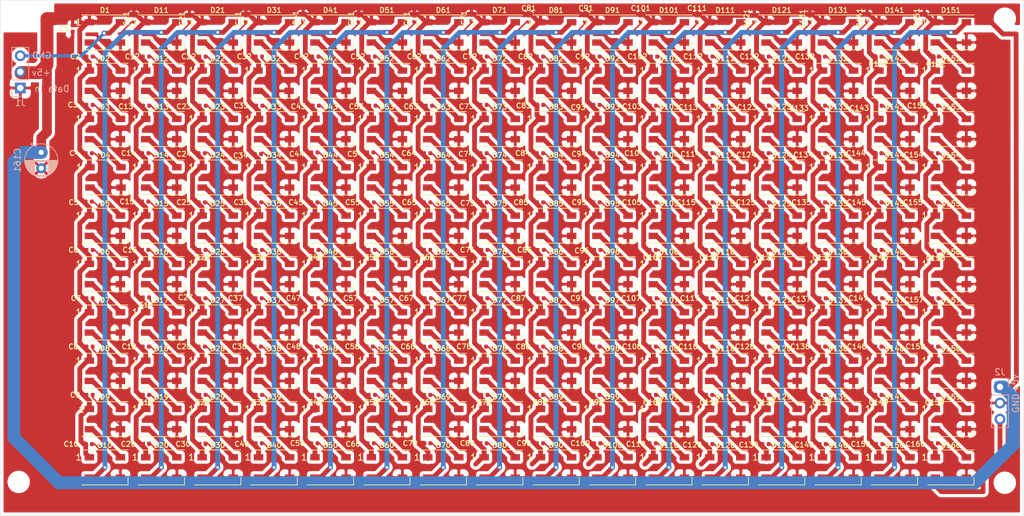
<source format=kicad_pcb>
(kicad_pcb (version 20171130) (host pcbnew "(5.1.5-0-10_14)")
  (layers (0 F.Cu signal) (31 B.Cu signal) (34 B.Paste user) (35 F.Paste user) (36 B.SilkS user) (37 F.SilkS user) (38 B.Mask user) (39 F.Mask user) (44 Edge.Cuts user))
  (net 0 "")
  (net 1 VDD)
  (net 2 "Net-(D1-Pad2)")
  (net 3 "Net-(D1-Pad4)")
  (net 4 VSS)
  (net 5 "Net-(D145-Pad2)")
  (net 6 "Net-(D146-Pad2)")
  (net 7 "Net-(D147-Pad2)")
  (net 8 "Net-(D148-Pad2)")
  (net 9 "Net-(D149-Pad2)")
  (net 10 "Net-(D150-Pad2)")
  (net 11 "Net-(D151-Pad2)")
  (net 12 "Net-(D152-Pad2)")
  (net 13 "Net-(D10-Pad2)")
  (net 14 "Net-(D10-Pad4)")
  (net 15 "Net-(D11-Pad2)")
  (net 16 "Net-(D12-Pad2)")
  (net 17 "Net-(D13-Pad2)")
  (net 18 "Net-(D14-Pad2)")
  (net 19 "Net-(D15-Pad2)")
  (net 20 "Net-(D16-Pad2)")
  (net 21 "Net-(D159-Pad2)")
  (net 22 "Net-(D17-Pad2)")
  (net 23 "Net-(D18-Pad2)")
  (net 24 "Net-(D19-Pad2)")
  (net 25 "Net-(D20-Pad2)")
  (net 26 "Net-(D21-Pad2)")
  (net 27 "Net-(D22-Pad2)")
  (net 28 "Net-(D23-Pad2)")
  (net 29 "Net-(D24-Pad2)")
  (net 30 "Net-(D25-Pad2)")
  (net 31 "Net-(D26-Pad2)")
  (net 32 "Net-(D27-Pad2)")
  (net 33 "Net-(D28-Pad2)")
  (net 34 "Net-(D29-Pad2)")
  (net 35 "Net-(D30-Pad2)")
  (net 36 "Net-(D31-Pad2)")
  (net 37 "Net-(D32-Pad2)")
  (net 38 "Net-(D33-Pad2)")
  (net 39 "Net-(D34-Pad2)")
  (net 40 "Net-(D35-Pad2)")
  (net 41 "Net-(D36-Pad2)")
  (net 42 "Net-(D37-Pad2)")
  (net 43 "Net-(D38-Pad2)")
  (net 44 "Net-(D39-Pad2)")
  (net 45 "Net-(D40-Pad2)")
  (net 46 "Net-(D41-Pad2)")
  (net 47 "Net-(D42-Pad2)")
  (net 48 "Net-(D43-Pad2)")
  (net 49 "Net-(D44-Pad2)")
  (net 50 "Net-(D45-Pad2)")
  (net 51 "Net-(D46-Pad2)")
  (net 52 "Net-(D47-Pad2)")
  (net 53 "Net-(D48-Pad2)")
  (net 54 "Net-(D49-Pad2)")
  (net 55 "Net-(D50-Pad2)")
  (net 56 "Net-(D51-Pad2)")
  (net 57 "Net-(D52-Pad2)")
  (net 58 "Net-(D53-Pad2)")
  (net 59 "Net-(D54-Pad2)")
  (net 60 "Net-(D55-Pad2)")
  (net 61 "Net-(D56-Pad2)")
  (net 62 "Net-(D57-Pad2)")
  (net 63 "Net-(D58-Pad2)")
  (net 64 "Net-(D59-Pad2)")
  (net 65 "Net-(D60-Pad2)")
  (net 66 "Net-(D61-Pad2)")
  (net 67 "Net-(D62-Pad2)")
  (net 68 "Net-(D63-Pad2)")
  (net 69 "Net-(D64-Pad2)")
  (net 70 "Net-(D65-Pad2)")
  (net 71 "Net-(D66-Pad2)")
  (net 72 "Net-(D67-Pad2)")
  (net 73 "Net-(D68-Pad2)")
  (net 74 "Net-(D69-Pad2)")
  (net 75 "Net-(D70-Pad2)")
  (net 76 "Net-(D71-Pad2)")
  (net 77 "Net-(D72-Pad2)")
  (net 78 "Net-(D73-Pad2)")
  (net 79 "Net-(D74-Pad2)")
  (net 80 "Net-(D75-Pad2)")
  (net 81 "Net-(D76-Pad2)")
  (net 82 "Net-(D77-Pad2)")
  (net 83 "Net-(D78-Pad2)")
  (net 84 "Net-(D79-Pad2)")
  (net 85 "Net-(D80-Pad2)")
  (net 86 "Net-(D81-Pad2)")
  (net 87 "Net-(D82-Pad2)")
  (net 88 "Net-(D83-Pad2)")
  (net 89 "Net-(D100-Pad4)")
  (net 90 "Net-(D100-Pad2)")
  (net 91 "Net-(D101-Pad2)")
  (net 92 "Net-(D102-Pad2)")
  (net 93 "Net-(D103-Pad2)")
  (net 94 "Net-(D104-Pad2)")
  (net 95 "Net-(D105-Pad2)")
  (net 96 "Net-(D106-Pad2)")
  (net 97 "Net-(D107-Pad2)")
  (net 98 "Net-(D108-Pad2)")
  (net 99 "Net-(D109-Pad2)")
  (net 100 "Net-(D110-Pad2)")
  (net 101 "Net-(D111-Pad2)")
  (net 102 "Net-(D112-Pad2)")
  (net 103 "Net-(D113-Pad2)")
  (net 104 "Net-(D114-Pad2)")
  (net 105 "Net-(D115-Pad2)")
  (net 106 "Net-(D116-Pad2)")
  (net 107 "Net-(D117-Pad2)")
  (net 108 "Net-(D118-Pad2)")
  (net 109 "Net-(D119-Pad2)")
  (net 110 "Net-(D120-Pad2)")
  (net 111 "Net-(D121-Pad2)")
  (net 112 "Net-(D122-Pad2)")
  (net 113 "Net-(D123-Pad2)")
  (net 114 "Net-(D124-Pad2)")
  (net 115 "Net-(D125-Pad2)")
  (net 116 "Net-(D126-Pad2)")
  (net 117 "Net-(D127-Pad2)")
  (net 118 "Net-(D128-Pad2)")
  (net 119 "Net-(D129-Pad2)")
  (net 120 "Net-(D130-Pad2)")
  (net 121 "Net-(D131-Pad2)")
  (net 122 "Net-(D132-Pad2)")
  (net 123 "Net-(D133-Pad2)")
  (net 124 "Net-(D134-Pad2)")
  (net 125 "Net-(D135-Pad2)")
  (net 126 "Net-(D136-Pad2)")
  (net 127 "Net-(D137-Pad2)")
  (net 128 "Net-(D138-Pad2)")
  (net 129 "Net-(D139-Pad2)")
  (net 130 "Net-(D140-Pad2)")
  (net 131 "Net-(D141-Pad2)")
  (net 132 "Net-(D142-Pad2)")
  (net 133 "Net-(D143-Pad2)")
  (net 134 "Net-(D144-Pad2)")
  (net 135 "Net-(D160-Pad2)")
  (net 136 "Net-(D2-Pad2)")
  (net 137 "Net-(D3-Pad2)")
  (net 138 "Net-(D4-Pad2)")
  (net 139 "Net-(D5-Pad2)")
  (net 140 "Net-(D6-Pad2)")
  (net 141 "Net-(D7-Pad2)")
  (net 142 "Net-(D8-Pad2)")
  (net 143 "Net-(D84-Pad2)")
  (net 144 "Net-(D85-Pad2)")
  (net 145 "Net-(D86-Pad2)")
  (net 146 "Net-(D87-Pad2)")
  (net 147 "Net-(D88-Pad2)")
  (net 148 "Net-(D89-Pad2)")
  (net 149 "Net-(D90-Pad2)")
  (net 150 "Net-(D91-Pad2)")
  (net 151 "Net-(D92-Pad2)")
  (net 152 "Net-(D93-Pad2)")
  (net 153 "Net-(D94-Pad2)")
  (net 154 "Net-(D95-Pad2)")
  (net 155 "Net-(D96-Pad2)")
  (net 156 "Net-(D97-Pad2)")
  (net 157 "Net-(D98-Pad2)")
  (net 158 "Net-(D153-Pad2)")
  (net 159 "Net-(D154-Pad2)")
  (net 160 "Net-(D155-Pad2)")
  (net 161 "Net-(D156-Pad2)")
  (net 162 "Net-(D157-Pad2)")
  (net 163 "Net-(D158-Pad2)")
  (module Capacitor_SMD:C_0402_1005Metric (layer F.Cu) (at 209.55 143.51 180)
    (fp_text reference C160 (at 3.048 -0.127) (layer F.SilkS) (effects (font (size 0.8 0.8))))
    (fp_text value 0.1uf)
    (pad 2 smd roundrect (at 0.485 0 180) (size 0.59 0.64) (layers F.Cu F.Paste F.Mask) (net 1 VDD))
    (pad 1 smd roundrect (at -0.485 0 180) (size 0.59 0.64) (layers F.Cu F.Paste F.Mask) (net 4 VSS))
  )
  (module Capacitor_SMD:C_0402_1005Metric (layer F.Cu) (at 209.55 135.89 180)
    (fp_text reference C159 (at 0 -1.17) (layer F.SilkS) (effects (font (size 0.8 0.8))))
    (fp_text value 0.1uf)
    (pad 2 smd roundrect (at 0.485 0 180) (size 0.59 0.64) (layers F.Cu F.Paste F.Mask) (net 1 VDD))
    (pad 1 smd roundrect (at -0.485 0 180) (size 0.59 0.64) (layers F.Cu F.Paste F.Mask) (net 4 VSS))
  )
  (module Capacitor_SMD:C_0402_1005Metric (layer F.Cu) (at 209.573 128.27 180)
    (fp_text reference C158 (at 3.071 0) (layer F.SilkS) (effects (font (size 0.8 0.8))))
    (fp_text value 0.1uf)
    (pad 2 smd roundrect (at 0.485 0 180) (size 0.59 0.64) (layers F.Cu F.Paste F.Mask) (net 1 VDD))
    (pad 1 smd roundrect (at -0.485 0 180) (size 0.59 0.64) (layers F.Cu F.Paste F.Mask) (net 4 VSS))
  )
  (module Capacitor_SMD:C_0402_1005Metric (layer F.Cu) (at 209.654 120.65 180)
    (fp_text reference C157 (at 3.406 -0.254) (layer F.SilkS) (effects (font (size 0.8 0.8))))
    (fp_text value 0.1uf)
    (pad 2 smd roundrect (at 0.485 0 180) (size 0.59 0.64) (layers F.Cu F.Paste F.Mask) (net 1 VDD))
    (pad 1 smd roundrect (at -0.485 0 180) (size 0.59 0.64) (layers F.Cu F.Paste F.Mask) (net 4 VSS))
  )
  (module Capacitor_SMD:C_0402_1005Metric (layer F.Cu) (at 209.677 113.157 180)
    (fp_text reference C156 (at 0 -1.17) (layer F.SilkS) (effects (font (size 0.8 0.8))))
    (fp_text value 0.1uf)
    (pad 2 smd roundrect (at 0.485 0 180) (size 0.59 0.64) (layers F.Cu F.Paste F.Mask) (net 1 VDD))
    (pad 1 smd roundrect (at -0.485 0 180) (size 0.59 0.64) (layers F.Cu F.Paste F.Mask) (net 4 VSS))
  )
  (module Capacitor_SMD:C_0402_1005Metric (layer F.Cu) (at 209.55 105.537 180)
    (fp_text reference C155 (at 3.429 0) (layer F.SilkS) (effects (font (size 0.8 0.8))))
    (fp_text value 0.1uf)
    (pad 2 smd roundrect (at 0.485 0 180) (size 0.59 0.64) (layers F.Cu F.Paste F.Mask) (net 1 VDD))
    (pad 1 smd roundrect (at -0.485 0 180) (size 0.59 0.64) (layers F.Cu F.Paste F.Mask) (net 4 VSS))
  )
  (module Capacitor_SMD:C_0402_1005Metric (layer F.Cu) (at 209.55 97.79 180)
    (fp_text reference C154 (at 3.325 -0.254) (layer F.SilkS) (effects (font (size 0.8 0.8))))
    (fp_text value 0.1uf)
    (pad 2 smd roundrect (at 0.485 0 180) (size 0.59 0.64) (layers F.Cu F.Paste F.Mask) (net 1 VDD))
    (pad 1 smd roundrect (at -0.485 0 180) (size 0.59 0.64) (layers F.Cu F.Paste F.Mask) (net 4 VSS))
  )
  (module Capacitor_SMD:C_0402_1005Metric (layer F.Cu) (at 209.55 90.297 180)
    (fp_text reference C153 (at 2.794 0) (layer F.SilkS) (effects (font (size 0.8 0.8))))
    (fp_text value 0.1uf)
    (pad 2 smd roundrect (at 0.485 0 180) (size 0.59 0.64) (layers F.Cu F.Paste F.Mask) (net 1 VDD))
    (pad 1 smd roundrect (at -0.485 0 180) (size 0.59 0.64) (layers F.Cu F.Paste F.Mask) (net 4 VSS))
  )
  (module Capacitor_SMD:C_0402_1005Metric (layer F.Cu) (at 209.7 82.55 180)
    (fp_text reference C152 (at 0 -1.17) (layer F.SilkS) (effects (font (size 0.8 0.8))))
    (fp_text value 0.1uf)
    (pad 2 smd roundrect (at 0.485 0 180) (size 0.59 0.64) (layers F.Cu F.Paste F.Mask) (net 1 VDD))
    (pad 1 smd roundrect (at -0.485 0 180) (size 0.59 0.64) (layers F.Cu F.Paste F.Mask) (net 4 VSS))
  )
  (module Capacitor_SMD:C_0402_1005Metric (layer F.Cu) (at 207.899 76.454 90)
    (fp_text reference C151 (at 0 -1.17 90) (layer F.SilkS) (effects (font (size 0.8 0.8))))
    (fp_text value 0.1uf)
    (pad 2 smd roundrect (at 0.485 0 90) (size 0.59 0.64) (layers F.Cu F.Paste F.Mask) (net 1 VDD))
    (pad 1 smd roundrect (at -0.485 0 90) (size 0.59 0.64) (layers F.Cu F.Paste F.Mask) (net 4 VSS))
  )
  (module Capacitor_SMD:C_0402_1005Metric (layer F.Cu) (at 200.787 143.637 180)
    (fp_text reference C150 (at 2.921 0) (layer F.SilkS) (effects (font (size 0.8 0.8))))
    (fp_text value 0.1uf)
    (pad 2 smd roundrect (at 0.485 0 180) (size 0.59 0.64) (layers F.Cu F.Paste F.Mask) (net 1 VDD))
    (pad 1 smd roundrect (at -0.485 0 180) (size 0.59 0.64) (layers F.Cu F.Paste F.Mask) (net 4 VSS))
  )
  (module Capacitor_SMD:C_0402_1005Metric (layer F.Cu) (at 200.683 135.89 180)
    (fp_text reference C149 (at 0 -1.17) (layer F.SilkS) (effects (font (size 0.8 0.8))))
    (fp_text value 0.1uf)
    (pad 2 smd roundrect (at 0.485 0 180) (size 0.59 0.64) (layers F.Cu F.Paste F.Mask) (net 1 VDD))
    (pad 1 smd roundrect (at -0.485 0 180) (size 0.59 0.64) (layers F.Cu F.Paste F.Mask) (net 4 VSS))
  )
  (module Capacitor_SMD:C_0402_1005Metric (layer F.Cu) (at 200.66 128.27 180)
    (fp_text reference C148 (at 3.394282 0) (layer F.SilkS) (effects (font (size 0.8 0.8))))
    (fp_text value 0.1uf)
    (pad 2 smd roundrect (at 0.485 0 180) (size 0.59 0.64) (layers F.Cu F.Paste F.Mask) (net 1 VDD))
    (pad 1 smd roundrect (at -0.485 0 180) (size 0.59 0.64) (layers F.Cu F.Paste F.Mask) (net 4 VSS))
  )
  (module Capacitor_SMD:C_0402_1005Metric (layer F.Cu) (at 200.764 120.65 180)
    (fp_text reference C147 (at 3.279 0) (layer F.SilkS) (effects (font (size 0.8 0.8))))
    (fp_text value 0.1uf)
    (pad 2 smd roundrect (at 0.485 0 180) (size 0.59 0.64) (layers F.Cu F.Paste F.Mask) (net 1 VDD))
    (pad 1 smd roundrect (at -0.485 0 180) (size 0.59 0.64) (layers F.Cu F.Paste F.Mask) (net 4 VSS))
  )
  (module Capacitor_SMD:C_0402_1005Metric (layer F.Cu) (at 200.683 113.03 180)
    (fp_text reference C146 (at 0 -1.17) (layer F.SilkS) (effects (font (size 0.8 0.8))))
    (fp_text value 0.1uf)
    (pad 2 smd roundrect (at 0.485 0 180) (size 0.59 0.64) (layers F.Cu F.Paste F.Mask) (net 1 VDD))
    (pad 1 smd roundrect (at -0.485 0 180) (size 0.59 0.64) (layers F.Cu F.Paste F.Mask) (net 4 VSS))
  )
  (module Capacitor_SMD:C_0402_1005Metric (layer F.Cu) (at 200.66 105.537 180)
    (fp_text reference C145 (at 3.461324 0) (layer F.SilkS) (effects (font (size 0.8 0.8))))
    (fp_text value 0.1uf)
    (pad 2 smd roundrect (at 0.485 0 180) (size 0.59 0.64) (layers F.Cu F.Paste F.Mask) (net 1 VDD))
    (pad 1 smd roundrect (at -0.485 0 180) (size 0.59 0.64) (layers F.Cu F.Paste F.Mask) (net 4 VSS))
  )
  (module Capacitor_SMD:C_0402_1005Metric (layer F.Cu) (at 200.66 97.79 180)
    (fp_text reference C144 (at 3.530346 0) (layer F.SilkS) (effects (font (size 0.8 0.8))))
    (fp_text value 0.1uf)
    (pad 2 smd roundrect (at 0.485 0 180) (size 0.59 0.64) (layers F.Cu F.Paste F.Mask) (net 1 VDD))
    (pad 1 smd roundrect (at -0.485 0 180) (size 0.59 0.64) (layers F.Cu F.Paste F.Mask) (net 4 VSS))
  )
  (module Capacitor_SMD:C_0402_1005Metric (layer F.Cu) (at 200.683 90.297 180)
    (fp_text reference C143 (at 3.022423 -0.381) (layer F.SilkS) (effects (font (size 0.8 0.8))))
    (fp_text value 0.1uf)
    (pad 2 smd roundrect (at 0.485 0 180) (size 0.59 0.64) (layers F.Cu F.Paste F.Mask) (net 1 VDD))
    (pad 1 smd roundrect (at -0.485 0 180) (size 0.59 0.64) (layers F.Cu F.Paste F.Mask) (net 4 VSS))
  )
  (module Capacitor_SMD:C_0402_1005Metric (layer F.Cu) (at 200.66 82.55 180)
    (fp_text reference C142 (at 0 -1.17) (layer F.SilkS) (effects (font (size 0.8 0.8))))
    (fp_text value 0.1uf)
    (pad 2 smd roundrect (at 0.485 0 180) (size 0.59 0.64) (layers F.Cu F.Paste F.Mask) (net 1 VDD))
    (pad 1 smd roundrect (at -0.485 0 180) (size 0.59 0.64) (layers F.Cu F.Paste F.Mask) (net 4 VSS))
  )
  (module Capacitor_SMD:C_0402_1005Metric (layer F.Cu) (at 198.882 76.454 90)
    (fp_text reference C141 (at 0 -1.17 90) (layer F.SilkS) (effects (font (size 0.8 0.8))))
    (fp_text value 0.1uf)
    (pad 2 smd roundrect (at 0.485 0 90) (size 0.59 0.64) (layers F.Cu F.Paste F.Mask) (net 1 VDD))
    (pad 1 smd roundrect (at -0.485 0 90) (size 0.59 0.64) (layers F.Cu F.Paste F.Mask) (net 4 VSS))
  )
  (module Capacitor_SMD:C_0402_1005Metric (layer F.Cu) (at 191.897 143.637 180)
    (fp_text reference C140 (at 2.921 -0.127) (layer F.SilkS) (effects (font (size 0.8 0.8))))
    (fp_text value 0.1uf)
    (pad 2 smd roundrect (at 0.485 0 180) (size 0.59 0.64) (layers F.Cu F.Paste F.Mask) (net 1 VDD))
    (pad 1 smd roundrect (at -0.485 0 180) (size 0.59 0.64) (layers F.Cu F.Paste F.Mask) (net 4 VSS))
  )
  (module Capacitor_SMD:C_0402_1005Metric (layer F.Cu) (at 191.77 135.89 180)
    (fp_text reference C139 (at 0 -1.17) (layer F.SilkS) (effects (font (size 0.8 0.8))))
    (fp_text value 0.1uf)
    (pad 2 smd roundrect (at 0.485 0 180) (size 0.59 0.64) (layers F.Cu F.Paste F.Mask) (net 1 VDD))
    (pad 1 smd roundrect (at -0.485 0 180) (size 0.59 0.64) (layers F.Cu F.Paste F.Mask) (net 4 VSS))
  )
  (module Capacitor_SMD:C_0402_1005Metric (layer F.Cu) (at 191.793 128.27 180)
    (fp_text reference C138 (at 3.463568 0) (layer F.SilkS) (effects (font (size 0.8 0.8))))
    (fp_text value 0.1uf)
    (pad 2 smd roundrect (at 0.485 0 180) (size 0.59 0.64) (layers F.Cu F.Paste F.Mask) (net 1 VDD))
    (pad 1 smd roundrect (at -0.485 0 180) (size 0.59 0.64) (layers F.Cu F.Paste F.Mask) (net 4 VSS))
  )
  (module Capacitor_SMD:C_0402_1005Metric (layer F.Cu) (at 191.874 120.65 180)
    (fp_text reference C137 (at 3.406 -0.127) (layer F.SilkS) (effects (font (size 0.8 0.8))))
    (fp_text value 0.1uf)
    (pad 2 smd roundrect (at 0.485 0 180) (size 0.59 0.64) (layers F.Cu F.Paste F.Mask) (net 1 VDD))
    (pad 1 smd roundrect (at -0.485 0 180) (size 0.59 0.64) (layers F.Cu F.Paste F.Mask) (net 4 VSS))
  )
  (module Capacitor_SMD:C_0402_1005Metric (layer F.Cu) (at 191.793 113.03 180)
    (fp_text reference C136 (at 0 -1.17) (layer F.SilkS) (effects (font (size 0.8 0.8))))
    (fp_text value 0.1uf)
    (pad 2 smd roundrect (at 0.485 0 180) (size 0.59 0.64) (layers F.Cu F.Paste F.Mask) (net 1 VDD))
    (pad 1 smd roundrect (at -0.485 0 180) (size 0.59 0.64) (layers F.Cu F.Paste F.Mask) (net 4 VSS))
  )
  (module Capacitor_SMD:C_0402_1005Metric (layer F.Cu) (at 191.77 105.537 180)
    (fp_text reference C135 (at 3.239658 0) (layer F.SilkS) (effects (font (size 0.8 0.8))))
    (fp_text value 0.1uf)
    (pad 2 smd roundrect (at 0.485 0 180) (size 0.59 0.64) (layers F.Cu F.Paste F.Mask) (net 1 VDD))
    (pad 1 smd roundrect (at -0.485 0 180) (size 0.59 0.64) (layers F.Cu F.Paste F.Mask) (net 4 VSS))
  )
  (module Capacitor_SMD:C_0402_1005Metric (layer F.Cu) (at 191.793 97.79 180)
    (fp_text reference C134 (at 2.973704 -0.254) (layer F.SilkS) (effects (font (size 0.8 0.8))))
    (fp_text value 0.1uf)
    (pad 2 smd roundrect (at 0.485 0 180) (size 0.59 0.64) (layers F.Cu F.Paste F.Mask) (net 1 VDD))
    (pad 1 smd roundrect (at -0.485 0 180) (size 0.59 0.64) (layers F.Cu F.Paste F.Mask) (net 4 VSS))
  )
  (module Capacitor_SMD:C_0402_1005Metric (layer F.Cu) (at 191.77 90.297 180)
    (fp_text reference C133 (at 3.631852 -0.381) (layer F.SilkS) (effects (font (size 0.8 0.8))))
    (fp_text value 0.1uf)
    (pad 2 smd roundrect (at 0.485 0 180) (size 0.59 0.64) (layers F.Cu F.Paste F.Mask) (net 1 VDD))
    (pad 1 smd roundrect (at -0.485 0 180) (size 0.59 0.64) (layers F.Cu F.Paste F.Mask) (net 4 VSS))
  )
  (module Capacitor_SMD:C_0402_1005Metric (layer F.Cu) (at 191.77 82.55 180)
    (fp_text reference C132 (at 2.667 0) (layer F.SilkS) (effects (font (size 0.8 0.8))))
    (fp_text value 0.1uf)
    (pad 2 smd roundrect (at 0.485 0 180) (size 0.59 0.64) (layers F.Cu F.Paste F.Mask) (net 1 VDD))
    (pad 1 smd roundrect (at -0.485 0 180) (size 0.59 0.64) (layers F.Cu F.Paste F.Mask) (net 4 VSS))
  )
  (module Capacitor_SMD:C_0402_1005Metric (layer F.Cu) (at 189.865 76.604 90)
    (fp_text reference C131 (at 0 -1.17 90) (layer F.SilkS) (effects (font (size 0.8 0.8))))
    (fp_text value 0.1uf)
    (pad 2 smd roundrect (at 0.485 0 90) (size 0.59 0.64) (layers F.Cu F.Paste F.Mask) (net 1 VDD))
    (pad 1 smd roundrect (at -0.485 0 90) (size 0.59 0.64) (layers F.Cu F.Paste F.Mask) (net 4 VSS))
  )
  (module Capacitor_SMD:C_0402_1005Metric (layer F.Cu) (at 182.88 143.637 180)
    (fp_text reference C130 (at 2.667 -0.127) (layer F.SilkS) (effects (font (size 0.8 0.8))))
    (fp_text value 0.1uf)
    (pad 2 smd roundrect (at 0.485 0 180) (size 0.59 0.64) (layers F.Cu F.Paste F.Mask) (net 1 VDD))
    (pad 1 smd roundrect (at -0.485 0 180) (size 0.59 0.64) (layers F.Cu F.Paste F.Mask) (net 4 VSS))
  )
  (module Capacitor_SMD:C_0402_1005Metric (layer F.Cu) (at 182.903 135.89 180)
    (fp_text reference C129 (at 0 -1.17) (layer F.SilkS) (effects (font (size 0.8 0.8))))
    (fp_text value 0.1uf)
    (pad 2 smd roundrect (at 0.485 0 180) (size 0.59 0.64) (layers F.Cu F.Paste F.Mask) (net 1 VDD))
    (pad 1 smd roundrect (at -0.485 0 180) (size 0.59 0.64) (layers F.Cu F.Paste F.Mask) (net 4 VSS))
  )
  (module Capacitor_SMD:C_0402_1005Metric (layer F.Cu) (at 182.88 128.27 180)
    (fp_text reference C128 (at 3.278854 0) (layer F.SilkS) (effects (font (size 0.8 0.8))))
    (fp_text value 0.1uf)
    (pad 2 smd roundrect (at 0.485 0 180) (size 0.59 0.64) (layers F.Cu F.Paste F.Mask) (net 1 VDD))
    (pad 1 smd roundrect (at -0.485 0 180) (size 0.59 0.64) (layers F.Cu F.Paste F.Mask) (net 4 VSS))
  )
  (module Capacitor_SMD:C_0402_1005Metric (layer F.Cu) (at 182.984 120.65 180)
    (fp_text reference C127 (at 3.406 0) (layer F.SilkS) (effects (font (size 0.8 0.8))))
    (fp_text value 0.1uf)
    (pad 2 smd roundrect (at 0.485 0 180) (size 0.59 0.64) (layers F.Cu F.Paste F.Mask) (net 1 VDD))
    (pad 1 smd roundrect (at -0.485 0 180) (size 0.59 0.64) (layers F.Cu F.Paste F.Mask) (net 4 VSS))
  )
  (module Capacitor_SMD:C_0402_1005Metric (layer F.Cu) (at 182.903 113.03 180)
    (fp_text reference C126 (at 0 -1.17) (layer F.SilkS) (effects (font (size 0.8 0.8))))
    (fp_text value 0.1uf)
    (pad 2 smd roundrect (at 0.485 0 180) (size 0.59 0.64) (layers F.Cu F.Paste F.Mask) (net 1 VDD))
    (pad 1 smd roundrect (at -0.485 0 180) (size 0.59 0.64) (layers F.Cu F.Paste F.Mask) (net 4 VSS))
  )
  (module Capacitor_SMD:C_0402_1005Metric (layer F.Cu) (at 182.903 105.537 180)
    (fp_text reference C125 (at 3.144992 0) (layer F.SilkS) (effects (font (size 0.8 0.8))))
    (fp_text value 0.1uf)
    (pad 2 smd roundrect (at 0.485 0 180) (size 0.59 0.64) (layers F.Cu F.Paste F.Mask) (net 1 VDD))
    (pad 1 smd roundrect (at -0.485 0 180) (size 0.59 0.64) (layers F.Cu F.Paste F.Mask) (net 4 VSS))
  )
  (module Capacitor_SMD:C_0402_1005Metric (layer F.Cu) (at 182.88 97.79 180)
    (fp_text reference C124 (at 3.052062 -0.254) (layer F.SilkS) (effects (font (size 0.8 0.8))))
    (fp_text value 0.1uf)
    (pad 2 smd roundrect (at 0.485 0 180) (size 0.59 0.64) (layers F.Cu F.Paste F.Mask) (net 1 VDD))
    (pad 1 smd roundrect (at -0.485 0 180) (size 0.59 0.64) (layers F.Cu F.Paste F.Mask) (net 4 VSS))
  )
  (module Capacitor_SMD:C_0402_1005Metric (layer F.Cu) (at 182.903 90.297 180)
    (fp_text reference C123 (at 2.971281 -0.254) (layer F.SilkS) (effects (font (size 0.8 0.8))))
    (fp_text value 0.1uf)
    (pad 2 smd roundrect (at 0.485 0 180) (size 0.59 0.64) (layers F.Cu F.Paste F.Mask) (net 1 VDD))
    (pad 1 smd roundrect (at -0.485 0 180) (size 0.59 0.64) (layers F.Cu F.Paste F.Mask) (net 4 VSS))
  )
  (module Capacitor_SMD:C_0402_1005Metric (layer F.Cu) (at 182.903 82.55 180)
    (fp_text reference C122 (at 2.563 0) (layer F.SilkS) (effects (font (size 0.8 0.8))))
    (fp_text value 0.1uf)
    (pad 2 smd roundrect (at 0.485 0 180) (size 0.59 0.64) (layers F.Cu F.Paste F.Mask) (net 1 VDD))
    (pad 1 smd roundrect (at -0.485 0 180) (size 0.59 0.64) (layers F.Cu F.Paste F.Mask) (net 4 VSS))
  )
  (module Capacitor_SMD:C_0402_1005Metric (layer F.Cu) (at 181.102 76.581 90)
    (fp_text reference C121 (at 0 -1.17 90) (layer F.SilkS) (effects (font (size 0.8 0.8))))
    (fp_text value 0.1uf)
    (pad 2 smd roundrect (at 0.485 0 90) (size 0.59 0.64) (layers F.Cu F.Paste F.Mask) (net 1 VDD))
    (pad 1 smd roundrect (at -0.485 0 90) (size 0.59 0.64) (layers F.Cu F.Paste F.Mask) (net 4 VSS))
  )
  (module Capacitor_SMD:C_0402_1005Metric (layer F.Cu) (at 173.99 143.637 180)
    (fp_text reference C120 (at 2.667 -0.127) (layer F.SilkS) (effects (font (size 0.8 0.8))))
    (fp_text value 0.1uf)
    (pad 2 smd roundrect (at 0.485 0 180) (size 0.59 0.64) (layers F.Cu F.Paste F.Mask) (net 1 VDD))
    (pad 1 smd roundrect (at -0.485 0 180) (size 0.59 0.64) (layers F.Cu F.Paste F.Mask) (net 4 VSS))
  )
  (module Capacitor_SMD:C_0402_1005Metric (layer F.Cu) (at 173.99 135.89 180)
    (fp_text reference C119 (at 0 -1.17) (layer F.SilkS) (effects (font (size 0.8 0.8))))
    (fp_text value 0.1uf)
    (pad 2 smd roundrect (at 0.485 0 180) (size 0.59 0.64) (layers F.Cu F.Paste F.Mask) (net 1 VDD))
    (pad 1 smd roundrect (at -0.485 0 180) (size 0.59 0.64) (layers F.Cu F.Paste F.Mask) (net 4 VSS))
  )
  (module Capacitor_SMD:C_0402_1005Metric (layer F.Cu) (at 173.99 128.27 180)
    (fp_text reference C118 (at 3.34814 0) (layer F.SilkS) (effects (font (size 0.8 0.8))))
    (fp_text value 0.1uf)
    (pad 2 smd roundrect (at 0.485 0 180) (size 0.59 0.64) (layers F.Cu F.Paste F.Mask) (net 1 VDD))
    (pad 1 smd roundrect (at -0.485 0 180) (size 0.59 0.64) (layers F.Cu F.Paste F.Mask) (net 4 VSS))
  )
  (module Capacitor_SMD:C_0402_1005Metric (layer F.Cu) (at 174.094 120.65 180)
    (fp_text reference C117 (at 3.152 0) (layer F.SilkS) (effects (font (size 0.8 0.8))))
    (fp_text value 0.1uf)
    (pad 2 smd roundrect (at 0.485 0 180) (size 0.59 0.64) (layers F.Cu F.Paste F.Mask) (net 1 VDD))
    (pad 1 smd roundrect (at -0.485 0 180) (size 0.59 0.64) (layers F.Cu F.Paste F.Mask) (net 4 VSS))
  )
  (module Capacitor_SMD:C_0402_1005Metric (layer F.Cu) (at 173.99 113.03 180)
    (fp_text reference C116 (at 0 -1.17) (layer F.SilkS) (effects (font (size 0.8 0.8))))
    (fp_text value 0.1uf)
    (pad 2 smd roundrect (at 0.485 0 180) (size 0.59 0.64) (layers F.Cu F.Paste F.Mask) (net 1 VDD))
    (pad 1 smd roundrect (at -0.485 0 180) (size 0.59 0.64) (layers F.Cu F.Paste F.Mask) (net 4 VSS))
  )
  (module Capacitor_SMD:C_0402_1005Metric (layer F.Cu) (at 174.013 105.537 180)
    (fp_text reference C115 (at 3.685326 0 180) (layer F.SilkS) (effects (font (size 0.8 0.8))))
    (fp_text value 0.1uf)
    (pad 2 smd roundrect (at 0.485 0 180) (size 0.59 0.64) (layers F.Cu F.Paste F.Mask) (net 1 VDD))
    (pad 1 smd roundrect (at -0.485 0 180) (size 0.59 0.64) (layers F.Cu F.Paste F.Mask) (net 4 VSS))
  )
  (module Capacitor_SMD:C_0402_1005Metric (layer F.Cu) (at 174.013 97.79 180)
    (fp_text reference C114 (at 3.00342 -0.127) (layer F.SilkS) (effects (font (size 0.8 0.8))))
    (fp_text value 0.1uf)
    (pad 2 smd roundrect (at 0.485 0 180) (size 0.59 0.64) (layers F.Cu F.Paste F.Mask) (net 1 VDD))
    (pad 1 smd roundrect (at -0.485 0 180) (size 0.59 0.64) (layers F.Cu F.Paste F.Mask) (net 4 VSS))
  )
  (module Capacitor_SMD:C_0402_1005Metric (layer F.Cu) (at 174.013 90.297 180)
    (fp_text reference C113 (at 3.32671 -0.254) (layer F.SilkS) (effects (font (size 0.8 0.8))))
    (fp_text value 0.1uf)
    (pad 2 smd roundrect (at 0.485 0 180) (size 0.59 0.64) (layers F.Cu F.Paste F.Mask) (net 1 VDD))
    (pad 1 smd roundrect (at -0.485 0 180) (size 0.59 0.64) (layers F.Cu F.Paste F.Mask) (net 4 VSS))
  )
  (module Capacitor_SMD:C_0402_1005Metric (layer F.Cu) (at 174.013 82.55 180)
    (fp_text reference C112 (at 2.563 0) (layer F.SilkS) (effects (font (size 0.8 0.8))))
    (fp_text value 0.1uf)
    (pad 2 smd roundrect (at 0.485 0 180) (size 0.59 0.64) (layers F.Cu F.Paste F.Mask) (net 1 VDD))
    (pad 1 smd roundrect (at -0.485 0 180) (size 0.59 0.64) (layers F.Cu F.Paste F.Mask) (net 4 VSS))
  )
  (module Capacitor_SMD:C_0402_1005Metric (layer F.Cu) (at 172.085 76.581 90)
    (fp_text reference C111 (at 1.651 0 180) (layer F.SilkS) (effects (font (size 0.8 0.8))))
    (fp_text value 0.1uf)
    (pad 2 smd roundrect (at 0.485 0 90) (size 0.59 0.64) (layers F.Cu F.Paste F.Mask) (net 1 VDD))
    (pad 1 smd roundrect (at -0.485 0 90) (size 0.59 0.64) (layers F.Cu F.Paste F.Mask) (net 4 VSS))
  )
  (module Capacitor_SMD:C_0402_1005Metric (layer F.Cu) (at 165.1 143.51 180)
    (fp_text reference C110 (at 2.667 -0.127) (layer F.SilkS) (effects (font (size 0.8 0.8))))
    (fp_text value 0.1uf)
    (pad 2 smd roundrect (at 0.485 0 180) (size 0.59 0.64) (layers F.Cu F.Paste F.Mask) (net 1 VDD))
    (pad 1 smd roundrect (at -0.485 0 180) (size 0.59 0.64) (layers F.Cu F.Paste F.Mask) (net 4 VSS))
  )
  (module Capacitor_SMD:C_0402_1005Metric (layer F.Cu) (at 165.1 135.89 180)
    (fp_text reference C109 (at 0 -1.17) (layer F.SilkS) (effects (font (size 0.8 0.8))))
    (fp_text value 0.1uf)
    (pad 2 smd roundrect (at 0.485 0 180) (size 0.59 0.64) (layers F.Cu F.Paste F.Mask) (net 1 VDD))
    (pad 1 smd roundrect (at -0.485 0 180) (size 0.59 0.64) (layers F.Cu F.Paste F.Mask) (net 4 VSS))
  )
  (module Capacitor_SMD:C_0402_1005Metric (layer F.Cu) (at 165.1 128.27 180)
    (fp_text reference C108 (at 3.290426 0) (layer F.SilkS) (effects (font (size 0.8 0.8))))
    (fp_text value 0.1uf)
    (pad 2 smd roundrect (at 0.485 0 180) (size 0.59 0.64) (layers F.Cu F.Paste F.Mask) (net 1 VDD))
    (pad 1 smd roundrect (at -0.485 0 180) (size 0.59 0.64) (layers F.Cu F.Paste F.Mask) (net 4 VSS))
  )
  (module Capacitor_SMD:C_0402_1005Metric (layer F.Cu) (at 165.204 120.65 180)
    (fp_text reference C107 (at 3.533 0) (layer F.SilkS) (effects (font (size 0.8 0.8))))
    (fp_text value 0.1uf)
    (pad 2 smd roundrect (at 0.485 0 180) (size 0.59 0.64) (layers F.Cu F.Paste F.Mask) (net 1 VDD))
    (pad 1 smd roundrect (at -0.485 0 180) (size 0.59 0.64) (layers F.Cu F.Paste F.Mask) (net 4 VSS))
  )
  (module Capacitor_SMD:C_0402_1005Metric (layer F.Cu) (at 165.1 113.03 180)
    (fp_text reference C106 (at 0 -1.17) (layer F.SilkS) (effects (font (size 0.8 0.8))))
    (fp_text value 0.1uf)
    (pad 2 smd roundrect (at 0.485 0 180) (size 0.59 0.64) (layers F.Cu F.Paste F.Mask) (net 1 VDD))
    (pad 1 smd roundrect (at -0.485 0 180) (size 0.59 0.64) (layers F.Cu F.Paste F.Mask) (net 4 VSS))
  )
  (module Capacitor_SMD:C_0402_1005Metric (layer F.Cu) (at 165.123 105.537 180)
    (fp_text reference C105 (at 3.33666 0) (layer F.SilkS) (effects (font (size 0.8 0.8))))
    (fp_text value 0.1uf)
    (pad 2 smd roundrect (at 0.485 0 180) (size 0.59 0.64) (layers F.Cu F.Paste F.Mask) (net 1 VDD))
    (pad 1 smd roundrect (at -0.485 0 180) (size 0.59 0.64) (layers F.Cu F.Paste F.Mask) (net 4 VSS))
  )
  (module Capacitor_SMD:C_0402_1005Metric (layer F.Cu) (at 165.123 97.79 180)
    (fp_text reference C104 (at 2.954778 0) (layer F.SilkS) (effects (font (size 0.8 0.8))))
    (fp_text value 0.1uf)
    (pad 2 smd roundrect (at 0.485 0 180) (size 0.59 0.64) (layers F.Cu F.Paste F.Mask) (net 1 VDD))
    (pad 1 smd roundrect (at -0.485 0 180) (size 0.59 0.64) (layers F.Cu F.Paste F.Mask) (net 4 VSS))
  )
  (module Capacitor_SMD:C_0402_1005Metric (layer F.Cu) (at 165.123 90.297 180)
    (fp_text reference C103 (at 3.301139 -0.127) (layer F.SilkS) (effects (font (size 0.8 0.8))))
    (fp_text value 0.1uf)
    (pad 2 smd roundrect (at 0.485 0 180) (size 0.59 0.64) (layers F.Cu F.Paste F.Mask) (net 1 VDD))
    (pad 1 smd roundrect (at -0.485 0 180) (size 0.59 0.64) (layers F.Cu F.Paste F.Mask) (net 4 VSS))
  )
  (module Capacitor_SMD:C_0402_1005Metric (layer F.Cu) (at 165.308639 82.55 180)
    (fp_text reference C102 (at 2.621639 0) (layer F.SilkS) (effects (font (size 0.8 0.8))))
    (fp_text value 0.1uf)
    (pad 2 smd roundrect (at 0.485 0 180) (size 0.59 0.64) (layers F.Cu F.Paste F.Mask) (net 1 VDD))
    (pad 1 smd roundrect (at -0.485 0 180) (size 0.59 0.64) (layers F.Cu F.Paste F.Mask) (net 4 VSS))
  )
  (module Capacitor_SMD:C_0402_1005Metric (layer F.Cu) (at 163.195 76.581 90)
    (fp_text reference C101 (at 1.651 0 180) (layer F.SilkS) (effects (font (size 0.8 0.8))))
    (fp_text value 0.1uf)
    (pad 2 smd roundrect (at 0.485 0 90) (size 0.59 0.64) (layers F.Cu F.Paste F.Mask) (net 1 VDD))
    (pad 1 smd roundrect (at -0.485 0 90) (size 0.59 0.64) (layers F.Cu F.Paste F.Mask) (net 4 VSS))
  )
  (module Capacitor_SMD:C_0402_1005Metric (layer F.Cu) (at 156.337 143.51 180)
    (fp_text reference C100 (at 2.667 0) (layer F.SilkS) (effects (font (size 0.8 0.8))))
    (fp_text value 0.1uf)
    (pad 2 smd roundrect (at 0.485 0 180) (size 0.59 0.64) (layers F.Cu F.Paste F.Mask) (net 1 VDD))
    (pad 1 smd roundrect (at -0.485 0 180) (size 0.59 0.64) (layers F.Cu F.Paste F.Mask) (net 4 VSS))
  )
  (module Capacitor_SMD:C_0402_1005Metric (layer F.Cu) (at 156.21 135.89 180)
    (fp_text reference C99 (at 0 -1.17 180) (layer F.SilkS) (effects (font (size 0.8 0.8))))
    (fp_text value 0.1uf)
    (pad 2 smd roundrect (at 0.485 0 180) (size 0.59 0.64) (layers F.Cu F.Paste F.Mask) (net 1 VDD))
    (pad 1 smd roundrect (at -0.485 0 180) (size 0.59 0.64) (layers F.Cu F.Paste F.Mask) (net 4 VSS))
  )
  (module Capacitor_SMD:C_0402_1005Metric (layer F.Cu) (at 156.21 128.27 180)
    (fp_text reference C98 (at 2.724712 0) (layer F.SilkS) (effects (font (size 0.8 0.8))))
    (fp_text value 0.1uf)
    (pad 2 smd roundrect (at 0.485 0 180) (size 0.59 0.64) (layers F.Cu F.Paste F.Mask) (net 1 VDD))
    (pad 1 smd roundrect (at -0.485 0 180) (size 0.59 0.64) (layers F.Cu F.Paste F.Mask) (net 4 VSS))
  )
  (module Capacitor_SMD:C_0402_1005Metric (layer F.Cu) (at 156.314 120.65 180)
    (fp_text reference C97 (at 3.025 0) (layer F.SilkS) (effects (font (size 0.8 0.8))))
    (fp_text value 0.1uf)
    (pad 2 smd roundrect (at 0.485 0 180) (size 0.59 0.64) (layers F.Cu F.Paste F.Mask) (net 1 VDD))
    (pad 1 smd roundrect (at -0.485 0 180) (size 0.59 0.64) (layers F.Cu F.Paste F.Mask) (net 4 VSS))
  )
  (module Capacitor_SMD:C_0402_1005Metric (layer F.Cu) (at 156.36 113.03 180)
    (fp_text reference C96 (at 2.436 -0.127) (layer F.SilkS) (effects (font (size 0.8 0.8))))
    (fp_text value 0.1uf)
    (pad 2 smd roundrect (at 0.485 0 180) (size 0.59 0.64) (layers F.Cu F.Paste F.Mask) (net 1 VDD))
    (pad 1 smd roundrect (at -0.485 0 180) (size 0.59 0.64) (layers F.Cu F.Paste F.Mask) (net 4 VSS))
  )
  (module Capacitor_SMD:C_0402_1005Metric (layer F.Cu) (at 156.233 105.537 180)
    (fp_text reference C95 (at 2.733994 0) (layer F.SilkS) (effects (font (size 0.8 0.8))))
    (fp_text value 0.1uf)
    (pad 2 smd roundrect (at 0.485 0 180) (size 0.59 0.64) (layers F.Cu F.Paste F.Mask) (net 1 VDD))
    (pad 1 smd roundrect (at -0.485 0 180) (size 0.59 0.64) (layers F.Cu F.Paste F.Mask) (net 4 VSS))
  )
  (module Capacitor_SMD:C_0402_1005Metric (layer F.Cu) (at 156.233 97.79 180)
    (fp_text reference C94 (at 2.779136 -0.127) (layer F.SilkS) (effects (font (size 0.8 0.8))))
    (fp_text value 0.1uf)
    (pad 2 smd roundrect (at 0.485 0 180) (size 0.59 0.64) (layers F.Cu F.Paste F.Mask) (net 1 VDD))
    (pad 1 smd roundrect (at -0.485 0 180) (size 0.59 0.64) (layers F.Cu F.Paste F.Mask) (net 4 VSS))
  )
  (module Capacitor_SMD:C_0402_1005Metric (layer F.Cu) (at 156.233 90.17 180)
    (fp_text reference C93 (at 2.894568 -0.381) (layer F.SilkS) (effects (font (size 0.8 0.8))))
    (fp_text value 0.1uf)
    (pad 2 smd roundrect (at 0.485 0 180) (size 0.59 0.64) (layers F.Cu F.Paste F.Mask) (net 1 VDD))
    (pad 1 smd roundrect (at -0.485 0 180) (size 0.59 0.64) (layers F.Cu F.Paste F.Mask) (net 4 VSS))
  )
  (module Capacitor_SMD:C_0402_1005Metric (layer F.Cu) (at 156.233 82.55 180)
    (fp_text reference C92 (at 2.182 0) (layer F.SilkS) (effects (font (size 0.8 0.8))))
    (fp_text value 0.1uf)
    (pad 2 smd roundrect (at 0.485 0 180) (size 0.59 0.64) (layers F.Cu F.Paste F.Mask) (net 1 VDD))
    (pad 1 smd roundrect (at -0.485 0 180) (size 0.59 0.64) (layers F.Cu F.Paste F.Mask) (net 4 VSS))
  )
  (module Capacitor_SMD:C_0402_1005Metric (layer F.Cu) (at 154.432 76.581 90)
    (fp_text reference C91 (at 1.651 0.127) (layer F.SilkS) (effects (font (size 0.8 0.8))))
    (fp_text value 0.1uf)
    (pad 2 smd roundrect (at 0.485 0 90) (size 0.59 0.64) (layers F.Cu F.Paste F.Mask) (net 1 VDD))
    (pad 1 smd roundrect (at -0.485 0 90) (size 0.59 0.64) (layers F.Cu F.Paste F.Mask) (net 4 VSS))
  )
  (module Capacitor_SMD:C_0402_1005Metric (layer F.Cu) (at 147.32 143.51 180)
    (fp_text reference C90 (at 2.54 0) (layer F.SilkS) (effects (font (size 0.8 0.8))))
    (fp_text value 0.1uf)
    (pad 2 smd roundrect (at 0.485 0 180) (size 0.59 0.64) (layers F.Cu F.Paste F.Mask) (net 1 VDD))
    (pad 1 smd roundrect (at -0.485 0 180) (size 0.59 0.64) (layers F.Cu F.Paste F.Mask) (net 4 VSS))
  )
  (module Capacitor_SMD:C_0402_1005Metric (layer F.Cu) (at 147.32 135.89 180)
    (fp_text reference C89 (at 0 -1.17) (layer F.SilkS) (effects (font (size 0.8 0.8))))
    (fp_text value 0.1uf)
    (pad 2 smd roundrect (at 0.485 0 180) (size 0.59 0.64) (layers F.Cu F.Paste F.Mask) (net 1 VDD))
    (pad 1 smd roundrect (at -0.485 0 180) (size 0.59 0.64) (layers F.Cu F.Paste F.Mask) (net 4 VSS))
  )
  (module Capacitor_SMD:C_0402_1005Metric (layer F.Cu) (at 147.32 128.27 180)
    (fp_text reference C88 (at 2.666998 0) (layer F.SilkS) (effects (font (size 0.8 0.8))))
    (fp_text value 0.1uf)
    (pad 2 smd roundrect (at 0.485 0 180) (size 0.59 0.64) (layers F.Cu F.Paste F.Mask) (net 1 VDD))
    (pad 1 smd roundrect (at -0.485 0 180) (size 0.59 0.64) (layers F.Cu F.Paste F.Mask) (net 4 VSS))
  )
  (module Capacitor_SMD:C_0402_1005Metric (layer F.Cu) (at 147.424 120.65 180)
    (fp_text reference C87 (at 3.533 0) (layer F.SilkS) (effects (font (size 0.8 0.8))))
    (fp_text value 0.1uf)
    (pad 2 smd roundrect (at 0.485 0 180) (size 0.59 0.64) (layers F.Cu F.Paste F.Mask) (net 1 VDD))
    (pad 1 smd roundrect (at -0.485 0 180) (size 0.59 0.64) (layers F.Cu F.Paste F.Mask) (net 4 VSS))
  )
  (module Capacitor_SMD:C_0402_1005Metric (layer F.Cu) (at 147.447 113.03 180)
    (fp_text reference C86 (at 2.54 0) (layer F.SilkS) (effects (font (size 0.8 0.8))))
    (fp_text value 0.1uf)
    (pad 2 smd roundrect (at 0.485 0 180) (size 0.59 0.64) (layers F.Cu F.Paste F.Mask) (net 1 VDD))
    (pad 1 smd roundrect (at -0.485 0 180) (size 0.59 0.64) (layers F.Cu F.Paste F.Mask) (net 4 VSS))
  )
  (module Capacitor_SMD:C_0402_1005Metric (layer F.Cu) (at 147.343 105.537 180)
    (fp_text reference C85 (at 3.020328 0) (layer F.SilkS) (effects (font (size 0.8 0.8))))
    (fp_text value 0.1uf)
    (pad 2 smd roundrect (at 0.485 0 180) (size 0.59 0.64) (layers F.Cu F.Paste F.Mask) (net 1 VDD))
    (pad 1 smd roundrect (at -0.485 0 180) (size 0.59 0.64) (layers F.Cu F.Paste F.Mask) (net 4 VSS))
  )
  (module Capacitor_SMD:C_0402_1005Metric (layer F.Cu) (at 147.32 97.79 180)
    (fp_text reference C84 (at 2.730494 0) (layer F.SilkS) (effects (font (size 0.8 0.8))))
    (fp_text value 0.1uf)
    (pad 2 smd roundrect (at 0.485 0 180) (size 0.59 0.64) (layers F.Cu F.Paste F.Mask) (net 1 VDD))
    (pad 1 smd roundrect (at -0.485 0 180) (size 0.59 0.64) (layers F.Cu F.Paste F.Mask) (net 4 VSS))
  )
  (module Capacitor_SMD:C_0402_1005Metric (layer F.Cu) (at 147.343 90.17 180)
    (fp_text reference C83 (at 2.614997 -0.127) (layer F.SilkS) (effects (font (size 0.8 0.8))))
    (fp_text value 0.1uf)
    (pad 2 smd roundrect (at 0.485 0 180) (size 0.59 0.64) (layers F.Cu F.Paste F.Mask) (net 1 VDD))
    (pad 1 smd roundrect (at -0.485 0 180) (size 0.59 0.64) (layers F.Cu F.Paste F.Mask) (net 4 VSS))
  )
  (module Capacitor_SMD:C_0402_1005Metric (layer F.Cu) (at 147.32 82.55 180)
    (fp_text reference C82 (at 2.286 0) (layer F.SilkS) (effects (font (size 0.8 0.8))))
    (fp_text value 0.1uf)
    (pad 2 smd roundrect (at 0.485 0 180) (size 0.59 0.64) (layers F.Cu F.Paste F.Mask) (net 1 VDD))
    (pad 1 smd roundrect (at -0.485 0 180) (size 0.59 0.64) (layers F.Cu F.Paste F.Mask) (net 4 VSS))
  )
  (module Capacitor_SMD:C_0402_1005Metric (layer F.Cu) (at 145.542 76.581 90)
    (fp_text reference C81 (at 1.651 0 180) (layer F.SilkS) (effects (font (size 0.8 0.8))))
    (fp_text value 0.1uf)
    (pad 2 smd roundrect (at 0.485 0 90) (size 0.59 0.64) (layers F.Cu F.Paste F.Mask) (net 1 VDD))
    (pad 1 smd roundrect (at -0.485 0 90) (size 0.59 0.64) (layers F.Cu F.Paste F.Mask) (net 4 VSS))
  )
  (module Capacitor_SMD:C_0402_1005Metric (layer F.Cu) (at 138.43 143.51 180)
    (fp_text reference C80 (at 2.54 0) (layer F.SilkS) (effects (font (size 0.8 0.8))))
    (fp_text value 0.1uf)
    (pad 2 smd roundrect (at 0.485 0 180) (size 0.59 0.64) (layers F.Cu F.Paste F.Mask) (net 1 VDD))
    (pad 1 smd roundrect (at -0.485 0 180) (size 0.59 0.64) (layers F.Cu F.Paste F.Mask) (net 4 VSS))
  )
  (module Capacitor_SMD:C_0402_1005Metric (layer F.Cu) (at 138.557 135.89 180)
    (fp_text reference C79 (at 0 -1.17 180) (layer F.SilkS) (effects (font (size 0.8 0.8))))
    (fp_text value 0.1uf)
    (pad 2 smd roundrect (at 0.485 0 180) (size 0.59 0.64) (layers F.Cu F.Paste F.Mask) (net 1 VDD))
    (pad 1 smd roundrect (at -0.485 0 180) (size 0.59 0.64) (layers F.Cu F.Paste F.Mask) (net 4 VSS))
  )
  (module Capacitor_SMD:C_0402_1005Metric (layer F.Cu) (at 138.326 128.27 180)
    (fp_text reference C78 (at 2.990284 0) (layer F.SilkS) (effects (font (size 0.8 0.8))))
    (fp_text value 0.1uf)
    (pad 2 smd roundrect (at 0.485 0 180) (size 0.59 0.64) (layers F.Cu F.Paste F.Mask) (net 1 VDD))
    (pad 1 smd roundrect (at -0.485 0 180) (size 0.59 0.64) (layers F.Cu F.Paste F.Mask) (net 4 VSS))
  )
  (module Capacitor_SMD:C_0402_1005Metric (layer F.Cu) (at 138.534 120.65 180)
    (fp_text reference C77 (at 3.914 0) (layer F.SilkS) (effects (font (size 0.8 0.8))))
    (fp_text value 0.1uf)
    (pad 2 smd roundrect (at 0.485 0 180) (size 0.59 0.64) (layers F.Cu F.Paste F.Mask) (net 1 VDD))
    (pad 1 smd roundrect (at -0.485 0 180) (size 0.59 0.64) (layers F.Cu F.Paste F.Mask) (net 4 VSS))
  )
  (module Capacitor_SMD:C_0402_1005Metric (layer F.Cu) (at 138.557 113.03 180)
    (fp_text reference C76 (at 2.667 0) (layer F.SilkS) (effects (font (size 0.8 0.8))))
    (fp_text value 0.1uf)
    (pad 2 smd roundrect (at 0.485 0 180) (size 0.59 0.64) (layers F.Cu F.Paste F.Mask) (net 1 VDD))
    (pad 1 smd roundrect (at -0.485 0 180) (size 0.59 0.64) (layers F.Cu F.Paste F.Mask) (net 4 VSS))
  )
  (module Capacitor_SMD:C_0402_1005Metric (layer F.Cu) (at 138.453 105.537 180)
    (fp_text reference C75 (at 2.544662 -0.127) (layer F.SilkS) (effects (font (size 0.8 0.8))))
    (fp_text value 0.1uf)
    (pad 2 smd roundrect (at 0.485 0 180) (size 0.59 0.64) (layers F.Cu F.Paste F.Mask) (net 1 VDD))
    (pad 1 smd roundrect (at -0.485 0 180) (size 0.59 0.64) (layers F.Cu F.Paste F.Mask) (net 4 VSS))
  )
  (module Capacitor_SMD:C_0402_1005Metric (layer F.Cu) (at 138.43 97.79 180)
    (fp_text reference C74 (at 2.808852 -0.127) (layer F.SilkS) (effects (font (size 0.8 0.8))))
    (fp_text value 0.1uf)
    (pad 2 smd roundrect (at 0.485 0 180) (size 0.59 0.64) (layers F.Cu F.Paste F.Mask) (net 1 VDD))
    (pad 1 smd roundrect (at -0.485 0 180) (size 0.59 0.64) (layers F.Cu F.Paste F.Mask) (net 4 VSS))
  )
  (module Capacitor_SMD:C_0402_1005Metric (layer F.Cu) (at 138.43 90.17 180)
    (fp_text reference C73 (at 2.716426 -0.254) (layer F.SilkS) (effects (font (size 0.8 0.8))))
    (fp_text value 0.1uf)
    (pad 2 smd roundrect (at 0.485 0 180) (size 0.59 0.64) (layers F.Cu F.Paste F.Mask) (net 1 VDD))
    (pad 1 smd roundrect (at -0.485 0 180) (size 0.59 0.64) (layers F.Cu F.Paste F.Mask) (net 4 VSS))
  )
  (module Capacitor_SMD:C_0402_1005Metric (layer F.Cu) (at 138.453 82.55 180)
    (fp_text reference C72 (at 2.182 0) (layer F.SilkS) (effects (font (size 0.8 0.8))))
    (fp_text value 0.1uf)
    (pad 2 smd roundrect (at 0.485 0 180) (size 0.59 0.64) (layers F.Cu F.Paste F.Mask) (net 1 VDD))
    (pad 1 smd roundrect (at -0.485 0 180) (size 0.59 0.64) (layers F.Cu F.Paste F.Mask) (net 4 VSS))
  )
  (module Capacitor_SMD:C_0402_1005Metric (layer F.Cu) (at 136.525 76.454 90)
    (fp_text reference C71 (at 0 -1.17 90) (layer F.SilkS) (effects (font (size 0.8 0.8))))
    (fp_text value 0.1uf)
    (pad 2 smd roundrect (at 0.485 0 90) (size 0.59 0.64) (layers F.Cu F.Paste F.Mask) (net 1 VDD))
    (pad 1 smd roundrect (at -0.485 0 90) (size 0.59 0.64) (layers F.Cu F.Paste F.Mask) (net 4 VSS))
  )
  (module Capacitor_SMD:C_0402_1005Metric (layer F.Cu) (at 129.54 143.51 180)
    (fp_text reference C70 (at 2.667 0) (layer F.SilkS) (effects (font (size 0.8 0.8))))
    (fp_text value 0.1uf)
    (pad 2 smd roundrect (at 0.485 0 180) (size 0.59 0.64) (layers F.Cu F.Paste F.Mask) (net 1 VDD))
    (pad 1 smd roundrect (at -0.485 0 180) (size 0.59 0.64) (layers F.Cu F.Paste F.Mask) (net 4 VSS))
  )
  (module Capacitor_SMD:C_0402_1005Metric (layer F.Cu) (at 129.54 135.89 180)
    (fp_text reference C69 (at 0 -1.17) (layer F.SilkS) (effects (font (size 0.8 0.8))))
    (fp_text value 0.1uf)
    (pad 2 smd roundrect (at 0.485 0 180) (size 0.59 0.64) (layers F.Cu F.Paste F.Mask) (net 1 VDD))
    (pad 1 smd roundrect (at -0.485 0 180) (size 0.59 0.64) (layers F.Cu F.Paste F.Mask) (net 4 VSS))
  )
  (module Capacitor_SMD:C_0402_1005Metric (layer F.Cu) (at 129.563 128.27 180)
    (fp_text reference C68 (at 3.05957 0) (layer F.SilkS) (effects (font (size 0.8 0.8))))
    (fp_text value 0.1uf)
    (pad 2 smd roundrect (at 0.485 0 180) (size 0.59 0.64) (layers F.Cu F.Paste F.Mask) (net 1 VDD))
    (pad 1 smd roundrect (at -0.485 0 180) (size 0.59 0.64) (layers F.Cu F.Paste F.Mask) (net 4 VSS))
  )
  (module Capacitor_SMD:C_0402_1005Metric (layer F.Cu) (at 129.644 120.65 180)
    (fp_text reference C67 (at 3.406 0) (layer F.SilkS) (effects (font (size 0.8 0.8))))
    (fp_text value 0.1uf)
    (pad 2 smd roundrect (at 0.485 0 180) (size 0.59 0.64) (layers F.Cu F.Paste F.Mask) (net 1 VDD))
    (pad 1 smd roundrect (at -0.485 0 180) (size 0.59 0.64) (layers F.Cu F.Paste F.Mask) (net 4 VSS))
  )
  (module Capacitor_SMD:C_0402_1005Metric (layer F.Cu) (at 129.54 113.03 180)
    (fp_text reference C66 (at 0 -1.17) (layer F.SilkS) (effects (font (size 0.8 0.8))))
    (fp_text value 0.1uf)
    (pad 2 smd roundrect (at 0.485 0 180) (size 0.59 0.64) (layers F.Cu F.Paste F.Mask) (net 1 VDD))
    (pad 1 smd roundrect (at -0.485 0 180) (size 0.59 0.64) (layers F.Cu F.Paste F.Mask) (net 4 VSS))
  )
  (module Capacitor_SMD:C_0402_1005Metric (layer F.Cu) (at 129.54 105.537 180)
    (fp_text reference C65 (at 2.830996 0) (layer F.SilkS) (effects (font (size 0.8 0.8))))
    (fp_text value 0.1uf)
    (pad 2 smd roundrect (at 0.485 0 180) (size 0.59 0.64) (layers F.Cu F.Paste F.Mask) (net 1 VDD))
    (pad 1 smd roundrect (at -0.485 0 180) (size 0.59 0.64) (layers F.Cu F.Paste F.Mask) (net 4 VSS))
  )
  (module Capacitor_SMD:C_0402_1005Metric (layer F.Cu) (at 129.54 97.79 180)
    (fp_text reference C64 (at 2.88721 0) (layer F.SilkS) (effects (font (size 0.8 0.8))))
    (fp_text value 0.1uf)
    (pad 2 smd roundrect (at 0.485 0 180) (size 0.59 0.64) (layers F.Cu F.Paste F.Mask) (net 1 VDD))
    (pad 1 smd roundrect (at -0.485 0 180) (size 0.59 0.64) (layers F.Cu F.Paste F.Mask) (net 4 VSS))
  )
  (module Capacitor_SMD:C_0402_1005Metric (layer F.Cu) (at 129.817855 90.297 180)
    (fp_text reference C63 (at 2.817855 -0.127) (layer F.SilkS) (effects (font (size 0.8 0.8))))
    (fp_text value 0.1uf)
    (pad 2 smd roundrect (at 0.485 0 180) (size 0.59 0.64) (layers F.Cu F.Paste F.Mask) (net 1 VDD))
    (pad 1 smd roundrect (at -0.485 0 180) (size 0.59 0.64) (layers F.Cu F.Paste F.Mask) (net 4 VSS))
  )
  (module Capacitor_SMD:C_0402_1005Metric (layer F.Cu) (at 129.667 82.55 180)
    (fp_text reference C62 (at 2.159 0) (layer F.SilkS) (effects (font (size 0.8 0.8))))
    (fp_text value 0.1uf)
    (pad 2 smd roundrect (at 0.485 0 180) (size 0.59 0.64) (layers F.Cu F.Paste F.Mask) (net 1 VDD))
    (pad 1 smd roundrect (at -0.485 0 180) (size 0.59 0.64) (layers F.Cu F.Paste F.Mask) (net 4 VSS))
  )
  (module Capacitor_SMD:C_0402_1005Metric (layer F.Cu) (at 127.508 76.581 90)
    (fp_text reference C61 (at 0 -1.17 90) (layer F.SilkS) (effects (font (size 0.8 0.8))))
    (fp_text value 0.1uf)
    (pad 2 smd roundrect (at 0.485 0 90) (size 0.59 0.64) (layers F.Cu F.Paste F.Mask) (net 1 VDD))
    (pad 1 smd roundrect (at -0.485 0 90) (size 0.59 0.64) (layers F.Cu F.Paste F.Mask) (net 4 VSS))
  )
  (module Capacitor_SMD:C_0402_1005Metric (layer F.Cu) (at 120.65 143.51 180)
    (fp_text reference C60 (at 2.794 -0.127) (layer F.SilkS) (effects (font (size 0.8 0.8))))
    (fp_text value 0.1uf)
    (pad 2 smd roundrect (at 0.485 0 180) (size 0.59 0.64) (layers F.Cu F.Paste F.Mask) (net 1 VDD))
    (pad 1 smd roundrect (at -0.485 0 180) (size 0.59 0.64) (layers F.Cu F.Paste F.Mask) (net 4 VSS))
  )
  (module Capacitor_SMD:C_0402_1005Metric (layer F.Cu) (at 120.813284 135.89 180)
    (fp_text reference C59 (at 0 -1.17) (layer F.SilkS) (effects (font (size 0.8 0.8))))
    (fp_text value 0.1uf)
    (pad 2 smd roundrect (at 0.485 0 180) (size 0.59 0.64) (layers F.Cu F.Paste F.Mask) (net 1 VDD))
    (pad 1 smd roundrect (at -0.485 0 180) (size 0.59 0.64) (layers F.Cu F.Paste F.Mask) (net 4 VSS))
  )
  (module Capacitor_SMD:C_0402_1005Metric (layer F.Cu) (at 120.476856 128.27 180)
    (fp_text reference C58 (at 2.747856 0) (layer F.SilkS) (effects (font (size 0.8 0.8))))
    (fp_text value 0.1uf)
    (pad 2 smd roundrect (at 0.485 0 180) (size 0.59 0.64) (layers F.Cu F.Paste F.Mask) (net 1 VDD))
    (pad 1 smd roundrect (at -0.485 0 180) (size 0.59 0.64) (layers F.Cu F.Paste F.Mask) (net 4 VSS))
  )
  (module Capacitor_SMD:C_0402_1005Metric (layer F.Cu) (at 120.754 120.65 180)
    (fp_text reference C57 (at 3.279 0) (layer F.SilkS) (effects (font (size 0.8 0.8))))
    (fp_text value 0.1uf)
    (pad 2 smd roundrect (at 0.485 0 180) (size 0.59 0.64) (layers F.Cu F.Paste F.Mask) (net 1 VDD))
    (pad 1 smd roundrect (at -0.485 0 180) (size 0.59 0.64) (layers F.Cu F.Paste F.Mask) (net 4 VSS))
  )
  (module Capacitor_SMD:C_0402_1005Metric (layer F.Cu) (at 120.806307 113.03 180)
    (fp_text reference C56 (at 0 -1.17) (layer F.SilkS) (effects (font (size 0.8 0.8))))
    (fp_text value 0.1uf)
    (pad 2 smd roundrect (at 0.485 0 180) (size 0.59 0.64) (layers F.Cu F.Paste F.Mask) (net 1 VDD))
    (pad 1 smd roundrect (at -0.485 0 180) (size 0.59 0.64) (layers F.Cu F.Paste F.Mask) (net 4 VSS))
  )
  (module Capacitor_SMD:C_0402_1005Metric (layer F.Cu) (at 120.65 105.537 180)
    (fp_text reference C55 (at 2.86333 0) (layer F.SilkS) (effects (font (size 0.8 0.8))))
    (fp_text value 0.1uf)
    (pad 2 smd roundrect (at 0.485 0 180) (size 0.59 0.64) (layers F.Cu F.Paste F.Mask) (net 1 VDD))
    (pad 1 smd roundrect (at -0.485 0 180) (size 0.59 0.64) (layers F.Cu F.Paste F.Mask) (net 4 VSS))
  )
  (module Capacitor_SMD:C_0402_1005Metric (layer F.Cu) (at 120.567568 97.663 180)
    (fp_text reference C54 (at 2.457568 -0.254) (layer F.SilkS) (effects (font (size 0.8 0.8))))
    (fp_text value 0.1uf)
    (pad 2 smd roundrect (at 0.485 0 180) (size 0.59 0.64) (layers F.Cu F.Paste F.Mask) (net 1 VDD))
    (pad 1 smd roundrect (at -0.485 0 180) (size 0.59 0.64) (layers F.Cu F.Paste F.Mask) (net 4 VSS))
  )
  (module Capacitor_SMD:C_0402_1005Metric (layer F.Cu) (at 120.902284 90.297 180)
    (fp_text reference C53 (at 2.538284 -0.127) (layer F.SilkS) (effects (font (size 0.8 0.8))))
    (fp_text value 0.1uf)
    (pad 2 smd roundrect (at 0.485 0 180) (size 0.59 0.64) (layers F.Cu F.Paste F.Mask) (net 1 VDD))
    (pad 1 smd roundrect (at -0.485 0 180) (size 0.59 0.64) (layers F.Cu F.Paste F.Mask) (net 4 VSS))
  )
  (module Capacitor_SMD:C_0402_1005Metric (layer F.Cu) (at 120.813284 82.55 180)
    (fp_text reference C52 (at 2.195284 0) (layer F.SilkS) (effects (font (size 0.8 0.8))))
    (fp_text value 0.1uf)
    (pad 2 smd roundrect (at 0.485 0 180) (size 0.59 0.64) (layers F.Cu F.Paste F.Mask) (net 1 VDD))
    (pad 1 smd roundrect (at -0.485 0 180) (size 0.59 0.64) (layers F.Cu F.Paste F.Mask) (net 4 VSS))
  )
  (module Capacitor_SMD:C_0402_1005Metric (layer F.Cu) (at 118.745 76.581 90)
    (fp_text reference C51 (at 0 -1.17 90) (layer F.SilkS) (effects (font (size 0.8 0.8))))
    (fp_text value 0.1uf)
    (pad 2 smd roundrect (at 0.485 0 90) (size 0.59 0.64) (layers F.Cu F.Paste F.Mask) (net 1 VDD))
    (pad 1 smd roundrect (at -0.485 0 90) (size 0.59 0.64) (layers F.Cu F.Paste F.Mask) (net 4 VSS))
  )
  (module Capacitor_SMD:C_0402_1005Metric (layer F.Cu) (at 111.76 143.51 180)
    (fp_text reference C50 (at 2.667 0) (layer F.SilkS) (effects (font (size 0.8 0.8))))
    (fp_text value 0.1uf)
    (pad 2 smd roundrect (at 0.485 0 180) (size 0.59 0.64) (layers F.Cu F.Paste F.Mask) (net 1 VDD))
    (pad 1 smd roundrect (at -0.485 0 180) (size 0.59 0.64) (layers F.Cu F.Paste F.Mask) (net 4 VSS))
  )
  (module Capacitor_SMD:C_0402_1005Metric (layer F.Cu) (at 111.914213 135.89 180)
    (fp_text reference C49 (at 0 -1.17) (layer F.SilkS) (effects (font (size 0.8 0.8))))
    (fp_text value 0.1uf)
    (pad 2 smd roundrect (at 0.485 0 180) (size 0.59 0.64) (layers F.Cu F.Paste F.Mask) (net 1 VDD))
    (pad 1 smd roundrect (at -0.485 0 180) (size 0.59 0.64) (layers F.Cu F.Paste F.Mask) (net 4 VSS))
  )
  (module Capacitor_SMD:C_0402_1005Metric (layer F.Cu) (at 111.656142 128.27 180)
    (fp_text reference C48 (at 3.198142 0) (layer F.SilkS) (effects (font (size 0.8 0.8))))
    (fp_text value 0.1uf)
    (pad 2 smd roundrect (at 0.485 0 180) (size 0.59 0.64) (layers F.Cu F.Paste F.Mask) (net 1 VDD))
    (pad 1 smd roundrect (at -0.485 0 180) (size 0.59 0.64) (layers F.Cu F.Paste F.Mask) (net 4 VSS))
  )
  (module Capacitor_SMD:C_0402_1005Metric (layer F.Cu) (at 111.864 120.65 180)
    (fp_text reference C47 (at 3.406 0) (layer F.SilkS) (effects (font (size 0.8 0.8))))
    (fp_text value 0.1uf)
    (pad 2 smd roundrect (at 0.485 0 180) (size 0.59 0.64) (layers F.Cu F.Paste F.Mask) (net 1 VDD))
    (pad 1 smd roundrect (at -0.485 0 180) (size 0.59 0.64) (layers F.Cu F.Paste F.Mask) (net 4 VSS))
  )
  (module Capacitor_SMD:C_0402_1005Metric (layer F.Cu) (at 111.906538 113.03 180)
    (fp_text reference C46 (at 0 -1.17) (layer F.SilkS) (effects (font (size 0.8 0.8))))
    (fp_text value 0.1uf)
    (pad 2 smd roundrect (at 0.485 0 180) (size 0.59 0.64) (layers F.Cu F.Paste F.Mask) (net 1 VDD))
    (pad 1 smd roundrect (at -0.485 0 180) (size 0.59 0.64) (layers F.Cu F.Paste F.Mask) (net 4 VSS))
  )
  (module Capacitor_SMD:C_0402_1005Metric (layer F.Cu) (at 111.734664 105.537 180)
    (fp_text reference C45 (at 2.895664 0) (layer F.SilkS) (effects (font (size 0.8 0.8))))
    (fp_text value 0.1uf)
    (pad 2 smd roundrect (at 0.485 0 180) (size 0.59 0.64) (layers F.Cu F.Paste F.Mask) (net 1 VDD))
    (pad 1 smd roundrect (at -0.485 0 180) (size 0.59 0.64) (layers F.Cu F.Paste F.Mask) (net 4 VSS))
  )
  (module Capacitor_SMD:C_0402_1005Metric (layer F.Cu) (at 111.755926 97.663 180)
    (fp_text reference C44 (at 2.789926 -0.254) (layer F.SilkS) (effects (font (size 0.8 0.8))))
    (fp_text value 0.1uf)
    (pad 2 smd roundrect (at 0.485 0 180) (size 0.59 0.64) (layers F.Cu F.Paste F.Mask) (net 1 VDD))
    (pad 1 smd roundrect (at -0.485 0 180) (size 0.59 0.64) (layers F.Cu F.Paste F.Mask) (net 4 VSS))
  )
  (module Capacitor_SMD:C_0402_1005Metric (layer F.Cu) (at 111.986713 90.297 180)
    (fp_text reference C43 (at 2.766713 -0.127) (layer F.SilkS) (effects (font (size 0.8 0.8))))
    (fp_text value 0.1uf)
    (pad 2 smd roundrect (at 0.485 0 180) (size 0.59 0.64) (layers F.Cu F.Paste F.Mask) (net 1 VDD))
    (pad 1 smd roundrect (at -0.485 0 180) (size 0.59 0.64) (layers F.Cu F.Paste F.Mask) (net 4 VSS))
  )
  (module Capacitor_SMD:C_0402_1005Metric (layer F.Cu) (at 111.914213 82.55 180)
    (fp_text reference C42 (at 2.186213 0) (layer F.SilkS) (effects (font (size 0.8 0.8))))
    (fp_text value 0.1uf)
    (pad 2 smd roundrect (at 0.485 0 180) (size 0.59 0.64) (layers F.Cu F.Paste F.Mask) (net 1 VDD))
    (pad 1 smd roundrect (at -0.485 0 180) (size 0.59 0.64) (layers F.Cu F.Paste F.Mask) (net 4 VSS))
  )
  (module Capacitor_SMD:C_0402_1005Metric (layer F.Cu) (at 109.982 76.454 90)
    (fp_text reference C41 (at 0 -1.17 90) (layer F.SilkS) (effects (font (size 0.8 0.8))))
    (fp_text value 0.1uf)
    (pad 2 smd roundrect (at 0.485 0 90) (size 0.59 0.64) (layers F.Cu F.Paste F.Mask) (net 1 VDD))
    (pad 1 smd roundrect (at -0.485 0 90) (size 0.59 0.64) (layers F.Cu F.Paste F.Mask) (net 4 VSS))
  )
  (module Capacitor_SMD:C_0402_1005Metric (layer F.Cu) (at 102.997 143.51 180)
    (fp_text reference C40 (at 2.667 -0.127) (layer F.SilkS) (effects (font (size 0.8 0.8))))
    (fp_text value 0.1uf)
    (pad 2 smd roundrect (at 0.485 0 180) (size 0.59 0.64) (layers F.Cu F.Paste F.Mask) (net 1 VDD))
    (pad 1 smd roundrect (at -0.485 0 180) (size 0.59 0.64) (layers F.Cu F.Paste F.Mask) (net 4 VSS))
  )
  (module Capacitor_SMD:C_0402_1005Metric (layer F.Cu) (at 103.015142 135.89 180)
    (fp_text reference C39 (at 0 -1.17) (layer F.SilkS) (effects (font (size 0.8 0.8))))
    (fp_text value 0.1uf)
    (pad 2 smd roundrect (at 0.485 0 180) (size 0.59 0.64) (layers F.Cu F.Paste F.Mask) (net 1 VDD))
    (pad 1 smd roundrect (at -0.485 0 180) (size 0.59 0.64) (layers F.Cu F.Paste F.Mask) (net 4 VSS))
  )
  (module Capacitor_SMD:C_0402_1005Metric (layer F.Cu) (at 102.835428 128.27 180)
    (fp_text reference C38 (at 2.886428 0) (layer F.SilkS) (effects (font (size 0.8 0.8))))
    (fp_text value 0.1uf)
    (pad 2 smd roundrect (at 0.485 0 180) (size 0.59 0.64) (layers F.Cu F.Paste F.Mask) (net 1 VDD))
    (pad 1 smd roundrect (at -0.485 0 180) (size 0.59 0.64) (layers F.Cu F.Paste F.Mask) (net 4 VSS))
  )
  (module Capacitor_SMD:C_0402_1005Metric (layer F.Cu) (at 102.974 120.65 180)
    (fp_text reference C37 (at 3.66 0) (layer F.SilkS) (effects (font (size 0.8 0.8))))
    (fp_text value 0.1uf)
    (pad 2 smd roundrect (at 0.485 0 180) (size 0.59 0.64) (layers F.Cu F.Paste F.Mask) (net 1 VDD))
    (pad 1 smd roundrect (at -0.485 0 180) (size 0.59 0.64) (layers F.Cu F.Paste F.Mask) (net 4 VSS))
  )
  (module Capacitor_SMD:C_0402_1005Metric (layer F.Cu) (at 103.006769 113.03 180)
    (fp_text reference C36 (at 0 -1.17) (layer F.SilkS) (effects (font (size 0.8 0.8))))
    (fp_text value 0.1uf)
    (pad 2 smd roundrect (at 0.485 0 180) (size 0.59 0.64) (layers F.Cu F.Paste F.Mask) (net 1 VDD))
    (pad 1 smd roundrect (at -0.485 0 180) (size 0.59 0.64) (layers F.Cu F.Paste F.Mask) (net 4 VSS))
  )
  (module Capacitor_SMD:C_0402_1005Metric (layer F.Cu) (at 102.876998 105.537 180)
    (fp_text reference C35 (at 2.673998 0) (layer F.SilkS) (effects (font (size 0.8 0.8))))
    (fp_text value 0.1uf)
    (pad 2 smd roundrect (at 0.485 0 180) (size 0.59 0.64) (layers F.Cu F.Paste F.Mask) (net 1 VDD))
    (pad 1 smd roundrect (at -0.485 0 180) (size 0.59 0.64) (layers F.Cu F.Paste F.Mask) (net 4 VSS))
  )
  (module Capacitor_SMD:C_0402_1005Metric (layer F.Cu) (at 102.87 97.917 180)
    (fp_text reference C34 (at 2.741284 -0.254) (layer F.SilkS) (effects (font (size 0.8 0.8))))
    (fp_text value 0.1uf)
    (pad 2 smd roundrect (at 0.485 0 180) (size 0.59 0.64) (layers F.Cu F.Paste F.Mask) (net 1 VDD))
    (pad 1 smd roundrect (at -0.485 0 180) (size 0.59 0.64) (layers F.Cu F.Paste F.Mask) (net 4 VSS))
  )
  (module Capacitor_SMD:C_0402_1005Metric (layer F.Cu) (at 103.071142 90.297 180)
    (fp_text reference C33 (at 2.868142 0) (layer F.SilkS) (effects (font (size 0.8 0.8))))
    (fp_text value 0.1uf)
    (pad 2 smd roundrect (at 0.485 0 180) (size 0.59 0.64) (layers F.Cu F.Paste F.Mask) (net 1 VDD))
    (pad 1 smd roundrect (at -0.485 0 180) (size 0.59 0.64) (layers F.Cu F.Paste F.Mask) (net 4 VSS))
  )
  (module Capacitor_SMD:C_0402_1005Metric (layer F.Cu) (at 103.015142 82.55 180)
    (fp_text reference C32 (at 2.304142 0) (layer F.SilkS) (effects (font (size 0.8 0.8))))
    (fp_text value 0.1uf)
    (pad 2 smd roundrect (at 0.485 0 180) (size 0.59 0.64) (layers F.Cu F.Paste F.Mask) (net 1 VDD))
    (pad 1 smd roundrect (at -0.485 0 180) (size 0.59 0.64) (layers F.Cu F.Paste F.Mask) (net 4 VSS))
  )
  (module Capacitor_SMD:C_0402_1005Metric (layer F.Cu) (at 100.965 76.581 90)
    (fp_text reference C31 (at 0 -1.17 90) (layer F.SilkS) (effects (font (size 0.8 0.8))))
    (fp_text value 0.1uf)
    (pad 2 smd roundrect (at 0.485 0 90) (size 0.59 0.64) (layers F.Cu F.Paste F.Mask) (net 1 VDD))
    (pad 1 smd roundrect (at -0.485 0 90) (size 0.59 0.64) (layers F.Cu F.Paste F.Mask) (net 4 VSS))
  )
  (module Capacitor_SMD:C_0402_1005Metric (layer F.Cu) (at 94.107 143.637 180)
    (fp_text reference C30 (at 3.048 0) (layer F.SilkS) (effects (font (size 0.8 0.8))))
    (fp_text value 0.1uf)
    (pad 2 smd roundrect (at 0.485 0 180) (size 0.59 0.64) (layers F.Cu F.Paste F.Mask) (net 1 VDD))
    (pad 1 smd roundrect (at -0.485 0 180) (size 0.59 0.64) (layers F.Cu F.Paste F.Mask) (net 4 VSS))
  )
  (module Capacitor_SMD:C_0402_1005Metric (layer F.Cu) (at 94.116071 135.89 180)
    (fp_text reference C29 (at 0 -1.17) (layer F.SilkS) (effects (font (size 0.8 0.8))))
    (fp_text value 0.1uf)
    (pad 2 smd roundrect (at 0.485 0 180) (size 0.59 0.64) (layers F.Cu F.Paste F.Mask) (net 1 VDD))
    (pad 1 smd roundrect (at -0.485 0 180) (size 0.59 0.64) (layers F.Cu F.Paste F.Mask) (net 4 VSS))
  )
  (module Capacitor_SMD:C_0402_1005Metric (layer F.Cu) (at 94.014714 128.27 180)
    (fp_text reference C28 (at 2.828714 0) (layer F.SilkS) (effects (font (size 0.8 0.8))))
    (fp_text value 0.1uf)
    (pad 2 smd roundrect (at 0.485 0 180) (size 0.59 0.64) (layers F.Cu F.Paste F.Mask) (net 1 VDD))
    (pad 1 smd roundrect (at -0.485 0 180) (size 0.59 0.64) (layers F.Cu F.Paste F.Mask) (net 4 VSS))
  )
  (module Capacitor_SMD:C_0402_1005Metric (layer F.Cu) (at 94.084 120.65 180)
    (fp_text reference C27 (at 2.644 0.127) (layer F.SilkS) (effects (font (size 0.8 0.8))))
    (fp_text value 0.1uf)
    (pad 2 smd roundrect (at 0.485 0 180) (size 0.59 0.64) (layers F.Cu F.Paste F.Mask) (net 1 VDD))
    (pad 1 smd roundrect (at -0.485 0 180) (size 0.59 0.64) (layers F.Cu F.Paste F.Mask) (net 4 VSS))
  )
  (module Capacitor_SMD:C_0402_1005Metric (layer F.Cu) (at 94.107 113.03 180)
    (fp_text reference C26 (at 0 -1.17) (layer F.SilkS) (effects (font (size 0.8 0.8))))
    (fp_text value 0.1uf)
    (pad 2 smd roundrect (at 0.485 0 180) (size 0.59 0.64) (layers F.Cu F.Paste F.Mask) (net 1 VDD))
    (pad 1 smd roundrect (at -0.485 0 180) (size 0.59 0.64) (layers F.Cu F.Paste F.Mask) (net 4 VSS))
  )
  (module Capacitor_SMD:C_0402_1005Metric (layer F.Cu) (at 94.019332 105.537 180)
    (fp_text reference C25 (at 2.833332 0) (layer F.SilkS) (effects (font (size 0.8 0.8))))
    (fp_text value 0.1uf)
    (pad 2 smd roundrect (at 0.485 0 180) (size 0.59 0.64) (layers F.Cu F.Paste F.Mask) (net 1 VDD))
    (pad 1 smd roundrect (at -0.485 0 180) (size 0.59 0.64) (layers F.Cu F.Paste F.Mask) (net 4 VSS))
  )
  (module Capacitor_SMD:C_0402_1005Metric (layer F.Cu) (at 94.003 97.79 180)
    (fp_text reference C24 (at 2.819642 -0.127) (layer F.SilkS) (effects (font (size 0.8 0.8))))
    (fp_text value 0.1uf)
    (pad 2 smd roundrect (at 0.485 0 180) (size 0.59 0.64) (layers F.Cu F.Paste F.Mask) (net 1 VDD))
    (pad 1 smd roundrect (at -0.485 0 180) (size 0.59 0.64) (layers F.Cu F.Paste F.Mask) (net 4 VSS))
  )
  (module Capacitor_SMD:C_0402_1005Metric (layer F.Cu) (at 94.155571 90.297 180)
    (fp_text reference C23 (at 2.969571 -0.127) (layer F.SilkS) (effects (font (size 0.8 0.8))))
    (fp_text value 0.1uf)
    (pad 2 smd roundrect (at 0.485 0 180) (size 0.59 0.64) (layers F.Cu F.Paste F.Mask) (net 1 VDD))
    (pad 1 smd roundrect (at -0.485 0 180) (size 0.59 0.64) (layers F.Cu F.Paste F.Mask) (net 4 VSS))
  )
  (module Capacitor_SMD:C_0402_1005Metric (layer F.Cu) (at 94.116071 82.55 180)
    (fp_text reference C22 (at 2.168071 0) (layer F.SilkS) (effects (font (size 0.8 0.8))))
    (fp_text value 0.1uf)
    (pad 2 smd roundrect (at 0.485 0 180) (size 0.59 0.64) (layers F.Cu F.Paste F.Mask) (net 1 VDD))
    (pad 1 smd roundrect (at -0.485 0 180) (size 0.59 0.64) (layers F.Cu F.Paste F.Mask) (net 4 VSS))
  )
  (module Capacitor_SMD:C_0402_1005Metric (layer F.Cu) (at 92.075 76.581 90)
    (fp_text reference C21 (at 0 -1.17 90) (layer F.SilkS) (effects (font (size 0.8 0.8))))
    (fp_text value 0.1uf)
    (pad 2 smd roundrect (at 0.485 0 90) (size 0.59 0.64) (layers F.Cu F.Paste F.Mask) (net 1 VDD))
    (pad 1 smd roundrect (at -0.485 0 90) (size 0.59 0.64) (layers F.Cu F.Paste F.Mask) (net 4 VSS))
  )
  (module Capacitor_SMD:C_0402_1005Metric (layer F.Cu) (at 85.217 143.637 180)
    (fp_text reference C20 (at 2.794 0) (layer F.SilkS) (effects (font (size 0.8 0.8))))
    (fp_text value 0.1uf)
    (pad 2 smd roundrect (at 0.485 0 180) (size 0.59 0.64) (layers F.Cu F.Paste F.Mask) (net 1 VDD))
    (pad 1 smd roundrect (at -0.485 0 180) (size 0.59 0.64) (layers F.Cu F.Paste F.Mask) (net 4 VSS))
  )
  (module Capacitor_SMD:C_0402_1005Metric (layer F.Cu) (at 85.217 135.89 180)
    (fp_text reference C19 (at 0 -1.17) (layer F.SilkS) (effects (font (size 0.8 0.8))))
    (fp_text value 0.1uf)
    (pad 2 smd roundrect (at 0.485 0 180) (size 0.59 0.64) (layers F.Cu F.Paste F.Mask) (net 1 VDD))
    (pad 1 smd roundrect (at -0.485 0 180) (size 0.59 0.64) (layers F.Cu F.Paste F.Mask) (net 4 VSS))
  )
  (module Capacitor_SMD:C_0402_1005Metric (layer F.Cu) (at 85.194 128.27 180)
    (fp_text reference C18 (at 2.644 0) (layer F.SilkS) (effects (font (size 0.8 0.8))))
    (fp_text value 0.1uf)
    (pad 2 smd roundrect (at 0.485 0 180) (size 0.59 0.64) (layers F.Cu F.Paste F.Mask) (net 1 VDD))
    (pad 1 smd roundrect (at -0.485 0 180) (size 0.59 0.64) (layers F.Cu F.Paste F.Mask) (net 4 VSS))
  )
  (module Capacitor_SMD:C_0402_1005Metric (layer F.Cu) (at 85.217 120.523 180)
    (fp_text reference C17 (at 0 -1.17) (layer F.SilkS) (effects (font (size 0.8 0.8))))
    (fp_text value 0.1uf)
    (pad 2 smd roundrect (at 0.485 0 180) (size 0.59 0.64) (layers F.Cu F.Paste F.Mask) (net 1 VDD))
    (pad 1 smd roundrect (at -0.485 0 180) (size 0.59 0.64) (layers F.Cu F.Paste F.Mask) (net 4 VSS))
  )
  (module Capacitor_SMD:C_0402_1005Metric (layer F.Cu) (at 85.09 113.03 180)
    (fp_text reference C16 (at 2.413 0) (layer F.SilkS) (effects (font (size 0.8 0.8))))
    (fp_text value 0.1uf)
    (pad 2 smd roundrect (at 0.485 0 180) (size 0.59 0.64) (layers F.Cu F.Paste F.Mask) (net 1 VDD))
    (pad 1 smd roundrect (at -0.485 0 180) (size 0.59 0.64) (layers F.Cu F.Paste F.Mask) (net 4 VSS))
  )
  (module Capacitor_SMD:C_0402_1005Metric (layer F.Cu) (at 85.09 105.41 180)
    (fp_text reference C15 (at 2.865666 0) (layer F.SilkS) (effects (font (size 0.8 0.8))))
    (fp_text value 0.1uf)
    (pad 2 smd roundrect (at 0.485 0 180) (size 0.59 0.64) (layers F.Cu F.Paste F.Mask) (net 1 VDD))
    (pad 1 smd roundrect (at -0.485 0 180) (size 0.59 0.64) (layers F.Cu F.Paste F.Mask) (net 4 VSS))
  )
  (module Capacitor_SMD:C_0402_1005Metric (layer F.Cu) (at 85.113 97.79 180)
    (fp_text reference C14 (at 2.644 0) (layer F.SilkS) (effects (font (size 0.8 0.8))))
    (fp_text value 0.1uf)
    (pad 2 smd roundrect (at 0.485 0 180) (size 0.59 0.64) (layers F.Cu F.Paste F.Mask) (net 1 VDD))
    (pad 1 smd roundrect (at -0.485 0 180) (size 0.59 0.64) (layers F.Cu F.Paste F.Mask) (net 4 VSS))
  )
  (module Capacitor_SMD:C_0402_1005Metric (layer F.Cu) (at 85.24 90.297 180)
    (fp_text reference C13 (at 3.198 -0.127) (layer F.SilkS) (effects (font (size 0.8 0.8))))
    (fp_text value 0.1uf)
    (pad 2 smd roundrect (at 0.485 0 180) (size 0.59 0.64) (layers F.Cu F.Paste F.Mask) (net 1 VDD))
    (pad 1 smd roundrect (at -0.485 0 180) (size 0.59 0.64) (layers F.Cu F.Paste F.Mask) (net 4 VSS))
  )
  (module Capacitor_SMD:C_0402_1005Metric (layer F.Cu) (at 85.217 82.55 180)
    (fp_text reference C12 (at 2.159 0) (layer F.SilkS) (effects (font (size 0.8 0.8))))
    (fp_text value 0.1uf)
    (pad 2 smd roundrect (at 0.485 0 180) (size 0.59 0.64) (layers F.Cu F.Paste F.Mask) (net 1 VDD))
    (pad 1 smd roundrect (at -0.485 0 180) (size 0.59 0.64) (layers F.Cu F.Paste F.Mask) (net 4 VSS))
  )
  (module Capacitor_SMD:C_0402_1005Metric (layer F.Cu) (at 83.312 76.581 90)
    (fp_text reference C11 (at 0 -1.17 90) (layer F.SilkS) (effects (font (size 0.8 0.8))))
    (fp_text value 0.1uf)
    (pad 2 smd roundrect (at 0.485 0 90) (size 0.59 0.64) (layers F.Cu F.Paste F.Mask) (net 1 VDD))
    (pad 1 smd roundrect (at -0.485 0 90) (size 0.59 0.64) (layers F.Cu F.Paste F.Mask) (net 4 VSS))
  )
  (module Capacitor_SMD:C_0402_1005Metric (layer F.Cu) (at 76.2 143.637 180)
    (fp_text reference C10 (at 2.794 0) (layer F.SilkS) (effects (font (size 0.8 0.8))))
    (fp_text value 0.1uf)
    (pad 2 smd roundrect (at 0.485 0 180) (size 0.59 0.64) (layers F.Cu F.Paste F.Mask) (net 1 VDD))
    (pad 1 smd roundrect (at -0.485 0 180) (size 0.59 0.64) (layers F.Cu F.Paste F.Mask) (net 4 VSS))
  )
  (module Capacitor_SMD:C_0402_1005Metric (layer F.Cu) (at 76.327 135.89 180)
    (fp_text reference C9 (at 2.286 0) (layer F.SilkS) (effects (font (size 0.8 0.8))))
    (fp_text value 0.1uf)
    (pad 2 smd roundrect (at 0.485 0 180) (size 0.59 0.64) (layers F.Cu F.Paste F.Mask) (net 1 VDD))
    (pad 1 smd roundrect (at -0.485 0 180) (size 0.59 0.64) (layers F.Cu F.Paste F.Mask) (net 4 VSS))
  )
  (module Capacitor_SMD:C_0402_1005Metric (layer F.Cu) (at 76.327 128.27 180)
    (fp_text reference C8 (at 2.54 0) (layer F.SilkS) (effects (font (size 0.8 0.8))))
    (fp_text value 0.1uf)
    (pad 2 smd roundrect (at 0.485 0 180) (size 0.59 0.64) (layers F.Cu F.Paste F.Mask) (net 1 VDD))
    (pad 1 smd roundrect (at -0.485 0 180) (size 0.59 0.64) (layers F.Cu F.Paste F.Mask) (net 4 VSS))
  )
  (module Capacitor_SMD:C_0402_1005Metric (layer F.Cu) (at 76.327 120.65 180)
    (fp_text reference C7 (at 2.159 0) (layer F.SilkS) (effects (font (size 0.8 0.8))))
    (fp_text value 0.1uf)
    (pad 2 smd roundrect (at 0.485 0 180) (size 0.59 0.64) (layers F.Cu F.Paste F.Mask) (net 1 VDD))
    (pad 1 smd roundrect (at -0.485 0 180) (size 0.59 0.64) (layers F.Cu F.Paste F.Mask) (net 4 VSS))
  )
  (module Capacitor_SMD:C_0402_1005Metric (layer F.Cu) (at 76.327 113.03 180)
    (fp_text reference C6 (at 2.54 0) (layer F.SilkS) (effects (font (size 0.8 0.8))))
    (fp_text value 0.1uf)
    (pad 2 smd roundrect (at 0.485 0 180) (size 0.59 0.64) (layers F.Cu F.Paste F.Mask) (net 1 VDD))
    (pad 1 smd roundrect (at -0.485 0 180) (size 0.59 0.64) (layers F.Cu F.Paste F.Mask) (net 4 VSS))
  )
  (module Capacitor_SMD:C_0402_1005Metric (layer F.Cu) (at 76.2 105.41 180)
    (fp_text reference C5 (at 2.39 -0.127) (layer F.SilkS) (effects (font (size 0.8 0.8))))
    (fp_text value 0.1uf)
    (pad 2 smd roundrect (at 0.485 0 180) (size 0.59 0.64) (layers F.Cu F.Paste F.Mask) (net 1 VDD))
    (pad 1 smd roundrect (at -0.485 0 180) (size 0.59 0.64) (layers F.Cu F.Paste F.Mask) (net 4 VSS))
  )
  (module Capacitor_SMD:C_0402_1005Metric (layer F.Cu) (at 76.2 97.79 180)
    (fp_text reference C4 (at 2.286 0) (layer F.SilkS) (effects (font (size 0.8 0.8))))
    (fp_text value 0.1uf)
    (pad 2 smd roundrect (at 0.485 0 180) (size 0.59 0.64) (layers F.Cu F.Paste F.Mask) (net 1 VDD))
    (pad 1 smd roundrect (at -0.485 0 180) (size 0.59 0.64) (layers F.Cu F.Paste F.Mask) (net 4 VSS))
  )
  (module Capacitor_SMD:C_0402_1005Metric (layer F.Cu) (at 76.327 90.17 180)
    (fp_text reference C3 (at 2.644 0) (layer F.SilkS) (effects (font (size 0.8 0.8))))
    (fp_text value 0.1uf)
    (pad 2 smd roundrect (at 0.485 0 180) (size 0.59 0.64) (layers F.Cu F.Paste F.Mask) (net 1 VDD))
    (pad 1 smd roundrect (at -0.485 0 180) (size 0.59 0.64) (layers F.Cu F.Paste F.Mask) (net 4 VSS))
  )
  (module Capacitor_SMD:C_0402_1005Metric (layer F.Cu) (at 76.327 82.55 180)
    (fp_text reference C2 (at 2.286 0) (layer F.SilkS) (effects (font (size 0.8 0.8))))
    (fp_text value 0.1uf)
    (pad 2 smd roundrect (at 0.485 0 180) (size 0.59 0.64) (layers F.Cu F.Paste F.Mask) (net 1 VDD))
    (pad 1 smd roundrect (at -0.485 0 180) (size 0.59 0.64) (layers F.Cu F.Paste F.Mask) (net 4 VSS))
  )
  (module Capacitor_SMD:C_0402_1005Metric (layer F.Cu) (at 73.66 78.128 90)
    (fp_text reference C1 (at 0 -1.27 180) (layer F.SilkS) (effects (font (size 0.8 0.8))))
    (fp_text value 0.1uf)
    (pad 2 smd roundrect (at 0.485 0 90) (size 0.59 0.64) (layers F.Cu F.Paste F.Mask) (net 1 VDD))
    (pad 1 smd roundrect (at -0.485 0 90) (size 0.59 0.64) (layers F.Cu F.Paste F.Mask) (net 4 VSS))
  )
  (module Capacitor_THT:CP_Radial_D5.0mm_P2.50mm (layer B.Cu) (at 68.707 97.663 270)
    (fp_text reference C161 (at 1.25 3.75 270) (layer B.SilkS) (effects (justify mirror)))
    (fp_text value 100uf)
    (pad 2 thru_hole circle (at 2.5 0 270) (size 1.6 1.6) (drill 0.8) (layers *.Cu *.Mask) (net 4 VSS))
    (pad 1 thru_hole rect (at 0 0 270) (size 1.6 1.6) (drill 0.8) (layers *.Cu *.Mask) (net 1 VDD))
  )
  (module MountingHole:MountingHole_2.5mm (layer F.Cu) (at 220.599 149.733)
    (fp_text reference H4 hide)
    (fp_text value MountingHole hide)
    (pad 1 np_thru_hole circle (at 0 0) (size 2.5 2.5) (drill 2.5) (layers *.Cu *.Mask))
  )
  (module MountingHole:MountingHole_2.5mm (layer F.Cu) (at 220.599 76.581)
    (fp_text reference H3 hide)
    (fp_text value MountingHole hide)
    (pad 1 np_thru_hole circle (at 0 0) (size 2.5 2.5) (drill 2.5) (layers *.Cu *.Mask))
  )
  (module MountingHole:MountingHole_2.5mm (layer F.Cu) (at 65.151 149.606)
    (fp_text reference H2 hide)
    (fp_text value MountingHole hide)
    (pad 1 np_thru_hole circle (at 0 0) (size 2.5 2.5) (drill 2.5) (layers *.Cu *.Mask))
  )
  (module MountingHole:MountingHole_2.5mm (layer F.Cu) (at 65.151 76.708)
    (fp_text reference H1 hide)
    (fp_text value MountingHole hide)
    (pad 1 np_thru_hole circle (at 0 0) (size 2.5 2.5) (drill 2.5) (layers *.Cu *.Mask))
  )
  (module Connector_PinHeader_2.54mm:PinHeader_1x03_P2.54mm_Vertical (layer B.Cu) (at 219.837 134.62 180)
    (fp_text reference J2 (at 0 2.33) (layer B.SilkS) (effects (justify mirror)))
    (fp_text value Conn_01x03_Male hide)
    (pad 3 thru_hole oval (at 0 -5.08 180) (size 1.7 1.7) (drill 1) (layers *.Cu *.Mask) (net 135 "Net-(D160-Pad2)"))
    (pad 2 thru_hole oval (at 0 -2.54 180) (size 1.7 1.7) (drill 1) (layers *.Cu *.Mask) (net 4 VSS))
    (pad 1 thru_hole rect (at 0 0 180) (size 1.7 1.7) (drill 1) (layers *.Cu *.Mask) (net 1 VDD))
  )
  (module Connector_PinHeader_2.54mm:PinHeader_1x03_P2.54mm_Vertical (layer B.Cu) (at 65.405 87.503)
    (fp_text reference J1 (at 0 2.33) (layer B.SilkS) (effects (justify mirror)))
    (fp_text value Conn_01x03_Male hide)
    (pad 3 thru_hole oval (at 0 -5.08) (size 1.7 1.7) (drill 1) (layers *.Cu *.Mask) (net 3 "Net-(D1-Pad4)"))
    (pad 2 thru_hole oval (at 0 -2.54) (size 1.7 1.7) (drill 1) (layers *.Cu *.Mask) (net 1 VDD))
    (pad 1 thru_hole rect (at 0 0) (size 1.7 1.7) (drill 1) (layers *.Cu *.Mask) (net 4 VSS))
  )
  (module LED_SMD:LED_WS2812B_PLCC4_5.0x5.0mm_P3.2mm (layer F.Cu) (at 212.09 147.32)
    (fp_text reference D160 (at 0 -3.5) (layer F.SilkS) (effects (font (size 0.8 0.8))))
    (fp_text value WS2812B)
    (fp_text user 1 (at -4.15 -1.6) (layer F.SilkS))
    (pad 1 smd rect (at -2.45 -1.6) (size 1.5 1) (layers F.Cu F.Paste F.Mask) (net 1 VDD))
    (pad 2 smd rect (at -2.45 1.6) (size 1.5 1) (layers F.Cu F.Paste F.Mask) (net 135 "Net-(D160-Pad2)"))
    (pad 4 smd rect (at 2.45 -1.6) (size 1.5 1) (layers F.Cu F.Paste F.Mask) (net 21 "Net-(D159-Pad2)"))
    (pad 3 smd rect (at 2.45 1.6) (size 1.5 1) (layers F.Cu F.Paste F.Mask) (net 4 VSS))
  )
  (module LED_SMD:LED_WS2812B_PLCC4_5.0x5.0mm_P3.2mm (layer F.Cu) (at 212.09 139.7)
    (fp_text reference D159 (at 0 -3.5) (layer F.SilkS) (effects (font (size 0.8 0.8))))
    (fp_text value WS2812B)
    (fp_text user 1 (at -4.15 -1.6) (layer F.SilkS))
    (pad 1 smd rect (at -2.45 -1.6) (size 1.5 1) (layers F.Cu F.Paste F.Mask) (net 1 VDD))
    (pad 2 smd rect (at -2.45 1.6) (size 1.5 1) (layers F.Cu F.Paste F.Mask) (net 21 "Net-(D159-Pad2)"))
    (pad 4 smd rect (at 2.45 -1.6) (size 1.5 1) (layers F.Cu F.Paste F.Mask) (net 163 "Net-(D158-Pad2)"))
    (pad 3 smd rect (at 2.45 1.6) (size 1.5 1) (layers F.Cu F.Paste F.Mask) (net 4 VSS))
  )
  (module LED_SMD:LED_WS2812B_PLCC4_5.0x5.0mm_P3.2mm (layer F.Cu) (at 212.09 132.08)
    (fp_text reference D158 (at 0 -3.5) (layer F.SilkS) (effects (font (size 0.8 0.8))))
    (fp_text value WS2812B)
    (fp_text user 1 (at -4.15 -1.6) (layer F.SilkS))
    (pad 1 smd rect (at -2.45 -1.6) (size 1.5 1) (layers F.Cu F.Paste F.Mask) (net 1 VDD))
    (pad 2 smd rect (at -2.45 1.6) (size 1.5 1) (layers F.Cu F.Paste F.Mask) (net 163 "Net-(D158-Pad2)"))
    (pad 4 smd rect (at 2.45 -1.6) (size 1.5 1) (layers F.Cu F.Paste F.Mask) (net 162 "Net-(D157-Pad2)"))
    (pad 3 smd rect (at 2.45 1.6) (size 1.5 1) (layers F.Cu F.Paste F.Mask) (net 4 VSS))
  )
  (module LED_SMD:LED_WS2812B_PLCC4_5.0x5.0mm_P3.2mm (layer F.Cu) (at 212.09 124.46)
    (fp_text reference D157 (at 0 -3.5) (layer F.SilkS) (effects (font (size 0.8 0.8))))
    (fp_text value WS2812B)
    (fp_text user 1 (at -4.15 -1.6) (layer F.SilkS))
    (pad 1 smd rect (at -2.45 -1.6) (size 1.5 1) (layers F.Cu F.Paste F.Mask) (net 1 VDD))
    (pad 2 smd rect (at -2.45 1.6) (size 1.5 1) (layers F.Cu F.Paste F.Mask) (net 162 "Net-(D157-Pad2)"))
    (pad 4 smd rect (at 2.45 -1.6) (size 1.5 1) (layers F.Cu F.Paste F.Mask) (net 161 "Net-(D156-Pad2)"))
    (pad 3 smd rect (at 2.45 1.6) (size 1.5 1) (layers F.Cu F.Paste F.Mask) (net 4 VSS))
  )
  (module LED_SMD:LED_WS2812B_PLCC4_5.0x5.0mm_P3.2mm (layer F.Cu) (at 212.09 116.84)
    (fp_text reference D156 (at 0 -3.5) (layer F.SilkS) (effects (font (size 0.8 0.8))))
    (fp_text value WS2812B)
    (fp_text user 1 (at -4.15 -1.6) (layer F.SilkS))
    (pad 1 smd rect (at -2.45 -1.6) (size 1.5 1) (layers F.Cu F.Paste F.Mask) (net 1 VDD))
    (pad 2 smd rect (at -2.45 1.6) (size 1.5 1) (layers F.Cu F.Paste F.Mask) (net 161 "Net-(D156-Pad2)"))
    (pad 4 smd rect (at 2.45 -1.6) (size 1.5 1) (layers F.Cu F.Paste F.Mask) (net 160 "Net-(D155-Pad2)"))
    (pad 3 smd rect (at 2.45 1.6) (size 1.5 1) (layers F.Cu F.Paste F.Mask) (net 4 VSS))
  )
  (module LED_SMD:LED_WS2812B_PLCC4_5.0x5.0mm_P3.2mm (layer F.Cu) (at 212.09 109.22)
    (fp_text reference D155 (at 0 -3.5) (layer F.SilkS) (effects (font (size 0.8 0.8))))
    (fp_text value WS2812B)
    (fp_text user 1 (at -4.15 -1.6) (layer F.SilkS))
    (pad 1 smd rect (at -2.45 -1.6) (size 1.5 1) (layers F.Cu F.Paste F.Mask) (net 1 VDD))
    (pad 2 smd rect (at -2.45 1.6) (size 1.5 1) (layers F.Cu F.Paste F.Mask) (net 160 "Net-(D155-Pad2)"))
    (pad 4 smd rect (at 2.45 -1.6) (size 1.5 1) (layers F.Cu F.Paste F.Mask) (net 159 "Net-(D154-Pad2)"))
    (pad 3 smd rect (at 2.45 1.6) (size 1.5 1) (layers F.Cu F.Paste F.Mask) (net 4 VSS))
  )
  (module LED_SMD:LED_WS2812B_PLCC4_5.0x5.0mm_P3.2mm (layer F.Cu) (at 212.09 101.6)
    (fp_text reference D154 (at 0 -3.5) (layer F.SilkS) (effects (font (size 0.8 0.8))))
    (fp_text value WS2812B)
    (fp_text user 1 (at -4.15 -1.6) (layer F.SilkS))
    (pad 1 smd rect (at -2.45 -1.6) (size 1.5 1) (layers F.Cu F.Paste F.Mask) (net 1 VDD))
    (pad 2 smd rect (at -2.45 1.6) (size 1.5 1) (layers F.Cu F.Paste F.Mask) (net 159 "Net-(D154-Pad2)"))
    (pad 4 smd rect (at 2.45 -1.6) (size 1.5 1) (layers F.Cu F.Paste F.Mask) (net 158 "Net-(D153-Pad2)"))
    (pad 3 smd rect (at 2.45 1.6) (size 1.5 1) (layers F.Cu F.Paste F.Mask) (net 4 VSS))
  )
  (module LED_SMD:LED_WS2812B_PLCC4_5.0x5.0mm_P3.2mm (layer F.Cu) (at 212.09 93.98)
    (fp_text reference D153 (at 0 -3.5) (layer F.SilkS) (effects (font (size 0.8 0.8))))
    (fp_text value WS2812B)
    (fp_text user 1 (at -4.15 -1.6) (layer F.SilkS))
    (pad 1 smd rect (at -2.45 -1.6) (size 1.5 1) (layers F.Cu F.Paste F.Mask) (net 1 VDD))
    (pad 2 smd rect (at -2.45 1.6) (size 1.5 1) (layers F.Cu F.Paste F.Mask) (net 158 "Net-(D153-Pad2)"))
    (pad 4 smd rect (at 2.45 -1.6) (size 1.5 1) (layers F.Cu F.Paste F.Mask) (net 12 "Net-(D152-Pad2)"))
    (pad 3 smd rect (at 2.45 1.6) (size 1.5 1) (layers F.Cu F.Paste F.Mask) (net 4 VSS))
  )
  (module LED_SMD:LED_WS2812B_PLCC4_5.0x5.0mm_P3.2mm (layer F.Cu) (at 212.09 86.36)
    (fp_text reference D152 (at 0 -3.5) (layer F.SilkS) (effects (font (size 0.8 0.8))))
    (fp_text value WS2812B)
    (fp_text user 1 (at -4.15 -1.6) (layer F.SilkS))
    (pad 1 smd rect (at -2.45 -1.6) (size 1.5 1) (layers F.Cu F.Paste F.Mask) (net 1 VDD))
    (pad 2 smd rect (at -2.45 1.6) (size 1.5 1) (layers F.Cu F.Paste F.Mask) (net 12 "Net-(D152-Pad2)"))
    (pad 4 smd rect (at 2.45 -1.6) (size 1.5 1) (layers F.Cu F.Paste F.Mask) (net 11 "Net-(D151-Pad2)"))
    (pad 3 smd rect (at 2.45 1.6) (size 1.5 1) (layers F.Cu F.Paste F.Mask) (net 4 VSS))
  )
  (module LED_SMD:LED_WS2812B_PLCC4_5.0x5.0mm_P3.2mm (layer F.Cu) (at 212.09 78.74)
    (fp_text reference D151 (at 0 -3.5) (layer F.SilkS) (effects (font (size 0.8 0.8))))
    (fp_text value WS2812B)
    (fp_text user 1 (at -4.15 -1.6) (layer F.SilkS))
    (pad 1 smd rect (at -2.45 -1.6) (size 1.5 1) (layers F.Cu F.Paste F.Mask) (net 1 VDD))
    (pad 2 smd rect (at -2.45 1.6) (size 1.5 1) (layers F.Cu F.Paste F.Mask) (net 11 "Net-(D151-Pad2)"))
    (pad 4 smd rect (at 2.45 -1.6) (size 1.5 1) (layers F.Cu F.Paste F.Mask) (net 10 "Net-(D150-Pad2)"))
    (pad 3 smd rect (at 2.45 1.6) (size 1.5 1) (layers F.Cu F.Paste F.Mask) (net 4 VSS))
  )
  (module LED_SMD:LED_WS2812B_PLCC4_5.0x5.0mm_P3.2mm (layer F.Cu) (at 203.2 147.32)
    (fp_text reference D150 (at 0 -3.5) (layer F.SilkS) (effects (font (size 0.8 0.8))))
    (fp_text value WS2812B)
    (fp_text user 1 (at -4.15 -1.6) (layer F.SilkS))
    (pad 1 smd rect (at -2.45 -1.6) (size 1.5 1) (layers F.Cu F.Paste F.Mask) (net 1 VDD))
    (pad 2 smd rect (at -2.45 1.6) (size 1.5 1) (layers F.Cu F.Paste F.Mask) (net 10 "Net-(D150-Pad2)"))
    (pad 4 smd rect (at 2.45 -1.6) (size 1.5 1) (layers F.Cu F.Paste F.Mask) (net 9 "Net-(D149-Pad2)"))
    (pad 3 smd rect (at 2.45 1.6) (size 1.5 1) (layers F.Cu F.Paste F.Mask) (net 4 VSS))
  )
  (module LED_SMD:LED_WS2812B_PLCC4_5.0x5.0mm_P3.2mm (layer F.Cu) (at 203.2 139.7)
    (fp_text reference D149 (at 0 -3.5) (layer F.SilkS) (effects (font (size 0.8 0.8))))
    (fp_text value WS2812B)
    (fp_text user 1 (at -4.15 -1.6) (layer F.SilkS))
    (pad 1 smd rect (at -2.45 -1.6) (size 1.5 1) (layers F.Cu F.Paste F.Mask) (net 1 VDD))
    (pad 2 smd rect (at -2.45 1.6) (size 1.5 1) (layers F.Cu F.Paste F.Mask) (net 9 "Net-(D149-Pad2)"))
    (pad 4 smd rect (at 2.45 -1.6) (size 1.5 1) (layers F.Cu F.Paste F.Mask) (net 8 "Net-(D148-Pad2)"))
    (pad 3 smd rect (at 2.45 1.6) (size 1.5 1) (layers F.Cu F.Paste F.Mask) (net 4 VSS))
  )
  (module LED_SMD:LED_WS2812B_PLCC4_5.0x5.0mm_P3.2mm (layer F.Cu) (at 203.2 132.08)
    (fp_text reference D148 (at 0 -3.5) (layer F.SilkS) (effects (font (size 0.8 0.8))))
    (fp_text value WS2812B)
    (fp_text user 1 (at -4.15 -1.6) (layer F.SilkS))
    (pad 1 smd rect (at -2.45 -1.6) (size 1.5 1) (layers F.Cu F.Paste F.Mask) (net 1 VDD))
    (pad 2 smd rect (at -2.45 1.6) (size 1.5 1) (layers F.Cu F.Paste F.Mask) (net 8 "Net-(D148-Pad2)"))
    (pad 4 smd rect (at 2.45 -1.6) (size 1.5 1) (layers F.Cu F.Paste F.Mask) (net 7 "Net-(D147-Pad2)"))
    (pad 3 smd rect (at 2.45 1.6) (size 1.5 1) (layers F.Cu F.Paste F.Mask) (net 4 VSS))
  )
  (module LED_SMD:LED_WS2812B_PLCC4_5.0x5.0mm_P3.2mm (layer F.Cu) (at 203.2 124.46)
    (fp_text reference D147 (at 0 -3.5) (layer F.SilkS) (effects (font (size 0.8 0.8))))
    (fp_text value WS2812B)
    (fp_text user 1 (at -4.15 -1.6) (layer F.SilkS))
    (pad 1 smd rect (at -2.45 -1.6) (size 1.5 1) (layers F.Cu F.Paste F.Mask) (net 1 VDD))
    (pad 2 smd rect (at -2.45 1.6) (size 1.5 1) (layers F.Cu F.Paste F.Mask) (net 7 "Net-(D147-Pad2)"))
    (pad 4 smd rect (at 2.45 -1.6) (size 1.5 1) (layers F.Cu F.Paste F.Mask) (net 6 "Net-(D146-Pad2)"))
    (pad 3 smd rect (at 2.45 1.6) (size 1.5 1) (layers F.Cu F.Paste F.Mask) (net 4 VSS))
  )
  (module LED_SMD:LED_WS2812B_PLCC4_5.0x5.0mm_P3.2mm (layer F.Cu) (at 203.2 116.84)
    (fp_text reference D146 (at 0 -3.5) (layer F.SilkS) (effects (font (size 0.8 0.8))))
    (fp_text value WS2812B)
    (fp_text user 1 (at -4.15 -1.6) (layer F.SilkS))
    (pad 1 smd rect (at -2.45 -1.6) (size 1.5 1) (layers F.Cu F.Paste F.Mask) (net 1 VDD))
    (pad 2 smd rect (at -2.45 1.6) (size 1.5 1) (layers F.Cu F.Paste F.Mask) (net 6 "Net-(D146-Pad2)"))
    (pad 4 smd rect (at 2.45 -1.6) (size 1.5 1) (layers F.Cu F.Paste F.Mask) (net 5 "Net-(D145-Pad2)"))
    (pad 3 smd rect (at 2.45 1.6) (size 1.5 1) (layers F.Cu F.Paste F.Mask) (net 4 VSS))
  )
  (module LED_SMD:LED_WS2812B_PLCC4_5.0x5.0mm_P3.2mm (layer F.Cu) (at 203.2 109.22)
    (fp_text reference D145 (at 0 -3.5) (layer F.SilkS) (effects (font (size 0.8 0.8))))
    (fp_text value WS2812B)
    (fp_text user 1 (at -4.15 -1.6) (layer F.SilkS))
    (pad 1 smd rect (at -2.45 -1.6) (size 1.5 1) (layers F.Cu F.Paste F.Mask) (net 1 VDD))
    (pad 2 smd rect (at -2.45 1.6) (size 1.5 1) (layers F.Cu F.Paste F.Mask) (net 5 "Net-(D145-Pad2)"))
    (pad 4 smd rect (at 2.45 -1.6) (size 1.5 1) (layers F.Cu F.Paste F.Mask) (net 134 "Net-(D144-Pad2)"))
    (pad 3 smd rect (at 2.45 1.6) (size 1.5 1) (layers F.Cu F.Paste F.Mask) (net 4 VSS))
  )
  (module LED_SMD:LED_WS2812B_PLCC4_5.0x5.0mm_P3.2mm (layer F.Cu) (at 203.2 101.6)
    (fp_text reference D144 (at 0 -3.5) (layer F.SilkS) (effects (font (size 0.8 0.8))))
    (fp_text value WS2812B)
    (fp_text user 1 (at -4.15 -1.6) (layer F.SilkS))
    (pad 1 smd rect (at -2.45 -1.6) (size 1.5 1) (layers F.Cu F.Paste F.Mask) (net 1 VDD))
    (pad 2 smd rect (at -2.45 1.6) (size 1.5 1) (layers F.Cu F.Paste F.Mask) (net 134 "Net-(D144-Pad2)"))
    (pad 4 smd rect (at 2.45 -1.6) (size 1.5 1) (layers F.Cu F.Paste F.Mask) (net 133 "Net-(D143-Pad2)"))
    (pad 3 smd rect (at 2.45 1.6) (size 1.5 1) (layers F.Cu F.Paste F.Mask) (net 4 VSS))
  )
  (module LED_SMD:LED_WS2812B_PLCC4_5.0x5.0mm_P3.2mm (layer F.Cu) (at 203.2 93.98)
    (fp_text reference D143 (at 0 -3.5) (layer F.SilkS) (effects (font (size 0.8 0.8))))
    (fp_text value WS2812B)
    (fp_text user 1 (at -4.15 -1.6) (layer F.SilkS))
    (pad 1 smd rect (at -2.45 -1.6) (size 1.5 1) (layers F.Cu F.Paste F.Mask) (net 1 VDD))
    (pad 2 smd rect (at -2.45 1.6) (size 1.5 1) (layers F.Cu F.Paste F.Mask) (net 133 "Net-(D143-Pad2)"))
    (pad 4 smd rect (at 2.45 -1.6) (size 1.5 1) (layers F.Cu F.Paste F.Mask) (net 132 "Net-(D142-Pad2)"))
    (pad 3 smd rect (at 2.45 1.6) (size 1.5 1) (layers F.Cu F.Paste F.Mask) (net 4 VSS))
  )
  (module LED_SMD:LED_WS2812B_PLCC4_5.0x5.0mm_P3.2mm (layer F.Cu) (at 203.2 86.36)
    (fp_text reference D142 (at 0 -3.5) (layer F.SilkS) (effects (font (size 0.8 0.8))))
    (fp_text value WS2812B)
    (fp_text user 1 (at -4.15 -1.6) (layer F.SilkS))
    (pad 1 smd rect (at -2.45 -1.6) (size 1.5 1) (layers F.Cu F.Paste F.Mask) (net 1 VDD))
    (pad 2 smd rect (at -2.45 1.6) (size 1.5 1) (layers F.Cu F.Paste F.Mask) (net 132 "Net-(D142-Pad2)"))
    (pad 4 smd rect (at 2.45 -1.6) (size 1.5 1) (layers F.Cu F.Paste F.Mask) (net 131 "Net-(D141-Pad2)"))
    (pad 3 smd rect (at 2.45 1.6) (size 1.5 1) (layers F.Cu F.Paste F.Mask) (net 4 VSS))
  )
  (module LED_SMD:LED_WS2812B_PLCC4_5.0x5.0mm_P3.2mm (layer F.Cu) (at 203.2 78.74)
    (fp_text reference D141 (at 0 -3.5) (layer F.SilkS) (effects (font (size 0.8 0.8))))
    (fp_text value WS2812B)
    (fp_text user 1 (at -4.15 -1.6) (layer F.SilkS))
    (pad 1 smd rect (at -2.45 -1.6) (size 1.5 1) (layers F.Cu F.Paste F.Mask) (net 1 VDD))
    (pad 2 smd rect (at -2.45 1.6) (size 1.5 1) (layers F.Cu F.Paste F.Mask) (net 131 "Net-(D141-Pad2)"))
    (pad 4 smd rect (at 2.45 -1.6) (size 1.5 1) (layers F.Cu F.Paste F.Mask) (net 130 "Net-(D140-Pad2)"))
    (pad 3 smd rect (at 2.45 1.6) (size 1.5 1) (layers F.Cu F.Paste F.Mask) (net 4 VSS))
  )
  (module LED_SMD:LED_WS2812B_PLCC4_5.0x5.0mm_P3.2mm (layer F.Cu) (at 194.31 147.32)
    (fp_text reference D140 (at 0 -3.5) (layer F.SilkS) (effects (font (size 0.8 0.8))))
    (fp_text value WS2812B)
    (fp_text user 1 (at -4.15 -1.6) (layer F.SilkS))
    (pad 1 smd rect (at -2.45 -1.6) (size 1.5 1) (layers F.Cu F.Paste F.Mask) (net 1 VDD))
    (pad 2 smd rect (at -2.45 1.6) (size 1.5 1) (layers F.Cu F.Paste F.Mask) (net 130 "Net-(D140-Pad2)"))
    (pad 4 smd rect (at 2.45 -1.6) (size 1.5 1) (layers F.Cu F.Paste F.Mask) (net 129 "Net-(D139-Pad2)"))
    (pad 3 smd rect (at 2.45 1.6) (size 1.5 1) (layers F.Cu F.Paste F.Mask) (net 4 VSS))
  )
  (module LED_SMD:LED_WS2812B_PLCC4_5.0x5.0mm_P3.2mm (layer F.Cu) (at 194.31 139.7)
    (fp_text reference D139 (at 0 -3.5) (layer F.SilkS) (effects (font (size 0.8 0.8))))
    (fp_text value WS2812B)
    (fp_text user 1 (at -4.15 -1.6) (layer F.SilkS))
    (pad 1 smd rect (at -2.45 -1.6) (size 1.5 1) (layers F.Cu F.Paste F.Mask) (net 1 VDD))
    (pad 2 smd rect (at -2.45 1.6) (size 1.5 1) (layers F.Cu F.Paste F.Mask) (net 129 "Net-(D139-Pad2)"))
    (pad 4 smd rect (at 2.45 -1.6) (size 1.5 1) (layers F.Cu F.Paste F.Mask) (net 128 "Net-(D138-Pad2)"))
    (pad 3 smd rect (at 2.45 1.6) (size 1.5 1) (layers F.Cu F.Paste F.Mask) (net 4 VSS))
  )
  (module LED_SMD:LED_WS2812B_PLCC4_5.0x5.0mm_P3.2mm (layer F.Cu) (at 194.31 132.08)
    (fp_text reference D138 (at 0 -3.5) (layer F.SilkS) (effects (font (size 0.8 0.8))))
    (fp_text value WS2812B)
    (fp_text user 1 (at -4.15 -1.6) (layer F.SilkS))
    (pad 1 smd rect (at -2.45 -1.6) (size 1.5 1) (layers F.Cu F.Paste F.Mask) (net 1 VDD))
    (pad 2 smd rect (at -2.45 1.6) (size 1.5 1) (layers F.Cu F.Paste F.Mask) (net 128 "Net-(D138-Pad2)"))
    (pad 4 smd rect (at 2.45 -1.6) (size 1.5 1) (layers F.Cu F.Paste F.Mask) (net 127 "Net-(D137-Pad2)"))
    (pad 3 smd rect (at 2.45 1.6) (size 1.5 1) (layers F.Cu F.Paste F.Mask) (net 4 VSS))
  )
  (module LED_SMD:LED_WS2812B_PLCC4_5.0x5.0mm_P3.2mm (layer F.Cu) (at 194.31 124.46)
    (fp_text reference D137 (at 0 -3.5) (layer F.SilkS) (effects (font (size 0.8 0.8))))
    (fp_text value WS2812B)
    (fp_text user 1 (at -4.15 -1.6) (layer F.SilkS))
    (pad 1 smd rect (at -2.45 -1.6) (size 1.5 1) (layers F.Cu F.Paste F.Mask) (net 1 VDD))
    (pad 2 smd rect (at -2.45 1.6) (size 1.5 1) (layers F.Cu F.Paste F.Mask) (net 127 "Net-(D137-Pad2)"))
    (pad 4 smd rect (at 2.45 -1.6) (size 1.5 1) (layers F.Cu F.Paste F.Mask) (net 126 "Net-(D136-Pad2)"))
    (pad 3 smd rect (at 2.45 1.6) (size 1.5 1) (layers F.Cu F.Paste F.Mask) (net 4 VSS))
  )
  (module LED_SMD:LED_WS2812B_PLCC4_5.0x5.0mm_P3.2mm (layer F.Cu) (at 194.31 116.84)
    (fp_text reference D136 (at 0 -3.5) (layer F.SilkS) (effects (font (size 0.8 0.8))))
    (fp_text value WS2812B)
    (fp_text user 1 (at -4.15 -1.6) (layer F.SilkS))
    (pad 1 smd rect (at -2.45 -1.6) (size 1.5 1) (layers F.Cu F.Paste F.Mask) (net 1 VDD))
    (pad 2 smd rect (at -2.45 1.6) (size 1.5 1) (layers F.Cu F.Paste F.Mask) (net 126 "Net-(D136-Pad2)"))
    (pad 4 smd rect (at 2.45 -1.6) (size 1.5 1) (layers F.Cu F.Paste F.Mask) (net 125 "Net-(D135-Pad2)"))
    (pad 3 smd rect (at 2.45 1.6) (size 1.5 1) (layers F.Cu F.Paste F.Mask) (net 4 VSS))
  )
  (module LED_SMD:LED_WS2812B_PLCC4_5.0x5.0mm_P3.2mm (layer F.Cu) (at 194.31 109.22)
    (fp_text reference D135 (at 0 -3.5) (layer F.SilkS) (effects (font (size 0.8 0.8))))
    (fp_text value WS2812B)
    (fp_text user 1 (at -4.15 -1.6) (layer F.SilkS))
    (pad 1 smd rect (at -2.45 -1.6) (size 1.5 1) (layers F.Cu F.Paste F.Mask) (net 1 VDD))
    (pad 2 smd rect (at -2.45 1.6) (size 1.5 1) (layers F.Cu F.Paste F.Mask) (net 125 "Net-(D135-Pad2)"))
    (pad 4 smd rect (at 2.45 -1.6) (size 1.5 1) (layers F.Cu F.Paste F.Mask) (net 124 "Net-(D134-Pad2)"))
    (pad 3 smd rect (at 2.45 1.6) (size 1.5 1) (layers F.Cu F.Paste F.Mask) (net 4 VSS))
  )
  (module LED_SMD:LED_WS2812B_PLCC4_5.0x5.0mm_P3.2mm (layer F.Cu) (at 194.31 101.6)
    (fp_text reference D134 (at 0 -3.5) (layer F.SilkS) (effects (font (size 0.8 0.8))))
    (fp_text value WS2812B)
    (fp_text user 1 (at -4.15 -1.6) (layer F.SilkS))
    (pad 1 smd rect (at -2.45 -1.6) (size 1.5 1) (layers F.Cu F.Paste F.Mask) (net 1 VDD))
    (pad 2 smd rect (at -2.45 1.6) (size 1.5 1) (layers F.Cu F.Paste F.Mask) (net 124 "Net-(D134-Pad2)"))
    (pad 4 smd rect (at 2.45 -1.6) (size 1.5 1) (layers F.Cu F.Paste F.Mask) (net 123 "Net-(D133-Pad2)"))
    (pad 3 smd rect (at 2.45 1.6) (size 1.5 1) (layers F.Cu F.Paste F.Mask) (net 4 VSS))
  )
  (module LED_SMD:LED_WS2812B_PLCC4_5.0x5.0mm_P3.2mm (layer F.Cu) (at 194.31 93.98)
    (fp_text reference D133 (at 0 -3.5) (layer F.SilkS) (effects (font (size 0.8 0.8))))
    (fp_text value WS2812B)
    (fp_text user 1 (at -4.15 -1.6) (layer F.SilkS))
    (pad 1 smd rect (at -2.45 -1.6) (size 1.5 1) (layers F.Cu F.Paste F.Mask) (net 1 VDD))
    (pad 2 smd rect (at -2.45 1.6) (size 1.5 1) (layers F.Cu F.Paste F.Mask) (net 123 "Net-(D133-Pad2)"))
    (pad 4 smd rect (at 2.45 -1.6) (size 1.5 1) (layers F.Cu F.Paste F.Mask) (net 122 "Net-(D132-Pad2)"))
    (pad 3 smd rect (at 2.45 1.6) (size 1.5 1) (layers F.Cu F.Paste F.Mask) (net 4 VSS))
  )
  (module LED_SMD:LED_WS2812B_PLCC4_5.0x5.0mm_P3.2mm (layer F.Cu) (at 194.31 86.36)
    (fp_text reference D132 (at 0 -3.5) (layer F.SilkS) (effects (font (size 0.8 0.8))))
    (fp_text value WS2812B)
    (fp_text user 1 (at -4.15 -1.6) (layer F.SilkS))
    (pad 1 smd rect (at -2.45 -1.6) (size 1.5 1) (layers F.Cu F.Paste F.Mask) (net 1 VDD))
    (pad 2 smd rect (at -2.45 1.6) (size 1.5 1) (layers F.Cu F.Paste F.Mask) (net 122 "Net-(D132-Pad2)"))
    (pad 4 smd rect (at 2.45 -1.6) (size 1.5 1) (layers F.Cu F.Paste F.Mask) (net 121 "Net-(D131-Pad2)"))
    (pad 3 smd rect (at 2.45 1.6) (size 1.5 1) (layers F.Cu F.Paste F.Mask) (net 4 VSS))
  )
  (module LED_SMD:LED_WS2812B_PLCC4_5.0x5.0mm_P3.2mm (layer F.Cu) (at 194.31 78.74)
    (fp_text reference D131 (at 0 -3.5) (layer F.SilkS) (effects (font (size 0.8 0.8))))
    (fp_text value WS2812B)
    (fp_text user 1 (at -4.15 -1.6) (layer F.SilkS))
    (pad 1 smd rect (at -2.45 -1.6) (size 1.5 1) (layers F.Cu F.Paste F.Mask) (net 1 VDD))
    (pad 2 smd rect (at -2.45 1.6) (size 1.5 1) (layers F.Cu F.Paste F.Mask) (net 121 "Net-(D131-Pad2)"))
    (pad 4 smd rect (at 2.45 -1.6) (size 1.5 1) (layers F.Cu F.Paste F.Mask) (net 120 "Net-(D130-Pad2)"))
    (pad 3 smd rect (at 2.45 1.6) (size 1.5 1) (layers F.Cu F.Paste F.Mask) (net 4 VSS))
  )
  (module LED_SMD:LED_WS2812B_PLCC4_5.0x5.0mm_P3.2mm (layer F.Cu) (at 185.42 147.32)
    (fp_text reference D130 (at 0 -3.5) (layer F.SilkS) (effects (font (size 0.8 0.8))))
    (fp_text value WS2812B)
    (fp_text user 1 (at -4.15 -1.6) (layer F.SilkS))
    (pad 1 smd rect (at -2.45 -1.6) (size 1.5 1) (layers F.Cu F.Paste F.Mask) (net 1 VDD))
    (pad 2 smd rect (at -2.45 1.6) (size 1.5 1) (layers F.Cu F.Paste F.Mask) (net 120 "Net-(D130-Pad2)"))
    (pad 4 smd rect (at 2.45 -1.6) (size 1.5 1) (layers F.Cu F.Paste F.Mask) (net 119 "Net-(D129-Pad2)"))
    (pad 3 smd rect (at 2.45 1.6) (size 1.5 1) (layers F.Cu F.Paste F.Mask) (net 4 VSS))
  )
  (module LED_SMD:LED_WS2812B_PLCC4_5.0x5.0mm_P3.2mm (layer F.Cu) (at 185.42 139.7)
    (fp_text reference D129 (at 0 -3.5) (layer F.SilkS) (effects (font (size 0.8 0.8))))
    (fp_text value WS2812B)
    (fp_text user 1 (at -4.15 -1.6) (layer F.SilkS))
    (pad 1 smd rect (at -2.45 -1.6) (size 1.5 1) (layers F.Cu F.Paste F.Mask) (net 1 VDD))
    (pad 2 smd rect (at -2.45 1.6) (size 1.5 1) (layers F.Cu F.Paste F.Mask) (net 119 "Net-(D129-Pad2)"))
    (pad 4 smd rect (at 2.45 -1.6) (size 1.5 1) (layers F.Cu F.Paste F.Mask) (net 118 "Net-(D128-Pad2)"))
    (pad 3 smd rect (at 2.45 1.6) (size 1.5 1) (layers F.Cu F.Paste F.Mask) (net 4 VSS))
  )
  (module LED_SMD:LED_WS2812B_PLCC4_5.0x5.0mm_P3.2mm (layer F.Cu) (at 185.42 132.08)
    (fp_text reference D128 (at 0 -3.5) (layer F.SilkS) (effects (font (size 0.8 0.8))))
    (fp_text value WS2812B)
    (fp_text user 1 (at -4.15 -1.6) (layer F.SilkS))
    (pad 1 smd rect (at -2.45 -1.6) (size 1.5 1) (layers F.Cu F.Paste F.Mask) (net 1 VDD))
    (pad 2 smd rect (at -2.45 1.6) (size 1.5 1) (layers F.Cu F.Paste F.Mask) (net 118 "Net-(D128-Pad2)"))
    (pad 4 smd rect (at 2.45 -1.6) (size 1.5 1) (layers F.Cu F.Paste F.Mask) (net 117 "Net-(D127-Pad2)"))
    (pad 3 smd rect (at 2.45 1.6) (size 1.5 1) (layers F.Cu F.Paste F.Mask) (net 4 VSS))
  )
  (module LED_SMD:LED_WS2812B_PLCC4_5.0x5.0mm_P3.2mm (layer F.Cu) (at 185.42 124.46)
    (fp_text reference D127 (at 0 -3.5) (layer F.SilkS) (effects (font (size 0.8 0.8))))
    (fp_text value WS2812B)
    (fp_text user 1 (at -4.15 -1.6) (layer F.SilkS))
    (pad 1 smd rect (at -2.45 -1.6) (size 1.5 1) (layers F.Cu F.Paste F.Mask) (net 1 VDD))
    (pad 2 smd rect (at -2.45 1.6) (size 1.5 1) (layers F.Cu F.Paste F.Mask) (net 117 "Net-(D127-Pad2)"))
    (pad 4 smd rect (at 2.45 -1.6) (size 1.5 1) (layers F.Cu F.Paste F.Mask) (net 116 "Net-(D126-Pad2)"))
    (pad 3 smd rect (at 2.45 1.6) (size 1.5 1) (layers F.Cu F.Paste F.Mask) (net 4 VSS))
  )
  (module LED_SMD:LED_WS2812B_PLCC4_5.0x5.0mm_P3.2mm (layer F.Cu) (at 185.42 116.84)
    (fp_text reference D126 (at 0 -3.5) (layer F.SilkS) (effects (font (size 0.8 0.8))))
    (fp_text value WS2812B)
    (fp_text user 1 (at -4.15 -1.6) (layer F.SilkS))
    (pad 1 smd rect (at -2.45 -1.6) (size 1.5 1) (layers F.Cu F.Paste F.Mask) (net 1 VDD))
    (pad 2 smd rect (at -2.45 1.6) (size 1.5 1) (layers F.Cu F.Paste F.Mask) (net 116 "Net-(D126-Pad2)"))
    (pad 4 smd rect (at 2.45 -1.6) (size 1.5 1) (layers F.Cu F.Paste F.Mask) (net 115 "Net-(D125-Pad2)"))
    (pad 3 smd rect (at 2.45 1.6) (size 1.5 1) (layers F.Cu F.Paste F.Mask) (net 4 VSS))
  )
  (module LED_SMD:LED_WS2812B_PLCC4_5.0x5.0mm_P3.2mm (layer F.Cu) (at 185.42 109.22)
    (fp_text reference D125 (at 0 -3.5) (layer F.SilkS) (effects (font (size 0.8 0.8))))
    (fp_text value WS2812B)
    (fp_text user 1 (at -4.15 -1.6) (layer F.SilkS))
    (pad 1 smd rect (at -2.45 -1.6) (size 1.5 1) (layers F.Cu F.Paste F.Mask) (net 1 VDD))
    (pad 2 smd rect (at -2.45 1.6) (size 1.5 1) (layers F.Cu F.Paste F.Mask) (net 115 "Net-(D125-Pad2)"))
    (pad 4 smd rect (at 2.45 -1.6) (size 1.5 1) (layers F.Cu F.Paste F.Mask) (net 114 "Net-(D124-Pad2)"))
    (pad 3 smd rect (at 2.45 1.6) (size 1.5 1) (layers F.Cu F.Paste F.Mask) (net 4 VSS))
  )
  (module LED_SMD:LED_WS2812B_PLCC4_5.0x5.0mm_P3.2mm (layer F.Cu) (at 185.42 101.6)
    (fp_text reference D124 (at 0 -3.5) (layer F.SilkS) (effects (font (size 0.8 0.8))))
    (fp_text value WS2812B)
    (fp_text user 1 (at -4.15 -1.6) (layer F.SilkS))
    (pad 1 smd rect (at -2.45 -1.6) (size 1.5 1) (layers F.Cu F.Paste F.Mask) (net 1 VDD))
    (pad 2 smd rect (at -2.45 1.6) (size 1.5 1) (layers F.Cu F.Paste F.Mask) (net 114 "Net-(D124-Pad2)"))
    (pad 4 smd rect (at 2.45 -1.6) (size 1.5 1) (layers F.Cu F.Paste F.Mask) (net 113 "Net-(D123-Pad2)"))
    (pad 3 smd rect (at 2.45 1.6) (size 1.5 1) (layers F.Cu F.Paste F.Mask) (net 4 VSS))
  )
  (module LED_SMD:LED_WS2812B_PLCC4_5.0x5.0mm_P3.2mm (layer F.Cu) (at 185.42 93.98)
    (fp_text reference D123 (at 0 -3.5) (layer F.SilkS) (effects (font (size 0.8 0.8))))
    (fp_text value WS2812B)
    (fp_text user 1 (at -4.15 -1.6) (layer F.SilkS))
    (pad 1 smd rect (at -2.45 -1.6) (size 1.5 1) (layers F.Cu F.Paste F.Mask) (net 1 VDD))
    (pad 2 smd rect (at -2.45 1.6) (size 1.5 1) (layers F.Cu F.Paste F.Mask) (net 113 "Net-(D123-Pad2)"))
    (pad 4 smd rect (at 2.45 -1.6) (size 1.5 1) (layers F.Cu F.Paste F.Mask) (net 112 "Net-(D122-Pad2)"))
    (pad 3 smd rect (at 2.45 1.6) (size 1.5 1) (layers F.Cu F.Paste F.Mask) (net 4 VSS))
  )
  (module LED_SMD:LED_WS2812B_PLCC4_5.0x5.0mm_P3.2mm (layer F.Cu) (at 185.42 86.36)
    (fp_text reference D122 (at 0 -3.5) (layer F.SilkS) (effects (font (size 0.8 0.8))))
    (fp_text value WS2812B)
    (fp_text user 1 (at -4.15 -1.6) (layer F.SilkS))
    (pad 1 smd rect (at -2.45 -1.6) (size 1.5 1) (layers F.Cu F.Paste F.Mask) (net 1 VDD))
    (pad 2 smd rect (at -2.45 1.6) (size 1.5 1) (layers F.Cu F.Paste F.Mask) (net 112 "Net-(D122-Pad2)"))
    (pad 4 smd rect (at 2.45 -1.6) (size 1.5 1) (layers F.Cu F.Paste F.Mask) (net 111 "Net-(D121-Pad2)"))
    (pad 3 smd rect (at 2.45 1.6) (size 1.5 1) (layers F.Cu F.Paste F.Mask) (net 4 VSS))
  )
  (module LED_SMD:LED_WS2812B_PLCC4_5.0x5.0mm_P3.2mm (layer F.Cu) (at 185.42 78.74)
    (fp_text reference D121 (at 0 -3.5) (layer F.SilkS) (effects (font (size 0.8 0.8))))
    (fp_text value WS2812B)
    (fp_text user 1 (at -4.15 -1.6) (layer F.SilkS))
    (pad 1 smd rect (at -2.45 -1.6) (size 1.5 1) (layers F.Cu F.Paste F.Mask) (net 1 VDD))
    (pad 2 smd rect (at -2.45 1.6) (size 1.5 1) (layers F.Cu F.Paste F.Mask) (net 111 "Net-(D121-Pad2)"))
    (pad 4 smd rect (at 2.45 -1.6) (size 1.5 1) (layers F.Cu F.Paste F.Mask) (net 110 "Net-(D120-Pad2)"))
    (pad 3 smd rect (at 2.45 1.6) (size 1.5 1) (layers F.Cu F.Paste F.Mask) (net 4 VSS))
  )
  (module LED_SMD:LED_WS2812B_PLCC4_5.0x5.0mm_P3.2mm (layer F.Cu) (at 176.53 147.32)
    (fp_text reference D120 (at 0 -3.5) (layer F.SilkS) (effects (font (size 0.8 0.8))))
    (fp_text value WS2812B)
    (fp_text user 1 (at -4.15 -1.6) (layer F.SilkS))
    (pad 1 smd rect (at -2.45 -1.6) (size 1.5 1) (layers F.Cu F.Paste F.Mask) (net 1 VDD))
    (pad 2 smd rect (at -2.45 1.6) (size 1.5 1) (layers F.Cu F.Paste F.Mask) (net 110 "Net-(D120-Pad2)"))
    (pad 4 smd rect (at 2.45 -1.6) (size 1.5 1) (layers F.Cu F.Paste F.Mask) (net 109 "Net-(D119-Pad2)"))
    (pad 3 smd rect (at 2.45 1.6) (size 1.5 1) (layers F.Cu F.Paste F.Mask) (net 4 VSS))
  )
  (module LED_SMD:LED_WS2812B_PLCC4_5.0x5.0mm_P3.2mm (layer F.Cu) (at 176.53 139.7)
    (fp_text reference D119 (at 0 -3.5) (layer F.SilkS) (effects (font (size 0.8 0.8))))
    (fp_text value WS2812B)
    (fp_text user 1 (at -4.15 -1.6) (layer F.SilkS))
    (pad 1 smd rect (at -2.45 -1.6) (size 1.5 1) (layers F.Cu F.Paste F.Mask) (net 1 VDD))
    (pad 2 smd rect (at -2.45 1.6) (size 1.5 1) (layers F.Cu F.Paste F.Mask) (net 109 "Net-(D119-Pad2)"))
    (pad 4 smd rect (at 2.45 -1.6) (size 1.5 1) (layers F.Cu F.Paste F.Mask) (net 108 "Net-(D118-Pad2)"))
    (pad 3 smd rect (at 2.45 1.6) (size 1.5 1) (layers F.Cu F.Paste F.Mask) (net 4 VSS))
  )
  (module LED_SMD:LED_WS2812B_PLCC4_5.0x5.0mm_P3.2mm (layer F.Cu) (at 176.53 132.08)
    (fp_text reference D118 (at 0 -3.5) (layer F.SilkS) (effects (font (size 0.8 0.8))))
    (fp_text value WS2812B)
    (fp_text user 1 (at -4.15 -1.6) (layer F.SilkS))
    (pad 1 smd rect (at -2.45 -1.6) (size 1.5 1) (layers F.Cu F.Paste F.Mask) (net 1 VDD))
    (pad 2 smd rect (at -2.45 1.6) (size 1.5 1) (layers F.Cu F.Paste F.Mask) (net 108 "Net-(D118-Pad2)"))
    (pad 4 smd rect (at 2.45 -1.6) (size 1.5 1) (layers F.Cu F.Paste F.Mask) (net 107 "Net-(D117-Pad2)"))
    (pad 3 smd rect (at 2.45 1.6) (size 1.5 1) (layers F.Cu F.Paste F.Mask) (net 4 VSS))
  )
  (module LED_SMD:LED_WS2812B_PLCC4_5.0x5.0mm_P3.2mm (layer F.Cu) (at 176.53 124.46)
    (fp_text reference D117 (at 0 -3.5) (layer F.SilkS) (effects (font (size 0.8 0.8))))
    (fp_text value WS2812B)
    (fp_text user 1 (at -4.15 -1.6) (layer F.SilkS))
    (pad 1 smd rect (at -2.45 -1.6) (size 1.5 1) (layers F.Cu F.Paste F.Mask) (net 1 VDD))
    (pad 2 smd rect (at -2.45 1.6) (size 1.5 1) (layers F.Cu F.Paste F.Mask) (net 107 "Net-(D117-Pad2)"))
    (pad 4 smd rect (at 2.45 -1.6) (size 1.5 1) (layers F.Cu F.Paste F.Mask) (net 106 "Net-(D116-Pad2)"))
    (pad 3 smd rect (at 2.45 1.6) (size 1.5 1) (layers F.Cu F.Paste F.Mask) (net 4 VSS))
  )
  (module LED_SMD:LED_WS2812B_PLCC4_5.0x5.0mm_P3.2mm (layer F.Cu) (at 176.53 116.84)
    (fp_text reference D116 (at 0 -3.5) (layer F.SilkS) (effects (font (size 0.8 0.8))))
    (fp_text value WS2812B)
    (fp_text user 1 (at -4.15 -1.6) (layer F.SilkS))
    (pad 1 smd rect (at -2.45 -1.6) (size 1.5 1) (layers F.Cu F.Paste F.Mask) (net 1 VDD))
    (pad 2 smd rect (at -2.45 1.6) (size 1.5 1) (layers F.Cu F.Paste F.Mask) (net 106 "Net-(D116-Pad2)"))
    (pad 4 smd rect (at 2.45 -1.6) (size 1.5 1) (layers F.Cu F.Paste F.Mask) (net 105 "Net-(D115-Pad2)"))
    (pad 3 smd rect (at 2.45 1.6) (size 1.5 1) (layers F.Cu F.Paste F.Mask) (net 4 VSS))
  )
  (module LED_SMD:LED_WS2812B_PLCC4_5.0x5.0mm_P3.2mm (layer F.Cu) (at 176.53 109.22)
    (fp_text reference D115 (at 0 -3.5) (layer F.SilkS) (effects (font (size 0.8 0.8))))
    (fp_text value WS2812B)
    (fp_text user 1 (at -4.15 -1.6) (layer F.SilkS))
    (pad 1 smd rect (at -2.45 -1.6) (size 1.5 1) (layers F.Cu F.Paste F.Mask) (net 1 VDD))
    (pad 2 smd rect (at -2.45 1.6) (size 1.5 1) (layers F.Cu F.Paste F.Mask) (net 105 "Net-(D115-Pad2)"))
    (pad 4 smd rect (at 2.45 -1.6) (size 1.5 1) (layers F.Cu F.Paste F.Mask) (net 104 "Net-(D114-Pad2)"))
    (pad 3 smd rect (at 2.45 1.6) (size 1.5 1) (layers F.Cu F.Paste F.Mask) (net 4 VSS))
  )
  (module LED_SMD:LED_WS2812B_PLCC4_5.0x5.0mm_P3.2mm (layer F.Cu) (at 176.53 101.6)
    (fp_text reference D114 (at 0 -3.5) (layer F.SilkS) (effects (font (size 0.8 0.8))))
    (fp_text value WS2812B)
    (fp_text user 1 (at -4.15 -1.6) (layer F.SilkS))
    (pad 1 smd rect (at -2.45 -1.6) (size 1.5 1) (layers F.Cu F.Paste F.Mask) (net 1 VDD))
    (pad 2 smd rect (at -2.45 1.6) (size 1.5 1) (layers F.Cu F.Paste F.Mask) (net 104 "Net-(D114-Pad2)"))
    (pad 4 smd rect (at 2.45 -1.6) (size 1.5 1) (layers F.Cu F.Paste F.Mask) (net 103 "Net-(D113-Pad2)"))
    (pad 3 smd rect (at 2.45 1.6) (size 1.5 1) (layers F.Cu F.Paste F.Mask) (net 4 VSS))
  )
  (module LED_SMD:LED_WS2812B_PLCC4_5.0x5.0mm_P3.2mm (layer F.Cu) (at 176.53 93.98)
    (fp_text reference D113 (at 0 -3.5) (layer F.SilkS) (effects (font (size 0.8 0.8))))
    (fp_text value WS2812B)
    (fp_text user 1 (at -4.15 -1.6) (layer F.SilkS))
    (pad 1 smd rect (at -2.45 -1.6) (size 1.5 1) (layers F.Cu F.Paste F.Mask) (net 1 VDD))
    (pad 2 smd rect (at -2.45 1.6) (size 1.5 1) (layers F.Cu F.Paste F.Mask) (net 103 "Net-(D113-Pad2)"))
    (pad 4 smd rect (at 2.45 -1.6) (size 1.5 1) (layers F.Cu F.Paste F.Mask) (net 102 "Net-(D112-Pad2)"))
    (pad 3 smd rect (at 2.45 1.6) (size 1.5 1) (layers F.Cu F.Paste F.Mask) (net 4 VSS))
  )
  (module LED_SMD:LED_WS2812B_PLCC4_5.0x5.0mm_P3.2mm (layer F.Cu) (at 176.53 86.36)
    (fp_text reference D112 (at 0 -3.5) (layer F.SilkS) (effects (font (size 0.8 0.8))))
    (fp_text value WS2812B)
    (fp_text user 1 (at -4.15 -1.6) (layer F.SilkS))
    (pad 1 smd rect (at -2.45 -1.6) (size 1.5 1) (layers F.Cu F.Paste F.Mask) (net 1 VDD))
    (pad 2 smd rect (at -2.45 1.6) (size 1.5 1) (layers F.Cu F.Paste F.Mask) (net 102 "Net-(D112-Pad2)"))
    (pad 4 smd rect (at 2.45 -1.6) (size 1.5 1) (layers F.Cu F.Paste F.Mask) (net 101 "Net-(D111-Pad2)"))
    (pad 3 smd rect (at 2.45 1.6) (size 1.5 1) (layers F.Cu F.Paste F.Mask) (net 4 VSS))
  )
  (module LED_SMD:LED_WS2812B_PLCC4_5.0x5.0mm_P3.2mm (layer F.Cu) (at 176.53 78.74)
    (fp_text reference D111 (at 0 -3.5) (layer F.SilkS) (effects (font (size 0.8 0.8))))
    (fp_text value WS2812B)
    (fp_text user 1 (at -4.15 -1.6) (layer F.SilkS))
    (pad 1 smd rect (at -2.45 -1.6) (size 1.5 1) (layers F.Cu F.Paste F.Mask) (net 1 VDD))
    (pad 2 smd rect (at -2.45 1.6) (size 1.5 1) (layers F.Cu F.Paste F.Mask) (net 101 "Net-(D111-Pad2)"))
    (pad 4 smd rect (at 2.45 -1.6) (size 1.5 1) (layers F.Cu F.Paste F.Mask) (net 100 "Net-(D110-Pad2)"))
    (pad 3 smd rect (at 2.45 1.6) (size 1.5 1) (layers F.Cu F.Paste F.Mask) (net 4 VSS))
  )
  (module LED_SMD:LED_WS2812B_PLCC4_5.0x5.0mm_P3.2mm (layer F.Cu) (at 167.64 147.32)
    (fp_text reference D110 (at 0 -3.5) (layer F.SilkS) (effects (font (size 0.8 0.8))))
    (fp_text value WS2812B)
    (fp_text user 1 (at -4.15 -1.6) (layer F.SilkS))
    (pad 1 smd rect (at -2.45 -1.6) (size 1.5 1) (layers F.Cu F.Paste F.Mask) (net 1 VDD))
    (pad 2 smd rect (at -2.45 1.6) (size 1.5 1) (layers F.Cu F.Paste F.Mask) (net 100 "Net-(D110-Pad2)"))
    (pad 4 smd rect (at 2.45 -1.6) (size 1.5 1) (layers F.Cu F.Paste F.Mask) (net 99 "Net-(D109-Pad2)"))
    (pad 3 smd rect (at 2.45 1.6) (size 1.5 1) (layers F.Cu F.Paste F.Mask) (net 4 VSS))
  )
  (module LED_SMD:LED_WS2812B_PLCC4_5.0x5.0mm_P3.2mm (layer F.Cu) (at 167.64 139.7)
    (fp_text reference D109 (at 0 -3.5) (layer F.SilkS) (effects (font (size 0.8 0.8))))
    (fp_text value WS2812B)
    (fp_text user 1 (at -4.15 -1.6) (layer F.SilkS))
    (pad 1 smd rect (at -2.45 -1.6) (size 1.5 1) (layers F.Cu F.Paste F.Mask) (net 1 VDD))
    (pad 2 smd rect (at -2.45 1.6) (size 1.5 1) (layers F.Cu F.Paste F.Mask) (net 99 "Net-(D109-Pad2)"))
    (pad 4 smd rect (at 2.45 -1.6) (size 1.5 1) (layers F.Cu F.Paste F.Mask) (net 98 "Net-(D108-Pad2)"))
    (pad 3 smd rect (at 2.45 1.6) (size 1.5 1) (layers F.Cu F.Paste F.Mask) (net 4 VSS))
  )
  (module LED_SMD:LED_WS2812B_PLCC4_5.0x5.0mm_P3.2mm (layer F.Cu) (at 167.64 132.08)
    (fp_text reference D108 (at 0 -3.5) (layer F.SilkS) (effects (font (size 0.8 0.8))))
    (fp_text value WS2812B)
    (fp_text user 1 (at -4.15 -1.6) (layer F.SilkS))
    (pad 1 smd rect (at -2.45 -1.6) (size 1.5 1) (layers F.Cu F.Paste F.Mask) (net 1 VDD))
    (pad 2 smd rect (at -2.45 1.6) (size 1.5 1) (layers F.Cu F.Paste F.Mask) (net 98 "Net-(D108-Pad2)"))
    (pad 4 smd rect (at 2.45 -1.6) (size 1.5 1) (layers F.Cu F.Paste F.Mask) (net 97 "Net-(D107-Pad2)"))
    (pad 3 smd rect (at 2.45 1.6) (size 1.5 1) (layers F.Cu F.Paste F.Mask) (net 4 VSS))
  )
  (module LED_SMD:LED_WS2812B_PLCC4_5.0x5.0mm_P3.2mm (layer F.Cu) (at 167.64 124.46)
    (fp_text reference D107 (at 0 -3.5) (layer F.SilkS) (effects (font (size 0.8 0.8))))
    (fp_text value WS2812B)
    (fp_text user 1 (at -4.15 -1.6) (layer F.SilkS))
    (pad 1 smd rect (at -2.45 -1.6) (size 1.5 1) (layers F.Cu F.Paste F.Mask) (net 1 VDD))
    (pad 2 smd rect (at -2.45 1.6) (size 1.5 1) (layers F.Cu F.Paste F.Mask) (net 97 "Net-(D107-Pad2)"))
    (pad 4 smd rect (at 2.45 -1.6) (size 1.5 1) (layers F.Cu F.Paste F.Mask) (net 96 "Net-(D106-Pad2)"))
    (pad 3 smd rect (at 2.45 1.6) (size 1.5 1) (layers F.Cu F.Paste F.Mask) (net 4 VSS))
  )
  (module LED_SMD:LED_WS2812B_PLCC4_5.0x5.0mm_P3.2mm (layer F.Cu) (at 167.64 116.84)
    (fp_text reference D106 (at 0 -3.5) (layer F.SilkS) (effects (font (size 0.8 0.8))))
    (fp_text value WS2812B)
    (fp_text user 1 (at -4.15 -1.6) (layer F.SilkS))
    (pad 1 smd rect (at -2.45 -1.6) (size 1.5 1) (layers F.Cu F.Paste F.Mask) (net 1 VDD))
    (pad 2 smd rect (at -2.45 1.6) (size 1.5 1) (layers F.Cu F.Paste F.Mask) (net 96 "Net-(D106-Pad2)"))
    (pad 4 smd rect (at 2.45 -1.6) (size 1.5 1) (layers F.Cu F.Paste F.Mask) (net 95 "Net-(D105-Pad2)"))
    (pad 3 smd rect (at 2.45 1.6) (size 1.5 1) (layers F.Cu F.Paste F.Mask) (net 4 VSS))
  )
  (module LED_SMD:LED_WS2812B_PLCC4_5.0x5.0mm_P3.2mm (layer F.Cu) (at 167.64 109.22)
    (fp_text reference D105 (at 0 -3.5) (layer F.SilkS) (effects (font (size 0.8 0.8))))
    (fp_text value WS2812B)
    (fp_text user 1 (at -4.15 -1.6) (layer F.SilkS))
    (pad 1 smd rect (at -2.45 -1.6) (size 1.5 1) (layers F.Cu F.Paste F.Mask) (net 1 VDD))
    (pad 2 smd rect (at -2.45 1.6) (size 1.5 1) (layers F.Cu F.Paste F.Mask) (net 95 "Net-(D105-Pad2)"))
    (pad 4 smd rect (at 2.45 -1.6) (size 1.5 1) (layers F.Cu F.Paste F.Mask) (net 94 "Net-(D104-Pad2)"))
    (pad 3 smd rect (at 2.45 1.6) (size 1.5 1) (layers F.Cu F.Paste F.Mask) (net 4 VSS))
  )
  (module LED_SMD:LED_WS2812B_PLCC4_5.0x5.0mm_P3.2mm (layer F.Cu) (at 167.64 101.6)
    (fp_text reference D104 (at 0 -3.5) (layer F.SilkS) (effects (font (size 0.8 0.8))))
    (fp_text value WS2812B)
    (fp_text user 1 (at -4.15 -1.6) (layer F.SilkS))
    (pad 1 smd rect (at -2.45 -1.6) (size 1.5 1) (layers F.Cu F.Paste F.Mask) (net 1 VDD))
    (pad 2 smd rect (at -2.45 1.6) (size 1.5 1) (layers F.Cu F.Paste F.Mask) (net 94 "Net-(D104-Pad2)"))
    (pad 4 smd rect (at 2.45 -1.6) (size 1.5 1) (layers F.Cu F.Paste F.Mask) (net 93 "Net-(D103-Pad2)"))
    (pad 3 smd rect (at 2.45 1.6) (size 1.5 1) (layers F.Cu F.Paste F.Mask) (net 4 VSS))
  )
  (module LED_SMD:LED_WS2812B_PLCC4_5.0x5.0mm_P3.2mm (layer F.Cu) (at 167.64 93.98)
    (fp_text reference D103 (at 0 -3.5) (layer F.SilkS) (effects (font (size 0.8 0.8))))
    (fp_text value WS2812B)
    (fp_text user 1 (at -4.15 -1.6) (layer F.SilkS))
    (pad 1 smd rect (at -2.45 -1.6) (size 1.5 1) (layers F.Cu F.Paste F.Mask) (net 1 VDD))
    (pad 2 smd rect (at -2.45 1.6) (size 1.5 1) (layers F.Cu F.Paste F.Mask) (net 93 "Net-(D103-Pad2)"))
    (pad 4 smd rect (at 2.45 -1.6) (size 1.5 1) (layers F.Cu F.Paste F.Mask) (net 92 "Net-(D102-Pad2)"))
    (pad 3 smd rect (at 2.45 1.6) (size 1.5 1) (layers F.Cu F.Paste F.Mask) (net 4 VSS))
  )
  (module LED_SMD:LED_WS2812B_PLCC4_5.0x5.0mm_P3.2mm (layer F.Cu) (at 167.64 86.36)
    (fp_text reference D102 (at 0 -3.5) (layer F.SilkS) (effects (font (size 0.8 0.8))))
    (fp_text value WS2812B)
    (fp_text user 1 (at -4.15 -1.6) (layer F.SilkS))
    (pad 1 smd rect (at -2.45 -1.6) (size 1.5 1) (layers F.Cu F.Paste F.Mask) (net 1 VDD))
    (pad 2 smd rect (at -2.45 1.6) (size 1.5 1) (layers F.Cu F.Paste F.Mask) (net 92 "Net-(D102-Pad2)"))
    (pad 4 smd rect (at 2.45 -1.6) (size 1.5 1) (layers F.Cu F.Paste F.Mask) (net 91 "Net-(D101-Pad2)"))
    (pad 3 smd rect (at 2.45 1.6) (size 1.5 1) (layers F.Cu F.Paste F.Mask) (net 4 VSS))
  )
  (module LED_SMD:LED_WS2812B_PLCC4_5.0x5.0mm_P3.2mm (layer F.Cu) (at 167.64 78.74)
    (fp_text reference D101 (at 0 -3.5) (layer F.SilkS) (effects (font (size 0.8 0.8))))
    (fp_text value WS2812B)
    (fp_text user 1 (at -4.15 -1.6) (layer F.SilkS))
    (pad 1 smd rect (at -2.45 -1.6) (size 1.5 1) (layers F.Cu F.Paste F.Mask) (net 1 VDD))
    (pad 2 smd rect (at -2.45 1.6) (size 1.5 1) (layers F.Cu F.Paste F.Mask) (net 91 "Net-(D101-Pad2)"))
    (pad 4 smd rect (at 2.45 -1.6) (size 1.5 1) (layers F.Cu F.Paste F.Mask) (net 90 "Net-(D100-Pad2)"))
    (pad 3 smd rect (at 2.45 1.6) (size 1.5 1) (layers F.Cu F.Paste F.Mask) (net 4 VSS))
  )
  (module LED_SMD:LED_WS2812B_PLCC4_5.0x5.0mm_P3.2mm (layer F.Cu) (at 158.75 147.32)
    (fp_text reference D100 (at 0 -3.5) (layer F.SilkS) (effects (font (size 0.8 0.8))))
    (fp_text value WS2812B)
    (fp_text user 1 (at -4.15 -1.6) (layer F.SilkS))
    (pad 1 smd rect (at -2.45 -1.6) (size 1.5 1) (layers F.Cu F.Paste F.Mask) (net 1 VDD))
    (pad 2 smd rect (at -2.45 1.6) (size 1.5 1) (layers F.Cu F.Paste F.Mask) (net 90 "Net-(D100-Pad2)"))
    (pad 4 smd rect (at 2.45 -1.6) (size 1.5 1) (layers F.Cu F.Paste F.Mask) (net 89 "Net-(D100-Pad4)"))
    (pad 3 smd rect (at 2.45 1.6) (size 1.5 1) (layers F.Cu F.Paste F.Mask) (net 4 VSS))
  )
  (module LED_SMD:LED_WS2812B_PLCC4_5.0x5.0mm_P3.2mm (layer F.Cu) (at 158.75 139.7)
    (fp_text reference D99 (at 0 -3.5) (layer F.SilkS) (effects (font (size 0.8 0.8))))
    (fp_text value WS2812B)
    (fp_text user 1 (at -4.15 -1.6) (layer F.SilkS))
    (pad 1 smd rect (at -2.45 -1.6) (size 1.5 1) (layers F.Cu F.Paste F.Mask) (net 1 VDD))
    (pad 2 smd rect (at -2.45 1.6) (size 1.5 1) (layers F.Cu F.Paste F.Mask) (net 89 "Net-(D100-Pad4)"))
    (pad 4 smd rect (at 2.45 -1.6) (size 1.5 1) (layers F.Cu F.Paste F.Mask) (net 157 "Net-(D98-Pad2)"))
    (pad 3 smd rect (at 2.45 1.6) (size 1.5 1) (layers F.Cu F.Paste F.Mask) (net 4 VSS))
  )
  (module LED_SMD:LED_WS2812B_PLCC4_5.0x5.0mm_P3.2mm (layer F.Cu) (at 158.75 132.08)
    (fp_text reference D98 (at 0 -3.5) (layer F.SilkS) (effects (font (size 0.8 0.8))))
    (fp_text value WS2812B)
    (fp_text user 1 (at -4.15 -1.6) (layer F.SilkS))
    (pad 1 smd rect (at -2.45 -1.6) (size 1.5 1) (layers F.Cu F.Paste F.Mask) (net 1 VDD))
    (pad 2 smd rect (at -2.45 1.6) (size 1.5 1) (layers F.Cu F.Paste F.Mask) (net 157 "Net-(D98-Pad2)"))
    (pad 4 smd rect (at 2.45 -1.6) (size 1.5 1) (layers F.Cu F.Paste F.Mask) (net 156 "Net-(D97-Pad2)"))
    (pad 3 smd rect (at 2.45 1.6) (size 1.5 1) (layers F.Cu F.Paste F.Mask) (net 4 VSS))
  )
  (module LED_SMD:LED_WS2812B_PLCC4_5.0x5.0mm_P3.2mm (layer F.Cu) (at 158.75 124.46)
    (fp_text reference D97 (at 0 -3.5) (layer F.SilkS) (effects (font (size 0.8 0.8))))
    (fp_text value WS2812B)
    (fp_text user 1 (at -4.15 -1.6) (layer F.SilkS))
    (pad 1 smd rect (at -2.45 -1.6) (size 1.5 1) (layers F.Cu F.Paste F.Mask) (net 1 VDD))
    (pad 2 smd rect (at -2.45 1.6) (size 1.5 1) (layers F.Cu F.Paste F.Mask) (net 156 "Net-(D97-Pad2)"))
    (pad 4 smd rect (at 2.45 -1.6) (size 1.5 1) (layers F.Cu F.Paste F.Mask) (net 155 "Net-(D96-Pad2)"))
    (pad 3 smd rect (at 2.45 1.6) (size 1.5 1) (layers F.Cu F.Paste F.Mask) (net 4 VSS))
  )
  (module LED_SMD:LED_WS2812B_PLCC4_5.0x5.0mm_P3.2mm (layer F.Cu) (at 158.75 116.84)
    (fp_text reference D96 (at 0 -3.5) (layer F.SilkS) (effects (font (size 0.8 0.8))))
    (fp_text value WS2812B)
    (fp_text user 1 (at -4.15 -1.6) (layer F.SilkS))
    (pad 1 smd rect (at -2.45 -1.6) (size 1.5 1) (layers F.Cu F.Paste F.Mask) (net 1 VDD))
    (pad 2 smd rect (at -2.45 1.6) (size 1.5 1) (layers F.Cu F.Paste F.Mask) (net 155 "Net-(D96-Pad2)"))
    (pad 4 smd rect (at 2.45 -1.6) (size 1.5 1) (layers F.Cu F.Paste F.Mask) (net 154 "Net-(D95-Pad2)"))
    (pad 3 smd rect (at 2.45 1.6) (size 1.5 1) (layers F.Cu F.Paste F.Mask) (net 4 VSS))
  )
  (module LED_SMD:LED_WS2812B_PLCC4_5.0x5.0mm_P3.2mm (layer F.Cu) (at 158.75 109.22)
    (fp_text reference D95 (at 0 -3.5) (layer F.SilkS) (effects (font (size 0.8 0.8))))
    (fp_text value WS2812B)
    (fp_text user 1 (at -4.15 -1.6) (layer F.SilkS))
    (pad 1 smd rect (at -2.45 -1.6) (size 1.5 1) (layers F.Cu F.Paste F.Mask) (net 1 VDD))
    (pad 2 smd rect (at -2.45 1.6) (size 1.5 1) (layers F.Cu F.Paste F.Mask) (net 154 "Net-(D95-Pad2)"))
    (pad 4 smd rect (at 2.45 -1.6) (size 1.5 1) (layers F.Cu F.Paste F.Mask) (net 153 "Net-(D94-Pad2)"))
    (pad 3 smd rect (at 2.45 1.6) (size 1.5 1) (layers F.Cu F.Paste F.Mask) (net 4 VSS))
  )
  (module LED_SMD:LED_WS2812B_PLCC4_5.0x5.0mm_P3.2mm (layer F.Cu) (at 158.75 101.6)
    (fp_text reference D94 (at 0 -3.5) (layer F.SilkS) (effects (font (size 0.8 0.8))))
    (fp_text value WS2812B)
    (fp_text user 1 (at -4.15 -1.6) (layer F.SilkS))
    (pad 1 smd rect (at -2.45 -1.6) (size 1.5 1) (layers F.Cu F.Paste F.Mask) (net 1 VDD))
    (pad 2 smd rect (at -2.45 1.6) (size 1.5 1) (layers F.Cu F.Paste F.Mask) (net 153 "Net-(D94-Pad2)"))
    (pad 4 smd rect (at 2.45 -1.6) (size 1.5 1) (layers F.Cu F.Paste F.Mask) (net 152 "Net-(D93-Pad2)"))
    (pad 3 smd rect (at 2.45 1.6) (size 1.5 1) (layers F.Cu F.Paste F.Mask) (net 4 VSS))
  )
  (module LED_SMD:LED_WS2812B_PLCC4_5.0x5.0mm_P3.2mm (layer F.Cu) (at 158.75 93.98)
    (fp_text reference D93 (at 0 -3.5) (layer F.SilkS) (effects (font (size 0.8 0.8))))
    (fp_text value WS2812B)
    (fp_text user 1 (at -4.15 -1.6) (layer F.SilkS))
    (pad 1 smd rect (at -2.45 -1.6) (size 1.5 1) (layers F.Cu F.Paste F.Mask) (net 1 VDD))
    (pad 2 smd rect (at -2.45 1.6) (size 1.5 1) (layers F.Cu F.Paste F.Mask) (net 152 "Net-(D93-Pad2)"))
    (pad 4 smd rect (at 2.45 -1.6) (size 1.5 1) (layers F.Cu F.Paste F.Mask) (net 151 "Net-(D92-Pad2)"))
    (pad 3 smd rect (at 2.45 1.6) (size 1.5 1) (layers F.Cu F.Paste F.Mask) (net 4 VSS))
  )
  (module LED_SMD:LED_WS2812B_PLCC4_5.0x5.0mm_P3.2mm (layer F.Cu) (at 158.75 86.36)
    (fp_text reference D92 (at 0 -3.5) (layer F.SilkS) (effects (font (size 0.8 0.8))))
    (fp_text value WS2812B)
    (fp_text user 1 (at -4.15 -1.6) (layer F.SilkS))
    (pad 1 smd rect (at -2.45 -1.6) (size 1.5 1) (layers F.Cu F.Paste F.Mask) (net 1 VDD))
    (pad 2 smd rect (at -2.45 1.6) (size 1.5 1) (layers F.Cu F.Paste F.Mask) (net 151 "Net-(D92-Pad2)"))
    (pad 4 smd rect (at 2.45 -1.6) (size 1.5 1) (layers F.Cu F.Paste F.Mask) (net 150 "Net-(D91-Pad2)"))
    (pad 3 smd rect (at 2.45 1.6) (size 1.5 1) (layers F.Cu F.Paste F.Mask) (net 4 VSS))
  )
  (module LED_SMD:LED_WS2812B_PLCC4_5.0x5.0mm_P3.2mm (layer F.Cu) (at 158.75 78.74)
    (fp_text reference D91 (at 0 -3.5) (layer F.SilkS) (effects (font (size 0.8 0.8))))
    (fp_text value WS2812B)
    (fp_text user 1 (at -4.15 -1.6) (layer F.SilkS))
    (pad 1 smd rect (at -2.45 -1.6) (size 1.5 1) (layers F.Cu F.Paste F.Mask) (net 1 VDD))
    (pad 2 smd rect (at -2.45 1.6) (size 1.5 1) (layers F.Cu F.Paste F.Mask) (net 150 "Net-(D91-Pad2)"))
    (pad 4 smd rect (at 2.45 -1.6) (size 1.5 1) (layers F.Cu F.Paste F.Mask) (net 149 "Net-(D90-Pad2)"))
    (pad 3 smd rect (at 2.45 1.6) (size 1.5 1) (layers F.Cu F.Paste F.Mask) (net 4 VSS))
  )
  (module LED_SMD:LED_WS2812B_PLCC4_5.0x5.0mm_P3.2mm (layer F.Cu) (at 149.86 147.32)
    (fp_text reference D90 (at 0 -3.5) (layer F.SilkS) (effects (font (size 0.8 0.8))))
    (fp_text value WS2812B)
    (fp_text user 1 (at -4.15 -1.6) (layer F.SilkS))
    (pad 1 smd rect (at -2.45 -1.6) (size 1.5 1) (layers F.Cu F.Paste F.Mask) (net 1 VDD))
    (pad 2 smd rect (at -2.45 1.6) (size 1.5 1) (layers F.Cu F.Paste F.Mask) (net 149 "Net-(D90-Pad2)"))
    (pad 4 smd rect (at 2.45 -1.6) (size 1.5 1) (layers F.Cu F.Paste F.Mask) (net 148 "Net-(D89-Pad2)"))
    (pad 3 smd rect (at 2.45 1.6) (size 1.5 1) (layers F.Cu F.Paste F.Mask) (net 4 VSS))
  )
  (module LED_SMD:LED_WS2812B_PLCC4_5.0x5.0mm_P3.2mm (layer F.Cu) (at 149.86 139.7)
    (fp_text reference D89 (at 0 -3.5) (layer F.SilkS) (effects (font (size 0.8 0.8))))
    (fp_text value WS2812B)
    (fp_text user 1 (at -4.15 -1.6) (layer F.SilkS))
    (pad 1 smd rect (at -2.45 -1.6) (size 1.5 1) (layers F.Cu F.Paste F.Mask) (net 1 VDD))
    (pad 2 smd rect (at -2.45 1.6) (size 1.5 1) (layers F.Cu F.Paste F.Mask) (net 148 "Net-(D89-Pad2)"))
    (pad 4 smd rect (at 2.45 -1.6) (size 1.5 1) (layers F.Cu F.Paste F.Mask) (net 147 "Net-(D88-Pad2)"))
    (pad 3 smd rect (at 2.45 1.6) (size 1.5 1) (layers F.Cu F.Paste F.Mask) (net 4 VSS))
  )
  (module LED_SMD:LED_WS2812B_PLCC4_5.0x5.0mm_P3.2mm (layer F.Cu) (at 149.86 132.08)
    (fp_text reference D88 (at 0 -3.5) (layer F.SilkS) (effects (font (size 0.8 0.8))))
    (fp_text value WS2812B)
    (fp_text user 1 (at -4.15 -1.6) (layer F.SilkS))
    (pad 1 smd rect (at -2.45 -1.6) (size 1.5 1) (layers F.Cu F.Paste F.Mask) (net 1 VDD))
    (pad 2 smd rect (at -2.45 1.6) (size 1.5 1) (layers F.Cu F.Paste F.Mask) (net 147 "Net-(D88-Pad2)"))
    (pad 4 smd rect (at 2.45 -1.6) (size 1.5 1) (layers F.Cu F.Paste F.Mask) (net 146 "Net-(D87-Pad2)"))
    (pad 3 smd rect (at 2.45 1.6) (size 1.5 1) (layers F.Cu F.Paste F.Mask) (net 4 VSS))
  )
  (module LED_SMD:LED_WS2812B_PLCC4_5.0x5.0mm_P3.2mm (layer F.Cu) (at 149.86 124.46)
    (fp_text reference D87 (at 0 -3.5) (layer F.SilkS) (effects (font (size 0.8 0.8))))
    (fp_text value WS2812B)
    (fp_text user 1 (at -4.15 -1.6) (layer F.SilkS))
    (pad 1 smd rect (at -2.45 -1.6) (size 1.5 1) (layers F.Cu F.Paste F.Mask) (net 1 VDD))
    (pad 2 smd rect (at -2.45 1.6) (size 1.5 1) (layers F.Cu F.Paste F.Mask) (net 146 "Net-(D87-Pad2)"))
    (pad 4 smd rect (at 2.45 -1.6) (size 1.5 1) (layers F.Cu F.Paste F.Mask) (net 145 "Net-(D86-Pad2)"))
    (pad 3 smd rect (at 2.45 1.6) (size 1.5 1) (layers F.Cu F.Paste F.Mask) (net 4 VSS))
  )
  (module LED_SMD:LED_WS2812B_PLCC4_5.0x5.0mm_P3.2mm (layer F.Cu) (at 149.86 116.84)
    (fp_text reference D86 (at 0 -3.5) (layer F.SilkS) (effects (font (size 0.8 0.8))))
    (fp_text value WS2812B)
    (fp_text user 1 (at -4.15 -1.6) (layer F.SilkS))
    (pad 1 smd rect (at -2.45 -1.6) (size 1.5 1) (layers F.Cu F.Paste F.Mask) (net 1 VDD))
    (pad 2 smd rect (at -2.45 1.6) (size 1.5 1) (layers F.Cu F.Paste F.Mask) (net 145 "Net-(D86-Pad2)"))
    (pad 4 smd rect (at 2.45 -1.6) (size 1.5 1) (layers F.Cu F.Paste F.Mask) (net 144 "Net-(D85-Pad2)"))
    (pad 3 smd rect (at 2.45 1.6) (size 1.5 1) (layers F.Cu F.Paste F.Mask) (net 4 VSS))
  )
  (module LED_SMD:LED_WS2812B_PLCC4_5.0x5.0mm_P3.2mm (layer F.Cu) (at 149.86 109.22)
    (fp_text reference D85 (at 0 -3.5) (layer F.SilkS) (effects (font (size 0.8 0.8))))
    (fp_text value WS2812B)
    (fp_text user 1 (at -4.15 -1.6) (layer F.SilkS))
    (pad 1 smd rect (at -2.45 -1.6) (size 1.5 1) (layers F.Cu F.Paste F.Mask) (net 1 VDD))
    (pad 2 smd rect (at -2.45 1.6) (size 1.5 1) (layers F.Cu F.Paste F.Mask) (net 144 "Net-(D85-Pad2)"))
    (pad 4 smd rect (at 2.45 -1.6) (size 1.5 1) (layers F.Cu F.Paste F.Mask) (net 143 "Net-(D84-Pad2)"))
    (pad 3 smd rect (at 2.45 1.6) (size 1.5 1) (layers F.Cu F.Paste F.Mask) (net 4 VSS))
  )
  (module LED_SMD:LED_WS2812B_PLCC4_5.0x5.0mm_P3.2mm (layer F.Cu) (at 149.86 101.6)
    (fp_text reference D84 (at 0 -3.5) (layer F.SilkS) (effects (font (size 0.8 0.8))))
    (fp_text value WS2812B)
    (fp_text user 1 (at -4.15 -1.6) (layer F.SilkS))
    (pad 1 smd rect (at -2.45 -1.6) (size 1.5 1) (layers F.Cu F.Paste F.Mask) (net 1 VDD))
    (pad 2 smd rect (at -2.45 1.6) (size 1.5 1) (layers F.Cu F.Paste F.Mask) (net 143 "Net-(D84-Pad2)"))
    (pad 4 smd rect (at 2.45 -1.6) (size 1.5 1) (layers F.Cu F.Paste F.Mask) (net 88 "Net-(D83-Pad2)"))
    (pad 3 smd rect (at 2.45 1.6) (size 1.5 1) (layers F.Cu F.Paste F.Mask) (net 4 VSS))
  )
  (module LED_SMD:LED_WS2812B_PLCC4_5.0x5.0mm_P3.2mm (layer F.Cu) (at 149.86 93.98)
    (fp_text reference D83 (at 0 -3.5) (layer F.SilkS) (effects (font (size 0.8 0.8))))
    (fp_text value WS2812B)
    (fp_text user 1 (at -4.15 -1.6) (layer F.SilkS))
    (pad 1 smd rect (at -2.45 -1.6) (size 1.5 1) (layers F.Cu F.Paste F.Mask) (net 1 VDD))
    (pad 2 smd rect (at -2.45 1.6) (size 1.5 1) (layers F.Cu F.Paste F.Mask) (net 88 "Net-(D83-Pad2)"))
    (pad 4 smd rect (at 2.45 -1.6) (size 1.5 1) (layers F.Cu F.Paste F.Mask) (net 87 "Net-(D82-Pad2)"))
    (pad 3 smd rect (at 2.45 1.6) (size 1.5 1) (layers F.Cu F.Paste F.Mask) (net 4 VSS))
  )
  (module LED_SMD:LED_WS2812B_PLCC4_5.0x5.0mm_P3.2mm (layer F.Cu) (at 149.86 86.36)
    (fp_text reference D82 (at 0 -3.5) (layer F.SilkS) (effects (font (size 0.8 0.8))))
    (fp_text value WS2812B)
    (fp_text user 1 (at -4.15 -1.6) (layer F.SilkS))
    (pad 1 smd rect (at -2.45 -1.6) (size 1.5 1) (layers F.Cu F.Paste F.Mask) (net 1 VDD))
    (pad 2 smd rect (at -2.45 1.6) (size 1.5 1) (layers F.Cu F.Paste F.Mask) (net 87 "Net-(D82-Pad2)"))
    (pad 4 smd rect (at 2.45 -1.6) (size 1.5 1) (layers F.Cu F.Paste F.Mask) (net 86 "Net-(D81-Pad2)"))
    (pad 3 smd rect (at 2.45 1.6) (size 1.5 1) (layers F.Cu F.Paste F.Mask) (net 4 VSS))
  )
  (module LED_SMD:LED_WS2812B_PLCC4_5.0x5.0mm_P3.2mm (layer F.Cu) (at 149.86 78.74)
    (fp_text reference D81 (at 0 -3.5) (layer F.SilkS) (effects (font (size 0.8 0.8))))
    (fp_text value WS2812B)
    (fp_text user 1 (at -4.15 -1.6) (layer F.SilkS))
    (pad 1 smd rect (at -2.45 -1.6) (size 1.5 1) (layers F.Cu F.Paste F.Mask) (net 1 VDD))
    (pad 2 smd rect (at -2.45 1.6) (size 1.5 1) (layers F.Cu F.Paste F.Mask) (net 86 "Net-(D81-Pad2)"))
    (pad 4 smd rect (at 2.45 -1.6) (size 1.5 1) (layers F.Cu F.Paste F.Mask) (net 85 "Net-(D80-Pad2)"))
    (pad 3 smd rect (at 2.45 1.6) (size 1.5 1) (layers F.Cu F.Paste F.Mask) (net 4 VSS))
  )
  (module LED_SMD:LED_WS2812B_PLCC4_5.0x5.0mm_P3.2mm (layer F.Cu) (at 140.97 147.32)
    (fp_text reference D80 (at 0 -3.5) (layer F.SilkS) (effects (font (size 0.8 0.8))))
    (fp_text value WS2812B)
    (fp_text user 1 (at -4.15 -1.6) (layer F.SilkS))
    (pad 1 smd rect (at -2.45 -1.6) (size 1.5 1) (layers F.Cu F.Paste F.Mask) (net 1 VDD))
    (pad 2 smd rect (at -2.45 1.6) (size 1.5 1) (layers F.Cu F.Paste F.Mask) (net 85 "Net-(D80-Pad2)"))
    (pad 4 smd rect (at 2.45 -1.6) (size 1.5 1) (layers F.Cu F.Paste F.Mask) (net 84 "Net-(D79-Pad2)"))
    (pad 3 smd rect (at 2.45 1.6) (size 1.5 1) (layers F.Cu F.Paste F.Mask) (net 4 VSS))
  )
  (module LED_SMD:LED_WS2812B_PLCC4_5.0x5.0mm_P3.2mm (layer F.Cu) (at 140.97 139.7)
    (fp_text reference D79 (at 0 -3.5) (layer F.SilkS) (effects (font (size 0.8 0.8))))
    (fp_text value WS2812B)
    (fp_text user 1 (at -4.15 -1.6) (layer F.SilkS))
    (pad 1 smd rect (at -2.45 -1.6) (size 1.5 1) (layers F.Cu F.Paste F.Mask) (net 1 VDD))
    (pad 2 smd rect (at -2.45 1.6) (size 1.5 1) (layers F.Cu F.Paste F.Mask) (net 84 "Net-(D79-Pad2)"))
    (pad 4 smd rect (at 2.45 -1.6) (size 1.5 1) (layers F.Cu F.Paste F.Mask) (net 83 "Net-(D78-Pad2)"))
    (pad 3 smd rect (at 2.45 1.6) (size 1.5 1) (layers F.Cu F.Paste F.Mask) (net 4 VSS))
  )
  (module LED_SMD:LED_WS2812B_PLCC4_5.0x5.0mm_P3.2mm (layer F.Cu) (at 140.97 132.08)
    (fp_text reference D78 (at 0 -3.5) (layer F.SilkS) (effects (font (size 0.8 0.8))))
    (fp_text value WS2812B)
    (fp_text user 1 (at -4.15 -1.6) (layer F.SilkS))
    (pad 1 smd rect (at -2.45 -1.6) (size 1.5 1) (layers F.Cu F.Paste F.Mask) (net 1 VDD))
    (pad 2 smd rect (at -2.45 1.6) (size 1.5 1) (layers F.Cu F.Paste F.Mask) (net 83 "Net-(D78-Pad2)"))
    (pad 4 smd rect (at 2.45 -1.6) (size 1.5 1) (layers F.Cu F.Paste F.Mask) (net 82 "Net-(D77-Pad2)"))
    (pad 3 smd rect (at 2.45 1.6) (size 1.5 1) (layers F.Cu F.Paste F.Mask) (net 4 VSS))
  )
  (module LED_SMD:LED_WS2812B_PLCC4_5.0x5.0mm_P3.2mm (layer F.Cu) (at 140.97 124.46)
    (fp_text reference D77 (at 0 -3.5) (layer F.SilkS) (effects (font (size 0.8 0.8))))
    (fp_text value WS2812B)
    (fp_text user 1 (at -4.15 -1.6) (layer F.SilkS))
    (pad 1 smd rect (at -2.45 -1.6) (size 1.5 1) (layers F.Cu F.Paste F.Mask) (net 1 VDD))
    (pad 2 smd rect (at -2.45 1.6) (size 1.5 1) (layers F.Cu F.Paste F.Mask) (net 82 "Net-(D77-Pad2)"))
    (pad 4 smd rect (at 2.45 -1.6) (size 1.5 1) (layers F.Cu F.Paste F.Mask) (net 81 "Net-(D76-Pad2)"))
    (pad 3 smd rect (at 2.45 1.6) (size 1.5 1) (layers F.Cu F.Paste F.Mask) (net 4 VSS))
  )
  (module LED_SMD:LED_WS2812B_PLCC4_5.0x5.0mm_P3.2mm (layer F.Cu) (at 140.97 116.84)
    (fp_text reference D76 (at 0 -3.5) (layer F.SilkS) (effects (font (size 0.8 0.8))))
    (fp_text value WS2812B)
    (fp_text user 1 (at -4.15 -1.6) (layer F.SilkS))
    (pad 1 smd rect (at -2.45 -1.6) (size 1.5 1) (layers F.Cu F.Paste F.Mask) (net 1 VDD))
    (pad 2 smd rect (at -2.45 1.6) (size 1.5 1) (layers F.Cu F.Paste F.Mask) (net 81 "Net-(D76-Pad2)"))
    (pad 4 smd rect (at 2.45 -1.6) (size 1.5 1) (layers F.Cu F.Paste F.Mask) (net 80 "Net-(D75-Pad2)"))
    (pad 3 smd rect (at 2.45 1.6) (size 1.5 1) (layers F.Cu F.Paste F.Mask) (net 4 VSS))
  )
  (module LED_SMD:LED_WS2812B_PLCC4_5.0x5.0mm_P3.2mm (layer F.Cu) (at 140.97 109.22)
    (fp_text reference D75 (at 0 -3.5) (layer F.SilkS) (effects (font (size 0.8 0.8))))
    (fp_text value WS2812B)
    (fp_text user 1 (at -4.15 -1.6) (layer F.SilkS))
    (pad 1 smd rect (at -2.45 -1.6) (size 1.5 1) (layers F.Cu F.Paste F.Mask) (net 1 VDD))
    (pad 2 smd rect (at -2.45 1.6) (size 1.5 1) (layers F.Cu F.Paste F.Mask) (net 80 "Net-(D75-Pad2)"))
    (pad 4 smd rect (at 2.45 -1.6) (size 1.5 1) (layers F.Cu F.Paste F.Mask) (net 79 "Net-(D74-Pad2)"))
    (pad 3 smd rect (at 2.45 1.6) (size 1.5 1) (layers F.Cu F.Paste F.Mask) (net 4 VSS))
  )
  (module LED_SMD:LED_WS2812B_PLCC4_5.0x5.0mm_P3.2mm (layer F.Cu) (at 140.97 101.6)
    (fp_text reference D74 (at 0 -3.5) (layer F.SilkS) (effects (font (size 0.8 0.8))))
    (fp_text value WS2812B)
    (fp_text user 1 (at -4.15 -1.6) (layer F.SilkS))
    (pad 1 smd rect (at -2.45 -1.6) (size 1.5 1) (layers F.Cu F.Paste F.Mask) (net 1 VDD))
    (pad 2 smd rect (at -2.45 1.6) (size 1.5 1) (layers F.Cu F.Paste F.Mask) (net 79 "Net-(D74-Pad2)"))
    (pad 4 smd rect (at 2.45 -1.6) (size 1.5 1) (layers F.Cu F.Paste F.Mask) (net 78 "Net-(D73-Pad2)"))
    (pad 3 smd rect (at 2.45 1.6) (size 1.5 1) (layers F.Cu F.Paste F.Mask) (net 4 VSS))
  )
  (module LED_SMD:LED_WS2812B_PLCC4_5.0x5.0mm_P3.2mm (layer F.Cu) (at 140.97 93.98)
    (fp_text reference D73 (at 0 -3.5) (layer F.SilkS) (effects (font (size 0.8 0.8))))
    (fp_text value WS2812B)
    (fp_text user 1 (at -4.15 -1.6) (layer F.SilkS))
    (pad 1 smd rect (at -2.45 -1.6) (size 1.5 1) (layers F.Cu F.Paste F.Mask) (net 1 VDD))
    (pad 2 smd rect (at -2.45 1.6) (size 1.5 1) (layers F.Cu F.Paste F.Mask) (net 78 "Net-(D73-Pad2)"))
    (pad 4 smd rect (at 2.45 -1.6) (size 1.5 1) (layers F.Cu F.Paste F.Mask) (net 77 "Net-(D72-Pad2)"))
    (pad 3 smd rect (at 2.45 1.6) (size 1.5 1) (layers F.Cu F.Paste F.Mask) (net 4 VSS))
  )
  (module LED_SMD:LED_WS2812B_PLCC4_5.0x5.0mm_P3.2mm (layer F.Cu) (at 140.97 86.36)
    (fp_text reference D72 (at 0 -3.5) (layer F.SilkS) (effects (font (size 0.8 0.8))))
    (fp_text value WS2812B)
    (fp_text user 1 (at -4.15 -1.6) (layer F.SilkS))
    (pad 1 smd rect (at -2.45 -1.6) (size 1.5 1) (layers F.Cu F.Paste F.Mask) (net 1 VDD))
    (pad 2 smd rect (at -2.45 1.6) (size 1.5 1) (layers F.Cu F.Paste F.Mask) (net 77 "Net-(D72-Pad2)"))
    (pad 4 smd rect (at 2.45 -1.6) (size 1.5 1) (layers F.Cu F.Paste F.Mask) (net 76 "Net-(D71-Pad2)"))
    (pad 3 smd rect (at 2.45 1.6) (size 1.5 1) (layers F.Cu F.Paste F.Mask) (net 4 VSS))
  )
  (module LED_SMD:LED_WS2812B_PLCC4_5.0x5.0mm_P3.2mm (layer F.Cu) (at 140.97 78.74)
    (fp_text reference D71 (at 0 -3.5) (layer F.SilkS) (effects (font (size 0.8 0.8))))
    (fp_text value WS2812B)
    (fp_text user 1 (at -4.15 -1.6) (layer F.SilkS))
    (pad 1 smd rect (at -2.45 -1.6) (size 1.5 1) (layers F.Cu F.Paste F.Mask) (net 1 VDD))
    (pad 2 smd rect (at -2.45 1.6) (size 1.5 1) (layers F.Cu F.Paste F.Mask) (net 76 "Net-(D71-Pad2)"))
    (pad 4 smd rect (at 2.45 -1.6) (size 1.5 1) (layers F.Cu F.Paste F.Mask) (net 75 "Net-(D70-Pad2)"))
    (pad 3 smd rect (at 2.45 1.6) (size 1.5 1) (layers F.Cu F.Paste F.Mask) (net 4 VSS))
  )
  (module LED_SMD:LED_WS2812B_PLCC4_5.0x5.0mm_P3.2mm (layer F.Cu) (at 132.08 147.32)
    (fp_text reference D70 (at 0 -3.5) (layer F.SilkS) (effects (font (size 0.8 0.8))))
    (fp_text value WS2812B)
    (fp_text user 1 (at -4.15 -1.6) (layer F.SilkS))
    (pad 1 smd rect (at -2.45 -1.6) (size 1.5 1) (layers F.Cu F.Paste F.Mask) (net 1 VDD))
    (pad 2 smd rect (at -2.45 1.6) (size 1.5 1) (layers F.Cu F.Paste F.Mask) (net 75 "Net-(D70-Pad2)"))
    (pad 4 smd rect (at 2.45 -1.6) (size 1.5 1) (layers F.Cu F.Paste F.Mask) (net 74 "Net-(D69-Pad2)"))
    (pad 3 smd rect (at 2.45 1.6) (size 1.5 1) (layers F.Cu F.Paste F.Mask) (net 4 VSS))
  )
  (module LED_SMD:LED_WS2812B_PLCC4_5.0x5.0mm_P3.2mm (layer F.Cu) (at 132.08 139.7)
    (fp_text reference D69 (at 0 -3.5) (layer F.SilkS) (effects (font (size 0.8 0.8))))
    (fp_text value WS2812B)
    (fp_text user 1 (at -4.15 -1.6) (layer F.SilkS))
    (pad 1 smd rect (at -2.45 -1.6) (size 1.5 1) (layers F.Cu F.Paste F.Mask) (net 1 VDD))
    (pad 2 smd rect (at -2.45 1.6) (size 1.5 1) (layers F.Cu F.Paste F.Mask) (net 74 "Net-(D69-Pad2)"))
    (pad 4 smd rect (at 2.45 -1.6) (size 1.5 1) (layers F.Cu F.Paste F.Mask) (net 73 "Net-(D68-Pad2)"))
    (pad 3 smd rect (at 2.45 1.6) (size 1.5 1) (layers F.Cu F.Paste F.Mask) (net 4 VSS))
  )
  (module LED_SMD:LED_WS2812B_PLCC4_5.0x5.0mm_P3.2mm (layer F.Cu) (at 132.08 132.08)
    (fp_text reference D68 (at 0 -3.5) (layer F.SilkS) (effects (font (size 0.8 0.8))))
    (fp_text value WS2812B)
    (fp_text user 1 (at -4.15 -1.6) (layer F.SilkS))
    (pad 1 smd rect (at -2.45 -1.6) (size 1.5 1) (layers F.Cu F.Paste F.Mask) (net 1 VDD))
    (pad 2 smd rect (at -2.45 1.6) (size 1.5 1) (layers F.Cu F.Paste F.Mask) (net 73 "Net-(D68-Pad2)"))
    (pad 4 smd rect (at 2.45 -1.6) (size 1.5 1) (layers F.Cu F.Paste F.Mask) (net 72 "Net-(D67-Pad2)"))
    (pad 3 smd rect (at 2.45 1.6) (size 1.5 1) (layers F.Cu F.Paste F.Mask) (net 4 VSS))
  )
  (module LED_SMD:LED_WS2812B_PLCC4_5.0x5.0mm_P3.2mm (layer F.Cu) (at 132.08 124.46)
    (fp_text reference D67 (at 0 -3.5) (layer F.SilkS) (effects (font (size 0.8 0.8))))
    (fp_text value WS2812B)
    (fp_text user 1 (at -4.15 -1.6) (layer F.SilkS))
    (pad 1 smd rect (at -2.45 -1.6) (size 1.5 1) (layers F.Cu F.Paste F.Mask) (net 1 VDD))
    (pad 2 smd rect (at -2.45 1.6) (size 1.5 1) (layers F.Cu F.Paste F.Mask) (net 72 "Net-(D67-Pad2)"))
    (pad 4 smd rect (at 2.45 -1.6) (size 1.5 1) (layers F.Cu F.Paste F.Mask) (net 71 "Net-(D66-Pad2)"))
    (pad 3 smd rect (at 2.45 1.6) (size 1.5 1) (layers F.Cu F.Paste F.Mask) (net 4 VSS))
  )
  (module LED_SMD:LED_WS2812B_PLCC4_5.0x5.0mm_P3.2mm (layer F.Cu) (at 132.08 116.84)
    (fp_text reference D66 (at 0 -3.5) (layer F.SilkS) (effects (font (size 0.8 0.8))))
    (fp_text value WS2812B)
    (fp_text user 1 (at -4.15 -1.6) (layer F.SilkS))
    (pad 1 smd rect (at -2.45 -1.6) (size 1.5 1) (layers F.Cu F.Paste F.Mask) (net 1 VDD))
    (pad 2 smd rect (at -2.45 1.6) (size 1.5 1) (layers F.Cu F.Paste F.Mask) (net 71 "Net-(D66-Pad2)"))
    (pad 4 smd rect (at 2.45 -1.6) (size 1.5 1) (layers F.Cu F.Paste F.Mask) (net 70 "Net-(D65-Pad2)"))
    (pad 3 smd rect (at 2.45 1.6) (size 1.5 1) (layers F.Cu F.Paste F.Mask) (net 4 VSS))
  )
  (module LED_SMD:LED_WS2812B_PLCC4_5.0x5.0mm_P3.2mm (layer F.Cu) (at 132.08 109.22)
    (fp_text reference D65 (at 0 -3.5) (layer F.SilkS) (effects (font (size 0.8 0.8))))
    (fp_text value WS2812B)
    (fp_text user 1 (at -4.15 -1.6) (layer F.SilkS))
    (pad 1 smd rect (at -2.45 -1.6) (size 1.5 1) (layers F.Cu F.Paste F.Mask) (net 1 VDD))
    (pad 2 smd rect (at -2.45 1.6) (size 1.5 1) (layers F.Cu F.Paste F.Mask) (net 70 "Net-(D65-Pad2)"))
    (pad 4 smd rect (at 2.45 -1.6) (size 1.5 1) (layers F.Cu F.Paste F.Mask) (net 69 "Net-(D64-Pad2)"))
    (pad 3 smd rect (at 2.45 1.6) (size 1.5 1) (layers F.Cu F.Paste F.Mask) (net 4 VSS))
  )
  (module LED_SMD:LED_WS2812B_PLCC4_5.0x5.0mm_P3.2mm (layer F.Cu) (at 132.08 101.6)
    (fp_text reference D64 (at 0 -3.5) (layer F.SilkS) (effects (font (size 0.8 0.8))))
    (fp_text value WS2812B)
    (fp_text user 1 (at -4.15 -1.6) (layer F.SilkS))
    (pad 1 smd rect (at -2.45 -1.6) (size 1.5 1) (layers F.Cu F.Paste F.Mask) (net 1 VDD))
    (pad 2 smd rect (at -2.45 1.6) (size 1.5 1) (layers F.Cu F.Paste F.Mask) (net 69 "Net-(D64-Pad2)"))
    (pad 4 smd rect (at 2.45 -1.6) (size 1.5 1) (layers F.Cu F.Paste F.Mask) (net 68 "Net-(D63-Pad2)"))
    (pad 3 smd rect (at 2.45 1.6) (size 1.5 1) (layers F.Cu F.Paste F.Mask) (net 4 VSS))
  )
  (module LED_SMD:LED_WS2812B_PLCC4_5.0x5.0mm_P3.2mm (layer F.Cu) (at 132.08 93.98)
    (fp_text reference D63 (at 0 -3.5) (layer F.SilkS) (effects (font (size 0.8 0.8))))
    (fp_text value WS2812B)
    (fp_text user 1 (at -4.15 -1.6) (layer F.SilkS))
    (pad 1 smd rect (at -2.45 -1.6) (size 1.5 1) (layers F.Cu F.Paste F.Mask) (net 1 VDD))
    (pad 2 smd rect (at -2.45 1.6) (size 1.5 1) (layers F.Cu F.Paste F.Mask) (net 68 "Net-(D63-Pad2)"))
    (pad 4 smd rect (at 2.45 -1.6) (size 1.5 1) (layers F.Cu F.Paste F.Mask) (net 67 "Net-(D62-Pad2)"))
    (pad 3 smd rect (at 2.45 1.6) (size 1.5 1) (layers F.Cu F.Paste F.Mask) (net 4 VSS))
  )
  (module LED_SMD:LED_WS2812B_PLCC4_5.0x5.0mm_P3.2mm (layer F.Cu) (at 132.08 86.36)
    (fp_text reference D62 (at 0 -3.5) (layer F.SilkS) (effects (font (size 0.8 0.8))))
    (fp_text value WS2812B)
    (fp_text user 1 (at -4.15 -1.6) (layer F.SilkS))
    (pad 1 smd rect (at -2.45 -1.6) (size 1.5 1) (layers F.Cu F.Paste F.Mask) (net 1 VDD))
    (pad 2 smd rect (at -2.45 1.6) (size 1.5 1) (layers F.Cu F.Paste F.Mask) (net 67 "Net-(D62-Pad2)"))
    (pad 4 smd rect (at 2.45 -1.6) (size 1.5 1) (layers F.Cu F.Paste F.Mask) (net 66 "Net-(D61-Pad2)"))
    (pad 3 smd rect (at 2.45 1.6) (size 1.5 1) (layers F.Cu F.Paste F.Mask) (net 4 VSS))
  )
  (module LED_SMD:LED_WS2812B_PLCC4_5.0x5.0mm_P3.2mm (layer F.Cu) (at 132.08 78.74)
    (fp_text reference D61 (at 0 -3.5) (layer F.SilkS) (effects (font (size 0.8 0.8))))
    (fp_text value WS2812B)
    (fp_text user 1 (at -4.15 -1.6) (layer F.SilkS))
    (pad 1 smd rect (at -2.45 -1.6) (size 1.5 1) (layers F.Cu F.Paste F.Mask) (net 1 VDD))
    (pad 2 smd rect (at -2.45 1.6) (size 1.5 1) (layers F.Cu F.Paste F.Mask) (net 66 "Net-(D61-Pad2)"))
    (pad 4 smd rect (at 2.45 -1.6) (size 1.5 1) (layers F.Cu F.Paste F.Mask) (net 65 "Net-(D60-Pad2)"))
    (pad 3 smd rect (at 2.45 1.6) (size 1.5 1) (layers F.Cu F.Paste F.Mask) (net 4 VSS))
  )
  (module LED_SMD:LED_WS2812B_PLCC4_5.0x5.0mm_P3.2mm (layer F.Cu) (at 123.19 147.32)
    (fp_text reference D60 (at 0 -3.5) (layer F.SilkS) (effects (font (size 0.8 0.8))))
    (fp_text value WS2812B)
    (fp_text user 1 (at -4.15 -1.6) (layer F.SilkS))
    (pad 1 smd rect (at -2.45 -1.6) (size 1.5 1) (layers F.Cu F.Paste F.Mask) (net 1 VDD))
    (pad 2 smd rect (at -2.45 1.6) (size 1.5 1) (layers F.Cu F.Paste F.Mask) (net 65 "Net-(D60-Pad2)"))
    (pad 4 smd rect (at 2.45 -1.6) (size 1.5 1) (layers F.Cu F.Paste F.Mask) (net 64 "Net-(D59-Pad2)"))
    (pad 3 smd rect (at 2.45 1.6) (size 1.5 1) (layers F.Cu F.Paste F.Mask) (net 4 VSS))
  )
  (module LED_SMD:LED_WS2812B_PLCC4_5.0x5.0mm_P3.2mm (layer F.Cu) (at 123.19 139.7)
    (fp_text reference D59 (at 0 -3.5) (layer F.SilkS) (effects (font (size 0.8 0.8))))
    (fp_text value WS2812B)
    (fp_text user 1 (at -4.15 -1.6) (layer F.SilkS))
    (pad 1 smd rect (at -2.45 -1.6) (size 1.5 1) (layers F.Cu F.Paste F.Mask) (net 1 VDD))
    (pad 2 smd rect (at -2.45 1.6) (size 1.5 1) (layers F.Cu F.Paste F.Mask) (net 64 "Net-(D59-Pad2)"))
    (pad 4 smd rect (at 2.45 -1.6) (size 1.5 1) (layers F.Cu F.Paste F.Mask) (net 63 "Net-(D58-Pad2)"))
    (pad 3 smd rect (at 2.45 1.6) (size 1.5 1) (layers F.Cu F.Paste F.Mask) (net 4 VSS))
  )
  (module LED_SMD:LED_WS2812B_PLCC4_5.0x5.0mm_P3.2mm (layer F.Cu) (at 123.19 132.08)
    (fp_text reference D58 (at 0 -3.5) (layer F.SilkS) (effects (font (size 0.8 0.8))))
    (fp_text value WS2812B)
    (fp_text user 1 (at -4.15 -1.6) (layer F.SilkS))
    (pad 1 smd rect (at -2.45 -1.6) (size 1.5 1) (layers F.Cu F.Paste F.Mask) (net 1 VDD))
    (pad 2 smd rect (at -2.45 1.6) (size 1.5 1) (layers F.Cu F.Paste F.Mask) (net 63 "Net-(D58-Pad2)"))
    (pad 4 smd rect (at 2.45 -1.6) (size 1.5 1) (layers F.Cu F.Paste F.Mask) (net 62 "Net-(D57-Pad2)"))
    (pad 3 smd rect (at 2.45 1.6) (size 1.5 1) (layers F.Cu F.Paste F.Mask) (net 4 VSS))
  )
  (module LED_SMD:LED_WS2812B_PLCC4_5.0x5.0mm_P3.2mm (layer F.Cu) (at 123.19 124.46)
    (fp_text reference D57 (at 0 -3.5) (layer F.SilkS) (effects (font (size 0.8 0.8))))
    (fp_text value WS2812B)
    (fp_text user 1 (at -4.15 -1.6) (layer F.SilkS))
    (pad 1 smd rect (at -2.45 -1.6) (size 1.5 1) (layers F.Cu F.Paste F.Mask) (net 1 VDD))
    (pad 2 smd rect (at -2.45 1.6) (size 1.5 1) (layers F.Cu F.Paste F.Mask) (net 62 "Net-(D57-Pad2)"))
    (pad 4 smd rect (at 2.45 -1.6) (size 1.5 1) (layers F.Cu F.Paste F.Mask) (net 61 "Net-(D56-Pad2)"))
    (pad 3 smd rect (at 2.45 1.6) (size 1.5 1) (layers F.Cu F.Paste F.Mask) (net 4 VSS))
  )
  (module LED_SMD:LED_WS2812B_PLCC4_5.0x5.0mm_P3.2mm (layer F.Cu) (at 123.19 116.84)
    (fp_text reference D56 (at 0 -3.5) (layer F.SilkS) (effects (font (size 0.8 0.8))))
    (fp_text value WS2812B)
    (fp_text user 1 (at -4.15 -1.6) (layer F.SilkS))
    (pad 1 smd rect (at -2.45 -1.6) (size 1.5 1) (layers F.Cu F.Paste F.Mask) (net 1 VDD))
    (pad 2 smd rect (at -2.45 1.6) (size 1.5 1) (layers F.Cu F.Paste F.Mask) (net 61 "Net-(D56-Pad2)"))
    (pad 4 smd rect (at 2.45 -1.6) (size 1.5 1) (layers F.Cu F.Paste F.Mask) (net 60 "Net-(D55-Pad2)"))
    (pad 3 smd rect (at 2.45 1.6) (size 1.5 1) (layers F.Cu F.Paste F.Mask) (net 4 VSS))
  )
  (module LED_SMD:LED_WS2812B_PLCC4_5.0x5.0mm_P3.2mm (layer F.Cu) (at 123.19 109.22)
    (fp_text reference D55 (at 0 -3.5) (layer F.SilkS) (effects (font (size 0.8 0.8))))
    (fp_text value WS2812B)
    (fp_text user 1 (at -4.15 -1.6) (layer F.SilkS))
    (pad 1 smd rect (at -2.45 -1.6) (size 1.5 1) (layers F.Cu F.Paste F.Mask) (net 1 VDD))
    (pad 2 smd rect (at -2.45 1.6) (size 1.5 1) (layers F.Cu F.Paste F.Mask) (net 60 "Net-(D55-Pad2)"))
    (pad 4 smd rect (at 2.45 -1.6) (size 1.5 1) (layers F.Cu F.Paste F.Mask) (net 59 "Net-(D54-Pad2)"))
    (pad 3 smd rect (at 2.45 1.6) (size 1.5 1) (layers F.Cu F.Paste F.Mask) (net 4 VSS))
  )
  (module LED_SMD:LED_WS2812B_PLCC4_5.0x5.0mm_P3.2mm (layer F.Cu) (at 123.19 101.6)
    (fp_text reference D54 (at 0 -3.5) (layer F.SilkS) (effects (font (size 0.8 0.8))))
    (fp_text value WS2812B)
    (fp_text user 1 (at -4.15 -1.6) (layer F.SilkS))
    (pad 1 smd rect (at -2.45 -1.6) (size 1.5 1) (layers F.Cu F.Paste F.Mask) (net 1 VDD))
    (pad 2 smd rect (at -2.45 1.6) (size 1.5 1) (layers F.Cu F.Paste F.Mask) (net 59 "Net-(D54-Pad2)"))
    (pad 4 smd rect (at 2.45 -1.6) (size 1.5 1) (layers F.Cu F.Paste F.Mask) (net 58 "Net-(D53-Pad2)"))
    (pad 3 smd rect (at 2.45 1.6) (size 1.5 1) (layers F.Cu F.Paste F.Mask) (net 4 VSS))
  )
  (module LED_SMD:LED_WS2812B_PLCC4_5.0x5.0mm_P3.2mm (layer F.Cu) (at 123.19 93.98)
    (fp_text reference D53 (at 0 -3.5) (layer F.SilkS) (effects (font (size 0.8 0.8))))
    (fp_text value WS2812B)
    (fp_text user 1 (at -4.15 -1.6) (layer F.SilkS))
    (pad 1 smd rect (at -2.45 -1.6) (size 1.5 1) (layers F.Cu F.Paste F.Mask) (net 1 VDD))
    (pad 2 smd rect (at -2.45 1.6) (size 1.5 1) (layers F.Cu F.Paste F.Mask) (net 58 "Net-(D53-Pad2)"))
    (pad 4 smd rect (at 2.45 -1.6) (size 1.5 1) (layers F.Cu F.Paste F.Mask) (net 57 "Net-(D52-Pad2)"))
    (pad 3 smd rect (at 2.45 1.6) (size 1.5 1) (layers F.Cu F.Paste F.Mask) (net 4 VSS))
  )
  (module LED_SMD:LED_WS2812B_PLCC4_5.0x5.0mm_P3.2mm (layer F.Cu) (at 123.19 86.36)
    (fp_text reference D52 (at 0 -3.5) (layer F.SilkS) (effects (font (size 0.8 0.8))))
    (fp_text value WS2812B)
    (fp_text user 1 (at -4.15 -1.6) (layer F.SilkS))
    (pad 1 smd rect (at -2.45 -1.6) (size 1.5 1) (layers F.Cu F.Paste F.Mask) (net 1 VDD))
    (pad 2 smd rect (at -2.45 1.6) (size 1.5 1) (layers F.Cu F.Paste F.Mask) (net 57 "Net-(D52-Pad2)"))
    (pad 4 smd rect (at 2.45 -1.6) (size 1.5 1) (layers F.Cu F.Paste F.Mask) (net 56 "Net-(D51-Pad2)"))
    (pad 3 smd rect (at 2.45 1.6) (size 1.5 1) (layers F.Cu F.Paste F.Mask) (net 4 VSS))
  )
  (module LED_SMD:LED_WS2812B_PLCC4_5.0x5.0mm_P3.2mm (layer F.Cu) (at 123.19 78.74)
    (fp_text reference D51 (at 0 -3.5) (layer F.SilkS) (effects (font (size 0.8 0.8))))
    (fp_text value WS2812B)
    (fp_text user 1 (at -4.15 -1.6) (layer F.SilkS))
    (pad 1 smd rect (at -2.45 -1.6) (size 1.5 1) (layers F.Cu F.Paste F.Mask) (net 1 VDD))
    (pad 2 smd rect (at -2.45 1.6) (size 1.5 1) (layers F.Cu F.Paste F.Mask) (net 56 "Net-(D51-Pad2)"))
    (pad 4 smd rect (at 2.45 -1.6) (size 1.5 1) (layers F.Cu F.Paste F.Mask) (net 55 "Net-(D50-Pad2)"))
    (pad 3 smd rect (at 2.45 1.6) (size 1.5 1) (layers F.Cu F.Paste F.Mask) (net 4 VSS))
  )
  (module LED_SMD:LED_WS2812B_PLCC4_5.0x5.0mm_P3.2mm (layer F.Cu) (at 114.3 147.32)
    (fp_text reference D50 (at 0 -3.5) (layer F.SilkS) (effects (font (size 0.8 0.8))))
    (fp_text value WS2812B)
    (fp_text user 1 (at -4.15 -1.6) (layer F.SilkS))
    (pad 1 smd rect (at -2.45 -1.6) (size 1.5 1) (layers F.Cu F.Paste F.Mask) (net 1 VDD))
    (pad 2 smd rect (at -2.45 1.6) (size 1.5 1) (layers F.Cu F.Paste F.Mask) (net 55 "Net-(D50-Pad2)"))
    (pad 4 smd rect (at 2.45 -1.6) (size 1.5 1) (layers F.Cu F.Paste F.Mask) (net 54 "Net-(D49-Pad2)"))
    (pad 3 smd rect (at 2.45 1.6) (size 1.5 1) (layers F.Cu F.Paste F.Mask) (net 4 VSS))
  )
  (module LED_SMD:LED_WS2812B_PLCC4_5.0x5.0mm_P3.2mm (layer F.Cu) (at 114.3 139.7)
    (fp_text reference D49 (at 0 -3.5) (layer F.SilkS) (effects (font (size 0.8 0.8))))
    (fp_text value WS2812B)
    (fp_text user 1 (at -4.15 -1.6) (layer F.SilkS))
    (pad 1 smd rect (at -2.45 -1.6) (size 1.5 1) (layers F.Cu F.Paste F.Mask) (net 1 VDD))
    (pad 2 smd rect (at -2.45 1.6) (size 1.5 1) (layers F.Cu F.Paste F.Mask) (net 54 "Net-(D49-Pad2)"))
    (pad 4 smd rect (at 2.45 -1.6) (size 1.5 1) (layers F.Cu F.Paste F.Mask) (net 53 "Net-(D48-Pad2)"))
    (pad 3 smd rect (at 2.45 1.6) (size 1.5 1) (layers F.Cu F.Paste F.Mask) (net 4 VSS))
  )
  (module LED_SMD:LED_WS2812B_PLCC4_5.0x5.0mm_P3.2mm (layer F.Cu) (at 114.3 132.08)
    (fp_text reference D48 (at 0 -3.5) (layer F.SilkS) (effects (font (size 0.8 0.8))))
    (fp_text value WS2812B)
    (fp_text user 1 (at -4.15 -1.6) (layer F.SilkS))
    (pad 1 smd rect (at -2.45 -1.6) (size 1.5 1) (layers F.Cu F.Paste F.Mask) (net 1 VDD))
    (pad 2 smd rect (at -2.45 1.6) (size 1.5 1) (layers F.Cu F.Paste F.Mask) (net 53 "Net-(D48-Pad2)"))
    (pad 4 smd rect (at 2.45 -1.6) (size 1.5 1) (layers F.Cu F.Paste F.Mask) (net 52 "Net-(D47-Pad2)"))
    (pad 3 smd rect (at 2.45 1.6) (size 1.5 1) (layers F.Cu F.Paste F.Mask) (net 4 VSS))
  )
  (module LED_SMD:LED_WS2812B_PLCC4_5.0x5.0mm_P3.2mm (layer F.Cu) (at 114.3 124.46)
    (fp_text reference D47 (at 0 -3.5) (layer F.SilkS) (effects (font (size 0.8 0.8))))
    (fp_text value WS2812B)
    (fp_text user 1 (at -4.15 -1.6) (layer F.SilkS))
    (pad 1 smd rect (at -2.45 -1.6) (size 1.5 1) (layers F.Cu F.Paste F.Mask) (net 1 VDD))
    (pad 2 smd rect (at -2.45 1.6) (size 1.5 1) (layers F.Cu F.Paste F.Mask) (net 52 "Net-(D47-Pad2)"))
    (pad 4 smd rect (at 2.45 -1.6) (size 1.5 1) (layers F.Cu F.Paste F.Mask) (net 51 "Net-(D46-Pad2)"))
    (pad 3 smd rect (at 2.45 1.6) (size 1.5 1) (layers F.Cu F.Paste F.Mask) (net 4 VSS))
  )
  (module LED_SMD:LED_WS2812B_PLCC4_5.0x5.0mm_P3.2mm (layer F.Cu) (at 114.3 116.84)
    (fp_text reference D46 (at 0 -3.5) (layer F.SilkS) (effects (font (size 0.8 0.8))))
    (fp_text value WS2812B)
    (fp_text user 1 (at -4.15 -1.6) (layer F.SilkS))
    (pad 1 smd rect (at -2.45 -1.6) (size 1.5 1) (layers F.Cu F.Paste F.Mask) (net 1 VDD))
    (pad 2 smd rect (at -2.45 1.6) (size 1.5 1) (layers F.Cu F.Paste F.Mask) (net 51 "Net-(D46-Pad2)"))
    (pad 4 smd rect (at 2.45 -1.6) (size 1.5 1) (layers F.Cu F.Paste F.Mask) (net 50 "Net-(D45-Pad2)"))
    (pad 3 smd rect (at 2.45 1.6) (size 1.5 1) (layers F.Cu F.Paste F.Mask) (net 4 VSS))
  )
  (module LED_SMD:LED_WS2812B_PLCC4_5.0x5.0mm_P3.2mm (layer F.Cu) (at 114.3 109.22)
    (fp_text reference D45 (at 0 -3.5) (layer F.SilkS) (effects (font (size 0.8 0.8))))
    (fp_text value WS2812B)
    (fp_text user 1 (at -4.15 -1.6) (layer F.SilkS))
    (pad 1 smd rect (at -2.45 -1.6) (size 1.5 1) (layers F.Cu F.Paste F.Mask) (net 1 VDD))
    (pad 2 smd rect (at -2.45 1.6) (size 1.5 1) (layers F.Cu F.Paste F.Mask) (net 50 "Net-(D45-Pad2)"))
    (pad 4 smd rect (at 2.45 -1.6) (size 1.5 1) (layers F.Cu F.Paste F.Mask) (net 49 "Net-(D44-Pad2)"))
    (pad 3 smd rect (at 2.45 1.6) (size 1.5 1) (layers F.Cu F.Paste F.Mask) (net 4 VSS))
  )
  (module LED_SMD:LED_WS2812B_PLCC4_5.0x5.0mm_P3.2mm (layer F.Cu) (at 114.3 101.6)
    (fp_text reference D44 (at 0 -3.5) (layer F.SilkS) (effects (font (size 0.8 0.8))))
    (fp_text value WS2812B)
    (fp_text user 1 (at -4.15 -1.6) (layer F.SilkS))
    (pad 1 smd rect (at -2.45 -1.6) (size 1.5 1) (layers F.Cu F.Paste F.Mask) (net 1 VDD))
    (pad 2 smd rect (at -2.45 1.6) (size 1.5 1) (layers F.Cu F.Paste F.Mask) (net 49 "Net-(D44-Pad2)"))
    (pad 4 smd rect (at 2.45 -1.6) (size 1.5 1) (layers F.Cu F.Paste F.Mask) (net 48 "Net-(D43-Pad2)"))
    (pad 3 smd rect (at 2.45 1.6) (size 1.5 1) (layers F.Cu F.Paste F.Mask) (net 4 VSS))
  )
  (module LED_SMD:LED_WS2812B_PLCC4_5.0x5.0mm_P3.2mm (layer F.Cu) (at 114.3 93.98)
    (fp_text reference D43 (at 0 -3.5) (layer F.SilkS) (effects (font (size 0.8 0.8))))
    (fp_text value WS2812B)
    (fp_text user 1 (at -4.15 -1.6) (layer F.SilkS))
    (pad 1 smd rect (at -2.45 -1.6) (size 1.5 1) (layers F.Cu F.Paste F.Mask) (net 1 VDD))
    (pad 2 smd rect (at -2.45 1.6) (size 1.5 1) (layers F.Cu F.Paste F.Mask) (net 48 "Net-(D43-Pad2)"))
    (pad 4 smd rect (at 2.45 -1.6) (size 1.5 1) (layers F.Cu F.Paste F.Mask) (net 47 "Net-(D42-Pad2)"))
    (pad 3 smd rect (at 2.45 1.6) (size 1.5 1) (layers F.Cu F.Paste F.Mask) (net 4 VSS))
  )
  (module LED_SMD:LED_WS2812B_PLCC4_5.0x5.0mm_P3.2mm (layer F.Cu) (at 114.3 86.36)
    (fp_text reference D42 (at 0 -3.5) (layer F.SilkS) (effects (font (size 0.8 0.8))))
    (fp_text value WS2812B)
    (fp_text user 1 (at -4.15 -1.6) (layer F.SilkS))
    (pad 1 smd rect (at -2.45 -1.6) (size 1.5 1) (layers F.Cu F.Paste F.Mask) (net 1 VDD))
    (pad 2 smd rect (at -2.45 1.6) (size 1.5 1) (layers F.Cu F.Paste F.Mask) (net 47 "Net-(D42-Pad2)"))
    (pad 4 smd rect (at 2.45 -1.6) (size 1.5 1) (layers F.Cu F.Paste F.Mask) (net 46 "Net-(D41-Pad2)"))
    (pad 3 smd rect (at 2.45 1.6) (size 1.5 1) (layers F.Cu F.Paste F.Mask) (net 4 VSS))
  )
  (module LED_SMD:LED_WS2812B_PLCC4_5.0x5.0mm_P3.2mm (layer F.Cu) (at 114.3 78.74)
    (fp_text reference D41 (at 0 -3.5) (layer F.SilkS) (effects (font (size 0.8 0.8))))
    (fp_text value WS2812B)
    (fp_text user 1 (at -4.15 -1.6) (layer F.SilkS))
    (pad 1 smd rect (at -2.45 -1.6) (size 1.5 1) (layers F.Cu F.Paste F.Mask) (net 1 VDD))
    (pad 2 smd rect (at -2.45 1.6) (size 1.5 1) (layers F.Cu F.Paste F.Mask) (net 46 "Net-(D41-Pad2)"))
    (pad 4 smd rect (at 2.45 -1.6) (size 1.5 1) (layers F.Cu F.Paste F.Mask) (net 45 "Net-(D40-Pad2)"))
    (pad 3 smd rect (at 2.45 1.6) (size 1.5 1) (layers F.Cu F.Paste F.Mask) (net 4 VSS))
  )
  (module LED_SMD:LED_WS2812B_PLCC4_5.0x5.0mm_P3.2mm (layer F.Cu) (at 105.41 147.32)
    (fp_text reference D40 (at 0 -3.5) (layer F.SilkS) (effects (font (size 0.8 0.8))))
    (fp_text value WS2812B)
    (fp_text user 1 (at -4.15 -1.6) (layer F.SilkS))
    (pad 1 smd rect (at -2.45 -1.6) (size 1.5 1) (layers F.Cu F.Paste F.Mask) (net 1 VDD))
    (pad 2 smd rect (at -2.45 1.6) (size 1.5 1) (layers F.Cu F.Paste F.Mask) (net 45 "Net-(D40-Pad2)"))
    (pad 4 smd rect (at 2.45 -1.6) (size 1.5 1) (layers F.Cu F.Paste F.Mask) (net 44 "Net-(D39-Pad2)"))
    (pad 3 smd rect (at 2.45 1.6) (size 1.5 1) (layers F.Cu F.Paste F.Mask) (net 4 VSS))
  )
  (module LED_SMD:LED_WS2812B_PLCC4_5.0x5.0mm_P3.2mm (layer F.Cu) (at 105.41 139.7)
    (fp_text reference D39 (at 0 -3.5) (layer F.SilkS) (effects (font (size 0.8 0.8))))
    (fp_text value WS2812B)
    (fp_text user 1 (at -4.15 -1.6) (layer F.SilkS))
    (pad 1 smd rect (at -2.45 -1.6) (size 1.5 1) (layers F.Cu F.Paste F.Mask) (net 1 VDD))
    (pad 2 smd rect (at -2.45 1.6) (size 1.5 1) (layers F.Cu F.Paste F.Mask) (net 44 "Net-(D39-Pad2)"))
    (pad 4 smd rect (at 2.45 -1.6) (size 1.5 1) (layers F.Cu F.Paste F.Mask) (net 43 "Net-(D38-Pad2)"))
    (pad 3 smd rect (at 2.45 1.6) (size 1.5 1) (layers F.Cu F.Paste F.Mask) (net 4 VSS))
  )
  (module LED_SMD:LED_WS2812B_PLCC4_5.0x5.0mm_P3.2mm (layer F.Cu) (at 105.41 132.08)
    (fp_text reference D38 (at 0 -3.5) (layer F.SilkS) (effects (font (size 0.8 0.8))))
    (fp_text value WS2812B)
    (fp_text user 1 (at -4.15 -1.6) (layer F.SilkS))
    (pad 1 smd rect (at -2.45 -1.6) (size 1.5 1) (layers F.Cu F.Paste F.Mask) (net 1 VDD))
    (pad 2 smd rect (at -2.45 1.6) (size 1.5 1) (layers F.Cu F.Paste F.Mask) (net 43 "Net-(D38-Pad2)"))
    (pad 4 smd rect (at 2.45 -1.6) (size 1.5 1) (layers F.Cu F.Paste F.Mask) (net 42 "Net-(D37-Pad2)"))
    (pad 3 smd rect (at 2.45 1.6) (size 1.5 1) (layers F.Cu F.Paste F.Mask) (net 4 VSS))
  )
  (module LED_SMD:LED_WS2812B_PLCC4_5.0x5.0mm_P3.2mm (layer F.Cu) (at 105.41 124.46)
    (fp_text reference D37 (at 0 -3.5) (layer F.SilkS) (effects (font (size 0.8 0.8))))
    (fp_text value WS2812B)
    (fp_text user 1 (at -4.15 -1.6) (layer F.SilkS))
    (pad 1 smd rect (at -2.45 -1.6) (size 1.5 1) (layers F.Cu F.Paste F.Mask) (net 1 VDD))
    (pad 2 smd rect (at -2.45 1.6) (size 1.5 1) (layers F.Cu F.Paste F.Mask) (net 42 "Net-(D37-Pad2)"))
    (pad 4 smd rect (at 2.45 -1.6) (size 1.5 1) (layers F.Cu F.Paste F.Mask) (net 41 "Net-(D36-Pad2)"))
    (pad 3 smd rect (at 2.45 1.6) (size 1.5 1) (layers F.Cu F.Paste F.Mask) (net 4 VSS))
  )
  (module LED_SMD:LED_WS2812B_PLCC4_5.0x5.0mm_P3.2mm (layer F.Cu) (at 105.41 116.84)
    (fp_text reference D36 (at 0 -3.5) (layer F.SilkS) (effects (font (size 0.8 0.8))))
    (fp_text value WS2812B)
    (fp_text user 1 (at -4.15 -1.6) (layer F.SilkS))
    (pad 1 smd rect (at -2.45 -1.6) (size 1.5 1) (layers F.Cu F.Paste F.Mask) (net 1 VDD))
    (pad 2 smd rect (at -2.45 1.6) (size 1.5 1) (layers F.Cu F.Paste F.Mask) (net 41 "Net-(D36-Pad2)"))
    (pad 4 smd rect (at 2.45 -1.6) (size 1.5 1) (layers F.Cu F.Paste F.Mask) (net 40 "Net-(D35-Pad2)"))
    (pad 3 smd rect (at 2.45 1.6) (size 1.5 1) (layers F.Cu F.Paste F.Mask) (net 4 VSS))
  )
  (module LED_SMD:LED_WS2812B_PLCC4_5.0x5.0mm_P3.2mm (layer F.Cu) (at 105.41 109.22)
    (fp_text reference D35 (at 0 -3.5) (layer F.SilkS) (effects (font (size 0.8 0.8))))
    (fp_text value WS2812B)
    (fp_text user 1 (at -4.15 -1.6) (layer F.SilkS))
    (pad 1 smd rect (at -2.45 -1.6) (size 1.5 1) (layers F.Cu F.Paste F.Mask) (net 1 VDD))
    (pad 2 smd rect (at -2.45 1.6) (size 1.5 1) (layers F.Cu F.Paste F.Mask) (net 40 "Net-(D35-Pad2)"))
    (pad 4 smd rect (at 2.45 -1.6) (size 1.5 1) (layers F.Cu F.Paste F.Mask) (net 39 "Net-(D34-Pad2)"))
    (pad 3 smd rect (at 2.45 1.6) (size 1.5 1) (layers F.Cu F.Paste F.Mask) (net 4 VSS))
  )
  (module LED_SMD:LED_WS2812B_PLCC4_5.0x5.0mm_P3.2mm (layer F.Cu) (at 105.41 101.6)
    (fp_text reference D34 (at 0 -3.5) (layer F.SilkS) (effects (font (size 0.8 0.8))))
    (fp_text value WS2812B)
    (fp_text user 1 (at -4.15 -1.6) (layer F.SilkS))
    (pad 1 smd rect (at -2.45 -1.6) (size 1.5 1) (layers F.Cu F.Paste F.Mask) (net 1 VDD))
    (pad 2 smd rect (at -2.45 1.6) (size 1.5 1) (layers F.Cu F.Paste F.Mask) (net 39 "Net-(D34-Pad2)"))
    (pad 4 smd rect (at 2.45 -1.6) (size 1.5 1) (layers F.Cu F.Paste F.Mask) (net 38 "Net-(D33-Pad2)"))
    (pad 3 smd rect (at 2.45 1.6) (size 1.5 1) (layers F.Cu F.Paste F.Mask) (net 4 VSS))
  )
  (module LED_SMD:LED_WS2812B_PLCC4_5.0x5.0mm_P3.2mm (layer F.Cu) (at 105.41 93.98)
    (fp_text reference D33 (at 0 -3.5) (layer F.SilkS) (effects (font (size 0.8 0.8))))
    (fp_text value WS2812B)
    (fp_text user 1 (at -4.15 -1.6) (layer F.SilkS))
    (pad 1 smd rect (at -2.45 -1.6) (size 1.5 1) (layers F.Cu F.Paste F.Mask) (net 1 VDD))
    (pad 2 smd rect (at -2.45 1.6) (size 1.5 1) (layers F.Cu F.Paste F.Mask) (net 38 "Net-(D33-Pad2)"))
    (pad 4 smd rect (at 2.45 -1.6) (size 1.5 1) (layers F.Cu F.Paste F.Mask) (net 37 "Net-(D32-Pad2)"))
    (pad 3 smd rect (at 2.45 1.6) (size 1.5 1) (layers F.Cu F.Paste F.Mask) (net 4 VSS))
  )
  (module LED_SMD:LED_WS2812B_PLCC4_5.0x5.0mm_P3.2mm (layer F.Cu) (at 105.32 86.36)
    (fp_text reference D32 (at 0 -3.5) (layer F.SilkS) (effects (font (size 0.8 0.8))))
    (fp_text value WS2812B)
    (fp_text user 1 (at -4.15 -1.6) (layer F.SilkS))
    (pad 1 smd rect (at -2.45 -1.6) (size 1.5 1) (layers F.Cu F.Paste F.Mask) (net 1 VDD))
    (pad 2 smd rect (at -2.45 1.6) (size 1.5 1) (layers F.Cu F.Paste F.Mask) (net 37 "Net-(D32-Pad2)"))
    (pad 4 smd rect (at 2.45 -1.6) (size 1.5 1) (layers F.Cu F.Paste F.Mask) (net 36 "Net-(D31-Pad2)"))
    (pad 3 smd rect (at 2.45 1.6) (size 1.5 1) (layers F.Cu F.Paste F.Mask) (net 4 VSS))
  )
  (module LED_SMD:LED_WS2812B_PLCC4_5.0x5.0mm_P3.2mm (layer F.Cu) (at 105.41 78.74)
    (fp_text reference D31 (at 0 -3.5) (layer F.SilkS) (effects (font (size 0.8 0.8))))
    (fp_text value WS2812B)
    (fp_text user 1 (at -4.15 -1.6) (layer F.SilkS))
    (pad 1 smd rect (at -2.45 -1.6) (size 1.5 1) (layers F.Cu F.Paste F.Mask) (net 1 VDD))
    (pad 2 smd rect (at -2.45 1.6) (size 1.5 1) (layers F.Cu F.Paste F.Mask) (net 36 "Net-(D31-Pad2)"))
    (pad 4 smd rect (at 2.45 -1.6) (size 1.5 1) (layers F.Cu F.Paste F.Mask) (net 35 "Net-(D30-Pad2)"))
    (pad 3 smd rect (at 2.45 1.6) (size 1.5 1) (layers F.Cu F.Paste F.Mask) (net 4 VSS))
  )
  (module LED_SMD:LED_WS2812B_PLCC4_5.0x5.0mm_P3.2mm (layer F.Cu) (at 96.52 147.32)
    (fp_text reference D30 (at 0 -3.5) (layer F.SilkS) (effects (font (size 0.8 0.8))))
    (fp_text value WS2812B)
    (fp_text user 1 (at -4.15 -1.6) (layer F.SilkS))
    (pad 1 smd rect (at -2.45 -1.6) (size 1.5 1) (layers F.Cu F.Paste F.Mask) (net 1 VDD))
    (pad 2 smd rect (at -2.45 1.6) (size 1.5 1) (layers F.Cu F.Paste F.Mask) (net 35 "Net-(D30-Pad2)"))
    (pad 4 smd rect (at 2.45 -1.6) (size 1.5 1) (layers F.Cu F.Paste F.Mask) (net 34 "Net-(D29-Pad2)"))
    (pad 3 smd rect (at 2.45 1.6) (size 1.5 1) (layers F.Cu F.Paste F.Mask) (net 4 VSS))
  )
  (module LED_SMD:LED_WS2812B_PLCC4_5.0x5.0mm_P3.2mm (layer F.Cu) (at 96.52 139.7)
    (fp_text reference D29 (at 0 -3.5) (layer F.SilkS) (effects (font (size 0.8 0.8))))
    (fp_text value WS2812B)
    (fp_text user 1 (at -4.15 -1.6) (layer F.SilkS))
    (pad 1 smd rect (at -2.45 -1.6) (size 1.5 1) (layers F.Cu F.Paste F.Mask) (net 1 VDD))
    (pad 2 smd rect (at -2.45 1.6) (size 1.5 1) (layers F.Cu F.Paste F.Mask) (net 34 "Net-(D29-Pad2)"))
    (pad 4 smd rect (at 2.45 -1.6) (size 1.5 1) (layers F.Cu F.Paste F.Mask) (net 33 "Net-(D28-Pad2)"))
    (pad 3 smd rect (at 2.45 1.6) (size 1.5 1) (layers F.Cu F.Paste F.Mask) (net 4 VSS))
  )
  (module LED_SMD:LED_WS2812B_PLCC4_5.0x5.0mm_P3.2mm (layer F.Cu) (at 96.52 132.08)
    (fp_text reference D28 (at 0 -3.5) (layer F.SilkS) (effects (font (size 0.8 0.8))))
    (fp_text value WS2812B)
    (fp_text user 1 (at -4.15 -1.6) (layer F.SilkS))
    (pad 1 smd rect (at -2.45 -1.6) (size 1.5 1) (layers F.Cu F.Paste F.Mask) (net 1 VDD))
    (pad 2 smd rect (at -2.45 1.6) (size 1.5 1) (layers F.Cu F.Paste F.Mask) (net 33 "Net-(D28-Pad2)"))
    (pad 4 smd rect (at 2.45 -1.6) (size 1.5 1) (layers F.Cu F.Paste F.Mask) (net 32 "Net-(D27-Pad2)"))
    (pad 3 smd rect (at 2.45 1.6) (size 1.5 1) (layers F.Cu F.Paste F.Mask) (net 4 VSS))
  )
  (module LED_SMD:LED_WS2812B_PLCC4_5.0x5.0mm_P3.2mm (layer F.Cu) (at 96.52 124.46)
    (fp_text reference D27 (at 0 -3.5) (layer F.SilkS) (effects (font (size 0.8 0.8))))
    (fp_text value WS2812B)
    (fp_text user 1 (at -4.15 -1.6) (layer F.SilkS))
    (pad 1 smd rect (at -2.45 -1.6) (size 1.5 1) (layers F.Cu F.Paste F.Mask) (net 1 VDD))
    (pad 2 smd rect (at -2.45 1.6) (size 1.5 1) (layers F.Cu F.Paste F.Mask) (net 32 "Net-(D27-Pad2)"))
    (pad 4 smd rect (at 2.45 -1.6) (size 1.5 1) (layers F.Cu F.Paste F.Mask) (net 31 "Net-(D26-Pad2)"))
    (pad 3 smd rect (at 2.45 1.6) (size 1.5 1) (layers F.Cu F.Paste F.Mask) (net 4 VSS))
  )
  (module LED_SMD:LED_WS2812B_PLCC4_5.0x5.0mm_P3.2mm (layer F.Cu) (at 96.52 116.84)
    (fp_text reference D26 (at 0 -3.5) (layer F.SilkS) (effects (font (size 0.8 0.8))))
    (fp_text value WS2812B)
    (fp_text user 1 (at -4.15 -1.6) (layer F.SilkS))
    (pad 1 smd rect (at -2.45 -1.6) (size 1.5 1) (layers F.Cu F.Paste F.Mask) (net 1 VDD))
    (pad 2 smd rect (at -2.45 1.6) (size 1.5 1) (layers F.Cu F.Paste F.Mask) (net 31 "Net-(D26-Pad2)"))
    (pad 4 smd rect (at 2.45 -1.6) (size 1.5 1) (layers F.Cu F.Paste F.Mask) (net 30 "Net-(D25-Pad2)"))
    (pad 3 smd rect (at 2.45 1.6) (size 1.5 1) (layers F.Cu F.Paste F.Mask) (net 4 VSS))
  )
  (module LED_SMD:LED_WS2812B_PLCC4_5.0x5.0mm_P3.2mm (layer F.Cu) (at 96.52 109.22)
    (fp_text reference D25 (at 0 -3.5) (layer F.SilkS) (effects (font (size 0.8 0.8))))
    (fp_text value WS2812B)
    (fp_text user 1 (at -4.15 -1.6) (layer F.SilkS))
    (pad 1 smd rect (at -2.45 -1.6) (size 1.5 1) (layers F.Cu F.Paste F.Mask) (net 1 VDD))
    (pad 2 smd rect (at -2.45 1.6) (size 1.5 1) (layers F.Cu F.Paste F.Mask) (net 30 "Net-(D25-Pad2)"))
    (pad 4 smd rect (at 2.45 -1.6) (size 1.5 1) (layers F.Cu F.Paste F.Mask) (net 29 "Net-(D24-Pad2)"))
    (pad 3 smd rect (at 2.45 1.6) (size 1.5 1) (layers F.Cu F.Paste F.Mask) (net 4 VSS))
  )
  (module LED_SMD:LED_WS2812B_PLCC4_5.0x5.0mm_P3.2mm (layer F.Cu) (at 96.52 101.6)
    (fp_text reference D24 (at 0 -3.5) (layer F.SilkS) (effects (font (size 0.8 0.8))))
    (fp_text value WS2812B)
    (fp_text user 1 (at -4.15 -1.6) (layer F.SilkS))
    (pad 1 smd rect (at -2.45 -1.6) (size 1.5 1) (layers F.Cu F.Paste F.Mask) (net 1 VDD))
    (pad 2 smd rect (at -2.45 1.6) (size 1.5 1) (layers F.Cu F.Paste F.Mask) (net 29 "Net-(D24-Pad2)"))
    (pad 4 smd rect (at 2.45 -1.6) (size 1.5 1) (layers F.Cu F.Paste F.Mask) (net 28 "Net-(D23-Pad2)"))
    (pad 3 smd rect (at 2.45 1.6) (size 1.5 1) (layers F.Cu F.Paste F.Mask) (net 4 VSS))
  )
  (module LED_SMD:LED_WS2812B_PLCC4_5.0x5.0mm_P3.2mm (layer F.Cu) (at 96.52 93.98)
    (fp_text reference D23 (at 0 -3.5) (layer F.SilkS) (effects (font (size 0.8 0.8))))
    (fp_text value WS2812B)
    (fp_text user 1 (at -4.15 -1.6) (layer F.SilkS))
    (pad 1 smd rect (at -2.45 -1.6) (size 1.5 1) (layers F.Cu F.Paste F.Mask) (net 1 VDD))
    (pad 2 smd rect (at -2.45 1.6) (size 1.5 1) (layers F.Cu F.Paste F.Mask) (net 28 "Net-(D23-Pad2)"))
    (pad 4 smd rect (at 2.45 -1.6) (size 1.5 1) (layers F.Cu F.Paste F.Mask) (net 27 "Net-(D22-Pad2)"))
    (pad 3 smd rect (at 2.45 1.6) (size 1.5 1) (layers F.Cu F.Paste F.Mask) (net 4 VSS))
  )
  (module LED_SMD:LED_WS2812B_PLCC4_5.0x5.0mm_P3.2mm (layer F.Cu) (at 96.52 86.36)
    (fp_text reference D22 (at 0 -3.5) (layer F.SilkS) (effects (font (size 0.8 0.8))))
    (fp_text value WS2812B)
    (fp_text user 1 (at -4.15 -1.6) (layer F.SilkS))
    (pad 1 smd rect (at -2.45 -1.6) (size 1.5 1) (layers F.Cu F.Paste F.Mask) (net 1 VDD))
    (pad 2 smd rect (at -2.45 1.6) (size 1.5 1) (layers F.Cu F.Paste F.Mask) (net 27 "Net-(D22-Pad2)"))
    (pad 4 smd rect (at 2.45 -1.6) (size 1.5 1) (layers F.Cu F.Paste F.Mask) (net 26 "Net-(D21-Pad2)"))
    (pad 3 smd rect (at 2.45 1.6) (size 1.5 1) (layers F.Cu F.Paste F.Mask) (net 4 VSS))
  )
  (module LED_SMD:LED_WS2812B_PLCC4_5.0x5.0mm_P3.2mm (layer F.Cu) (at 96.52 78.74)
    (fp_text reference D21 (at 0 -3.5) (layer F.SilkS) (effects (font (size 0.8 0.8))))
    (fp_text value WS2812B)
    (fp_text user 1 (at -4.15 -1.6) (layer F.SilkS))
    (pad 1 smd rect (at -2.45 -1.6) (size 1.5 1) (layers F.Cu F.Paste F.Mask) (net 1 VDD))
    (pad 2 smd rect (at -2.45 1.6) (size 1.5 1) (layers F.Cu F.Paste F.Mask) (net 26 "Net-(D21-Pad2)"))
    (pad 4 smd rect (at 2.45 -1.6) (size 1.5 1) (layers F.Cu F.Paste F.Mask) (net 25 "Net-(D20-Pad2)"))
    (pad 3 smd rect (at 2.45 1.6) (size 1.5 1) (layers F.Cu F.Paste F.Mask) (net 4 VSS))
  )
  (module LED_SMD:LED_WS2812B_PLCC4_5.0x5.0mm_P3.2mm (layer F.Cu) (at 87.63 147.32)
    (fp_text reference D20 (at 0 -3.5) (layer F.SilkS) (effects (font (size 0.8 0.8))))
    (fp_text value WS2812B)
    (fp_text user 1 (at -4.15 -1.6) (layer F.SilkS))
    (pad 1 smd rect (at -2.45 -1.6) (size 1.5 1) (layers F.Cu F.Paste F.Mask) (net 1 VDD))
    (pad 2 smd rect (at -2.45 1.6) (size 1.5 1) (layers F.Cu F.Paste F.Mask) (net 25 "Net-(D20-Pad2)"))
    (pad 4 smd rect (at 2.45 -1.6) (size 1.5 1) (layers F.Cu F.Paste F.Mask) (net 24 "Net-(D19-Pad2)"))
    (pad 3 smd rect (at 2.45 1.6) (size 1.5 1) (layers F.Cu F.Paste F.Mask) (net 4 VSS))
  )
  (module LED_SMD:LED_WS2812B_PLCC4_5.0x5.0mm_P3.2mm (layer F.Cu) (at 87.63 139.7)
    (fp_text reference D19 (at 0 -3.5) (layer F.SilkS) (effects (font (size 0.8 0.8))))
    (fp_text value WS2812B)
    (fp_text user 1 (at -4.15 -1.6) (layer F.SilkS))
    (pad 1 smd rect (at -2.45 -1.6) (size 1.5 1) (layers F.Cu F.Paste F.Mask) (net 1 VDD))
    (pad 2 smd rect (at -2.45 1.6) (size 1.5 1) (layers F.Cu F.Paste F.Mask) (net 24 "Net-(D19-Pad2)"))
    (pad 4 smd rect (at 2.45 -1.6) (size 1.5 1) (layers F.Cu F.Paste F.Mask) (net 23 "Net-(D18-Pad2)"))
    (pad 3 smd rect (at 2.45 1.6) (size 1.5 1) (layers F.Cu F.Paste F.Mask) (net 4 VSS))
  )
  (module LED_SMD:LED_WS2812B_PLCC4_5.0x5.0mm_P3.2mm (layer F.Cu) (at 87.63 132.08)
    (fp_text reference D18 (at 0 -3.5) (layer F.SilkS) (effects (font (size 0.8 0.8))))
    (fp_text value WS2812B)
    (fp_text user 1 (at -4.15 -1.6) (layer F.SilkS))
    (pad 1 smd rect (at -2.45 -1.6) (size 1.5 1) (layers F.Cu F.Paste F.Mask) (net 1 VDD))
    (pad 2 smd rect (at -2.45 1.6) (size 1.5 1) (layers F.Cu F.Paste F.Mask) (net 23 "Net-(D18-Pad2)"))
    (pad 4 smd rect (at 2.45 -1.6) (size 1.5 1) (layers F.Cu F.Paste F.Mask) (net 22 "Net-(D17-Pad2)"))
    (pad 3 smd rect (at 2.45 1.6) (size 1.5 1) (layers F.Cu F.Paste F.Mask) (net 4 VSS))
  )
  (module LED_SMD:LED_WS2812B_PLCC4_5.0x5.0mm_P3.2mm (layer F.Cu) (at 87.63 124.46)
    (fp_text reference D17 (at 0 -3.5) (layer F.SilkS) (effects (font (size 0.8 0.8))))
    (fp_text value WS2812B)
    (fp_text user 1 (at -4.15 -1.6) (layer F.SilkS))
    (pad 1 smd rect (at -2.45 -1.6) (size 1.5 1) (layers F.Cu F.Paste F.Mask) (net 1 VDD))
    (pad 2 smd rect (at -2.45 1.6) (size 1.5 1) (layers F.Cu F.Paste F.Mask) (net 22 "Net-(D17-Pad2)"))
    (pad 4 smd rect (at 2.45 -1.6) (size 1.5 1) (layers F.Cu F.Paste F.Mask) (net 20 "Net-(D16-Pad2)"))
    (pad 3 smd rect (at 2.45 1.6) (size 1.5 1) (layers F.Cu F.Paste F.Mask) (net 4 VSS))
  )
  (module LED_SMD:LED_WS2812B_PLCC4_5.0x5.0mm_P3.2mm (layer F.Cu) (at 87.63 116.84)
    (fp_text reference D16 (at 0 -3.5) (layer F.SilkS) (effects (font (size 0.8 0.8))))
    (fp_text value WS2812B)
    (fp_text user 1 (at -4.15 -1.6) (layer F.SilkS))
    (pad 1 smd rect (at -2.45 -1.6) (size 1.5 1) (layers F.Cu F.Paste F.Mask) (net 1 VDD))
    (pad 2 smd rect (at -2.45 1.6) (size 1.5 1) (layers F.Cu F.Paste F.Mask) (net 20 "Net-(D16-Pad2)"))
    (pad 4 smd rect (at 2.45 -1.6) (size 1.5 1) (layers F.Cu F.Paste F.Mask) (net 19 "Net-(D15-Pad2)"))
    (pad 3 smd rect (at 2.45 1.6) (size 1.5 1) (layers F.Cu F.Paste F.Mask) (net 4 VSS))
  )
  (module LED_SMD:LED_WS2812B_PLCC4_5.0x5.0mm_P3.2mm (layer F.Cu) (at 87.63 109.22)
    (fp_text reference D15 (at 0 -3.5) (layer F.SilkS) (effects (font (size 0.8 0.8))))
    (fp_text value WS2812B)
    (fp_text user 1 (at -4.15 -1.6) (layer F.SilkS))
    (pad 1 smd rect (at -2.45 -1.6) (size 1.5 1) (layers F.Cu F.Paste F.Mask) (net 1 VDD))
    (pad 2 smd rect (at -2.45 1.6) (size 1.5 1) (layers F.Cu F.Paste F.Mask) (net 19 "Net-(D15-Pad2)"))
    (pad 4 smd rect (at 2.45 -1.6) (size 1.5 1) (layers F.Cu F.Paste F.Mask) (net 18 "Net-(D14-Pad2)"))
    (pad 3 smd rect (at 2.45 1.6) (size 1.5 1) (layers F.Cu F.Paste F.Mask) (net 4 VSS))
  )
  (module LED_SMD:LED_WS2812B_PLCC4_5.0x5.0mm_P3.2mm (layer F.Cu) (at 87.63 101.6)
    (fp_text reference D14 (at 0 -3.5) (layer F.SilkS) (effects (font (size 0.8 0.8))))
    (fp_text value WS2812B)
    (fp_text user 1 (at -4.15 -1.6) (layer F.SilkS))
    (pad 1 smd rect (at -2.45 -1.6) (size 1.5 1) (layers F.Cu F.Paste F.Mask) (net 1 VDD))
    (pad 2 smd rect (at -2.45 1.6) (size 1.5 1) (layers F.Cu F.Paste F.Mask) (net 18 "Net-(D14-Pad2)"))
    (pad 4 smd rect (at 2.45 -1.6) (size 1.5 1) (layers F.Cu F.Paste F.Mask) (net 17 "Net-(D13-Pad2)"))
    (pad 3 smd rect (at 2.45 1.6) (size 1.5 1) (layers F.Cu F.Paste F.Mask) (net 4 VSS))
  )
  (module LED_SMD:LED_WS2812B_PLCC4_5.0x5.0mm_P3.2mm (layer F.Cu) (at 87.63 93.98)
    (fp_text reference D13 (at 0 -3.5) (layer F.SilkS) (effects (font (size 0.8 0.8))))
    (fp_text value WS2812B)
    (fp_text user 1 (at -4.15 -1.6) (layer F.SilkS))
    (pad 1 smd rect (at -2.45 -1.6) (size 1.5 1) (layers F.Cu F.Paste F.Mask) (net 1 VDD))
    (pad 2 smd rect (at -2.45 1.6) (size 1.5 1) (layers F.Cu F.Paste F.Mask) (net 17 "Net-(D13-Pad2)"))
    (pad 4 smd rect (at 2.45 -1.6) (size 1.5 1) (layers F.Cu F.Paste F.Mask) (net 16 "Net-(D12-Pad2)"))
    (pad 3 smd rect (at 2.45 1.6) (size 1.5 1) (layers F.Cu F.Paste F.Mask) (net 4 VSS))
  )
  (module LED_SMD:LED_WS2812B_PLCC4_5.0x5.0mm_P3.2mm (layer F.Cu) (at 87.63 86.36)
    (fp_text reference D12 (at 0 -3.5) (layer F.SilkS) (effects (font (size 0.8 0.8))))
    (fp_text value WS2812B)
    (fp_text user 1 (at -4.15 -1.6) (layer F.SilkS))
    (pad 1 smd rect (at -2.45 -1.6) (size 1.5 1) (layers F.Cu F.Paste F.Mask) (net 1 VDD))
    (pad 2 smd rect (at -2.45 1.6) (size 1.5 1) (layers F.Cu F.Paste F.Mask) (net 16 "Net-(D12-Pad2)"))
    (pad 4 smd rect (at 2.45 -1.6) (size 1.5 1) (layers F.Cu F.Paste F.Mask) (net 15 "Net-(D11-Pad2)"))
    (pad 3 smd rect (at 2.45 1.6) (size 1.5 1) (layers F.Cu F.Paste F.Mask) (net 4 VSS))
  )
  (module LED_SMD:LED_WS2812B_PLCC4_5.0x5.0mm_P3.2mm (layer F.Cu) (at 87.63 78.74)
    (fp_text reference D11 (at 0 -3.5) (layer F.SilkS) (effects (font (size 0.8 0.8))))
    (fp_text value WS2812B)
    (fp_text user 1 (at -4.15 -1.6) (layer F.SilkS))
    (pad 1 smd rect (at -2.45 -1.6) (size 1.5 1) (layers F.Cu F.Paste F.Mask) (net 1 VDD))
    (pad 2 smd rect (at -2.45 1.6) (size 1.5 1) (layers F.Cu F.Paste F.Mask) (net 15 "Net-(D11-Pad2)"))
    (pad 4 smd rect (at 2.45 -1.6) (size 1.5 1) (layers F.Cu F.Paste F.Mask) (net 13 "Net-(D10-Pad2)"))
    (pad 3 smd rect (at 2.45 1.6) (size 1.5 1) (layers F.Cu F.Paste F.Mask) (net 4 VSS))
  )
  (module LED_SMD:LED_WS2812B_PLCC4_5.0x5.0mm_P3.2mm (layer F.Cu) (at 78.74 147.32)
    (fp_text reference D10 (at 0 -3.5) (layer F.SilkS) (effects (font (size 0.8 0.8))))
    (fp_text value WS2812B)
    (fp_text user 1 (at -4.15 -1.6) (layer F.SilkS))
    (pad 1 smd rect (at -2.45 -1.6) (size 1.5 1) (layers F.Cu F.Paste F.Mask) (net 1 VDD))
    (pad 2 smd rect (at -2.45 1.6) (size 1.5 1) (layers F.Cu F.Paste F.Mask) (net 13 "Net-(D10-Pad2)"))
    (pad 4 smd rect (at 2.45 -1.6) (size 1.5 1) (layers F.Cu F.Paste F.Mask) (net 14 "Net-(D10-Pad4)"))
    (pad 3 smd rect (at 2.45 1.6) (size 1.5 1) (layers F.Cu F.Paste F.Mask) (net 4 VSS))
  )
  (module LED_SMD:LED_WS2812B_PLCC4_5.0x5.0mm_P3.2mm (layer F.Cu) (at 78.74 139.7)
    (fp_text reference D9 (at 0 -3.5) (layer F.SilkS) (effects (font (size 0.8 0.8))))
    (fp_text value WS2812B)
    (fp_text user 1 (at -3.683 -1.524 180) (layer F.SilkS))
    (pad 1 smd rect (at -2.45 -1.6) (size 1.5 1) (layers F.Cu F.Paste F.Mask) (net 1 VDD))
    (pad 2 smd rect (at -2.45 1.6) (size 1.5 1) (layers F.Cu F.Paste F.Mask) (net 14 "Net-(D10-Pad4)"))
    (pad 4 smd rect (at 2.45 -1.6) (size 1.5 1) (layers F.Cu F.Paste F.Mask) (net 142 "Net-(D8-Pad2)"))
    (pad 3 smd rect (at 2.45 1.6) (size 1.5 1) (layers F.Cu F.Paste F.Mask) (net 4 VSS))
  )
  (module LED_SMD:LED_WS2812B_PLCC4_5.0x5.0mm_P3.2mm (layer F.Cu) (at 78.74 132.08)
    (fp_text reference D8 (at 0 -3.5) (layer F.SilkS) (effects (font (size 0.8 0.8))))
    (fp_text value WS2812B)
    (fp_text user 1 (at -4.15 -1.6) (layer F.SilkS))
    (pad 1 smd rect (at -2.45 -1.6) (size 1.5 1) (layers F.Cu F.Paste F.Mask) (net 1 VDD))
    (pad 2 smd rect (at -2.45 1.6) (size 1.5 1) (layers F.Cu F.Paste F.Mask) (net 142 "Net-(D8-Pad2)"))
    (pad 4 smd rect (at 2.45 -1.6) (size 1.5 1) (layers F.Cu F.Paste F.Mask) (net 141 "Net-(D7-Pad2)"))
    (pad 3 smd rect (at 2.45 1.6) (size 1.5 1) (layers F.Cu F.Paste F.Mask) (net 4 VSS))
  )
  (module LED_SMD:LED_WS2812B_PLCC4_5.0x5.0mm_P3.2mm (layer F.Cu) (at 78.74 124.46)
    (fp_text reference D7 (at 0 -3.5) (layer F.SilkS) (effects (font (size 0.8 0.8))))
    (fp_text value WS2812B)
    (fp_text user 1 (at -4.15 -1.6) (layer F.SilkS))
    (pad 1 smd rect (at -2.45 -1.6) (size 1.5 1) (layers F.Cu F.Paste F.Mask) (net 1 VDD))
    (pad 2 smd rect (at -2.45 1.6) (size 1.5 1) (layers F.Cu F.Paste F.Mask) (net 141 "Net-(D7-Pad2)"))
    (pad 4 smd rect (at 2.45 -1.6) (size 1.5 1) (layers F.Cu F.Paste F.Mask) (net 140 "Net-(D6-Pad2)"))
    (pad 3 smd rect (at 2.45 1.6) (size 1.5 1) (layers F.Cu F.Paste F.Mask) (net 4 VSS))
  )
  (module LED_SMD:LED_WS2812B_PLCC4_5.0x5.0mm_P3.2mm (layer F.Cu) (at 78.74 116.84)
    (fp_text reference D6 (at 0 -3.5) (layer F.SilkS) (effects (font (size 0.8 0.8))))
    (fp_text value WS2812B)
    (fp_text user 1 (at -4.15 -1.6) (layer F.SilkS))
    (pad 1 smd rect (at -2.45 -1.6) (size 1.5 1) (layers F.Cu F.Paste F.Mask) (net 1 VDD))
    (pad 2 smd rect (at -2.45 1.6) (size 1.5 1) (layers F.Cu F.Paste F.Mask) (net 140 "Net-(D6-Pad2)"))
    (pad 4 smd rect (at 2.45 -1.6) (size 1.5 1) (layers F.Cu F.Paste F.Mask) (net 139 "Net-(D5-Pad2)"))
    (pad 3 smd rect (at 2.45 1.6) (size 1.5 1) (layers F.Cu F.Paste F.Mask) (net 4 VSS))
  )
  (module LED_SMD:LED_WS2812B_PLCC4_5.0x5.0mm_P3.2mm (layer F.Cu) (at 78.74 109.22)
    (fp_text reference D5 (at 0 -3.5) (layer F.SilkS) (effects (font (size 0.8 0.8))))
    (fp_text value WS2812B)
    (fp_text user 1 (at -4.15 -1.6) (layer F.SilkS))
    (pad 1 smd rect (at -2.45 -1.6) (size 1.5 1) (layers F.Cu F.Paste F.Mask) (net 1 VDD))
    (pad 2 smd rect (at -2.45 1.6) (size 1.5 1) (layers F.Cu F.Paste F.Mask) (net 139 "Net-(D5-Pad2)"))
    (pad 4 smd rect (at 2.45 -1.6) (size 1.5 1) (layers F.Cu F.Paste F.Mask) (net 138 "Net-(D4-Pad2)"))
    (pad 3 smd rect (at 2.45 1.6) (size 1.5 1) (layers F.Cu F.Paste F.Mask) (net 4 VSS))
  )
  (module LED_SMD:LED_WS2812B_PLCC4_5.0x5.0mm_P3.2mm (layer F.Cu) (at 78.83 101.6)
    (fp_text reference D4 (at 0 -3.5) (layer F.SilkS) (effects (font (size 0.8 0.8))))
    (fp_text value WS2812B)
    (fp_text user 1 (at -4.15 -1.6) (layer F.SilkS))
    (pad 1 smd rect (at -2.45 -1.6) (size 1.5 1) (layers F.Cu F.Paste F.Mask) (net 1 VDD))
    (pad 2 smd rect (at -2.45 1.6) (size 1.5 1) (layers F.Cu F.Paste F.Mask) (net 138 "Net-(D4-Pad2)"))
    (pad 4 smd rect (at 2.45 -1.6) (size 1.5 1) (layers F.Cu F.Paste F.Mask) (net 137 "Net-(D3-Pad2)"))
    (pad 3 smd rect (at 2.45 1.6) (size 1.5 1) (layers F.Cu F.Paste F.Mask) (net 4 VSS))
  )
  (module LED_SMD:LED_WS2812B_PLCC4_5.0x5.0mm_P3.2mm (layer F.Cu) (at 78.74 93.98)
    (fp_text reference D3 (at 0 -3.5) (layer F.SilkS) (effects (font (size 0.8 0.8))))
    (fp_text value WS2812B)
    (fp_text user 1 (at -4.15 -1.6) (layer F.SilkS))
    (pad 1 smd rect (at -2.45 -1.6) (size 1.5 1) (layers F.Cu F.Paste F.Mask) (net 1 VDD))
    (pad 2 smd rect (at -2.45 1.6) (size 1.5 1) (layers F.Cu F.Paste F.Mask) (net 137 "Net-(D3-Pad2)"))
    (pad 4 smd rect (at 2.45 -1.6) (size 1.5 1) (layers F.Cu F.Paste F.Mask) (net 136 "Net-(D2-Pad2)"))
    (pad 3 smd rect (at 2.45 1.6) (size 1.5 1) (layers F.Cu F.Paste F.Mask) (net 4 VSS))
  )
  (module LED_SMD:LED_WS2812B_PLCC4_5.0x5.0mm_P3.2mm (layer F.Cu) (at 78.74 86.36)
    (fp_text reference D2 (at 0 -3.5) (layer F.SilkS) (effects (font (size 0.8 0.8))))
    (fp_text value WS2812B)
    (fp_text user 1 (at -4.15 -1.6) (layer F.SilkS))
    (pad 1 smd rect (at -2.45 -1.6) (size 1.5 1) (layers F.Cu F.Paste F.Mask) (net 1 VDD))
    (pad 2 smd rect (at -2.45 1.6) (size 1.5 1) (layers F.Cu F.Paste F.Mask) (net 136 "Net-(D2-Pad2)"))
    (pad 4 smd rect (at 2.45 -1.6) (size 1.5 1) (layers F.Cu F.Paste F.Mask) (net 2 "Net-(D1-Pad2)"))
    (pad 3 smd rect (at 2.45 1.6) (size 1.5 1) (layers F.Cu F.Paste F.Mask) (net 4 VSS))
  )
  (module LED_SMD:LED_WS2812B_PLCC4_5.0x5.0mm_P3.2mm (layer F.Cu) (at 78.74 78.74)
    (fp_text reference D1 (at 0 -3.5) (layer F.SilkS) (effects (font (size 0.8 0.8))))
    (fp_text value WS2812B)
    (fp_text user 1 (at -4.15 -1.6) (layer F.SilkS))
    (pad 1 smd rect (at -2.45 -1.6) (size 1.5 1) (layers F.Cu F.Paste F.Mask) (net 1 VDD))
    (pad 2 smd rect (at -2.45 1.6) (size 1.5 1) (layers F.Cu F.Paste F.Mask) (net 2 "Net-(D1-Pad2)"))
    (pad 4 smd rect (at 2.45 -1.6) (size 1.5 1) (layers F.Cu F.Paste F.Mask) (net 3 "Net-(D1-Pad4)"))
    (pad 3 smd rect (at 2.45 1.6) (size 1.5 1) (layers F.Cu F.Paste F.Mask) (net 4 VSS))
  )
  (gr_text +5v (at 222.2246 134.112 90) (layer B.SilkS) (effects (font (size 1 1))))
  (gr_text GND (at 222.3262 137.2108 90) (layer B.SilkS) (effects (font (size 1 1))))
  (gr_text "Data In" (at 70.3834 87.63) (layer B.SilkS) (effects (font (size 1 1)) (justify mirror)))
  (gr_text +5v (at 68.707 85.09) (layer B.SilkS) (effects (font (size 1 1)) (justify mirror)))
  (gr_text GND (at 68.7832 82.3722) (layer B.SilkS) (effects (font (size 1 1)) (justify mirror)))
  (gr_line (start 62.23 73.66) (end 62.23 154.94) (layer Edge.Cuts) (width 0.05))
  (gr_line (start 62.23 154.94) (end 223.52 154.94) (layer Edge.Cuts) (width 0.05))
  (gr_line (start 223.52 73.66) (end 62.23 73.66) (layer Edge.Cuts) (width 0.05))
  (gr_line (start 223.52 154.94) (end 223.52 73.66) (layer Edge.Cuts) (width 0.05))
  (segment (start 76.04 92.38) (end 76.29 92.38) (width 0.762) (layer F.Cu) (net 1))
  (segment (start 76.04 107.62) (end 76.29 107.62) (width 0.762) (layer F.Cu) (net 1))
  (segment (start 202.262 77.14) (end 200.75 77.14) (width 0.762) (layer F.Cu) (net 1))
  (segment (start 203.524 75.878) (end 202.262 77.14) (width 0.762) (layer F.Cu) (net 1))
  (segment (start 209.39 77.14) (end 208.128 75.878) (width 0.762) (layer F.Cu) (net 1))
  (segment (start 208.128 75.878) (end 203.524 75.878) (width 0.762) (layer F.Cu) (net 1))
  (segment (start 193.372 77.14) (end 191.86 77.14) (width 0.762) (layer F.Cu) (net 1))
  (segment (start 194.634 75.878) (end 193.372 77.14) (width 0.762) (layer F.Cu) (net 1))
  (segment (start 199.238 75.878) (end 194.634 75.878) (width 0.762) (layer F.Cu) (net 1))
  (segment (start 200.5 77.14) (end 199.238 75.878) (width 0.762) (layer F.Cu) (net 1))
  (segment (start 185.744 75.878) (end 184.482 77.14) (width 0.762) (layer F.Cu) (net 1))
  (segment (start 190.348 75.878) (end 185.744 75.878) (width 0.762) (layer F.Cu) (net 1))
  (segment (start 184.482 77.14) (end 182.97 77.14) (width 0.762) (layer F.Cu) (net 1))
  (segment (start 191.61 77.14) (end 190.348 75.878) (width 0.762) (layer F.Cu) (net 1))
  (segment (start 175.592 77.14) (end 174.08 77.14) (width 0.762) (layer F.Cu) (net 1))
  (segment (start 181.638999 76.058999) (end 176.673001 76.058999) (width 0.762) (layer F.Cu) (net 1))
  (segment (start 176.673001 76.058999) (end 175.592 77.14) (width 0.762) (layer F.Cu) (net 1))
  (segment (start 166.702 77.14) (end 165.19 77.14) (width 0.762) (layer F.Cu) (net 1))
  (segment (start 167.964 75.878) (end 166.702 77.14) (width 0.762) (layer F.Cu) (net 1))
  (segment (start 172.568 75.878) (end 167.964 75.878) (width 0.762) (layer F.Cu) (net 1))
  (segment (start 173.83 77.14) (end 172.568 75.878) (width 0.762) (layer F.Cu) (net 1))
  (segment (start 163.678 75.878) (end 159.074 75.878) (width 0.762) (layer F.Cu) (net 1))
  (segment (start 164.94 77.14) (end 163.678 75.878) (width 0.762) (layer F.Cu) (net 1))
  (segment (start 157.812 77.14) (end 156.3 77.14) (width 0.762) (layer F.Cu) (net 1))
  (segment (start 159.074 75.878) (end 157.812 77.14) (width 0.762) (layer F.Cu) (net 1))
  (segment (start 148.922 77.14) (end 147.41 77.14) (width 0.762) (layer F.Cu) (net 1))
  (segment (start 150.184 75.878) (end 148.922 77.14) (width 0.762) (layer F.Cu) (net 1))
  (segment (start 154.788 75.878) (end 150.184 75.878) (width 0.762) (layer F.Cu) (net 1))
  (segment (start 156.05 77.14) (end 154.788 75.878) (width 0.762) (layer F.Cu) (net 1))
  (segment (start 140.032 77.14) (end 138.52 77.14) (width 0.762) (layer F.Cu) (net 1))
  (segment (start 141.294 75.878) (end 140.032 77.14) (width 0.762) (layer F.Cu) (net 1))
  (segment (start 147.16 77.14) (end 145.898 75.878) (width 0.762) (layer F.Cu) (net 1))
  (segment (start 145.898 75.878) (end 141.294 75.878) (width 0.762) (layer F.Cu) (net 1))
  (segment (start 131.142 77.14) (end 129.63 77.14) (width 0.762) (layer F.Cu) (net 1))
  (segment (start 132.404 75.878) (end 131.142 77.14) (width 0.762) (layer F.Cu) (net 1))
  (segment (start 137.008 75.878) (end 132.404 75.878) (width 0.762) (layer F.Cu) (net 1))
  (segment (start 138.27 77.14) (end 137.008 75.878) (width 0.762) (layer F.Cu) (net 1))
  (segment (start 138.52 77.14) (end 138.27 77.14) (width 0.762) (layer F.Cu) (net 1))
  (segment (start 122.252 77.14) (end 120.74 77.14) (width 0.762) (layer F.Cu) (net 1))
  (segment (start 123.514 75.878) (end 122.252 77.14) (width 0.762) (layer F.Cu) (net 1))
  (segment (start 128.118 75.878) (end 123.514 75.878) (width 0.762) (layer F.Cu) (net 1))
  (segment (start 129.38 77.14) (end 128.118 75.878) (width 0.762) (layer F.Cu) (net 1))
  (segment (start 129.63 77.14) (end 129.38 77.14) (width 0.762) (layer F.Cu) (net 1))
  (segment (start 114.624 75.878) (end 113.362 77.14) (width 0.762) (layer F.Cu) (net 1))
  (segment (start 119.228 75.878) (end 114.624 75.878) (width 0.762) (layer F.Cu) (net 1))
  (segment (start 113.362 77.14) (end 111.85 77.14) (width 0.762) (layer F.Cu) (net 1))
  (segment (start 120.49 77.14) (end 119.228 75.878) (width 0.762) (layer F.Cu) (net 1))
  (segment (start 120.74 77.14) (end 120.49 77.14) (width 0.762) (layer F.Cu) (net 1))
  (segment (start 105.734 75.878) (end 104.472 77.14) (width 0.762) (layer F.Cu) (net 1))
  (segment (start 104.472 77.14) (end 102.96 77.14) (width 0.762) (layer F.Cu) (net 1))
  (segment (start 110.338 75.878) (end 105.734 75.878) (width 0.762) (layer F.Cu) (net 1))
  (segment (start 111.6 77.14) (end 110.338 75.878) (width 0.762) (layer F.Cu) (net 1))
  (segment (start 111.85 77.14) (end 111.6 77.14) (width 0.762) (layer F.Cu) (net 1))
  (segment (start 95.582 77.14) (end 94.07 77.14) (width 0.762) (layer F.Cu) (net 1))
  (segment (start 101.448 75.878) (end 96.844 75.878) (width 0.762) (layer F.Cu) (net 1))
  (segment (start 102.71 77.14) (end 101.448 75.878) (width 0.762) (layer F.Cu) (net 1))
  (segment (start 96.844 75.878) (end 95.582 77.14) (width 0.762) (layer F.Cu) (net 1))
  (segment (start 102.96 77.14) (end 102.71 77.14) (width 0.762) (layer F.Cu) (net 1))
  (segment (start 86.692 77.14) (end 85.18 77.14) (width 0.762) (layer F.Cu) (net 1))
  (segment (start 87.773001 76.058999) (end 86.692 77.14) (width 0.762) (layer F.Cu) (net 1))
  (segment (start 93.82 77.14) (end 92.738999 76.058999) (width 0.762) (layer F.Cu) (net 1))
  (segment (start 92.738999 76.058999) (end 87.773001 76.058999) (width 0.762) (layer F.Cu) (net 1))
  (segment (start 94.07 77.14) (end 93.82 77.14) (width 0.762) (layer F.Cu) (net 1))
  (segment (start 200.5 77.14) (end 199.238 78.402) (width 0.762) (layer F.Cu) (net 1))
  (segment (start 200.75 77.14) (end 200.5 77.14) (width 0.762) (layer F.Cu) (net 1))
  (segment (start 208.128 142.946) (end 208.128 139.362) (width 0.762) (layer F.Cu) (net 1))
  (segment (start 209.39 138.1) (end 209.64 138.1) (width 0.762) (layer F.Cu) (net 1))
  (segment (start 208.128 139.362) (end 209.39 138.1) (width 0.762) (layer F.Cu) (net 1))
  (segment (start 209.64 144.458) (end 208.128 142.946) (width 0.762) (layer F.Cu) (net 1))
  (segment (start 209.64 145.72) (end 209.64 144.458) (width 0.762) (layer F.Cu) (net 1))
  (segment (start 209.39 130.48) (end 209.64 130.48) (width 0.762) (layer F.Cu) (net 1))
  (segment (start 208.128 135.326) (end 208.128 131.742) (width 0.762) (layer F.Cu) (net 1))
  (segment (start 209.64 136.838) (end 208.128 135.326) (width 0.762) (layer F.Cu) (net 1))
  (segment (start 208.128 131.742) (end 209.39 130.48) (width 0.762) (layer F.Cu) (net 1))
  (segment (start 209.64 138.1) (end 209.64 136.838) (width 0.762) (layer F.Cu) (net 1))
  (segment (start 209.39 122.86) (end 209.64 122.86) (width 0.762) (layer F.Cu) (net 1))
  (segment (start 208.128 127.706) (end 208.128 124.122) (width 0.762) (layer F.Cu) (net 1))
  (segment (start 209.64 129.218) (end 208.128 127.706) (width 0.762) (layer F.Cu) (net 1))
  (segment (start 208.128 124.122) (end 209.39 122.86) (width 0.762) (layer F.Cu) (net 1))
  (segment (start 209.64 130.48) (end 209.64 129.218) (width 0.762) (layer F.Cu) (net 1))
  (segment (start 209.39 115.24) (end 209.64 115.24) (width 0.762) (layer F.Cu) (net 1))
  (segment (start 208.128 116.502) (end 209.39 115.24) (width 0.762) (layer F.Cu) (net 1))
  (segment (start 208.128 120.086) (end 208.128 116.502) (width 0.762) (layer F.Cu) (net 1))
  (segment (start 209.64 121.598) (end 208.128 120.086) (width 0.762) (layer F.Cu) (net 1))
  (segment (start 209.64 122.86) (end 209.64 121.598) (width 0.762) (layer F.Cu) (net 1))
  (segment (start 209.39 107.62) (end 209.64 107.62) (width 0.762) (layer F.Cu) (net 1))
  (segment (start 209.39 100) (end 209.64 100) (width 0.762) (layer F.Cu) (net 1))
  (segment (start 208.128 101.262) (end 209.39 100) (width 0.762) (layer F.Cu) (net 1))
  (segment (start 208.128 104.846) (end 208.128 101.262) (width 0.762) (layer F.Cu) (net 1))
  (segment (start 209.64 106.358) (end 208.128 104.846) (width 0.762) (layer F.Cu) (net 1))
  (segment (start 209.64 107.62) (end 209.64 106.358) (width 0.762) (layer F.Cu) (net 1))
  (segment (start 208.128 93.642) (end 209.39 92.38) (width 0.762) (layer F.Cu) (net 1))
  (segment (start 208.128 97.226) (end 208.128 93.642) (width 0.762) (layer F.Cu) (net 1))
  (segment (start 209.39 92.38) (end 209.64 92.38) (width 0.762) (layer F.Cu) (net 1))
  (segment (start 209.64 98.738) (end 208.128 97.226) (width 0.762) (layer F.Cu) (net 1))
  (segment (start 209.64 100) (end 209.64 98.738) (width 0.762) (layer F.Cu) (net 1))
  (segment (start 209.39 84.76) (end 209.64 84.76) (width 0.762) (layer F.Cu) (net 1))
  (segment (start 208.128 86.022) (end 209.39 84.76) (width 0.762) (layer F.Cu) (net 1))
  (segment (start 208.128 89.606) (end 208.128 86.022) (width 0.762) (layer F.Cu) (net 1))
  (segment (start 209.64 91.118) (end 208.128 89.606) (width 0.762) (layer F.Cu) (net 1))
  (segment (start 209.64 92.38) (end 209.64 91.118) (width 0.762) (layer F.Cu) (net 1))
  (segment (start 208.128 78.402) (end 209.39 77.14) (width 0.762) (layer F.Cu) (net 1))
  (segment (start 209.39 77.14) (end 209.64 77.14) (width 0.762) (layer F.Cu) (net 1))
  (segment (start 200.5 138.1) (end 200.75 138.1) (width 0.762) (layer F.Cu) (net 1))
  (segment (start 199.238 139.362) (end 200.5 138.1) (width 0.762) (layer F.Cu) (net 1))
  (segment (start 199.238 142.946) (end 199.238 139.362) (width 0.762) (layer F.Cu) (net 1))
  (segment (start 200.75 144.458) (end 199.238 142.946) (width 0.762) (layer F.Cu) (net 1))
  (segment (start 200.75 145.72) (end 200.75 144.458) (width 0.762) (layer F.Cu) (net 1))
  (segment (start 199.238 131.742) (end 200.5 130.48) (width 0.762) (layer F.Cu) (net 1))
  (segment (start 200.5 130.48) (end 200.75 130.48) (width 0.762) (layer F.Cu) (net 1))
  (segment (start 200.5 122.86) (end 200.75 122.86) (width 0.762) (layer F.Cu) (net 1))
  (segment (start 199.238 124.122) (end 200.5 122.86) (width 0.762) (layer F.Cu) (net 1))
  (segment (start 199.238 127.706) (end 199.238 124.122) (width 0.762) (layer F.Cu) (net 1))
  (segment (start 200.75 129.218) (end 199.238 127.706) (width 0.762) (layer F.Cu) (net 1))
  (segment (start 200.75 130.48) (end 200.75 129.218) (width 0.762) (layer F.Cu) (net 1))
  (segment (start 200.5 115.24) (end 200.75 115.24) (width 0.762) (layer F.Cu) (net 1))
  (segment (start 199.238 120.086) (end 199.238 116.502) (width 0.762) (layer F.Cu) (net 1))
  (segment (start 200.75 121.598) (end 199.238 120.086) (width 0.762) (layer F.Cu) (net 1))
  (segment (start 199.238 116.502) (end 200.5 115.24) (width 0.762) (layer F.Cu) (net 1))
  (segment (start 200.75 122.86) (end 200.75 121.598) (width 0.762) (layer F.Cu) (net 1))
  (segment (start 200.5 107.62) (end 200.75 107.62) (width 0.762) (layer F.Cu) (net 1))
  (segment (start 199.238 112.466) (end 199.238 108.882) (width 0.762) (layer F.Cu) (net 1))
  (segment (start 199.238 108.882) (end 200.5 107.62) (width 0.762) (layer F.Cu) (net 1))
  (segment (start 200.75 113.978) (end 199.238 112.466) (width 0.762) (layer F.Cu) (net 1))
  (segment (start 200.75 115.24) (end 200.75 113.978) (width 0.762) (layer F.Cu) (net 1))
  (segment (start 200.5 100) (end 200.75 100) (width 0.762) (layer F.Cu) (net 1))
  (segment (start 199.238 104.846) (end 199.238 101.262) (width 0.762) (layer F.Cu) (net 1))
  (segment (start 200.75 106.358) (end 199.238 104.846) (width 0.762) (layer F.Cu) (net 1))
  (segment (start 199.238 101.262) (end 200.5 100) (width 0.762) (layer F.Cu) (net 1))
  (segment (start 200.75 107.62) (end 200.75 106.358) (width 0.762) (layer F.Cu) (net 1))
  (segment (start 200.5 92.38) (end 200.75 92.38) (width 0.762) (layer F.Cu) (net 1))
  (segment (start 199.238 93.642) (end 200.5 92.38) (width 0.762) (layer F.Cu) (net 1))
  (segment (start 200.5 84.76) (end 200.75 84.76) (width 0.762) (layer F.Cu) (net 1))
  (segment (start 199.238 86.022) (end 200.5 84.76) (width 0.762) (layer F.Cu) (net 1))
  (segment (start 199.238 88.743802) (end 199.238 86.022) (width 0.762) (layer F.Cu) (net 1))
  (segment (start 111.85 138.1) (end 111.85 138.34) (width 0.762) (layer F.Cu) (net 1))
  (segment (start 77.802 77.14) (end 76.29 77.14) (width 0.762) (layer F.Cu) (net 1))
  (segment (start 79.064 75.878) (end 77.802 77.14) (width 0.762) (layer F.Cu) (net 1))
  (segment (start 83.668 75.878) (end 79.064 75.878) (width 0.762) (layer F.Cu) (net 1))
  (segment (start 84.93 77.14) (end 83.668 75.878) (width 0.762) (layer F.Cu) (net 1))
  (segment (start 85.18 77.14) (end 84.93 77.14) (width 0.762) (layer F.Cu) (net 1))
  (segment (start 76.04 77.14) (end 76.29 77.14) (width 0.762) (layer F.Cu) (net 1))
  (segment (start 211.152 77.14) (end 212.233001 76.058999) (width 0.762) (layer F.Cu) (net 1))
  (segment (start 209.64 77.14) (end 211.152 77.14) (width 0.762) (layer F.Cu) (net 1))
  (segment (start 191.61 138.1) (end 191.86 138.1) (width 0.762) (layer F.Cu) (net 1))
  (segment (start 190.348 139.362) (end 191.61 138.1) (width 0.762) (layer F.Cu) (net 1))
  (segment (start 190.348 142.946) (end 190.348 139.362) (width 0.762) (layer F.Cu) (net 1))
  (segment (start 191.86 144.458) (end 190.348 142.946) (width 0.762) (layer F.Cu) (net 1))
  (segment (start 191.86 145.72) (end 191.86 144.458) (width 0.762) (layer F.Cu) (net 1))
  (segment (start 181.458 139.362) (end 182.72 138.1) (width 0.762) (layer F.Cu) (net 1))
  (segment (start 182.72 138.1) (end 182.97 138.1) (width 0.762) (layer F.Cu) (net 1))
  (segment (start 182.97 145.72) (end 182.72 145.72) (width 0.762) (layer F.Cu) (net 1))
  (segment (start 172.568 139.362) (end 173.83 138.1) (width 0.762) (layer F.Cu) (net 1))
  (segment (start 172.568 142.946) (end 172.568 139.362) (width 0.762) (layer F.Cu) (net 1))
  (segment (start 174.08 144.458) (end 172.568 142.946) (width 0.762) (layer F.Cu) (net 1))
  (segment (start 173.83 138.1) (end 174.08 138.1) (width 0.762) (layer F.Cu) (net 1))
  (segment (start 174.08 145.72) (end 174.08 144.458) (width 0.762) (layer F.Cu) (net 1))
  (segment (start 163.678 142.946) (end 163.678 138.836) (width 0.762) (layer F.Cu) (net 1))
  (segment (start 164.94 138.1) (end 165.19 138.1) (width 0.762) (layer F.Cu) (net 1))
  (segment (start 163.678 139.362) (end 164.94 138.1) (width 0.762) (layer F.Cu) (net 1))
  (segment (start 165.19 144.458) (end 163.678 142.946) (width 0.762) (layer F.Cu) (net 1))
  (segment (start 163.678 142.946) (end 163.678 139.362) (width 0.762) (layer F.Cu) (net 1))
  (segment (start 165.19 145.72) (end 165.19 144.458) (width 0.762) (layer F.Cu) (net 1))
  (segment (start 154.788 139.362) (end 156.05 138.1) (width 0.762) (layer F.Cu) (net 1))
  (segment (start 154.788 142.946) (end 154.788 139.362) (width 0.762) (layer F.Cu) (net 1))
  (segment (start 156.05 138.1) (end 156.3 138.1) (width 0.762) (layer F.Cu) (net 1))
  (segment (start 156.3 144.458) (end 154.788 142.946) (width 0.762) (layer F.Cu) (net 1))
  (segment (start 156.3 145.72) (end 156.3 144.458) (width 0.762) (layer F.Cu) (net 1))
  (segment (start 145.898 139.362) (end 147.16 138.1) (width 0.762) (layer F.Cu) (net 1))
  (segment (start 145.898 142.946) (end 145.898 139.362) (width 0.762) (layer F.Cu) (net 1))
  (segment (start 147.16 138.1) (end 147.41 138.1) (width 0.762) (layer F.Cu) (net 1))
  (segment (start 147.41 144.458) (end 145.898 142.946) (width 0.762) (layer F.Cu) (net 1))
  (segment (start 147.41 145.72) (end 147.41 144.458) (width 0.762) (layer F.Cu) (net 1))
  (segment (start 190.348 78.402) (end 191.61 77.14) (width 0.762) (layer F.Cu) (net 1))
  (segment (start 191.61 77.14) (end 191.86 77.14) (width 0.762) (layer F.Cu) (net 1))
  (segment (start 181.458 78.402) (end 182.72 77.14) (width 0.762) (layer F.Cu) (net 1))
  (segment (start 181.458 81.986) (end 181.458 78.402) (width 0.762) (layer F.Cu) (net 1))
  (segment (start 182.72 77.14) (end 182.97 77.14) (width 0.762) (layer F.Cu) (net 1))
  (segment (start 182.97 83.498) (end 181.458 81.986) (width 0.762) (layer F.Cu) (net 1))
  (segment (start 182.97 84.76) (end 182.97 83.498) (width 0.762) (layer F.Cu) (net 1))
  (segment (start 191.61 84.76) (end 191.86 84.76) (width 0.762) (layer F.Cu) (net 1))
  (segment (start 190.348 89.606) (end 190.348 86.022) (width 0.762) (layer F.Cu) (net 1))
  (segment (start 190.348 86.022) (end 191.61 84.76) (width 0.762) (layer F.Cu) (net 1))
  (segment (start 191.86 91.118) (end 190.348 89.606) (width 0.762) (layer F.Cu) (net 1))
  (segment (start 191.86 92.38) (end 191.86 91.118) (width 0.762) (layer F.Cu) (net 1))
  (segment (start 181.458 86.022) (end 182.72 84.76) (width 0.762) (layer F.Cu) (net 1))
  (segment (start 182.72 84.76) (end 182.97 84.76) (width 0.762) (layer F.Cu) (net 1))
  (segment (start 181.458 89.606) (end 181.458 86.022) (width 0.762) (layer F.Cu) (net 1))
  (segment (start 182.97 91.118) (end 181.458 89.606) (width 0.762) (layer F.Cu) (net 1))
  (segment (start 182.97 92.38) (end 182.97 91.118) (width 0.762) (layer F.Cu) (net 1))
  (segment (start 191.61 92.38) (end 191.86 92.38) (width 0.762) (layer F.Cu) (net 1))
  (segment (start 190.348 97.226) (end 190.348 93.642) (width 0.762) (layer F.Cu) (net 1))
  (segment (start 191.86 98.738) (end 190.348 97.226) (width 0.762) (layer F.Cu) (net 1))
  (segment (start 190.348 93.642) (end 191.61 92.38) (width 0.762) (layer F.Cu) (net 1))
  (segment (start 191.86 100) (end 191.86 98.738) (width 0.762) (layer F.Cu) (net 1))
  (segment (start 182.72 92.38) (end 182.97 92.38) (width 0.762) (layer F.Cu) (net 1))
  (segment (start 182.97 98.738) (end 181.458 97.226) (width 0.762) (layer F.Cu) (net 1))
  (segment (start 181.458 93.642) (end 182.72 92.38) (width 0.762) (layer F.Cu) (net 1))
  (segment (start 181.458 97.226) (end 181.458 93.642) (width 0.762) (layer F.Cu) (net 1))
  (segment (start 182.97 100) (end 182.97 98.738) (width 0.762) (layer F.Cu) (net 1))
  (segment (start 173.83 77.14) (end 174.08 77.14) (width 0.762) (layer F.Cu) (net 1))
  (segment (start 172.568 81.986) (end 172.568 78.402) (width 0.762) (layer F.Cu) (net 1))
  (segment (start 172.568 78.402) (end 173.83 77.14) (width 0.762) (layer F.Cu) (net 1))
  (segment (start 174.08 83.498) (end 172.568 81.986) (width 0.762) (layer F.Cu) (net 1))
  (segment (start 174.08 84.76) (end 174.08 83.498) (width 0.762) (layer F.Cu) (net 1))
  (segment (start 164.94 77.14) (end 165.19 77.14) (width 0.762) (layer F.Cu) (net 1))
  (segment (start 163.678 81.986) (end 163.678 78.402) (width 0.762) (layer F.Cu) (net 1))
  (segment (start 165.19 83.498) (end 163.678 81.986) (width 0.762) (layer F.Cu) (net 1))
  (segment (start 163.678 78.402) (end 164.94 77.14) (width 0.762) (layer F.Cu) (net 1))
  (segment (start 165.19 84.76) (end 165.19 83.498) (width 0.762) (layer F.Cu) (net 1))
  (segment (start 156.05 77.14) (end 156.3 77.14) (width 0.762) (layer F.Cu) (net 1))
  (segment (start 154.788 78.402) (end 156.05 77.14) (width 0.762) (layer F.Cu) (net 1))
  (segment (start 154.788 81.986) (end 154.788 78.402) (width 0.762) (layer F.Cu) (net 1))
  (segment (start 156.3 83.498) (end 154.788 81.986) (width 0.762) (layer F.Cu) (net 1))
  (segment (start 156.3 84.76) (end 156.3 83.498) (width 0.762) (layer F.Cu) (net 1))
  (segment (start 145.898 78.402) (end 147.16 77.14) (width 0.762) (layer F.Cu) (net 1))
  (segment (start 145.898 81.986) (end 145.898 78.402) (width 0.762) (layer F.Cu) (net 1))
  (segment (start 147.16 77.14) (end 147.41 77.14) (width 0.762) (layer F.Cu) (net 1))
  (segment (start 147.41 83.498) (end 145.898 81.986) (width 0.762) (layer F.Cu) (net 1))
  (segment (start 147.41 84.76) (end 147.41 83.498) (width 0.762) (layer F.Cu) (net 1))
  (segment (start 156.05 84.76) (end 156.3 84.76) (width 0.762) (layer F.Cu) (net 1))
  (segment (start 154.788 89.606) (end 154.788 86.022) (width 0.762) (layer F.Cu) (net 1))
  (segment (start 156.3 91.118) (end 154.788 89.606) (width 0.762) (layer F.Cu) (net 1))
  (segment (start 154.788 86.022) (end 156.05 84.76) (width 0.762) (layer F.Cu) (net 1))
  (segment (start 156.3 92.38) (end 156.3 91.118) (width 0.762) (layer F.Cu) (net 1))
  (segment (start 147.16 84.76) (end 147.41 84.76) (width 0.762) (layer F.Cu) (net 1))
  (segment (start 145.898 86.022) (end 147.16 84.76) (width 0.762) (layer F.Cu) (net 1))
  (segment (start 164.94 84.76) (end 165.19 84.76) (width 0.762) (layer F.Cu) (net 1))
  (segment (start 163.678 86.022) (end 164.94 84.76) (width 0.762) (layer F.Cu) (net 1))
  (segment (start 163.678 89.606) (end 163.678 86.022) (width 0.762) (layer F.Cu) (net 1))
  (segment (start 165.19 91.118) (end 163.678 89.606) (width 0.762) (layer F.Cu) (net 1))
  (segment (start 165.19 92.38) (end 165.19 91.118) (width 0.762) (layer F.Cu) (net 1))
  (segment (start 172.568 86.022) (end 173.83 84.76) (width 0.762) (layer F.Cu) (net 1))
  (segment (start 173.83 84.76) (end 174.08 84.76) (width 0.762) (layer F.Cu) (net 1))
  (segment (start 172.568 89.606) (end 172.568 86.022) (width 0.762) (layer F.Cu) (net 1))
  (segment (start 174.08 91.118) (end 172.568 89.606) (width 0.762) (layer F.Cu) (net 1))
  (segment (start 174.08 92.38) (end 174.08 91.118) (width 0.762) (layer F.Cu) (net 1))
  (segment (start 191.61 100) (end 191.86 100) (width 0.762) (layer F.Cu) (net 1))
  (segment (start 190.348 101.262) (end 191.61 100) (width 0.762) (layer F.Cu) (net 1))
  (segment (start 190.348 104.846) (end 190.348 101.262) (width 0.762) (layer F.Cu) (net 1))
  (segment (start 191.86 106.358) (end 190.348 104.846) (width 0.762) (layer F.Cu) (net 1))
  (segment (start 191.86 107.62) (end 191.86 106.358) (width 0.762) (layer F.Cu) (net 1))
  (segment (start 182.72 100) (end 182.97 100) (width 0.762) (layer F.Cu) (net 1))
  (segment (start 181.458 101.262) (end 182.72 100) (width 0.762) (layer F.Cu) (net 1))
  (segment (start 181.458 104.846) (end 181.458 101.262) (width 0.762) (layer F.Cu) (net 1))
  (segment (start 182.97 106.358) (end 181.458 104.846) (width 0.762) (layer F.Cu) (net 1))
  (segment (start 182.97 107.62) (end 182.97 106.358) (width 0.762) (layer F.Cu) (net 1))
  (segment (start 172.568 101.262) (end 173.83 100) (width 0.762) (layer F.Cu) (net 1))
  (segment (start 173.83 100) (end 174.08 100) (width 0.762) (layer F.Cu) (net 1))
  (segment (start 172.568 104.846) (end 172.568 101.262) (width 0.762) (layer F.Cu) (net 1))
  (segment (start 174.08 106.358) (end 172.568 104.846) (width 0.762) (layer F.Cu) (net 1))
  (segment (start 174.08 107.62) (end 174.08 106.358) (width 0.762) (layer F.Cu) (net 1))
  (segment (start 172.568 97.226) (end 172.568 93.642) (width 0.762) (layer F.Cu) (net 1))
  (segment (start 173.83 92.38) (end 174.08 92.38) (width 0.762) (layer F.Cu) (net 1))
  (segment (start 174.08 98.738) (end 172.568 97.226) (width 0.762) (layer F.Cu) (net 1))
  (segment (start 172.568 93.642) (end 173.83 92.38) (width 0.762) (layer F.Cu) (net 1))
  (segment (start 174.08 100) (end 174.08 98.738) (width 0.762) (layer F.Cu) (net 1))
  (segment (start 163.678 97.226) (end 163.678 93.642) (width 0.762) (layer F.Cu) (net 1))
  (segment (start 164.94 92.38) (end 165.19 92.38) (width 0.762) (layer F.Cu) (net 1))
  (segment (start 163.678 93.642) (end 164.94 92.38) (width 0.762) (layer F.Cu) (net 1))
  (segment (start 165.19 98.738) (end 163.678 97.226) (width 0.762) (layer F.Cu) (net 1))
  (segment (start 165.19 100) (end 165.19 98.738) (width 0.762) (layer F.Cu) (net 1))
  (segment (start 154.788 97.226) (end 154.788 93.642) (width 0.762) (layer F.Cu) (net 1))
  (segment (start 154.788 93.642) (end 156.05 92.38) (width 0.762) (layer F.Cu) (net 1))
  (segment (start 156.3 98.738) (end 154.788 97.226) (width 0.762) (layer F.Cu) (net 1))
  (segment (start 156.05 92.38) (end 156.3 92.38) (width 0.762) (layer F.Cu) (net 1))
  (segment (start 156.3 100) (end 156.3 98.738) (width 0.762) (layer F.Cu) (net 1))
  (segment (start 145.898 93.642) (end 147.16 92.38) (width 0.762) (layer F.Cu) (net 1))
  (segment (start 145.898 97.226) (end 145.898 93.642) (width 0.762) (layer F.Cu) (net 1))
  (segment (start 147.41 98.738) (end 145.898 97.226) (width 0.762) (layer F.Cu) (net 1))
  (segment (start 147.16 92.38) (end 147.41 92.38) (width 0.762) (layer F.Cu) (net 1))
  (segment (start 147.41 100) (end 147.41 98.738) (width 0.762) (layer F.Cu) (net 1))
  (segment (start 147.16 100) (end 147.41 100) (width 0.762) (layer F.Cu) (net 1))
  (segment (start 145.898 101.262) (end 147.16 100) (width 0.762) (layer F.Cu) (net 1))
  (segment (start 145.898 104.846) (end 145.898 101.262) (width 0.762) (layer F.Cu) (net 1))
  (segment (start 147.41 106.358) (end 145.898 104.846) (width 0.762) (layer F.Cu) (net 1))
  (segment (start 147.41 107.62) (end 147.41 106.358) (width 0.762) (layer F.Cu) (net 1))
  (segment (start 138.52 91.118) (end 137.008 89.606) (width 0.762) (layer F.Cu) (net 1))
  (segment (start 137.008 89.606) (end 137.008 86.022) (width 0.762) (layer F.Cu) (net 1))
  (segment (start 137.008 86.022) (end 138.27 84.76) (width 0.762) (layer F.Cu) (net 1))
  (segment (start 138.52 92.38) (end 138.52 91.118) (width 0.762) (layer F.Cu) (net 1))
  (segment (start 137.008 78.402) (end 138.27 77.14) (width 0.762) (layer F.Cu) (net 1))
  (segment (start 137.008 81.986) (end 137.008 78.402) (width 0.762) (layer F.Cu) (net 1))
  (segment (start 138.52 83.498) (end 137.008 81.986) (width 0.762) (layer F.Cu) (net 1))
  (segment (start 138.52 84.76) (end 138.52 83.498) (width 0.762) (layer F.Cu) (net 1))
  (segment (start 128.118 78.402) (end 129.38 77.14) (width 0.762) (layer F.Cu) (net 1))
  (segment (start 129.63 84.76) (end 129.63 83.498) (width 0.762) (layer F.Cu) (net 1))
  (segment (start 129.63 83.498) (end 128.118 81.986) (width 0.762) (layer F.Cu) (net 1))
  (segment (start 128.118 81.986) (end 128.118 78.402) (width 0.762) (layer F.Cu) (net 1))
  (segment (start 128.118 89.606) (end 128.118 86.022) (width 0.762) (layer F.Cu) (net 1))
  (segment (start 129.63 91.118) (end 128.118 89.606) (width 0.762) (layer F.Cu) (net 1))
  (segment (start 128.118 86.022) (end 129.38 84.76) (width 0.762) (layer F.Cu) (net 1))
  (segment (start 129.63 92.38) (end 129.63 91.118) (width 0.762) (layer F.Cu) (net 1))
  (segment (start 119.228 89.606) (end 119.228 86.022) (width 0.762) (layer F.Cu) (net 1))
  (segment (start 120.74 91.118) (end 119.228 89.606) (width 0.762) (layer F.Cu) (net 1))
  (segment (start 120.74 92.38) (end 120.74 91.118) (width 0.762) (layer F.Cu) (net 1))
  (segment (start 119.228 86.022) (end 120.49 84.76) (width 0.762) (layer F.Cu) (net 1))
  (segment (start 110.338 86.022) (end 111.6 84.76) (width 0.762) (layer F.Cu) (net 1))
  (segment (start 111.85 92.38) (end 111.85 91.118) (width 0.762) (layer F.Cu) (net 1))
  (segment (start 111.85 91.118) (end 110.338 89.606) (width 0.762) (layer F.Cu) (net 1))
  (segment (start 110.338 89.606) (end 110.338 86.022) (width 0.762) (layer F.Cu) (net 1))
  (segment (start 120.74 83.498) (end 119.228 81.986) (width 0.762) (layer F.Cu) (net 1))
  (segment (start 119.228 78.402) (end 120.49 77.14) (width 0.762) (layer F.Cu) (net 1))
  (segment (start 119.228 81.986) (end 119.228 78.402) (width 0.762) (layer F.Cu) (net 1))
  (segment (start 120.74 84.76) (end 120.74 83.498) (width 0.762) (layer F.Cu) (net 1))
  (segment (start 111.85 84.76) (end 111.85 83.498) (width 0.762) (layer F.Cu) (net 1))
  (segment (start 110.338 78.402) (end 111.6 77.14) (width 0.762) (layer F.Cu) (net 1))
  (segment (start 110.338 81.986) (end 110.338 78.402) (width 0.762) (layer F.Cu) (net 1))
  (segment (start 111.85 83.498) (end 110.338 81.986) (width 0.762) (layer F.Cu) (net 1))
  (segment (start 101.448 81.986) (end 101.448 78.402) (width 0.762) (layer F.Cu) (net 1))
  (segment (start 102.96 83.498) (end 101.448 81.986) (width 0.762) (layer F.Cu) (net 1))
  (segment (start 102.96 84.76) (end 102.96 83.498) (width 0.762) (layer F.Cu) (net 1))
  (segment (start 101.448 78.402) (end 102.71 77.14) (width 0.762) (layer F.Cu) (net 1))
  (segment (start 92.558 81.986) (end 92.558 78.402) (width 0.762) (layer F.Cu) (net 1))
  (segment (start 94.07 83.498) (end 92.558 81.986) (width 0.762) (layer F.Cu) (net 1))
  (segment (start 92.558 78.402) (end 93.82 77.14) (width 0.762) (layer F.Cu) (net 1))
  (segment (start 94.07 84.76) (end 94.07 83.498) (width 0.762) (layer F.Cu) (net 1))
  (segment (start 83.668 81.986) (end 83.668 78.402) (width 0.762) (layer F.Cu) (net 1))
  (segment (start 83.668 78.402) (end 84.93 77.14) (width 0.762) (layer F.Cu) (net 1))
  (segment (start 85.18 84.76) (end 85.18 83.498) (width 0.762) (layer F.Cu) (net 1))
  (segment (start 85.18 83.498) (end 83.668 81.986) (width 0.762) (layer F.Cu) (net 1))
  (segment (start 92.558 89.606) (end 92.558 86.022) (width 0.762) (layer F.Cu) (net 1))
  (segment (start 94.07 91.118) (end 92.558 89.606) (width 0.762) (layer F.Cu) (net 1))
  (segment (start 94.07 92.38) (end 94.07 91.118) (width 0.762) (layer F.Cu) (net 1))
  (segment (start 92.558 86.022) (end 93.82 84.76) (width 0.762) (layer F.Cu) (net 1))
  (segment (start 101.448 86.022) (end 102.71 84.76) (width 0.762) (layer F.Cu) (net 1))
  (segment (start 102.96 91.118) (end 101.448 89.606) (width 0.762) (layer F.Cu) (net 1))
  (segment (start 101.448 89.606) (end 101.448 86.022) (width 0.762) (layer F.Cu) (net 1))
  (segment (start 102.96 92.38) (end 102.96 91.118) (width 0.762) (layer F.Cu) (net 1))
  (segment (start 92.558 97.226) (end 92.558 93.642) (width 0.762) (layer F.Cu) (net 1))
  (segment (start 92.558 93.642) (end 93.82 92.38) (width 0.762) (layer F.Cu) (net 1))
  (segment (start 94.07 98.738) (end 92.558 97.226) (width 0.762) (layer F.Cu) (net 1))
  (segment (start 94.07 100) (end 94.07 98.738) (width 0.762) (layer F.Cu) (net 1))
  (segment (start 101.448 97.226) (end 101.448 93.642) (width 0.762) (layer F.Cu) (net 1))
  (segment (start 102.96 98.738) (end 101.448 97.226) (width 0.762) (layer F.Cu) (net 1))
  (segment (start 102.96 100) (end 102.96 98.738) (width 0.762) (layer F.Cu) (net 1))
  (segment (start 101.448 93.642) (end 102.71 92.38) (width 0.762) (layer F.Cu) (net 1))
  (segment (start 110.338 93.642) (end 111.6 92.38) (width 0.762) (layer F.Cu) (net 1))
  (segment (start 111.85 100) (end 111.85 98.738) (width 0.762) (layer F.Cu) (net 1))
  (segment (start 110.338 97.226) (end 110.338 93.642) (width 0.762) (layer F.Cu) (net 1))
  (segment (start 111.85 98.738) (end 110.338 97.226) (width 0.762) (layer F.Cu) (net 1))
  (segment (start 120.74 100) (end 120.74 98.738) (width 0.762) (layer F.Cu) (net 1))
  (segment (start 119.228 93.642) (end 120.49 92.38) (width 0.762) (layer F.Cu) (net 1))
  (segment (start 119.228 97.226) (end 119.228 93.642) (width 0.762) (layer F.Cu) (net 1))
  (segment (start 120.74 98.738) (end 119.228 97.226) (width 0.762) (layer F.Cu) (net 1))
  (segment (start 138.52 106.358) (end 137.008 104.846) (width 0.762) (layer F.Cu) (net 1))
  (segment (start 138.52 107.62) (end 138.52 106.358) (width 0.762) (layer F.Cu) (net 1))
  (segment (start 137.008 101.262) (end 138.27 100) (width 0.762) (layer F.Cu) (net 1))
  (segment (start 137.008 104.846) (end 137.008 101.262) (width 0.762) (layer F.Cu) (net 1))
  (segment (start 128.118 104.846) (end 128.118 101.262) (width 0.762) (layer F.Cu) (net 1))
  (segment (start 129.63 106.358) (end 128.118 104.846) (width 0.762) (layer F.Cu) (net 1))
  (segment (start 128.118 101.262) (end 129.38 100) (width 0.762) (layer F.Cu) (net 1))
  (segment (start 129.63 107.62) (end 129.63 106.358) (width 0.762) (layer F.Cu) (net 1))
  (segment (start 128.118 93.642) (end 129.38 92.38) (width 0.762) (layer F.Cu) (net 1))
  (segment (start 129.63 100) (end 129.63 98.738) (width 0.762) (layer F.Cu) (net 1))
  (segment (start 129.63 98.738) (end 128.118 97.226) (width 0.762) (layer F.Cu) (net 1))
  (segment (start 128.118 97.226) (end 128.118 93.642) (width 0.762) (layer F.Cu) (net 1))
  (segment (start 138.52 98.738) (end 137.008 97.226) (width 0.762) (layer F.Cu) (net 1))
  (segment (start 137.008 93.642) (end 138.27 92.38) (width 0.762) (layer F.Cu) (net 1))
  (segment (start 138.52 100) (end 138.52 98.738) (width 0.762) (layer F.Cu) (net 1))
  (segment (start 137.008 97.226) (end 137.008 93.642) (width 0.762) (layer F.Cu) (net 1))
  (segment (start 119.228 104.846) (end 119.228 101.262) (width 0.762) (layer F.Cu) (net 1))
  (segment (start 120.74 106.358) (end 119.228 104.846) (width 0.762) (layer F.Cu) (net 1))
  (segment (start 120.74 107.62) (end 120.74 106.358) (width 0.762) (layer F.Cu) (net 1))
  (segment (start 119.228 101.262) (end 120.49 100) (width 0.762) (layer F.Cu) (net 1))
  (segment (start 111.85 106.358) (end 110.338 104.846) (width 0.762) (layer F.Cu) (net 1))
  (segment (start 110.338 101.262) (end 111.6 100) (width 0.762) (layer F.Cu) (net 1))
  (segment (start 111.85 107.62) (end 111.85 106.358) (width 0.762) (layer F.Cu) (net 1))
  (segment (start 110.338 104.846) (end 110.338 101.262) (width 0.762) (layer F.Cu) (net 1))
  (segment (start 102.96 107.62) (end 102.96 106.358) (width 0.762) (layer F.Cu) (net 1))
  (segment (start 102.96 106.358) (end 101.448 104.846) (width 0.762) (layer F.Cu) (net 1))
  (segment (start 101.448 104.846) (end 101.448 101.262) (width 0.762) (layer F.Cu) (net 1))
  (segment (start 101.448 101.262) (end 102.71 100) (width 0.762) (layer F.Cu) (net 1))
  (segment (start 92.558 104.846) (end 92.558 101.262) (width 0.762) (layer F.Cu) (net 1))
  (segment (start 92.558 101.262) (end 93.82 100) (width 0.762) (layer F.Cu) (net 1))
  (segment (start 94.07 106.358) (end 92.558 104.846) (width 0.762) (layer F.Cu) (net 1))
  (segment (start 94.07 107.62) (end 94.07 106.358) (width 0.762) (layer F.Cu) (net 1))
  (segment (start 85.18 107.62) (end 85.18 106.358) (width 0.762) (layer F.Cu) (net 1))
  (segment (start 83.668 101.262) (end 84.93 100) (width 0.762) (layer F.Cu) (net 1))
  (segment (start 83.668 104.846) (end 83.668 101.262) (width 0.762) (layer F.Cu) (net 1))
  (segment (start 85.18 106.358) (end 83.668 104.846) (width 0.762) (layer F.Cu) (net 1))
  (segment (start 85.18 98.738) (end 83.668 97.226) (width 0.762) (layer F.Cu) (net 1))
  (segment (start 85.18 100) (end 85.18 98.738) (width 0.762) (layer F.Cu) (net 1))
  (segment (start 83.668 93.642) (end 84.93 92.38) (width 0.762) (layer F.Cu) (net 1))
  (segment (start 83.668 97.226) (end 83.668 93.642) (width 0.762) (layer F.Cu) (net 1))
  (segment (start 85.18 92.38) (end 85.18 91.118) (width 0.762) (layer F.Cu) (net 1))
  (segment (start 83.668 86.022) (end 84.93 84.76) (width 0.762) (layer F.Cu) (net 1))
  (segment (start 85.18 91.118) (end 83.668 89.606) (width 0.762) (layer F.Cu) (net 1))
  (segment (start 83.668 89.606) (end 83.668 86.022) (width 0.762) (layer F.Cu) (net 1))
  (segment (start 119.228 108.882) (end 120.49 107.62) (width 0.762) (layer F.Cu) (net 1))
  (segment (start 120.74 113.978) (end 119.228 112.466) (width 0.762) (layer F.Cu) (net 1))
  (segment (start 120.74 115.24) (end 120.74 113.978) (width 0.762) (layer F.Cu) (net 1))
  (segment (start 119.228 112.466) (end 119.228 108.882) (width 0.762) (layer F.Cu) (net 1))
  (segment (start 128.118 112.466) (end 128.118 108.882) (width 0.762) (layer F.Cu) (net 1))
  (segment (start 129.63 115.24) (end 129.63 113.978) (width 0.762) (layer F.Cu) (net 1))
  (segment (start 128.118 108.882) (end 129.38 107.62) (width 0.762) (layer F.Cu) (net 1))
  (segment (start 129.63 113.978) (end 128.118 112.466) (width 0.762) (layer F.Cu) (net 1))
  (segment (start 138.52 113.978) (end 137.008 112.466) (width 0.762) (layer F.Cu) (net 1))
  (segment (start 138.52 115.24) (end 138.52 113.978) (width 0.762) (layer F.Cu) (net 1))
  (segment (start 137.008 108.882) (end 138.27 107.62) (width 0.762) (layer F.Cu) (net 1))
  (segment (start 137.008 112.466) (end 137.008 108.882) (width 0.762) (layer F.Cu) (net 1))
  (segment (start 145.898 112.466) (end 145.898 108.882) (width 0.762) (layer F.Cu) (net 1))
  (segment (start 147.41 113.978) (end 145.898 112.466) (width 0.762) (layer F.Cu) (net 1))
  (segment (start 147.41 115.24) (end 147.41 113.978) (width 0.762) (layer F.Cu) (net 1))
  (segment (start 145.898 108.882) (end 147.16 107.62) (width 0.762) (layer F.Cu) (net 1))
  (segment (start 156.3 113.978) (end 154.788 112.466) (width 0.762) (layer F.Cu) (net 1))
  (segment (start 156.3 115.24) (end 156.3 113.978) (width 0.762) (layer F.Cu) (net 1))
  (segment (start 154.788 112.466) (end 154.788 108.882) (width 0.762) (layer F.Cu) (net 1))
  (segment (start 154.788 108.882) (end 156.05 107.62) (width 0.762) (layer F.Cu) (net 1))
  (segment (start 156.3 107.62) (end 156.3 106.358) (width 0.762) (layer F.Cu) (net 1))
  (segment (start 154.788 101.262) (end 156.05 100) (width 0.762) (layer F.Cu) (net 1))
  (segment (start 154.788 104.846) (end 154.788 101.262) (width 0.762) (layer F.Cu) (net 1))
  (segment (start 156.3 106.358) (end 154.788 104.846) (width 0.762) (layer F.Cu) (net 1))
  (segment (start 163.678 101.262) (end 164.94 100) (width 0.762) (layer F.Cu) (net 1))
  (segment (start 165.19 106.358) (end 163.678 104.846) (width 0.762) (layer F.Cu) (net 1))
  (segment (start 163.678 104.846) (end 163.678 101.262) (width 0.762) (layer F.Cu) (net 1))
  (segment (start 165.19 107.62) (end 165.19 106.358) (width 0.762) (layer F.Cu) (net 1))
  (segment (start 165.19 115.24) (end 165.19 113.978) (width 0.762) (layer F.Cu) (net 1))
  (segment (start 165.19 113.978) (end 163.678 112.466) (width 0.762) (layer F.Cu) (net 1))
  (segment (start 163.678 108.882) (end 164.94 107.62) (width 0.762) (layer F.Cu) (net 1))
  (segment (start 163.678 112.466) (end 163.678 108.882) (width 0.762) (layer F.Cu) (net 1))
  (segment (start 163.678 116.502) (end 164.94 115.24) (width 0.762) (layer F.Cu) (net 1))
  (segment (start 165.19 121.598) (end 163.678 120.086) (width 0.762) (layer F.Cu) (net 1))
  (segment (start 163.678 120.086) (end 163.678 116.502) (width 0.762) (layer F.Cu) (net 1))
  (segment (start 165.19 122.86) (end 165.19 121.598) (width 0.762) (layer F.Cu) (net 1))
  (segment (start 172.568 116.502) (end 173.83 115.24) (width 0.762) (layer F.Cu) (net 1))
  (segment (start 174.08 122.86) (end 174.08 121.598) (width 0.762) (layer F.Cu) (net 1))
  (segment (start 172.568 120.086) (end 172.568 116.502) (width 0.762) (layer F.Cu) (net 1))
  (segment (start 174.08 121.598) (end 172.568 120.086) (width 0.762) (layer F.Cu) (net 1))
  (segment (start 172.568 112.466) (end 172.568 108.882) (width 0.762) (layer F.Cu) (net 1))
  (segment (start 174.08 113.978) (end 172.568 112.466) (width 0.762) (layer F.Cu) (net 1))
  (segment (start 174.08 115.24) (end 174.08 113.978) (width 0.762) (layer F.Cu) (net 1))
  (segment (start 172.568 108.882) (end 173.83 107.62) (width 0.762) (layer F.Cu) (net 1))
  (segment (start 181.458 108.882) (end 182.72 107.62) (width 0.762) (layer F.Cu) (net 1))
  (segment (start 182.97 113.978) (end 181.458 112.466) (width 0.762) (layer F.Cu) (net 1))
  (segment (start 182.97 115.24) (end 182.97 113.978) (width 0.762) (layer F.Cu) (net 1))
  (segment (start 181.458 112.466) (end 181.458 108.882) (width 0.762) (layer F.Cu) (net 1))
  (segment (start 191.86 115.24) (end 191.86 113.978) (width 0.762) (layer F.Cu) (net 1))
  (segment (start 190.348 112.466) (end 190.348 108.882) (width 0.762) (layer F.Cu) (net 1))
  (segment (start 190.348 108.882) (end 191.61 107.62) (width 0.762) (layer F.Cu) (net 1))
  (segment (start 191.86 113.978) (end 190.348 112.466) (width 0.762) (layer F.Cu) (net 1))
  (segment (start 191.86 122.86) (end 191.86 121.598) (width 0.762) (layer F.Cu) (net 1))
  (segment (start 191.86 121.598) (end 190.348 120.086) (width 0.762) (layer F.Cu) (net 1))
  (segment (start 190.348 116.502) (end 191.61 115.24) (width 0.762) (layer F.Cu) (net 1))
  (segment (start 190.348 120.086) (end 190.348 116.502) (width 0.762) (layer F.Cu) (net 1))
  (segment (start 191.86 130.48) (end 191.86 129.218) (width 0.762) (layer F.Cu) (net 1))
  (segment (start 191.86 129.218) (end 190.348 127.706) (width 0.762) (layer F.Cu) (net 1))
  (segment (start 190.348 124.122) (end 191.61 122.86) (width 0.762) (layer F.Cu) (net 1))
  (segment (start 190.348 127.706) (end 190.348 124.122) (width 0.762) (layer F.Cu) (net 1))
  (segment (start 191.86 138.1) (end 191.86 136.838) (width 0.762) (layer F.Cu) (net 1))
  (segment (start 191.86 136.838) (end 190.348 135.326) (width 0.762) (layer F.Cu) (net 1))
  (segment (start 190.348 131.742) (end 191.61 130.48) (width 0.762) (layer F.Cu) (net 1))
  (segment (start 190.348 135.326) (end 190.348 131.742) (width 0.762) (layer F.Cu) (net 1))
  (segment (start 181.458 131.742) (end 182.72 130.48) (width 0.762) (layer F.Cu) (net 1))
  (segment (start 182.97 136.838) (end 181.458 135.326) (width 0.762) (layer F.Cu) (net 1))
  (segment (start 182.97 138.1) (end 182.97 136.838) (width 0.762) (layer F.Cu) (net 1))
  (segment (start 181.458 135.326) (end 181.458 131.742) (width 0.762) (layer F.Cu) (net 1))
  (segment (start 181.458 124.122) (end 182.72 122.86) (width 0.762) (layer F.Cu) (net 1))
  (segment (start 181.458 127.706) (end 181.458 124.122) (width 0.762) (layer F.Cu) (net 1))
  (segment (start 182.97 130.48) (end 182.97 129.218) (width 0.762) (layer F.Cu) (net 1))
  (segment (start 182.97 129.218) (end 181.458 127.706) (width 0.762) (layer F.Cu) (net 1))
  (segment (start 182.97 122.86) (end 182.97 121.598) (width 0.762) (layer F.Cu) (net 1))
  (segment (start 181.458 116.502) (end 182.72 115.24) (width 0.762) (layer F.Cu) (net 1))
  (segment (start 182.97 121.598) (end 181.458 120.086) (width 0.762) (layer F.Cu) (net 1))
  (segment (start 181.458 120.086) (end 181.458 116.502) (width 0.762) (layer F.Cu) (net 1))
  (segment (start 172.568 131.742) (end 173.83 130.48) (width 0.762) (layer F.Cu) (net 1))
  (segment (start 174.08 136.838) (end 172.568 135.326) (width 0.762) (layer F.Cu) (net 1))
  (segment (start 172.568 135.326) (end 172.568 131.742) (width 0.762) (layer F.Cu) (net 1))
  (segment (start 174.08 138.1) (end 174.08 136.838) (width 0.762) (layer F.Cu) (net 1))
  (segment (start 172.568 127.706) (end 172.568 124.122) (width 0.762) (layer F.Cu) (net 1))
  (segment (start 174.08 130.48) (end 174.08 129.218) (width 0.762) (layer F.Cu) (net 1))
  (segment (start 172.568 124.122) (end 173.83 122.86) (width 0.762) (layer F.Cu) (net 1))
  (segment (start 174.08 129.218) (end 172.568 127.706) (width 0.762) (layer F.Cu) (net 1))
  (segment (start 163.678 135.326) (end 163.678 131.742) (width 0.762) (layer F.Cu) (net 1))
  (segment (start 165.19 138.1) (end 165.19 136.838) (width 0.762) (layer F.Cu) (net 1))
  (segment (start 165.19 136.838) (end 163.678 135.326) (width 0.762) (layer F.Cu) (net 1))
  (segment (start 163.678 131.742) (end 164.94 130.48) (width 0.762) (layer F.Cu) (net 1))
  (segment (start 163.678 127.706) (end 163.678 124.122) (width 0.762) (layer F.Cu) (net 1))
  (segment (start 165.19 130.48) (end 165.19 129.218) (width 0.762) (layer F.Cu) (net 1))
  (segment (start 163.678 124.122) (end 164.94 122.86) (width 0.762) (layer F.Cu) (net 1))
  (segment (start 165.19 129.218) (end 163.678 127.706) (width 0.762) (layer F.Cu) (net 1))
  (segment (start 154.788 124.122) (end 156.05 122.86) (width 0.762) (layer F.Cu) (net 1))
  (segment (start 154.788 127.706) (end 154.788 124.122) (width 0.762) (layer F.Cu) (net 1))
  (segment (start 156.3 129.218) (end 154.788 127.706) (width 0.762) (layer F.Cu) (net 1))
  (segment (start 156.3 130.48) (end 156.3 129.218) (width 0.762) (layer F.Cu) (net 1))
  (segment (start 154.788 135.326) (end 154.788 131.742) (width 0.762) (layer F.Cu) (net 1))
  (segment (start 156.3 136.838) (end 154.788 135.326) (width 0.762) (layer F.Cu) (net 1))
  (segment (start 156.3 138.1) (end 156.3 136.838) (width 0.762) (layer F.Cu) (net 1))
  (segment (start 154.788 131.742) (end 156.05 130.48) (width 0.762) (layer F.Cu) (net 1))
  (segment (start 147.41 138.1) (end 147.41 136.838) (width 0.762) (layer F.Cu) (net 1))
  (segment (start 145.898 135.326) (end 145.898 131.742) (width 0.762) (layer F.Cu) (net 1))
  (segment (start 145.898 131.742) (end 147.16 130.48) (width 0.762) (layer F.Cu) (net 1))
  (segment (start 147.41 136.838) (end 145.898 135.326) (width 0.762) (layer F.Cu) (net 1))
  (segment (start 137.008 131.742) (end 138.27 130.48) (width 0.762) (layer F.Cu) (net 1))
  (segment (start 137.008 135.326) (end 137.008 131.742) (width 0.762) (layer F.Cu) (net 1))
  (segment (start 138.52 136.838) (end 137.008 135.326) (width 0.762) (layer F.Cu) (net 1))
  (segment (start 138.52 138.1) (end 138.52 136.838) (width 0.762) (layer F.Cu) (net 1))
  (segment (start 129.63 138.1) (end 129.63 136.838) (width 0.762) (layer F.Cu) (net 1))
  (segment (start 128.118 131.742) (end 129.38 130.48) (width 0.762) (layer F.Cu) (net 1))
  (segment (start 129.63 136.838) (end 128.118 135.326) (width 0.762) (layer F.Cu) (net 1))
  (segment (start 128.118 135.326) (end 128.118 131.742) (width 0.762) (layer F.Cu) (net 1))
  (segment (start 120.74 138.1) (end 120.74 136.838) (width 0.762) (layer F.Cu) (net 1))
  (segment (start 120.74 136.838) (end 119.228 135.326) (width 0.762) (layer F.Cu) (net 1))
  (segment (start 119.228 131.742) (end 120.49 130.48) (width 0.762) (layer F.Cu) (net 1))
  (segment (start 119.228 135.326) (end 119.228 131.742) (width 0.762) (layer F.Cu) (net 1))
  (segment (start 110.338 131.742) (end 111.6 130.48) (width 0.762) (layer F.Cu) (net 1))
  (segment (start 111.85 138.1) (end 111.85 136.838) (width 0.762) (layer F.Cu) (net 1))
  (segment (start 110.338 135.326) (end 110.338 131.742) (width 0.762) (layer F.Cu) (net 1))
  (segment (start 111.85 136.838) (end 110.338 135.326) (width 0.762) (layer F.Cu) (net 1))
  (segment (start 101.448 135.326) (end 101.448 131.742) (width 0.762) (layer F.Cu) (net 1))
  (segment (start 101.448 131.742) (end 102.71 130.48) (width 0.762) (layer F.Cu) (net 1))
  (segment (start 102.96 136.838) (end 101.448 135.326) (width 0.762) (layer F.Cu) (net 1))
  (segment (start 102.96 138.1) (end 102.96 136.838) (width 0.762) (layer F.Cu) (net 1))
  (segment (start 92.558 131.742) (end 93.82 130.48) (width 0.762) (layer F.Cu) (net 1))
  (segment (start 94.07 136.838) (end 92.558 135.326) (width 0.762) (layer F.Cu) (net 1))
  (segment (start 94.07 138.1) (end 94.07 136.838) (width 0.762) (layer F.Cu) (net 1))
  (segment (start 92.558 135.326) (end 92.558 131.742) (width 0.762) (layer F.Cu) (net 1))
  (segment (start 92.558 124.122) (end 93.82 122.86) (width 0.762) (layer F.Cu) (net 1))
  (segment (start 94.07 129.218) (end 92.558 127.706) (width 0.762) (layer F.Cu) (net 1))
  (segment (start 92.558 127.706) (end 92.558 124.122) (width 0.762) (layer F.Cu) (net 1))
  (segment (start 94.07 130.48) (end 94.07 129.218) (width 0.762) (layer F.Cu) (net 1))
  (segment (start 94.07 113.978) (end 92.558 112.466) (width 0.762) (layer F.Cu) (net 1))
  (segment (start 92.558 108.882) (end 93.82 107.62) (width 0.762) (layer F.Cu) (net 1))
  (segment (start 94.07 115.24) (end 94.07 113.978) (width 0.762) (layer F.Cu) (net 1))
  (segment (start 92.558 112.466) (end 92.558 108.882) (width 0.762) (layer F.Cu) (net 1))
  (segment (start 94.07 122.86) (end 94.07 121.598) (width 0.762) (layer F.Cu) (net 1))
  (segment (start 94.07 121.598) (end 92.558 120.086) (width 0.762) (layer F.Cu) (net 1))
  (segment (start 92.558 120.086) (end 92.558 116.502) (width 0.762) (layer F.Cu) (net 1))
  (segment (start 92.558 116.502) (end 93.82 115.24) (width 0.762) (layer F.Cu) (net 1))
  (segment (start 101.448 108.882) (end 102.71 107.62) (width 0.762) (layer F.Cu) (net 1))
  (segment (start 102.96 115.24) (end 102.96 113.978) (width 0.762) (layer F.Cu) (net 1))
  (segment (start 101.448 112.466) (end 101.448 108.882) (width 0.762) (layer F.Cu) (net 1))
  (segment (start 102.96 113.978) (end 101.448 112.466) (width 0.762) (layer F.Cu) (net 1))
  (segment (start 101.448 120.086) (end 101.448 116.502) (width 0.762) (layer F.Cu) (net 1))
  (segment (start 102.96 122.86) (end 102.96 121.598) (width 0.762) (layer F.Cu) (net 1))
  (segment (start 102.96 121.598) (end 101.448 120.086) (width 0.762) (layer F.Cu) (net 1))
  (segment (start 101.448 116.502) (end 102.71 115.24) (width 0.762) (layer F.Cu) (net 1))
  (segment (start 102.96 129.218) (end 101.448 127.706) (width 0.762) (layer F.Cu) (net 1))
  (segment (start 101.448 127.706) (end 101.448 124.122) (width 0.762) (layer F.Cu) (net 1))
  (segment (start 101.448 124.122) (end 102.71 122.86) (width 0.762) (layer F.Cu) (net 1))
  (segment (start 102.96 130.48) (end 102.96 129.218) (width 0.762) (layer F.Cu) (net 1))
  (segment (start 110.338 124.122) (end 111.6 122.86) (width 0.762) (layer F.Cu) (net 1))
  (segment (start 111.85 130.48) (end 111.85 129.218) (width 0.762) (layer F.Cu) (net 1))
  (segment (start 110.338 127.706) (end 110.338 124.122) (width 0.762) (layer F.Cu) (net 1))
  (segment (start 111.85 129.218) (end 110.338 127.706) (width 0.762) (layer F.Cu) (net 1))
  (segment (start 111.85 121.598) (end 110.338 120.086) (width 0.762) (layer F.Cu) (net 1))
  (segment (start 110.338 120.086) (end 110.338 116.502) (width 0.762) (layer F.Cu) (net 1))
  (segment (start 110.338 116.502) (end 111.6 115.24) (width 0.762) (layer F.Cu) (net 1))
  (segment (start 111.85 122.86) (end 111.85 121.598) (width 0.762) (layer F.Cu) (net 1))
  (segment (start 110.338 112.466) (end 110.338 108.882) (width 0.762) (layer F.Cu) (net 1))
  (segment (start 111.85 115.24) (end 111.85 113.978) (width 0.762) (layer F.Cu) (net 1))
  (segment (start 111.85 113.978) (end 110.338 112.466) (width 0.762) (layer F.Cu) (net 1))
  (segment (start 110.338 108.882) (end 111.6 107.62) (width 0.762) (layer F.Cu) (net 1))
  (segment (start 83.668 108.882) (end 84.93 107.62) (width 0.762) (layer F.Cu) (net 1))
  (segment (start 85.18 113.978) (end 83.668 112.466) (width 0.762) (layer F.Cu) (net 1))
  (segment (start 85.18 115.24) (end 85.18 113.978) (width 0.762) (layer F.Cu) (net 1))
  (segment (start 83.668 112.466) (end 83.668 108.882) (width 0.762) (layer F.Cu) (net 1))
  (segment (start 85.18 121.598) (end 83.668 120.086) (width 0.762) (layer F.Cu) (net 1))
  (segment (start 83.668 120.086) (end 83.668 116.502) (width 0.762) (layer F.Cu) (net 1))
  (segment (start 83.668 116.502) (end 84.93 115.24) (width 0.762) (layer F.Cu) (net 1))
  (segment (start 85.18 122.86) (end 85.18 121.598) (width 0.762) (layer F.Cu) (net 1))
  (segment (start 85.18 130.48) (end 85.18 129.218) (width 0.762) (layer F.Cu) (net 1))
  (segment (start 85.18 129.218) (end 83.668 127.706) (width 0.762) (layer F.Cu) (net 1))
  (segment (start 83.668 127.706) (end 83.668 124.122) (width 0.762) (layer F.Cu) (net 1))
  (segment (start 83.668 124.122) (end 84.93 122.86) (width 0.762) (layer F.Cu) (net 1))
  (segment (start 83.668 135.326) (end 83.668 131.742) (width 0.762) (layer F.Cu) (net 1))
  (segment (start 83.668 131.742) (end 84.93 130.48) (width 0.762) (layer F.Cu) (net 1))
  (segment (start 85.18 136.838) (end 83.668 135.326) (width 0.762) (layer F.Cu) (net 1))
  (segment (start 85.18 138.1) (end 85.18 136.838) (width 0.762) (layer F.Cu) (net 1))
  (segment (start 83.668 142.946) (end 83.668 139.362) (width 0.762) (layer F.Cu) (net 1))
  (segment (start 85.18 144.458) (end 83.668 142.946) (width 0.762) (layer F.Cu) (net 1))
  (segment (start 83.668 139.362) (end 84.93 138.1) (width 0.762) (layer F.Cu) (net 1))
  (segment (start 85.18 145.72) (end 85.18 144.458) (width 0.762) (layer F.Cu) (net 1))
  (segment (start 94.07 145.72) (end 94.07 144.458) (width 0.762) (layer F.Cu) (net 1))
  (segment (start 92.558 142.946) (end 92.558 139.362) (width 0.762) (layer F.Cu) (net 1))
  (segment (start 92.558 139.362) (end 93.82 138.1) (width 0.762) (layer F.Cu) (net 1))
  (segment (start 94.07 144.458) (end 92.558 142.946) (width 0.762) (layer F.Cu) (net 1))
  (segment (start 102.96 145.72) (end 102.96 144.458) (width 0.762) (layer F.Cu) (net 1))
  (segment (start 101.448 139.362) (end 102.71 138.1) (width 0.762) (layer F.Cu) (net 1))
  (segment (start 102.96 144.458) (end 101.448 142.946) (width 0.762) (layer F.Cu) (net 1))
  (segment (start 101.448 142.946) (end 101.448 139.362) (width 0.762) (layer F.Cu) (net 1))
  (segment (start 110.338 142.946) (end 110.338 139.362) (width 0.762) (layer F.Cu) (net 1))
  (segment (start 111.85 144.458) (end 110.338 142.946) (width 0.762) (layer F.Cu) (net 1))
  (segment (start 111.85 145.72) (end 111.85 144.458) (width 0.762) (layer F.Cu) (net 1))
  (segment (start 110.338 139.362) (end 111.6 138.1) (width 0.762) (layer F.Cu) (net 1))
  (segment (start 120.74 145.72) (end 120.74 144.458) (width 0.762) (layer F.Cu) (net 1))
  (segment (start 119.228 139.362) (end 120.49 138.1) (width 0.762) (layer F.Cu) (net 1))
  (segment (start 119.228 142.946) (end 119.228 139.362) (width 0.762) (layer F.Cu) (net 1))
  (segment (start 120.74 144.458) (end 119.228 142.946) (width 0.762) (layer F.Cu) (net 1))
  (segment (start 119.228 124.122) (end 120.49 122.86) (width 0.762) (layer F.Cu) (net 1))
  (segment (start 119.228 127.706) (end 119.228 124.122) (width 0.762) (layer F.Cu) (net 1))
  (segment (start 120.74 130.48) (end 120.74 129.218) (width 0.762) (layer F.Cu) (net 1))
  (segment (start 120.74 129.218) (end 119.228 127.706) (width 0.762) (layer F.Cu) (net 1))
  (segment (start 120.74 122.86) (end 120.74 121.598) (width 0.762) (layer F.Cu) (net 1))
  (segment (start 119.228 120.086) (end 119.228 116.502) (width 0.762) (layer F.Cu) (net 1))
  (segment (start 119.228 116.502) (end 120.49 115.24) (width 0.762) (layer F.Cu) (net 1))
  (segment (start 120.74 121.598) (end 119.228 120.086) (width 0.762) (layer F.Cu) (net 1))
  (segment (start 129.63 130.48) (end 129.63 129.218) (width 0.762) (layer F.Cu) (net 1))
  (segment (start 129.63 129.218) (end 128.118 127.706) (width 0.762) (layer F.Cu) (net 1))
  (segment (start 128.118 127.706) (end 128.118 124.122) (width 0.762) (layer F.Cu) (net 1))
  (segment (start 128.118 124.122) (end 129.38 122.86) (width 0.762) (layer F.Cu) (net 1))
  (segment (start 128.118 120.086) (end 128.118 116.502) (width 0.762) (layer F.Cu) (net 1))
  (segment (start 129.63 122.86) (end 129.63 121.598) (width 0.762) (layer F.Cu) (net 1))
  (segment (start 129.63 121.598) (end 128.118 120.086) (width 0.762) (layer F.Cu) (net 1))
  (segment (start 128.118 116.502) (end 129.38 115.24) (width 0.762) (layer F.Cu) (net 1))
  (segment (start 138.52 122.86) (end 138.52 121.598) (width 0.762) (layer F.Cu) (net 1))
  (segment (start 138.52 121.598) (end 137.008 120.086) (width 0.762) (layer F.Cu) (net 1))
  (segment (start 137.008 116.502) (end 138.27 115.24) (width 0.762) (layer F.Cu) (net 1))
  (segment (start 137.008 120.086) (end 137.008 116.502) (width 0.762) (layer F.Cu) (net 1))
  (segment (start 137.008 124.122) (end 138.27 122.86) (width 0.762) (layer F.Cu) (net 1))
  (segment (start 138.52 130.48) (end 138.52 129.218) (width 0.762) (layer F.Cu) (net 1))
  (segment (start 137.008 127.706) (end 137.008 124.122) (width 0.762) (layer F.Cu) (net 1))
  (segment (start 138.52 129.218) (end 137.008 127.706) (width 0.762) (layer F.Cu) (net 1))
  (segment (start 137.008 142.946) (end 137.008 139.362) (width 0.762) (layer F.Cu) (net 1))
  (segment (start 138.52 145.72) (end 138.52 144.458) (width 0.762) (layer F.Cu) (net 1))
  (segment (start 137.008 139.362) (end 138.27 138.1) (width 0.762) (layer F.Cu) (net 1))
  (segment (start 138.52 144.458) (end 137.008 142.946) (width 0.762) (layer F.Cu) (net 1))
  (segment (start 145.898 127.706) (end 145.898 124.122) (width 0.762) (layer F.Cu) (net 1))
  (segment (start 147.41 129.218) (end 145.898 127.706) (width 0.762) (layer F.Cu) (net 1))
  (segment (start 147.41 130.48) (end 147.41 129.218) (width 0.762) (layer F.Cu) (net 1))
  (segment (start 145.898 124.122) (end 147.16 122.86) (width 0.762) (layer F.Cu) (net 1))
  (segment (start 147.41 122.86) (end 147.41 121.598) (width 0.762) (layer F.Cu) (net 1))
  (segment (start 145.898 116.502) (end 147.16 115.24) (width 0.762) (layer F.Cu) (net 1))
  (segment (start 145.898 120.086) (end 145.898 116.502) (width 0.762) (layer F.Cu) (net 1))
  (segment (start 147.41 121.598) (end 145.898 120.086) (width 0.762) (layer F.Cu) (net 1))
  (segment (start 156.3 122.86) (end 156.3 121.598) (width 0.762) (layer F.Cu) (net 1))
  (segment (start 154.788 120.086) (end 154.788 116.502) (width 0.762) (layer F.Cu) (net 1))
  (segment (start 156.3 121.598) (end 154.788 120.086) (width 0.762) (layer F.Cu) (net 1))
  (segment (start 154.788 116.502) (end 156.05 115.24) (width 0.762) (layer F.Cu) (net 1))
  (segment (start 76.29 138.1) (end 76.29 136.838) (width 0.762) (layer F.Cu) (net 1))
  (segment (start 74.778 131.742) (end 76.04 130.48) (width 0.762) (layer F.Cu) (net 1))
  (segment (start 74.778 135.326) (end 74.778 131.742) (width 0.762) (layer F.Cu) (net 1))
  (segment (start 76.29 136.838) (end 74.778 135.326) (width 0.762) (layer F.Cu) (net 1))
  (segment (start 76.29 129.218) (end 74.778 127.706) (width 0.762) (layer F.Cu) (net 1))
  (segment (start 76.29 130.48) (end 76.29 129.218) (width 0.762) (layer F.Cu) (net 1))
  (segment (start 74.778 127.706) (end 74.778 124.122) (width 0.762) (layer F.Cu) (net 1))
  (segment (start 74.778 124.122) (end 76.04 122.86) (width 0.762) (layer F.Cu) (net 1))
  (segment (start 76.29 121.598) (end 74.778 120.086) (width 0.762) (layer F.Cu) (net 1))
  (segment (start 76.29 122.86) (end 76.29 121.598) (width 0.762) (layer F.Cu) (net 1))
  (segment (start 74.778 116.502) (end 76.04 115.24) (width 0.762) (layer F.Cu) (net 1))
  (segment (start 74.778 120.086) (end 74.778 116.502) (width 0.762) (layer F.Cu) (net 1))
  (segment (start 74.778 108.882) (end 76.04 107.62) (width 0.762) (layer F.Cu) (net 1))
  (segment (start 76.29 115.24) (end 76.29 113.978) (width 0.762) (layer F.Cu) (net 1))
  (segment (start 76.29 113.978) (end 74.778 112.466) (width 0.762) (layer F.Cu) (net 1))
  (segment (start 74.778 112.466) (end 74.778 108.882) (width 0.762) (layer F.Cu) (net 1))
  (segment (start 74.778 101.262) (end 76.04 100) (width 0.762) (layer F.Cu) (net 1))
  (segment (start 76.29 106.358) (end 74.778 104.846) (width 0.762) (layer F.Cu) (net 1))
  (segment (start 76.29 107.62) (end 76.29 106.358) (width 0.762) (layer F.Cu) (net 1))
  (segment (start 74.778 104.846) (end 74.778 101.262) (width 0.762) (layer F.Cu) (net 1))
  (segment (start 76.29 100) (end 76.29 98.738) (width 0.762) (layer F.Cu) (net 1))
  (segment (start 74.778 97.226) (end 74.778 93.642) (width 0.762) (layer F.Cu) (net 1))
  (segment (start 74.778 93.642) (end 76.04 92.38) (width 0.762) (layer F.Cu) (net 1))
  (segment (start 76.29 98.738) (end 74.778 97.226) (width 0.762) (layer F.Cu) (net 1))
  (segment (start 74.778 86.022) (end 76.04 84.76) (width 0.762) (layer F.Cu) (net 1))
  (segment (start 76.29 92.38) (end 76.29 91.118) (width 0.762) (layer F.Cu) (net 1))
  (segment (start 74.778 89.606) (end 74.778 86.022) (width 0.762) (layer F.Cu) (net 1))
  (segment (start 76.29 91.118) (end 74.778 89.606) (width 0.762) (layer F.Cu) (net 1))
  (segment (start 74.778 78.402) (end 76.04 77.14) (width 0.762) (layer F.Cu) (net 1))
  (segment (start 76.29 83.498) (end 74.778 81.986) (width 0.762) (layer F.Cu) (net 1))
  (segment (start 76.29 84.76) (end 76.29 83.498) (width 0.762) (layer F.Cu) (net 1))
  (segment (start 74.778 81.986) (end 74.778 78.402) (width 0.762) (layer F.Cu) (net 1))
  (segment (start 128.118 139.362) (end 129.38 138.1) (width 0.762) (layer F.Cu) (net 1))
  (segment (start 212.233001 76.058999) (end 217.028999 76.058999) (width 0.762) (layer F.Cu) (net 1))
  (segment (start 217.028999 76.058999) (end 217.067999 76.019999) (width 0.762) (layer F.Cu) (net 1))
  (segment (start 221.449 134.62) (end 219.837 134.62) (width 0.762) (layer F.Cu) (net 1))
  (segment (start 222.430001 133.638999) (end 221.449 134.62) (width 0.762) (layer F.Cu) (net 1))
  (segment (start 182.72 77.14) (end 181.638999 76.058999) (width 0.762) (layer F.Cu) (net 1))
  (segment (start 68.34 85.09) (end 69.61 83.82) (width 2.032) (layer F.Cu) (net 1))
  (segment (start 65.5066 85.09) (end 68.34 85.09) (width 2.032) (layer F.Cu) (net 1))
  (segment (start 65.5066 85.09) (end 66.708681 85.09) (width 2.032) (layer F.Cu) (net 1))
  (segment (start 215.9 149.733) (end 71.501 149.733) (width 2.032) (layer B.Cu) (net 1))
  (segment (start 221.903001 136.168319) (end 221.903001 143.729999) (width 2.032) (layer B.Cu) (net 1))
  (segment (start 220.354682 134.62) (end 221.903001 136.168319) (width 2.032) (layer B.Cu) (net 1))
  (segment (start 221.903001 143.729999) (end 215.9 149.733) (width 2.032) (layer B.Cu) (net 1))
  (segment (start 219.837 134.62) (end 220.354682 134.62) (width 2.032) (layer B.Cu) (net 1))
  (segment (start 76.29 145.72) (end 76.04 145.72) (width 0.762) (layer F.Cu) (net 1))
  (segment (start 138.27 145.72) (end 137.188999 146.801001) (width 0.762) (layer F.Cu) (net 1))
  (segment (start 147.16 145.72) (end 146.078999 146.801001) (width 0.762) (layer F.Cu) (net 1))
  (segment (start 156.05 145.72) (end 154.968999 146.801001) (width 0.762) (layer F.Cu) (net 1))
  (segment (start 164.94 145.72) (end 163.858999 146.801001) (width 0.762) (layer F.Cu) (net 1))
  (segment (start 173.83 145.72) (end 172.748999 146.801001) (width 0.762) (layer F.Cu) (net 1))
  (segment (start 76.214 84.836) (end 76.29 84.76) (width 0.25) (layer F.Cu) (net 1))
  (segment (start 76.29 138.1) (end 76.086 137.896) (width 0.25) (layer F.Cu) (net 1))
  (segment (start 76.29 115.24) (end 76.086 115.036) (width 0.25) (layer F.Cu) (net 1))
  (segment (start 84.937 145.477) (end 85.18 145.72) (width 0.25) (layer F.Cu) (net 1))
  (segment (start 84.937 143.383) (end 84.937 145.477) (width 0.25) (layer F.Cu) (net 1))
  (segment (start 76.047 145.477) (end 76.29 145.72) (width 0.25) (layer F.Cu) (net 1))
  (segment (start 93.827 145.477) (end 94.07 145.72) (width 0.25) (layer F.Cu) (net 1))
  (segment (start 93.827 143.383) (end 93.827 145.477) (width 0.25) (layer F.Cu) (net 1))
  (segment (start 84.105 120.523) (end 83.668 120.086) (width 0.25) (layer F.Cu) (net 1))
  (segment (start 84.794 120.523) (end 84.105 120.523) (width 0.25) (layer F.Cu) (net 1))
  (segment (start 75.215 120.523) (end 74.778 120.086) (width 0.25) (layer F.Cu) (net 1))
  (segment (start 75.777 120.523) (end 75.215 120.523) (width 0.25) (layer F.Cu) (net 1))
  (segment (start 181.483 143.002) (end 181.483 139.418) (width 0.762) (layer F.Cu) (net 1))
  (segment (start 183.007 144.653) (end 181.495 143.141) (width 0.762) (layer F.Cu) (net 1))
  (segment (start 183.007 145.915) (end 183.007 144.653) (width 0.762) (layer F.Cu) (net 1))
  (segment (start 128.143 139.337) (end 128.143 143.256) (width 0.762) (layer F.Cu) (net 1))
  (segment (start 129.38 138.1) (end 128.143 139.337) (width 0.762) (layer F.Cu) (net 1))
  (segment (start 129.63 138.1) (end 129.38 138.1) (width 0.762) (layer F.Cu) (net 1))
  (segment (start 128.143 143.256) (end 128.118 143.281) (width 0.762) (layer F.Cu) (net 1))
  (segment (start 129.667 145.915) (end 129.667 145.034) (width 0.762) (layer F.Cu) (net 1))
  (segment (start 128.76 143.51) (end 128.143 143.51) (width 0.762) (layer F.Cu) (net 1))
  (segment (start 129.055 143.51) (end 128.76 143.51) (width 0.762) (layer F.Cu) (net 1))
  (segment (start 129.655 144.768) (end 128.143 143.51) (width 0.762) (layer F.Cu) (net 1))
  (segment (start 164.742 84.312) (end 165.19 84.76) (width 0.25) (layer F.Cu) (net 1))
  (segment (start 164.742 82.423) (end 164.742 84.312) (width 0.25) (layer F.Cu) (net 1))
  (segment (start 69.61 94.436) (end 69.61 83.82) (width 1.524) (layer F.Cu) (net 1))
  (segment (start 68.707 95.339) (end 69.61 94.436) (width 1.524) (layer F.Cu) (net 1))
  (segment (start 68.707 97.663) (end 68.707 95.339) (width 1.524) (layer F.Cu) (net 1))
  (segment (start 68.707 97.663) (end 68.223318 97.663) (width 2.032) (layer B.Cu) (net 1))
  (segment (start 68.223318 97.663) (end 67.183 97.663) (width 2.032) (layer B.Cu) (net 1))
  (segment (start 65.875 97.663) (end 64.389 99.149) (width 2.032) (layer B.Cu) (net 1))
  (segment (start 68.707 97.663) (end 65.875 97.663) (width 2.032) (layer B.Cu) (net 1))
  (segment (start 64.389 142.621) (end 71.501 149.733) (width 2.032) (layer B.Cu) (net 1))
  (segment (start 64.389 99.149) (end 64.389 142.621) (width 2.032) (layer B.Cu) (net 1))
  (segment (start 217.878999 76.570881) (end 220.302118 78.994) (width 0.762) (layer F.Cu) (net 1))
  (segment (start 217.878999 76.019999) (end 217.878999 76.570881) (width 0.762) (layer F.Cu) (net 1))
  (segment (start 222.377 78.994) (end 222.430001 133.638999) (width 0.762) (layer F.Cu) (net 1))
  (segment (start 220.302118 78.994) (end 222.377 78.994) (width 0.762) (layer F.Cu) (net 1))
  (segment (start 217.067999 76.019999) (end 217.878999 76.019999) (width 0.762) (layer F.Cu) (net 1))
  (segment (start 69.61 76.567) (end 70.866 76.581) (width 2.032) (layer F.Cu) (net 1))
  (segment (start 69.61 83.82) (end 69.61 76.567) (width 2.032) (layer F.Cu) (net 1))
  (segment (start 199.263 135.382) (end 199.263 131.798) (width 0.762) (layer F.Cu) (net 1))
  (segment (start 200.75 136.838) (end 200.75 138.1) (width 0.762) (layer F.Cu) (net 1))
  (segment (start 199.294 135.382) (end 200.75 136.838) (width 0.762) (layer F.Cu) (net 1))
  (segment (start 199.263 135.382) (end 199.294 135.382) (width 0.762) (layer F.Cu) (net 1))
  (segment (start 74.958999 143.175999) (end 75.42 143.637) (width 0.762) (layer F.Cu) (net 1))
  (segment (start 75.42 143.637) (end 75.715 143.637) (width 0.762) (layer F.Cu) (net 1))
  (segment (start 76.04 138.1) (end 74.958999 139.181001) (width 0.762) (layer F.Cu) (net 1))
  (segment (start 74.958999 139.181001) (end 74.958999 143.175999) (width 0.762) (layer F.Cu) (net 1))
  (segment (start 76.29 138.1) (end 76.04 138.1) (width 0.762) (layer F.Cu) (net 1))
  (segment (start 75.715 145.145) (end 76.29 145.72) (width 0.762) (layer F.Cu) (net 1))
  (segment (start 75.715 143.637) (end 75.715 145.145) (width 0.762) (layer F.Cu) (net 1))
  (segment (start 209.64 107.62) (end 209.626 107.62) (width 0.762) (layer F.Cu) (net 1))
  (segment (start 209.64 113.978) (end 209.64 115.24) (width 0.762) (layer F.Cu) (net 1))
  (segment (start 208.308999 108.937001) (end 208.308999 112.646999) (width 0.762) (layer F.Cu) (net 1))
  (segment (start 208.308999 112.646999) (end 209.64 113.978) (width 0.762) (layer F.Cu) (net 1))
  (segment (start 209.626 107.62) (end 208.308999 108.937001) (width 0.762) (layer F.Cu) (net 1))
  (segment (start 199.238 97.148) (end 199.88 97.79) (width 0.762) (layer F.Cu) (net 1))
  (segment (start 199.88 97.79) (end 200.175 97.79) (width 0.762) (layer F.Cu) (net 1))
  (segment (start 199.238 93.642) (end 199.238 97.148) (width 0.762) (layer F.Cu) (net 1))
  (segment (start 200.175 99.425) (end 200.75 100) (width 0.762) (layer F.Cu) (net 1))
  (segment (start 200.175 97.79) (end 200.175 99.425) (width 0.762) (layer F.Cu) (net 1))
  (segment (start 200.279 89.784802) (end 200.279 90.297) (width 0.762) (layer F.Cu) (net 1))
  (segment (start 199.238 88.743802) (end 200.279 89.784802) (width 0.762) (layer F.Cu) (net 1))
  (segment (start 200.279 91.909) (end 200.75 92.38) (width 0.762) (layer F.Cu) (net 1))
  (segment (start 200.279 90.297) (end 200.279 91.909) (width 0.762) (layer F.Cu) (net 1))
  (segment (start 199.88 82.55) (end 200.175 82.55) (width 0.762) (layer F.Cu) (net 1))
  (segment (start 199.238 81.908) (end 199.88 82.55) (width 0.762) (layer F.Cu) (net 1))
  (segment (start 199.238 78.402) (end 199.238 81.908) (width 0.762) (layer F.Cu) (net 1))
  (segment (start 200.175 84.185) (end 200.75 84.76) (width 0.762) (layer F.Cu) (net 1))
  (segment (start 200.175 82.55) (end 200.175 84.185) (width 0.762) (layer F.Cu) (net 1))
  (segment (start 209.024 82.55) (end 209.319 82.55) (width 0.762) (layer F.Cu) (net 1))
  (segment (start 208.128 81.654) (end 209.024 82.55) (width 0.762) (layer F.Cu) (net 1))
  (segment (start 208.128 78.402) (end 208.128 81.654) (width 0.762) (layer F.Cu) (net 1))
  (segment (start 209.319 84.439) (end 209.64 84.76) (width 0.762) (layer F.Cu) (net 1))
  (segment (start 209.319 82.55) (end 209.319 84.439) (width 0.762) (layer F.Cu) (net 1))
  (segment (start 190.99 82.55) (end 191.285 82.55) (width 0.762) (layer F.Cu) (net 1))
  (segment (start 190.348 81.908) (end 190.99 82.55) (width 0.762) (layer F.Cu) (net 1))
  (segment (start 190.348 78.402) (end 190.348 81.908) (width 0.762) (layer F.Cu) (net 1))
  (segment (start 191.285 84.185) (end 191.86 84.76) (width 0.762) (layer F.Cu) (net 1))
  (segment (start 191.285 82.55) (end 191.285 84.185) (width 0.762) (layer F.Cu) (net 1))
  (segment (start 145.898 89.505) (end 146.563 90.17) (width 0.762) (layer F.Cu) (net 1))
  (segment (start 146.563 90.17) (end 146.858 90.17) (width 0.762) (layer F.Cu) (net 1))
  (segment (start 145.898 86.022) (end 145.898 89.505) (width 0.762) (layer F.Cu) (net 1))
  (segment (start 146.858 91.828) (end 147.41 92.38) (width 0.762) (layer F.Cu) (net 1))
  (segment (start 146.858 90.17) (end 146.858 91.828) (width 0.762) (layer F.Cu) (net 1))
  (segment (start 75.103 77.643) (end 75.311 77.851) (width 0.508) (layer F.Cu) (net 1))
  (segment (start 73.66 77.643) (end 75.103 77.643) (width 0.508) (layer F.Cu) (net 1))
  (segment (start 75.311 77.851) (end 76.04 77.14) (width 0.762) (layer F.Cu) (net 1))
  (segment (start 74.778 78.402) (end 75.311 77.851) (width 0.762) (layer F.Cu) (net 1))
  (segment (start 76.77 80.34) (end 81.19 84.76) (width 0.762) (layer F.Cu) (net 2))
  (segment (start 76.29 80.34) (end 76.77 80.34) (width 0.762) (layer F.Cu) (net 2))
  (via (at 78.613 78.867) (size 0.8) (drill 0.4) (layers F.Cu B.Cu) (net 3))
  (segment (start 79.463 78.867) (end 81.19 77.14) (width 0.762) (layer F.Cu) (net 3))
  (segment (start 78.613 78.867) (end 79.463 78.867) (width 0.762) (layer F.Cu) (net 3))
  (segment (start 75.057 82.423) (end 78.613 78.867) (width 0.508) (layer B.Cu) (net 3))
  (segment (start 65.405 82.423) (end 75.057 82.423) (width 0.508) (layer B.Cu) (net 3))
  (segment (start 81.19 148.154) (end 81.19 148.17) (width 0.25) (layer F.Cu) (net 4))
  (segment (start 71.106 92.736) (end 71.08 92.71) (width 0.25) (layer F.Cu) (net 4))
  (segment (start 85.497 143.383) (end 85.897 143.383) (width 0.25) (layer F.Cu) (net 4))
  (segment (start 98.97 148.17) (end 98.97 148.92) (width 0.25) (layer F.Cu) (net 4))
  (segment (start 98.97 147.566) (end 98.97 148.17) (width 0.25) (layer F.Cu) (net 4))
  (segment (start 94.787 143.383) (end 98.97 147.566) (width 0.25) (layer F.Cu) (net 4))
  (segment (start 94.387 143.383) (end 94.787 143.383) (width 0.25) (layer F.Cu) (net 4))
  (segment (start 90.08 125.31) (end 90.08 126.06) (width 0.25) (layer F.Cu) (net 4))
  (segment (start 90.08 125.209) (end 90.08 125.31) (width 0.25) (layer F.Cu) (net 4))
  (segment (start 85.894 121.023) (end 90.08 125.209) (width 0.25) (layer F.Cu) (net 4))
  (segment (start 85.894 120.523) (end 85.894 121.023) (width 0.25) (layer F.Cu) (net 4))
  (segment (start 81.19 125.336) (end 81.19 126.06) (width 0.25) (layer F.Cu) (net 4))
  (segment (start 76.877 121.023) (end 81.19 125.336) (width 0.25) (layer F.Cu) (net 4))
  (segment (start 76.877 120.523) (end 76.877 121.023) (width 0.25) (layer F.Cu) (net 4))
  (segment (start 81.19 133.083) (end 81.19 133.68) (width 0.25) (layer F.Cu) (net 4))
  (segment (start 76.877 128.77) (end 81.19 133.083) (width 0.25) (layer F.Cu) (net 4))
  (segment (start 76.877 128.27) (end 76.877 128.77) (width 0.25) (layer F.Cu) (net 4))
  (segment (start 76.877 136.39) (end 81.19 140.703) (width 0.25) (layer F.Cu) (net 4))
  (segment (start 81.19 140.703) (end 81.19 141.3) (width 0.25) (layer F.Cu) (net 4))
  (segment (start 76.877 135.89) (end 76.877 136.39) (width 0.25) (layer F.Cu) (net 4))
  (segment (start 214.54 148.17) (end 214.54 148.92) (width 0.25) (layer F.Cu) (net 4))
  (segment (start 214.54 147.72) (end 214.54 148.17) (width 0.25) (layer F.Cu) (net 4))
  (segment (start 210.33 143.51) (end 214.54 147.72) (width 0.25) (layer F.Cu) (net 4))
  (segment (start 210.035 143.51) (end 210.33 143.51) (width 0.25) (layer F.Cu) (net 4))
  (segment (start 205.65 148.17) (end 205.65 148.92) (width 0.25) (layer F.Cu) (net 4))
  (segment (start 205.65 147.72) (end 205.65 148.17) (width 0.25) (layer F.Cu) (net 4))
  (segment (start 201.567 143.637) (end 205.65 147.72) (width 0.25) (layer F.Cu) (net 4))
  (segment (start 201.272 143.637) (end 201.567 143.637) (width 0.25) (layer F.Cu) (net 4))
  (segment (start 196.76 148.17) (end 196.76 148.92) (width 0.25) (layer F.Cu) (net 4))
  (segment (start 192.677 143.637) (end 196.76 147.72) (width 0.25) (layer F.Cu) (net 4))
  (segment (start 196.76 147.72) (end 196.76 148.17) (width 0.25) (layer F.Cu) (net 4))
  (segment (start 192.382 143.637) (end 192.677 143.637) (width 0.25) (layer F.Cu) (net 4))
  (segment (start 187.87 148.17) (end 187.87 148.92) (width 0.25) (layer F.Cu) (net 4))
  (segment (start 187.87 147.847) (end 187.87 148.17) (width 0.25) (layer F.Cu) (net 4))
  (segment (start 183.66 143.637) (end 187.87 147.847) (width 0.25) (layer F.Cu) (net 4))
  (segment (start 183.365 143.637) (end 183.66 143.637) (width 0.25) (layer F.Cu) (net 4))
  (segment (start 178.98 148.17) (end 178.98 148.92) (width 0.25) (layer F.Cu) (net 4))
  (segment (start 178.98 147.847) (end 178.98 148.17) (width 0.25) (layer F.Cu) (net 4))
  (segment (start 174.77 143.637) (end 178.98 147.847) (width 0.25) (layer F.Cu) (net 4))
  (segment (start 174.475 143.637) (end 174.77 143.637) (width 0.25) (layer F.Cu) (net 4))
  (segment (start 170.09 148.17) (end 170.09 148.92) (width 0.25) (layer F.Cu) (net 4))
  (segment (start 170.09 147.72) (end 170.09 148.17) (width 0.25) (layer F.Cu) (net 4))
  (segment (start 165.88 143.51) (end 170.09 147.72) (width 0.25) (layer F.Cu) (net 4))
  (segment (start 165.585 143.51) (end 165.88 143.51) (width 0.25) (layer F.Cu) (net 4))
  (segment (start 161.2 148.17) (end 161.2 148.92) (width 0.25) (layer F.Cu) (net 4))
  (segment (start 157.117 143.51) (end 161.2 147.593) (width 0.25) (layer F.Cu) (net 4))
  (segment (start 161.2 147.593) (end 161.2 148.17) (width 0.25) (layer F.Cu) (net 4))
  (segment (start 156.822 143.51) (end 157.117 143.51) (width 0.25) (layer F.Cu) (net 4))
  (segment (start 152.31 147.72) (end 152.31 148.17) (width 0.25) (layer F.Cu) (net 4))
  (segment (start 152.31 148.17) (end 152.31 148.92) (width 0.25) (layer F.Cu) (net 4))
  (segment (start 148.1 143.51) (end 152.31 147.72) (width 0.25) (layer F.Cu) (net 4))
  (segment (start 147.805 143.51) (end 148.1 143.51) (width 0.25) (layer F.Cu) (net 4))
  (segment (start 143.42 148.17) (end 143.42 148.92) (width 0.25) (layer F.Cu) (net 4))
  (segment (start 139.21 143.51) (end 143.42 147.72) (width 0.25) (layer F.Cu) (net 4))
  (segment (start 143.42 147.72) (end 143.42 148.17) (width 0.25) (layer F.Cu) (net 4))
  (segment (start 138.915 143.51) (end 139.21 143.51) (width 0.25) (layer F.Cu) (net 4))
  (segment (start 134.53 148.17) (end 134.53 148.92) (width 0.25) (layer F.Cu) (net 4))
  (segment (start 134.53 147.72) (end 134.53 148.17) (width 0.25) (layer F.Cu) (net 4))
  (segment (start 130.32 143.51) (end 134.53 147.72) (width 0.25) (layer F.Cu) (net 4))
  (segment (start 130.025 143.51) (end 130.32 143.51) (width 0.25) (layer F.Cu) (net 4))
  (segment (start 121.43 143.51) (end 125.64 147.72) (width 0.25) (layer F.Cu) (net 4))
  (segment (start 125.64 148.17) (end 125.64 148.92) (width 0.25) (layer F.Cu) (net 4))
  (segment (start 125.64 147.72) (end 125.64 148.17) (width 0.25) (layer F.Cu) (net 4))
  (segment (start 121.135 143.51) (end 121.43 143.51) (width 0.25) (layer F.Cu) (net 4))
  (segment (start 116.75 148.17) (end 116.75 148.92) (width 0.25) (layer F.Cu) (net 4))
  (segment (start 116.75 147.72) (end 116.75 148.17) (width 0.25) (layer F.Cu) (net 4))
  (segment (start 112.54 143.51) (end 116.75 147.72) (width 0.25) (layer F.Cu) (net 4))
  (segment (start 112.245 143.51) (end 112.54 143.51) (width 0.25) (layer F.Cu) (net 4))
  (segment (start 107.86 148.17) (end 107.86 148.92) (width 0.25) (layer F.Cu) (net 4))
  (segment (start 107.86 147.593) (end 107.86 148.17) (width 0.25) (layer F.Cu) (net 4))
  (segment (start 103.777 143.51) (end 107.86 147.593) (width 0.25) (layer F.Cu) (net 4))
  (segment (start 103.482 143.51) (end 103.777 143.51) (width 0.25) (layer F.Cu) (net 4))
  (segment (start 196.76 79.59) (end 196.76 80.34) (width 0.25) (layer F.Cu) (net 4))
  (segment (start 196.76 79.356) (end 196.76 79.59) (width 0.25) (layer F.Cu) (net 4))
  (segment (start 198.882 77.234) (end 196.76 79.356) (width 0.25) (layer F.Cu) (net 4))
  (segment (start 198.882 76.939) (end 198.882 77.234) (width 0.25) (layer F.Cu) (net 4))
  (segment (start 187.87 79.59) (end 187.87 80.34) (width 0.25) (layer F.Cu) (net 4))
  (segment (start 189.865 77.384) (end 187.87 79.379) (width 0.25) (layer F.Cu) (net 4))
  (segment (start 187.87 79.379) (end 187.87 79.59) (width 0.25) (layer F.Cu) (net 4))
  (segment (start 189.865 77.089) (end 189.865 77.384) (width 0.25) (layer F.Cu) (net 4))
  (segment (start 178.98 79.59) (end 178.98 80.34) (width 0.25) (layer F.Cu) (net 4))
  (segment (start 178.98 79.356) (end 178.98 79.59) (width 0.25) (layer F.Cu) (net 4))
  (segment (start 181.102 77.234) (end 178.98 79.356) (width 0.25) (layer F.Cu) (net 4))
  (segment (start 181.102 76.939) (end 181.102 77.234) (width 0.25) (layer F.Cu) (net 4))
  (segment (start 170.09 79.356) (end 170.09 79.59) (width 0.25) (layer F.Cu) (net 4))
  (segment (start 170.09 79.59) (end 170.09 80.34) (width 0.25) (layer F.Cu) (net 4))
  (segment (start 172.085 77.361) (end 170.09 79.356) (width 0.25) (layer F.Cu) (net 4))
  (segment (start 172.085 77.066) (end 172.085 77.361) (width 0.25) (layer F.Cu) (net 4))
  (segment (start 161.2 79.356) (end 161.2 79.59) (width 0.25) (layer F.Cu) (net 4))
  (segment (start 163.195 77.361) (end 161.2 79.356) (width 0.25) (layer F.Cu) (net 4))
  (segment (start 161.2 79.59) (end 161.2 80.34) (width 0.25) (layer F.Cu) (net 4))
  (segment (start 163.195 77.066) (end 163.195 77.361) (width 0.25) (layer F.Cu) (net 4))
  (segment (start 166.007 82.423) (end 168.021 84.437) (width 0.25) (layer F.Cu) (net 4))
  (segment (start 165.712 82.423) (end 166.007 82.423) (width 0.25) (layer F.Cu) (net 4))
  (segment (start 168.021 84.437) (end 168.021 87.249) (width 0.25) (layer F.Cu) (net 4))
  (segment (start 168.732 87.96) (end 170.09 87.96) (width 0.25) (layer F.Cu) (net 4))
  (segment (start 168.021 87.249) (end 168.732 87.96) (width 0.25) (layer F.Cu) (net 4))
  (segment (start 152.31 79.59) (end 152.31 80.34) (width 0.25) (layer F.Cu) (net 4))
  (segment (start 154.432 77.361) (end 152.31 79.483) (width 0.25) (layer F.Cu) (net 4))
  (segment (start 152.31 79.483) (end 152.31 79.59) (width 0.25) (layer F.Cu) (net 4))
  (segment (start 154.432 77.066) (end 154.432 77.361) (width 0.25) (layer F.Cu) (net 4))
  (segment (start 81.19 78.868) (end 81.19 79.59) (width 0.25) (layer F.Cu) (net 4))
  (segment (start 82.992 77.066) (end 81.19 78.868) (width 0.25) (layer F.Cu) (net 4))
  (segment (start 81.19 79.59) (end 81.19 80.34) (width 0.25) (layer F.Cu) (net 4))
  (segment (start 83.312 77.066) (end 82.992 77.066) (width 0.25) (layer F.Cu) (net 4))
  (segment (start 116.75 79.59) (end 116.75 80.34) (width 0.25) (layer F.Cu) (net 4))
  (segment (start 118.745 77.361) (end 116.75 79.356) (width 0.25) (layer F.Cu) (net 4))
  (segment (start 116.75 79.356) (end 116.75 79.59) (width 0.25) (layer F.Cu) (net 4))
  (segment (start 118.745 77.066) (end 118.745 77.361) (width 0.25) (layer F.Cu) (net 4))
  (segment (start 98.97 79.356) (end 98.97 79.59) (width 0.25) (layer F.Cu) (net 4))
  (segment (start 100.965 77.361) (end 98.97 79.356) (width 0.25) (layer F.Cu) (net 4))
  (segment (start 98.97 79.59) (end 98.97 80.34) (width 0.25) (layer F.Cu) (net 4))
  (segment (start 100.965 77.066) (end 100.965 77.361) (width 0.25) (layer F.Cu) (net 4))
  (segment (start 125.64 79.229) (end 125.64 79.59) (width 0.25) (layer F.Cu) (net 4))
  (segment (start 125.64 79.59) (end 125.64 80.34) (width 0.25) (layer F.Cu) (net 4))
  (segment (start 127.508 77.361) (end 125.64 79.229) (width 0.25) (layer F.Cu) (net 4))
  (segment (start 127.508 77.066) (end 127.508 77.361) (width 0.25) (layer F.Cu) (net 4))
  (segment (start 81.19 87.21) (end 81.19 87.96) (width 0.25) (layer F.Cu) (net 4))
  (segment (start 81.19 86.633) (end 81.19 87.21) (width 0.25) (layer F.Cu) (net 4))
  (segment (start 77.107 82.55) (end 81.19 86.633) (width 0.25) (layer F.Cu) (net 4))
  (segment (start 76.812 82.55) (end 77.107 82.55) (width 0.25) (layer F.Cu) (net 4))
  (segment (start 81.19 94.83) (end 81.19 95.58) (width 0.25) (layer F.Cu) (net 4))
  (segment (start 81.19 94.253) (end 81.19 94.83) (width 0.25) (layer F.Cu) (net 4))
  (segment (start 77.107 90.17) (end 81.19 94.253) (width 0.25) (layer F.Cu) (net 4))
  (segment (start 76.812 90.17) (end 77.107 90.17) (width 0.25) (layer F.Cu) (net 4))
  (segment (start 81.28 101.963) (end 81.28 102.45) (width 0.25) (layer F.Cu) (net 4))
  (segment (start 81.28 102.45) (end 81.28 103.2) (width 0.25) (layer F.Cu) (net 4))
  (segment (start 77.107 97.79) (end 81.28 101.963) (width 0.25) (layer F.Cu) (net 4))
  (segment (start 76.812 97.79) (end 77.107 97.79) (width 0.25) (layer F.Cu) (net 4))
  (segment (start 81.19 148.17) (end 81.19 148.92) (width 0.25) (layer F.Cu) (net 4))
  (segment (start 81.19 147.72) (end 81.19 148.17) (width 0.25) (layer F.Cu) (net 4))
  (segment (start 77.107 143.637) (end 81.19 147.72) (width 0.25) (layer F.Cu) (net 4))
  (segment (start 76.812 143.637) (end 77.107 143.637) (width 0.25) (layer F.Cu) (net 4))
  (segment (start 81.19 117.69) (end 81.19 118.44) (width 0.25) (layer F.Cu) (net 4))
  (segment (start 81.19 117.113) (end 81.19 117.69) (width 0.25) (layer F.Cu) (net 4))
  (segment (start 77.107 113.03) (end 81.19 117.113) (width 0.25) (layer F.Cu) (net 4))
  (segment (start 76.812 113.03) (end 77.107 113.03) (width 0.25) (layer F.Cu) (net 4))
  (segment (start 90.08 117.69) (end 90.08 118.44) (width 0.25) (layer F.Cu) (net 4))
  (segment (start 90.08 117.24) (end 90.08 117.69) (width 0.25) (layer F.Cu) (net 4))
  (segment (start 85.87 113.03) (end 90.08 117.24) (width 0.25) (layer F.Cu) (net 4))
  (segment (start 85.575 113.03) (end 85.87 113.03) (width 0.25) (layer F.Cu) (net 4))
  (segment (start 90.08 147.72) (end 90.08 148.17) (width 0.25) (layer F.Cu) (net 4))
  (segment (start 85.997 143.637) (end 90.08 147.72) (width 0.25) (layer F.Cu) (net 4))
  (segment (start 90.08 148.17) (end 90.08 148.92) (width 0.25) (layer F.Cu) (net 4))
  (segment (start 85.702 143.637) (end 85.997 143.637) (width 0.25) (layer F.Cu) (net 4))
  (segment (start 90.08 79.59) (end 90.08 80.34) (width 0.25) (layer F.Cu) (net 4))
  (segment (start 90.08 79.356) (end 90.08 79.59) (width 0.25) (layer F.Cu) (net 4))
  (segment (start 92.075 77.361) (end 90.08 79.356) (width 0.25) (layer F.Cu) (net 4))
  (segment (start 92.075 77.066) (end 92.075 77.361) (width 0.25) (layer F.Cu) (net 4))
  (segment (start 90.08 87.21) (end 90.08 87.96) (width 0.25) (layer F.Cu) (net 4))
  (segment (start 90.08 86.633) (end 90.08 87.21) (width 0.25) (layer F.Cu) (net 4))
  (segment (start 85.997 82.55) (end 90.08 86.633) (width 0.25) (layer F.Cu) (net 4))
  (segment (start 85.702 82.55) (end 85.997 82.55) (width 0.25) (layer F.Cu) (net 4))
  (segment (start 90.08 94.83) (end 90.08 95.58) (width 0.25) (layer F.Cu) (net 4))
  (segment (start 90.08 94.357) (end 90.08 94.83) (width 0.25) (layer F.Cu) (net 4))
  (segment (start 86.02 90.297) (end 90.08 94.357) (width 0.25) (layer F.Cu) (net 4))
  (segment (start 85.725 90.297) (end 86.02 90.297) (width 0.25) (layer F.Cu) (net 4))
  (segment (start 90.08 109.675334) (end 90.08 110.07) (width 0.25) (layer F.Cu) (net 4))
  (segment (start 90.08 110.07) (end 90.08 110.82) (width 0.25) (layer F.Cu) (net 4))
  (segment (start 85.941666 105.537) (end 90.08 109.675334) (width 0.25) (layer F.Cu) (net 4))
  (segment (start 85.646666 105.537) (end 85.941666 105.537) (width 0.25) (layer F.Cu) (net 4))
  (segment (start 81.19 110.07) (end 81.19 110.82) (width 0.25) (layer F.Cu) (net 4))
  (segment (start 81.19 109.643) (end 81.19 110.07) (width 0.25) (layer F.Cu) (net 4))
  (segment (start 77.084 105.537) (end 81.19 109.643) (width 0.25) (layer F.Cu) (net 4))
  (segment (start 76.789 105.537) (end 77.084 105.537) (width 0.25) (layer F.Cu) (net 4))
  (segment (start 90.08 132.93) (end 90.08 133.68) (width 0.25) (layer F.Cu) (net 4))
  (segment (start 90.08 132.376) (end 90.08 132.93) (width 0.25) (layer F.Cu) (net 4))
  (segment (start 85.974 128.27) (end 90.08 132.376) (width 0.25) (layer F.Cu) (net 4))
  (segment (start 85.679 128.27) (end 85.974 128.27) (width 0.25) (layer F.Cu) (net 4))
  (segment (start 90.08 140.55) (end 90.08 141.3) (width 0.25) (layer F.Cu) (net 4))
  (segment (start 90.08 139.973) (end 90.08 140.55) (width 0.25) (layer F.Cu) (net 4))
  (segment (start 85.997 135.89) (end 90.08 139.973) (width 0.25) (layer F.Cu) (net 4))
  (segment (start 85.702 135.89) (end 85.997 135.89) (width 0.25) (layer F.Cu) (net 4))
  (segment (start 98.97 140.55) (end 98.97 141.3) (width 0.25) (layer F.Cu) (net 4))
  (segment (start 98.97 139.963929) (end 98.97 140.55) (width 0.25) (layer F.Cu) (net 4))
  (segment (start 94.896071 135.89) (end 98.97 139.963929) (width 0.25) (layer F.Cu) (net 4))
  (segment (start 94.601071 135.89) (end 94.896071 135.89) (width 0.25) (layer F.Cu) (net 4))
  (segment (start 98.97 132.93) (end 98.97 133.68) (width 0.25) (layer F.Cu) (net 4))
  (segment (start 98.97 132.445286) (end 98.97 132.93) (width 0.25) (layer F.Cu) (net 4))
  (segment (start 94.794714 128.27) (end 98.97 132.445286) (width 0.25) (layer F.Cu) (net 4))
  (segment (start 94.499714 128.27) (end 94.794714 128.27) (width 0.25) (layer F.Cu) (net 4))
  (segment (start 98.97 125.31) (end 98.97 126.06) (width 0.25) (layer F.Cu) (net 4))
  (segment (start 98.97 124.756) (end 98.97 125.31) (width 0.25) (layer F.Cu) (net 4))
  (segment (start 94.864 120.65) (end 98.97 124.756) (width 0.25) (layer F.Cu) (net 4))
  (segment (start 94.569 120.65) (end 94.864 120.65) (width 0.25) (layer F.Cu) (net 4))
  (segment (start 98.97 117.113) (end 98.97 117.69) (width 0.25) (layer F.Cu) (net 4))
  (segment (start 98.97 117.69) (end 98.97 118.44) (width 0.25) (layer F.Cu) (net 4))
  (segment (start 94.887 113.03) (end 98.97 117.113) (width 0.25) (layer F.Cu) (net 4))
  (segment (start 94.592 113.03) (end 94.887 113.03) (width 0.25) (layer F.Cu) (net 4))
  (segment (start 98.97 110.07) (end 98.97 110.82) (width 0.25) (layer F.Cu) (net 4))
  (segment (start 98.97 109.707668) (end 98.97 110.07) (width 0.25) (layer F.Cu) (net 4))
  (segment (start 94.799332 105.537) (end 98.97 109.707668) (width 0.25) (layer F.Cu) (net 4))
  (segment (start 94.504332 105.537) (end 94.799332 105.537) (width 0.25) (layer F.Cu) (net 4))
  (segment (start 98.97 102.45) (end 98.97 103.2) (width 0.25) (layer F.Cu) (net 4))
  (segment (start 98.97 101.720358) (end 98.97 102.45) (width 0.25) (layer F.Cu) (net 4))
  (segment (start 94.912642 97.663) (end 98.97 101.720358) (width 0.25) (layer F.Cu) (net 4))
  (segment (start 94.617642 97.663) (end 94.912642 97.663) (width 0.25) (layer F.Cu) (net 4))
  (segment (start 98.97 87.21) (end 98.97 87.96) (width 0.25) (layer F.Cu) (net 4))
  (segment (start 98.97 86.623929) (end 98.97 87.21) (width 0.25) (layer F.Cu) (net 4))
  (segment (start 94.896071 82.55) (end 98.97 86.623929) (width 0.25) (layer F.Cu) (net 4))
  (segment (start 94.601071 82.55) (end 94.896071 82.55) (width 0.25) (layer F.Cu) (net 4))
  (segment (start 107.77 87.21) (end 107.77 87.96) (width 0.25) (layer F.Cu) (net 4))
  (segment (start 107.77 87.139858) (end 107.77 87.21) (width 0.25) (layer F.Cu) (net 4))
  (segment (start 103.500142 82.87) (end 107.77 87.139858) (width 0.25) (layer F.Cu) (net 4))
  (segment (start 103.500142 82.55) (end 103.500142 82.87) (width 0.25) (layer F.Cu) (net 4))
  (segment (start 107.86 94.305858) (end 107.86 94.83) (width 0.25) (layer F.Cu) (net 4))
  (segment (start 107.86 94.83) (end 107.86 95.58) (width 0.25) (layer F.Cu) (net 4))
  (segment (start 103.851142 90.297) (end 107.86 94.305858) (width 0.25) (layer F.Cu) (net 4))
  (segment (start 103.556142 90.297) (end 103.851142 90.297) (width 0.25) (layer F.Cu) (net 4))
  (segment (start 107.86 110.07) (end 107.86 110.82) (width 0.25) (layer F.Cu) (net 4))
  (segment (start 107.86 109.740002) (end 107.86 110.07) (width 0.25) (layer F.Cu) (net 4))
  (segment (start 103.656998 105.537) (end 107.86 109.740002) (width 0.25) (layer F.Cu) (net 4))
  (segment (start 103.361998 105.537) (end 103.656998 105.537) (width 0.25) (layer F.Cu) (net 4))
  (segment (start 107.86 117.103231) (end 107.86 117.69) (width 0.25) (layer F.Cu) (net 4))
  (segment (start 107.86 117.69) (end 107.86 118.44) (width 0.25) (layer F.Cu) (net 4))
  (segment (start 103.786769 113.03) (end 107.86 117.103231) (width 0.25) (layer F.Cu) (net 4))
  (segment (start 103.491769 113.03) (end 103.786769 113.03) (width 0.25) (layer F.Cu) (net 4))
  (segment (start 107.86 125.31) (end 107.86 126.06) (width 0.25) (layer F.Cu) (net 4))
  (segment (start 103.754 120.65) (end 107.86 124.756) (width 0.25) (layer F.Cu) (net 4))
  (segment (start 107.86 124.756) (end 107.86 125.31) (width 0.25) (layer F.Cu) (net 4))
  (segment (start 103.459 120.65) (end 103.754 120.65) (width 0.25) (layer F.Cu) (net 4))
  (segment (start 107.86 132.93) (end 107.86 133.68) (width 0.25) (layer F.Cu) (net 4))
  (segment (start 103.615428 128.27) (end 107.86 132.514572) (width 0.25) (layer F.Cu) (net 4))
  (segment (start 107.86 132.514572) (end 107.86 132.93) (width 0.25) (layer F.Cu) (net 4))
  (segment (start 103.320428 128.27) (end 103.615428 128.27) (width 0.25) (layer F.Cu) (net 4))
  (segment (start 116.75 140.55) (end 116.75 141.3) (width 0.25) (layer F.Cu) (net 4))
  (segment (start 116.75 139.945787) (end 116.75 140.55) (width 0.25) (layer F.Cu) (net 4))
  (segment (start 112.694213 135.89) (end 116.75 139.945787) (width 0.25) (layer F.Cu) (net 4))
  (segment (start 112.399213 135.89) (end 112.694213 135.89) (width 0.25) (layer F.Cu) (net 4))
  (segment (start 125.64 139.936716) (end 125.64 140.55) (width 0.25) (layer F.Cu) (net 4))
  (segment (start 125.64 140.55) (end 125.64 141.3) (width 0.25) (layer F.Cu) (net 4))
  (segment (start 121.593284 135.89) (end 125.64 139.936716) (width 0.25) (layer F.Cu) (net 4))
  (segment (start 121.298284 135.89) (end 121.593284 135.89) (width 0.25) (layer F.Cu) (net 4))
  (segment (start 116.75 132.93) (end 116.75 133.68) (width 0.25) (layer F.Cu) (net 4))
  (segment (start 116.75 132.583858) (end 116.75 132.93) (width 0.25) (layer F.Cu) (net 4))
  (segment (start 112.436142 128.27) (end 116.75 132.583858) (width 0.25) (layer F.Cu) (net 4))
  (segment (start 112.141142 128.27) (end 112.436142 128.27) (width 0.25) (layer F.Cu) (net 4))
  (segment (start 116.75 125.31) (end 116.75 126.06) (width 0.25) (layer F.Cu) (net 4))
  (segment (start 116.75 124.756) (end 116.75 125.31) (width 0.25) (layer F.Cu) (net 4))
  (segment (start 112.644 120.65) (end 116.75 124.756) (width 0.25) (layer F.Cu) (net 4))
  (segment (start 112.349 120.65) (end 112.644 120.65) (width 0.25) (layer F.Cu) (net 4))
  (segment (start 125.64 132.93) (end 125.64 133.68) (width 0.25) (layer F.Cu) (net 4))
  (segment (start 125.64 132.653144) (end 125.64 132.93) (width 0.25) (layer F.Cu) (net 4))
  (segment (start 121.256856 128.27) (end 125.64 132.653144) (width 0.25) (layer F.Cu) (net 4))
  (segment (start 120.961856 128.27) (end 121.256856 128.27) (width 0.25) (layer F.Cu) (net 4))
  (segment (start 134.53 132.93) (end 134.53 133.68) (width 0.25) (layer F.Cu) (net 4))
  (segment (start 134.53 132.72243) (end 134.53 132.93) (width 0.25) (layer F.Cu) (net 4))
  (segment (start 130.07757 128.27) (end 134.53 132.72243) (width 0.25) (layer F.Cu) (net 4))
  (segment (start 129.78257 128.27) (end 130.07757 128.27) (width 0.25) (layer F.Cu) (net 4))
  (segment (start 134.53 139.927645) (end 134.53 140.55) (width 0.25) (layer F.Cu) (net 4))
  (segment (start 134.53 140.55) (end 134.53 141.3) (width 0.25) (layer F.Cu) (net 4))
  (segment (start 130.492355 135.89) (end 134.53 139.927645) (width 0.25) (layer F.Cu) (net 4))
  (segment (start 130.197355 135.89) (end 130.492355 135.89) (width 0.25) (layer F.Cu) (net 4))
  (segment (start 107.86 140.55) (end 107.86 141.3) (width 0.25) (layer F.Cu) (net 4))
  (segment (start 107.86 139.954858) (end 107.86 140.55) (width 0.25) (layer F.Cu) (net 4))
  (segment (start 103.795142 135.89) (end 107.86 139.954858) (width 0.25) (layer F.Cu) (net 4))
  (segment (start 103.500142 135.89) (end 103.795142 135.89) (width 0.25) (layer F.Cu) (net 4))
  (segment (start 116.75 117.69) (end 116.75 118.44) (width 0.25) (layer F.Cu) (net 4))
  (segment (start 116.75 117.093462) (end 116.75 117.69) (width 0.25) (layer F.Cu) (net 4))
  (segment (start 112.686538 113.03) (end 116.75 117.093462) (width 0.25) (layer F.Cu) (net 4))
  (segment (start 112.391538 113.03) (end 112.686538 113.03) (width 0.25) (layer F.Cu) (net 4))
  (segment (start 116.75 110.07) (end 116.75 110.82) (width 0.25) (layer F.Cu) (net 4))
  (segment (start 116.75 109.772336) (end 116.75 110.07) (width 0.25) (layer F.Cu) (net 4))
  (segment (start 112.514664 105.537) (end 116.75 109.772336) (width 0.25) (layer F.Cu) (net 4))
  (segment (start 112.219664 105.537) (end 112.514664 105.537) (width 0.25) (layer F.Cu) (net 4))
  (segment (start 125.64 110.07) (end 125.64 110.82) (width 0.25) (layer F.Cu) (net 4))
  (segment (start 121.37233 105.537) (end 125.64 109.80467) (width 0.25) (layer F.Cu) (net 4))
  (segment (start 125.64 109.80467) (end 125.64 110.07) (width 0.25) (layer F.Cu) (net 4))
  (segment (start 121.07733 105.537) (end 121.37233 105.537) (width 0.25) (layer F.Cu) (net 4))
  (segment (start 125.64 117.083693) (end 125.64 117.69) (width 0.25) (layer F.Cu) (net 4))
  (segment (start 125.64 117.69) (end 125.64 118.44) (width 0.25) (layer F.Cu) (net 4))
  (segment (start 121.586307 113.03) (end 125.64 117.083693) (width 0.25) (layer F.Cu) (net 4))
  (segment (start 121.291307 113.03) (end 121.586307 113.03) (width 0.25) (layer F.Cu) (net 4))
  (segment (start 125.64 125.31) (end 125.64 126.06) (width 0.25) (layer F.Cu) (net 4))
  (segment (start 121.534 120.65) (end 125.64 124.756) (width 0.25) (layer F.Cu) (net 4))
  (segment (start 125.64 124.756) (end 125.64 125.31) (width 0.25) (layer F.Cu) (net 4))
  (segment (start 121.239 120.65) (end 121.534 120.65) (width 0.25) (layer F.Cu) (net 4))
  (segment (start 134.53 125.31) (end 134.53 126.06) (width 0.25) (layer F.Cu) (net 4))
  (segment (start 134.53 124.756) (end 134.53 125.31) (width 0.25) (layer F.Cu) (net 4))
  (segment (start 130.424 120.65) (end 134.53 124.756) (width 0.25) (layer F.Cu) (net 4))
  (segment (start 130.129 120.65) (end 130.424 120.65) (width 0.25) (layer F.Cu) (net 4))
  (segment (start 116.75 102.45) (end 116.75 103.2) (width 0.25) (layer F.Cu) (net 4))
  (segment (start 116.75 101.877074) (end 116.75 102.45) (width 0.25) (layer F.Cu) (net 4))
  (segment (start 112.535926 97.663) (end 116.75 101.877074) (width 0.25) (layer F.Cu) (net 4))
  (segment (start 112.240926 97.663) (end 112.535926 97.663) (width 0.25) (layer F.Cu) (net 4))
  (segment (start 103.724284 97.663) (end 107.86 101.798716) (width 0.25) (layer F.Cu) (net 4))
  (segment (start 107.86 102.45) (end 107.86 103.2) (width 0.25) (layer F.Cu) (net 4))
  (segment (start 107.86 101.798716) (end 107.86 102.45) (width 0.25) (layer F.Cu) (net 4))
  (segment (start 103.429284 97.663) (end 103.724284 97.663) (width 0.25) (layer F.Cu) (net 4))
  (segment (start 90.08 102.45) (end 90.08 103.2) (width 0.25) (layer F.Cu) (net 4))
  (segment (start 90.08 101.873) (end 90.08 102.45) (width 0.25) (layer F.Cu) (net 4))
  (segment (start 85.997 97.79) (end 90.08 101.873) (width 0.25) (layer F.Cu) (net 4))
  (segment (start 85.702 97.79) (end 85.997 97.79) (width 0.25) (layer F.Cu) (net 4))
  (segment (start 98.97 94.331429) (end 98.97 94.83) (width 0.25) (layer F.Cu) (net 4))
  (segment (start 94.935571 90.297) (end 98.97 94.331429) (width 0.25) (layer F.Cu) (net 4))
  (segment (start 98.97 94.83) (end 98.97 95.58) (width 0.25) (layer F.Cu) (net 4))
  (segment (start 94.640571 90.297) (end 94.935571 90.297) (width 0.25) (layer F.Cu) (net 4))
  (segment (start 116.75 87.21) (end 116.75 87.96) (width 0.25) (layer F.Cu) (net 4))
  (segment (start 112.694213 82.55) (end 116.75 86.605787) (width 0.25) (layer F.Cu) (net 4))
  (segment (start 116.75 86.605787) (end 116.75 87.21) (width 0.25) (layer F.Cu) (net 4))
  (segment (start 112.399213 82.55) (end 112.694213 82.55) (width 0.25) (layer F.Cu) (net 4))
  (segment (start 116.75 94.83) (end 116.75 95.58) (width 0.25) (layer F.Cu) (net 4))
  (segment (start 116.75 94.280287) (end 116.75 94.83) (width 0.25) (layer F.Cu) (net 4))
  (segment (start 112.766713 90.297) (end 116.75 94.280287) (width 0.25) (layer F.Cu) (net 4))
  (segment (start 112.471713 90.297) (end 112.766713 90.297) (width 0.25) (layer F.Cu) (net 4))
  (segment (start 125.64 94.83) (end 125.64 95.58) (width 0.25) (layer F.Cu) (net 4))
  (segment (start 125.64 94.254716) (end 125.64 94.83) (width 0.25) (layer F.Cu) (net 4))
  (segment (start 121.682284 90.297) (end 125.64 94.254716) (width 0.25) (layer F.Cu) (net 4))
  (segment (start 121.387284 90.297) (end 121.682284 90.297) (width 0.25) (layer F.Cu) (net 4))
  (segment (start 125.64 87.21) (end 125.64 87.96) (width 0.25) (layer F.Cu) (net 4))
  (segment (start 125.64 86.596716) (end 125.64 87.21) (width 0.25) (layer F.Cu) (net 4))
  (segment (start 121.593284 82.55) (end 125.64 86.596716) (width 0.25) (layer F.Cu) (net 4))
  (segment (start 121.298284 82.55) (end 121.593284 82.55) (width 0.25) (layer F.Cu) (net 4))
  (segment (start 107.86 79.356) (end 107.86 79.59) (width 0.25) (layer F.Cu) (net 4))
  (segment (start 107.86 79.59) (end 107.86 80.34) (width 0.25) (layer F.Cu) (net 4))
  (segment (start 109.982 77.234) (end 107.86 79.356) (width 0.25) (layer F.Cu) (net 4))
  (segment (start 109.982 76.939) (end 109.982 77.234) (width 0.25) (layer F.Cu) (net 4))
  (segment (start 134.53 79.59) (end 134.53 80.34) (width 0.25) (layer F.Cu) (net 4))
  (segment (start 134.53 79.229) (end 134.53 79.59) (width 0.25) (layer F.Cu) (net 4))
  (segment (start 136.525 77.234) (end 134.53 79.229) (width 0.25) (layer F.Cu) (net 4))
  (segment (start 136.525 76.939) (end 136.525 77.234) (width 0.25) (layer F.Cu) (net 4))
  (segment (start 134.53 86.633) (end 134.53 87.21) (width 0.25) (layer F.Cu) (net 4))
  (segment (start 134.53 87.21) (end 134.53 87.96) (width 0.25) (layer F.Cu) (net 4))
  (segment (start 130.447 82.55) (end 134.53 86.633) (width 0.25) (layer F.Cu) (net 4))
  (segment (start 130.152 82.55) (end 130.447 82.55) (width 0.25) (layer F.Cu) (net 4))
  (segment (start 130.597855 90.297) (end 134.53 94.229145) (width 0.25) (layer F.Cu) (net 4))
  (segment (start 134.53 94.83) (end 134.53 95.58) (width 0.25) (layer F.Cu) (net 4))
  (segment (start 134.53 94.229145) (end 134.53 94.83) (width 0.25) (layer F.Cu) (net 4))
  (segment (start 130.302855 90.297) (end 130.597855 90.297) (width 0.25) (layer F.Cu) (net 4))
  (segment (start 134.53 102.45) (end 134.53 103.2) (width 0.25) (layer F.Cu) (net 4))
  (segment (start 130.15921 97.663) (end 134.53 102.03379) (width 0.25) (layer F.Cu) (net 4))
  (segment (start 134.53 102.03379) (end 134.53 102.45) (width 0.25) (layer F.Cu) (net 4))
  (segment (start 129.86421 97.663) (end 130.15921 97.663) (width 0.25) (layer F.Cu) (net 4))
  (segment (start 125.64 101.955432) (end 125.64 102.45) (width 0.25) (layer F.Cu) (net 4))
  (segment (start 121.347568 97.663) (end 125.64 101.955432) (width 0.25) (layer F.Cu) (net 4))
  (segment (start 125.64 102.45) (end 125.64 103.2) (width 0.25) (layer F.Cu) (net 4))
  (segment (start 121.052568 97.663) (end 121.347568 97.663) (width 0.25) (layer F.Cu) (net 4))
  (segment (start 134.53 110.07) (end 134.53 110.82) (width 0.25) (layer F.Cu) (net 4))
  (segment (start 130.229996 105.537) (end 134.53 109.837004) (width 0.25) (layer F.Cu) (net 4))
  (segment (start 134.53 109.837004) (end 134.53 110.07) (width 0.25) (layer F.Cu) (net 4))
  (segment (start 129.934996 105.537) (end 130.229996 105.537) (width 0.25) (layer F.Cu) (net 4))
  (segment (start 134.53 117.69) (end 134.53 118.44) (width 0.25) (layer F.Cu) (net 4))
  (segment (start 134.53 117.688924) (end 134.53 117.69) (width 0.25) (layer F.Cu) (net 4))
  (segment (start 130.191076 113.35) (end 134.53 117.688924) (width 0.25) (layer F.Cu) (net 4))
  (segment (start 130.191076 113.03) (end 130.191076 113.35) (width 0.25) (layer F.Cu) (net 4))
  (segment (start 143.42 117.113) (end 143.42 117.69) (width 0.25) (layer F.Cu) (net 4))
  (segment (start 139.337 113.03) (end 143.42 117.113) (width 0.25) (layer F.Cu) (net 4))
  (segment (start 143.42 117.69) (end 143.42 118.44) (width 0.25) (layer F.Cu) (net 4))
  (segment (start 139.042 113.03) (end 139.337 113.03) (width 0.25) (layer F.Cu) (net 4))
  (segment (start 143.42 132.584) (end 143.42 132.93) (width 0.25) (layer F.Cu) (net 4))
  (segment (start 143.42 132.93) (end 143.42 133.68) (width 0.25) (layer F.Cu) (net 4))
  (segment (start 139.106 128.27) (end 143.42 132.584) (width 0.25) (layer F.Cu) (net 4))
  (segment (start 138.811 128.27) (end 139.106 128.27) (width 0.25) (layer F.Cu) (net 4))
  (segment (start 170.09 140.55) (end 170.09 141.3) (width 0.25) (layer F.Cu) (net 4))
  (segment (start 170.09 140.1) (end 170.09 140.55) (width 0.25) (layer F.Cu) (net 4))
  (segment (start 165.88 135.89) (end 170.09 140.1) (width 0.25) (layer F.Cu) (net 4))
  (segment (start 165.585 135.89) (end 165.88 135.89) (width 0.25) (layer F.Cu) (net 4))
  (segment (start 161.2 140.55) (end 161.2 141.3) (width 0.25) (layer F.Cu) (net 4))
  (segment (start 161.2 140.1) (end 161.2 140.55) (width 0.25) (layer F.Cu) (net 4))
  (segment (start 156.99 135.89) (end 161.2 140.1) (width 0.25) (layer F.Cu) (net 4))
  (segment (start 156.695 135.89) (end 156.99 135.89) (width 0.25) (layer F.Cu) (net 4))
  (segment (start 152.31 140.55) (end 152.31 141.3) (width 0.25) (layer F.Cu) (net 4))
  (segment (start 152.31 140.1) (end 152.31 140.55) (width 0.25) (layer F.Cu) (net 4))
  (segment (start 148.1 135.89) (end 152.31 140.1) (width 0.25) (layer F.Cu) (net 4))
  (segment (start 147.805 135.89) (end 148.1 135.89) (width 0.25) (layer F.Cu) (net 4))
  (segment (start 152.31 132.584) (end 152.31 132.93) (width 0.25) (layer F.Cu) (net 4))
  (segment (start 147.996 128.27) (end 152.31 132.584) (width 0.25) (layer F.Cu) (net 4))
  (segment (start 152.31 132.93) (end 152.31 133.68) (width 0.25) (layer F.Cu) (net 4))
  (segment (start 147.701 128.27) (end 147.996 128.27) (width 0.25) (layer F.Cu) (net 4))
  (segment (start 205.65 140.55) (end 205.65 141.3) (width 0.25) (layer F.Cu) (net 4))
  (segment (start 201.463 135.89) (end 205.65 140.077) (width 0.25) (layer F.Cu) (net 4))
  (segment (start 205.65 140.077) (end 205.65 140.55) (width 0.25) (layer F.Cu) (net 4))
  (segment (start 201.168 135.89) (end 201.463 135.89) (width 0.25) (layer F.Cu) (net 4))
  (segment (start 214.54 140.55) (end 214.54 141.3) (width 0.25) (layer F.Cu) (net 4))
  (segment (start 214.54 140.1) (end 214.54 140.55) (width 0.25) (layer F.Cu) (net 4))
  (segment (start 210.33 135.89) (end 214.54 140.1) (width 0.25) (layer F.Cu) (net 4))
  (segment (start 210.035 135.89) (end 210.33 135.89) (width 0.25) (layer F.Cu) (net 4))
  (segment (start 196.76 140.55) (end 196.76 141.3) (width 0.25) (layer F.Cu) (net 4))
  (segment (start 192.55 135.89) (end 196.76 140.1) (width 0.25) (layer F.Cu) (net 4))
  (segment (start 196.76 140.1) (end 196.76 140.55) (width 0.25) (layer F.Cu) (net 4))
  (segment (start 192.255 135.89) (end 192.55 135.89) (width 0.25) (layer F.Cu) (net 4))
  (segment (start 187.87 140.55) (end 187.87 141.3) (width 0.25) (layer F.Cu) (net 4))
  (segment (start 187.87 140.077) (end 187.87 140.55) (width 0.25) (layer F.Cu) (net 4))
  (segment (start 183.683 135.89) (end 187.87 140.077) (width 0.25) (layer F.Cu) (net 4))
  (segment (start 183.388 135.89) (end 183.683 135.89) (width 0.25) (layer F.Cu) (net 4))
  (segment (start 187.87 132.93) (end 187.87 133.68) (width 0.25) (layer F.Cu) (net 4))
  (segment (start 187.87 132.48) (end 187.87 132.93) (width 0.25) (layer F.Cu) (net 4))
  (segment (start 183.66 128.27) (end 187.87 132.48) (width 0.25) (layer F.Cu) (net 4))
  (segment (start 183.365 128.27) (end 183.66 128.27) (width 0.25) (layer F.Cu) (net 4))
  (segment (start 196.76 132.93) (end 196.76 133.68) (width 0.25) (layer F.Cu) (net 4))
  (segment (start 192.573 128.27) (end 196.76 132.457) (width 0.25) (layer F.Cu) (net 4))
  (segment (start 196.76 132.457) (end 196.76 132.93) (width 0.25) (layer F.Cu) (net 4))
  (segment (start 192.278 128.27) (end 192.573 128.27) (width 0.25) (layer F.Cu) (net 4))
  (segment (start 205.65 132.48) (end 205.65 132.93) (width 0.25) (layer F.Cu) (net 4))
  (segment (start 201.44 128.27) (end 205.65 132.48) (width 0.25) (layer F.Cu) (net 4))
  (segment (start 205.65 132.93) (end 205.65 133.68) (width 0.25) (layer F.Cu) (net 4))
  (segment (start 201.145 128.27) (end 201.44 128.27) (width 0.25) (layer F.Cu) (net 4))
  (segment (start 214.54 132.93) (end 214.54 133.68) (width 0.25) (layer F.Cu) (net 4))
  (segment (start 214.54 132.457) (end 214.54 132.93) (width 0.25) (layer F.Cu) (net 4))
  (segment (start 210.353 128.27) (end 214.54 132.457) (width 0.25) (layer F.Cu) (net 4))
  (segment (start 210.058 128.27) (end 210.353 128.27) (width 0.25) (layer F.Cu) (net 4))
  (segment (start 178.98 140.55) (end 178.98 141.3) (width 0.25) (layer F.Cu) (net 4))
  (segment (start 178.98 140.1) (end 178.98 140.55) (width 0.25) (layer F.Cu) (net 4))
  (segment (start 174.77 135.89) (end 178.98 140.1) (width 0.25) (layer F.Cu) (net 4))
  (segment (start 174.475 135.89) (end 174.77 135.89) (width 0.25) (layer F.Cu) (net 4))
  (segment (start 170.09 132.93) (end 170.09 133.68) (width 0.25) (layer F.Cu) (net 4))
  (segment (start 170.09 132.48) (end 170.09 132.93) (width 0.25) (layer F.Cu) (net 4))
  (segment (start 165.88 128.27) (end 170.09 132.48) (width 0.25) (layer F.Cu) (net 4))
  (segment (start 165.585 128.27) (end 165.88 128.27) (width 0.25) (layer F.Cu) (net 4))
  (segment (start 178.98 132.48) (end 178.98 132.93) (width 0.25) (layer F.Cu) (net 4))
  (segment (start 174.77 128.27) (end 178.98 132.48) (width 0.25) (layer F.Cu) (net 4))
  (segment (start 178.98 132.93) (end 178.98 133.68) (width 0.25) (layer F.Cu) (net 4))
  (segment (start 174.475 128.27) (end 174.77 128.27) (width 0.25) (layer F.Cu) (net 4))
  (segment (start 178.98 125.31) (end 178.98 126.06) (width 0.25) (layer F.Cu) (net 4))
  (segment (start 178.98 124.756) (end 178.98 125.31) (width 0.25) (layer F.Cu) (net 4))
  (segment (start 174.874 120.65) (end 178.98 124.756) (width 0.25) (layer F.Cu) (net 4))
  (segment (start 174.579 120.65) (end 174.874 120.65) (width 0.25) (layer F.Cu) (net 4))
  (segment (start 170.09 124.756) (end 170.09 125.31) (width 0.25) (layer F.Cu) (net 4))
  (segment (start 165.984 120.65) (end 170.09 124.756) (width 0.25) (layer F.Cu) (net 4))
  (segment (start 170.09 125.31) (end 170.09 126.06) (width 0.25) (layer F.Cu) (net 4))
  (segment (start 165.689 120.65) (end 165.984 120.65) (width 0.25) (layer F.Cu) (net 4))
  (segment (start 187.87 124.756) (end 187.87 125.31) (width 0.25) (layer F.Cu) (net 4))
  (segment (start 183.764 120.65) (end 187.87 124.756) (width 0.25) (layer F.Cu) (net 4))
  (segment (start 187.87 125.31) (end 187.87 126.06) (width 0.25) (layer F.Cu) (net 4))
  (segment (start 183.469 120.65) (end 183.764 120.65) (width 0.25) (layer F.Cu) (net 4))
  (segment (start 196.76 125.31) (end 196.76 126.06) (width 0.25) (layer F.Cu) (net 4))
  (segment (start 196.76 124.756) (end 196.76 125.31) (width 0.25) (layer F.Cu) (net 4))
  (segment (start 192.654 120.65) (end 196.76 124.756) (width 0.25) (layer F.Cu) (net 4))
  (segment (start 192.359 120.65) (end 192.654 120.65) (width 0.25) (layer F.Cu) (net 4))
  (segment (start 143.42 140.55) (end 143.42 141.3) (width 0.25) (layer F.Cu) (net 4))
  (segment (start 139.337 135.89) (end 143.42 139.973) (width 0.25) (layer F.Cu) (net 4))
  (segment (start 143.42 139.973) (end 143.42 140.55) (width 0.25) (layer F.Cu) (net 4))
  (segment (start 139.042 135.89) (end 139.337 135.89) (width 0.25) (layer F.Cu) (net 4))
  (segment (start 161.2 132.48) (end 161.2 132.93) (width 0.25) (layer F.Cu) (net 4))
  (segment (start 156.99 128.27) (end 161.2 132.48) (width 0.25) (layer F.Cu) (net 4))
  (segment (start 161.2 132.93) (end 161.2 133.68) (width 0.25) (layer F.Cu) (net 4))
  (segment (start 156.695 128.27) (end 156.99 128.27) (width 0.25) (layer F.Cu) (net 4))
  (segment (start 161.2 117.69) (end 161.2 118.44) (width 0.25) (layer F.Cu) (net 4))
  (segment (start 157.14 113.03) (end 161.2 117.09) (width 0.25) (layer F.Cu) (net 4))
  (segment (start 161.2 117.09) (end 161.2 117.69) (width 0.25) (layer F.Cu) (net 4))
  (segment (start 156.845 113.03) (end 157.14 113.03) (width 0.25) (layer F.Cu) (net 4))
  (segment (start 152.31 117.69) (end 152.31 118.44) (width 0.25) (layer F.Cu) (net 4))
  (segment (start 152.31 117.113) (end 152.31 117.69) (width 0.25) (layer F.Cu) (net 4))
  (segment (start 148.227 113.03) (end 152.31 117.113) (width 0.25) (layer F.Cu) (net 4))
  (segment (start 147.932 113.03) (end 148.227 113.03) (width 0.25) (layer F.Cu) (net 4))
  (segment (start 161.2 125.31) (end 161.2 126.06) (width 0.25) (layer F.Cu) (net 4))
  (segment (start 157.094 120.65) (end 161.2 124.756) (width 0.25) (layer F.Cu) (net 4))
  (segment (start 161.2 124.756) (end 161.2 125.31) (width 0.25) (layer F.Cu) (net 4))
  (segment (start 156.799 120.65) (end 157.094 120.65) (width 0.25) (layer F.Cu) (net 4))
  (segment (start 152.31 124.756) (end 152.31 125.31) (width 0.25) (layer F.Cu) (net 4))
  (segment (start 148.204 120.65) (end 152.31 124.756) (width 0.25) (layer F.Cu) (net 4))
  (segment (start 152.31 125.31) (end 152.31 126.06) (width 0.25) (layer F.Cu) (net 4))
  (segment (start 147.909 120.65) (end 148.204 120.65) (width 0.25) (layer F.Cu) (net 4))
  (segment (start 143.42 124.756) (end 143.42 125.31) (width 0.25) (layer F.Cu) (net 4))
  (segment (start 143.42 125.31) (end 143.42 126.06) (width 0.25) (layer F.Cu) (net 4))
  (segment (start 139.314 120.65) (end 143.42 124.756) (width 0.25) (layer F.Cu) (net 4))
  (segment (start 139.019 120.65) (end 139.314 120.65) (width 0.25) (layer F.Cu) (net 4))
  (segment (start 170.09 117.69) (end 170.09 118.44) (width 0.25) (layer F.Cu) (net 4))
  (segment (start 170.09 117.09) (end 170.09 117.69) (width 0.25) (layer F.Cu) (net 4))
  (segment (start 166.03 113.03) (end 170.09 117.09) (width 0.25) (layer F.Cu) (net 4))
  (segment (start 165.735 113.03) (end 166.03 113.03) (width 0.25) (layer F.Cu) (net 4))
  (segment (start 214.54 125.31) (end 214.54 126.06) (width 0.25) (layer F.Cu) (net 4))
  (segment (start 214.54 124.756) (end 214.54 125.31) (width 0.25) (layer F.Cu) (net 4))
  (segment (start 210.434 120.65) (end 214.54 124.756) (width 0.25) (layer F.Cu) (net 4))
  (segment (start 210.139 120.65) (end 210.434 120.65) (width 0.25) (layer F.Cu) (net 4))
  (segment (start 205.65 125.31) (end 205.65 126.06) (width 0.25) (layer F.Cu) (net 4))
  (segment (start 201.544 120.65) (end 205.65 124.756) (width 0.25) (layer F.Cu) (net 4))
  (segment (start 205.65 124.756) (end 205.65 125.31) (width 0.25) (layer F.Cu) (net 4))
  (segment (start 201.249 120.65) (end 201.544 120.65) (width 0.25) (layer F.Cu) (net 4))
  (segment (start 205.65 117.69) (end 205.65 118.44) (width 0.25) (layer F.Cu) (net 4))
  (segment (start 201.463 113.03) (end 205.65 117.217) (width 0.25) (layer F.Cu) (net 4))
  (segment (start 205.65 117.217) (end 205.65 117.69) (width 0.25) (layer F.Cu) (net 4))
  (segment (start 201.168 113.03) (end 201.463 113.03) (width 0.25) (layer F.Cu) (net 4))
  (segment (start 210.457 113.157) (end 214.54 117.24) (width 0.25) (layer F.Cu) (net 4))
  (segment (start 214.54 117.69) (end 214.54 118.44) (width 0.25) (layer F.Cu) (net 4))
  (segment (start 214.54 117.24) (end 214.54 117.69) (width 0.25) (layer F.Cu) (net 4))
  (segment (start 210.162 113.157) (end 210.457 113.157) (width 0.25) (layer F.Cu) (net 4))
  (segment (start 196.76 117.217) (end 196.76 117.69) (width 0.25) (layer F.Cu) (net 4))
  (segment (start 192.573 113.03) (end 196.76 117.217) (width 0.25) (layer F.Cu) (net 4))
  (segment (start 196.76 117.69) (end 196.76 118.44) (width 0.25) (layer F.Cu) (net 4))
  (segment (start 192.278 113.03) (end 192.573 113.03) (width 0.25) (layer F.Cu) (net 4))
  (segment (start 187.87 117.69) (end 187.87 118.44) (width 0.25) (layer F.Cu) (net 4))
  (segment (start 187.87 117.217) (end 187.87 117.69) (width 0.25) (layer F.Cu) (net 4))
  (segment (start 183.683 113.03) (end 187.87 117.217) (width 0.25) (layer F.Cu) (net 4))
  (segment (start 183.388 113.03) (end 183.683 113.03) (width 0.25) (layer F.Cu) (net 4))
  (segment (start 205.65 109.747) (end 205.65 110.07) (width 0.25) (layer F.Cu) (net 4))
  (segment (start 201.44 105.537) (end 205.65 109.747) (width 0.25) (layer F.Cu) (net 4))
  (segment (start 205.65 110.07) (end 205.65 110.82) (width 0.25) (layer F.Cu) (net 4))
  (segment (start 201.145 105.537) (end 201.44 105.537) (width 0.25) (layer F.Cu) (net 4))
  (segment (start 214.54 109.747) (end 214.54 110.07) (width 0.25) (layer F.Cu) (net 4))
  (segment (start 214.54 110.07) (end 214.54 110.82) (width 0.25) (layer F.Cu) (net 4))
  (segment (start 210.33 105.537) (end 214.54 109.747) (width 0.25) (layer F.Cu) (net 4))
  (segment (start 210.035 105.537) (end 210.33 105.537) (width 0.25) (layer F.Cu) (net 4))
  (segment (start 196.76 110.07) (end 196.76 110.82) (width 0.25) (layer F.Cu) (net 4))
  (segment (start 196.76 109.747) (end 196.76 110.07) (width 0.25) (layer F.Cu) (net 4))
  (segment (start 192.55 105.537) (end 196.76 109.747) (width 0.25) (layer F.Cu) (net 4))
  (segment (start 192.255 105.537) (end 192.55 105.537) (width 0.25) (layer F.Cu) (net 4))
  (segment (start 187.87 109.724) (end 187.87 110.07) (width 0.25) (layer F.Cu) (net 4))
  (segment (start 183.683 105.537) (end 187.87 109.724) (width 0.25) (layer F.Cu) (net 4))
  (segment (start 187.87 110.07) (end 187.87 110.82) (width 0.25) (layer F.Cu) (net 4))
  (segment (start 183.388 105.537) (end 183.683 105.537) (width 0.25) (layer F.Cu) (net 4))
  (segment (start 187.87 102.45) (end 187.87 103.2) (width 0.25) (layer F.Cu) (net 4))
  (segment (start 187.87 101.873) (end 187.87 102.45) (width 0.25) (layer F.Cu) (net 4))
  (segment (start 183.66 97.663) (end 187.87 101.873) (width 0.25) (layer F.Cu) (net 4))
  (segment (start 183.365 97.663) (end 183.66 97.663) (width 0.25) (layer F.Cu) (net 4))
  (segment (start 196.76 102.45) (end 196.76 103.2) (width 0.25) (layer F.Cu) (net 4))
  (segment (start 196.76 101.85) (end 196.76 102.45) (width 0.25) (layer F.Cu) (net 4))
  (segment (start 192.573 97.663) (end 196.76 101.85) (width 0.25) (layer F.Cu) (net 4))
  (segment (start 192.278 97.663) (end 192.573 97.663) (width 0.25) (layer F.Cu) (net 4))
  (segment (start 205.65 102.45) (end 205.65 103.2) (width 0.25) (layer F.Cu) (net 4))
  (segment (start 201.44 97.79) (end 205.65 102) (width 0.25) (layer F.Cu) (net 4))
  (segment (start 205.65 102) (end 205.65 102.45) (width 0.25) (layer F.Cu) (net 4))
  (segment (start 201.145 97.79) (end 201.44 97.79) (width 0.25) (layer F.Cu) (net 4))
  (segment (start 214.54 102.45) (end 214.54 103.2) (width 0.25) (layer F.Cu) (net 4))
  (segment (start 214.54 102) (end 214.54 102.45) (width 0.25) (layer F.Cu) (net 4))
  (segment (start 210.33 97.79) (end 214.54 102) (width 0.25) (layer F.Cu) (net 4))
  (segment (start 210.035 97.79) (end 210.33 97.79) (width 0.25) (layer F.Cu) (net 4))
  (segment (start 178.98 87.21) (end 178.98 87.96) (width 0.25) (layer F.Cu) (net 4))
  (segment (start 178.98 86.737) (end 178.98 87.21) (width 0.25) (layer F.Cu) (net 4))
  (segment (start 174.793 82.55) (end 178.98 86.737) (width 0.25) (layer F.Cu) (net 4))
  (segment (start 174.498 82.55) (end 174.793 82.55) (width 0.25) (layer F.Cu) (net 4))
  (segment (start 187.87 87.21) (end 187.87 87.96) (width 0.25) (layer F.Cu) (net 4))
  (segment (start 183.683 82.55) (end 187.87 86.737) (width 0.25) (layer F.Cu) (net 4))
  (segment (start 187.87 86.737) (end 187.87 87.21) (width 0.25) (layer F.Cu) (net 4))
  (segment (start 183.388 82.55) (end 183.683 82.55) (width 0.25) (layer F.Cu) (net 4))
  (segment (start 196.76 86.76) (end 196.76 87.21) (width 0.25) (layer F.Cu) (net 4))
  (segment (start 192.55 82.55) (end 196.76 86.76) (width 0.25) (layer F.Cu) (net 4))
  (segment (start 196.76 87.21) (end 196.76 87.96) (width 0.25) (layer F.Cu) (net 4))
  (segment (start 192.255 82.55) (end 192.55 82.55) (width 0.25) (layer F.Cu) (net 4))
  (segment (start 196.76 94.83) (end 196.76 95.58) (width 0.25) (layer F.Cu) (net 4))
  (segment (start 196.76 94.507) (end 196.76 94.83) (width 0.25) (layer F.Cu) (net 4))
  (segment (start 192.55 90.297) (end 196.76 94.507) (width 0.25) (layer F.Cu) (net 4))
  (segment (start 192.255 90.297) (end 192.55 90.297) (width 0.25) (layer F.Cu) (net 4))
  (segment (start 187.87 94.83) (end 187.87 95.58) (width 0.25) (layer F.Cu) (net 4))
  (segment (start 187.87 94.484) (end 187.87 94.83) (width 0.25) (layer F.Cu) (net 4))
  (segment (start 183.683 90.297) (end 187.87 94.484) (width 0.25) (layer F.Cu) (net 4))
  (segment (start 183.388 90.297) (end 183.683 90.297) (width 0.25) (layer F.Cu) (net 4))
  (segment (start 178.98 94.83) (end 178.98 95.58) (width 0.25) (layer F.Cu) (net 4))
  (segment (start 178.98 94.484) (end 178.98 94.83) (width 0.25) (layer F.Cu) (net 4))
  (segment (start 174.793 90.297) (end 178.98 94.484) (width 0.25) (layer F.Cu) (net 4))
  (segment (start 174.498 90.297) (end 174.793 90.297) (width 0.25) (layer F.Cu) (net 4))
  (segment (start 170.09 94.83) (end 170.09 95.58) (width 0.25) (layer F.Cu) (net 4))
  (segment (start 170.09 94.484) (end 170.09 94.83) (width 0.25) (layer F.Cu) (net 4))
  (segment (start 165.903 90.297) (end 170.09 94.484) (width 0.25) (layer F.Cu) (net 4))
  (segment (start 165.608 90.297) (end 165.903 90.297) (width 0.25) (layer F.Cu) (net 4))
  (segment (start 205.65 94.83) (end 205.65 95.58) (width 0.25) (layer F.Cu) (net 4))
  (segment (start 205.65 94.484) (end 205.65 94.83) (width 0.25) (layer F.Cu) (net 4))
  (segment (start 201.463 90.297) (end 205.65 94.484) (width 0.25) (layer F.Cu) (net 4))
  (segment (start 201.168 90.297) (end 201.463 90.297) (width 0.25) (layer F.Cu) (net 4))
  (segment (start 214.54 94.507) (end 214.54 94.83) (width 0.25) (layer F.Cu) (net 4))
  (segment (start 214.54 94.83) (end 214.54 95.58) (width 0.25) (layer F.Cu) (net 4))
  (segment (start 210.33 90.297) (end 214.54 94.507) (width 0.25) (layer F.Cu) (net 4))
  (segment (start 210.035 90.297) (end 210.33 90.297) (width 0.25) (layer F.Cu) (net 4))
  (segment (start 178.98 117.24) (end 178.98 117.69) (width 0.25) (layer F.Cu) (net 4))
  (segment (start 174.77 113.03) (end 178.98 117.24) (width 0.25) (layer F.Cu) (net 4))
  (segment (start 178.98 117.69) (end 178.98 118.44) (width 0.25) (layer F.Cu) (net 4))
  (segment (start 174.475 113.03) (end 174.77 113.03) (width 0.25) (layer F.Cu) (net 4))
  (segment (start 178.98 110.07) (end 178.98 110.82) (width 0.25) (layer F.Cu) (net 4))
  (segment (start 178.98 109.724) (end 178.98 110.07) (width 0.25) (layer F.Cu) (net 4))
  (segment (start 174.793 105.537) (end 178.98 109.724) (width 0.25) (layer F.Cu) (net 4))
  (segment (start 174.498 105.537) (end 174.793 105.537) (width 0.25) (layer F.Cu) (net 4))
  (segment (start 170.09 110.07) (end 170.09 110.82) (width 0.25) (layer F.Cu) (net 4))
  (segment (start 170.09 109.724) (end 170.09 110.07) (width 0.25) (layer F.Cu) (net 4))
  (segment (start 165.903 105.537) (end 170.09 109.724) (width 0.25) (layer F.Cu) (net 4))
  (segment (start 165.608 105.537) (end 165.903 105.537) (width 0.25) (layer F.Cu) (net 4))
  (segment (start 161.2 110.07) (end 161.2 110.82) (width 0.25) (layer F.Cu) (net 4))
  (segment (start 161.2 109.724) (end 161.2 110.07) (width 0.25) (layer F.Cu) (net 4))
  (segment (start 157.013 105.537) (end 161.2 109.724) (width 0.25) (layer F.Cu) (net 4))
  (segment (start 156.718 105.537) (end 157.013 105.537) (width 0.25) (layer F.Cu) (net 4))
  (segment (start 152.31 110.07) (end 152.31 110.82) (width 0.25) (layer F.Cu) (net 4))
  (segment (start 152.31 109.724) (end 152.31 110.07) (width 0.25) (layer F.Cu) (net 4))
  (segment (start 148.123 105.537) (end 152.31 109.724) (width 0.25) (layer F.Cu) (net 4))
  (segment (start 147.828 105.537) (end 148.123 105.537) (width 0.25) (layer F.Cu) (net 4))
  (segment (start 143.42 110.07) (end 143.42 110.82) (width 0.25) (layer F.Cu) (net 4))
  (segment (start 143.42 109.724) (end 143.42 110.07) (width 0.25) (layer F.Cu) (net 4))
  (segment (start 139.233 105.537) (end 143.42 109.724) (width 0.25) (layer F.Cu) (net 4))
  (segment (start 138.938 105.537) (end 139.233 105.537) (width 0.25) (layer F.Cu) (net 4))
  (segment (start 178.98 102.45) (end 178.98 103.2) (width 0.25) (layer F.Cu) (net 4))
  (segment (start 174.793 97.79) (end 178.98 101.977) (width 0.25) (layer F.Cu) (net 4))
  (segment (start 178.98 101.977) (end 178.98 102.45) (width 0.25) (layer F.Cu) (net 4))
  (segment (start 174.498 97.79) (end 174.793 97.79) (width 0.25) (layer F.Cu) (net 4))
  (segment (start 170.09 102.45) (end 170.09 103.2) (width 0.25) (layer F.Cu) (net 4))
  (segment (start 170.09 101.977) (end 170.09 102.45) (width 0.25) (layer F.Cu) (net 4))
  (segment (start 165.903 97.79) (end 170.09 101.977) (width 0.25) (layer F.Cu) (net 4))
  (segment (start 165.608 97.79) (end 165.903 97.79) (width 0.25) (layer F.Cu) (net 4))
  (segment (start 161.2 101.977) (end 161.2 102.45) (width 0.25) (layer F.Cu) (net 4))
  (segment (start 161.2 102.45) (end 161.2 103.2) (width 0.25) (layer F.Cu) (net 4))
  (segment (start 157.013 97.79) (end 161.2 101.977) (width 0.25) (layer F.Cu) (net 4))
  (segment (start 156.718 97.79) (end 157.013 97.79) (width 0.25) (layer F.Cu) (net 4))
  (segment (start 152.31 102) (end 152.31 102.45) (width 0.25) (layer F.Cu) (net 4))
  (segment (start 152.31 102.45) (end 152.31 103.2) (width 0.25) (layer F.Cu) (net 4))
  (segment (start 148.1 97.79) (end 152.31 102) (width 0.25) (layer F.Cu) (net 4))
  (segment (start 147.805 97.79) (end 148.1 97.79) (width 0.25) (layer F.Cu) (net 4))
  (segment (start 143.42 102.45) (end 143.42 103.2) (width 0.25) (layer F.Cu) (net 4))
  (segment (start 143.42 102.104) (end 143.42 102.45) (width 0.25) (layer F.Cu) (net 4))
  (segment (start 139.106 97.79) (end 143.42 102.104) (width 0.25) (layer F.Cu) (net 4))
  (segment (start 138.811 97.79) (end 139.106 97.79) (width 0.25) (layer F.Cu) (net 4))
  (segment (start 152.31 94.357) (end 152.31 94.83) (width 0.25) (layer F.Cu) (net 4))
  (segment (start 148.123 90.17) (end 152.31 94.357) (width 0.25) (layer F.Cu) (net 4))
  (segment (start 152.31 94.83) (end 152.31 95.58) (width 0.25) (layer F.Cu) (net 4))
  (segment (start 147.828 90.17) (end 148.123 90.17) (width 0.25) (layer F.Cu) (net 4))
  (segment (start 143.42 94.83) (end 143.42 95.58) (width 0.25) (layer F.Cu) (net 4))
  (segment (start 143.42 94.38) (end 143.42 94.83) (width 0.25) (layer F.Cu) (net 4))
  (segment (start 139.21 90.17) (end 143.42 94.38) (width 0.25) (layer F.Cu) (net 4))
  (segment (start 138.915 90.17) (end 139.21 90.17) (width 0.25) (layer F.Cu) (net 4))
  (segment (start 157.013 90.17) (end 161.2 94.357) (width 0.25) (layer F.Cu) (net 4))
  (segment (start 161.2 94.83) (end 161.2 95.58) (width 0.25) (layer F.Cu) (net 4))
  (segment (start 161.2 94.357) (end 161.2 94.83) (width 0.25) (layer F.Cu) (net 4))
  (segment (start 156.718 90.17) (end 157.013 90.17) (width 0.25) (layer F.Cu) (net 4))
  (segment (start 161.2 87.21) (end 161.2 87.96) (width 0.25) (layer F.Cu) (net 4))
  (segment (start 161.2 86.737) (end 161.2 87.21) (width 0.25) (layer F.Cu) (net 4))
  (segment (start 157.013 82.55) (end 161.2 86.737) (width 0.25) (layer F.Cu) (net 4))
  (segment (start 156.718 82.55) (end 157.013 82.55) (width 0.25) (layer F.Cu) (net 4))
  (segment (start 152.31 86.76) (end 152.31 87.21) (width 0.25) (layer F.Cu) (net 4))
  (segment (start 148.1 82.55) (end 152.31 86.76) (width 0.25) (layer F.Cu) (net 4))
  (segment (start 152.31 87.21) (end 152.31 87.96) (width 0.25) (layer F.Cu) (net 4))
  (segment (start 147.805 82.55) (end 148.1 82.55) (width 0.25) (layer F.Cu) (net 4))
  (segment (start 143.42 86.737) (end 143.42 87.21) (width 0.25) (layer F.Cu) (net 4))
  (segment (start 143.42 87.21) (end 143.42 87.96) (width 0.25) (layer F.Cu) (net 4))
  (segment (start 139.233 82.55) (end 143.42 86.737) (width 0.25) (layer F.Cu) (net 4))
  (segment (start 138.938 82.55) (end 139.233 82.55) (width 0.25) (layer F.Cu) (net 4))
  (segment (start 143.42 79.59) (end 143.42 80.34) (width 0.25) (layer F.Cu) (net 4))
  (segment (start 143.42 78.868) (end 143.42 79.59) (width 0.25) (layer F.Cu) (net 4))
  (segment (start 145.222 77.066) (end 143.42 78.868) (width 0.25) (layer F.Cu) (net 4))
  (segment (start 145.542 77.066) (end 145.222 77.066) (width 0.25) (layer F.Cu) (net 4))
  (segment (start 214.54 86.61) (end 214.54 87.21) (width 0.25) (layer F.Cu) (net 4))
  (segment (start 210.48 82.55) (end 214.54 86.61) (width 0.25) (layer F.Cu) (net 4))
  (segment (start 214.54 87.21) (end 214.54 87.96) (width 0.25) (layer F.Cu) (net 4))
  (segment (start 210.185 82.55) (end 210.48 82.55) (width 0.25) (layer F.Cu) (net 4))
  (segment (start 205.65 87.21) (end 205.65 87.96) (width 0.25) (layer F.Cu) (net 4))
  (segment (start 205.65 86.76) (end 205.65 87.21) (width 0.25) (layer F.Cu) (net 4))
  (segment (start 201.44 82.55) (end 205.65 86.76) (width 0.25) (layer F.Cu) (net 4))
  (segment (start 201.145 82.55) (end 201.44 82.55) (width 0.25) (layer F.Cu) (net 4))
  (segment (start 205.65 79.59) (end 205.65 80.34) (width 0.25) (layer F.Cu) (net 4))
  (segment (start 205.65 79.483) (end 205.65 79.59) (width 0.25) (layer F.Cu) (net 4))
  (segment (start 207.899 77.234) (end 205.65 79.483) (width 0.25) (layer F.Cu) (net 4))
  (segment (start 207.899 76.939) (end 207.899 77.234) (width 0.25) (layer F.Cu) (net 4))
  (segment (start 73.66 78.613) (end 73.66 79.629) (width 0.508) (layer F.Cu) (net 4))
  (segment (start 73.66 79.629) (end 73.406 79.629) (width 0.508) (layer F.Cu) (net 4))
  (segment (start 201.23 110.82) (end 205.65 115.24) (width 0.762) (layer F.Cu) (net 5))
  (segment (start 200.75 110.82) (end 201.23 110.82) (width 0.762) (layer F.Cu) (net 5))
  (segment (start 201.23 118.44) (end 205.65 122.86) (width 0.762) (layer F.Cu) (net 6))
  (segment (start 200.75 118.44) (end 201.23 118.44) (width 0.762) (layer F.Cu) (net 6))
  (segment (start 201.23 126.06) (end 205.65 130.48) (width 0.762) (layer F.Cu) (net 7))
  (segment (start 200.75 126.06) (end 201.23 126.06) (width 0.762) (layer F.Cu) (net 7))
  (segment (start 201.23 133.68) (end 205.65 138.1) (width 0.762) (layer F.Cu) (net 8))
  (segment (start 200.75 133.68) (end 201.23 133.68) (width 0.762) (layer F.Cu) (net 8))
  (segment (start 201.23 141.3) (end 205.65 145.72) (width 0.762) (layer F.Cu) (net 9))
  (segment (start 200.75 141.3) (end 201.23 141.3) (width 0.762) (layer F.Cu) (net 9))
  (segment (start 212.09 78.74) (end 212.94 78.74) (width 0.762) (layer F.Cu) (net 10))
  (segment (start 203.2 81.28) (end 205.74 78.74) (width 0.762) (layer B.Cu) (net 10))
  (segment (start 203.2 82.55) (end 203.2 81.28) (width 0.762) (layer B.Cu) (net 10))
  (segment (start 201.6 148.92) (end 203.2 147.32) (width 0.762) (layer F.Cu) (net 10))
  (via (at 212.09 78.74) (size 0.8) (drill 0.4) (layers F.Cu B.Cu) (net 10))
  (segment (start 205.74 78.74) (end 212.09 78.74) (width 0.762) (layer B.Cu) (net 10))
  (segment (start 212.94 78.74) (end 214.54 77.14) (width 0.762) (layer F.Cu) (net 10))
  (segment (start 200.75 148.92) (end 201.6 148.92) (width 0.762) (layer F.Cu) (net 10))
  (segment (start 203.2 147.32) (end 203.2 82.55) (width 0.762) (layer B.Cu) (net 10))
  (segment (start 203.2 147.32) (end 203.2 147.32) (width 0.762) (layer F.Cu) (net 10))
  (via (at 203.2 147.32) (size 0.8) (drill 0.4) (layers F.Cu B.Cu) (net 10))
  (segment (start 210.12 80.34) (end 214.54 84.76) (width 0.762) (layer F.Cu) (net 11))
  (segment (start 209.64 80.34) (end 210.12 80.34) (width 0.762) (layer F.Cu) (net 11))
  (segment (start 210.12 87.96) (end 214.54 92.38) (width 0.762) (layer F.Cu) (net 12))
  (segment (start 209.64 87.96) (end 210.12 87.96) (width 0.762) (layer F.Cu) (net 12))
  (via (at 78.74 147.32) (size 0.8) (drill 0.4) (layers F.Cu B.Cu) (net 13))
  (segment (start 77.14 148.92) (end 78.74 147.32) (width 0.762) (layer F.Cu) (net 13))
  (segment (start 76.29 148.92) (end 77.14 148.92) (width 0.762) (layer F.Cu) (net 13))
  (via (at 87.63 78.74) (size 0.8) (drill 0.4) (layers F.Cu B.Cu) (net 13))
  (segment (start 88.48 78.74) (end 90.08 77.14) (width 0.762) (layer F.Cu) (net 13))
  (segment (start 87.63 78.74) (end 88.48 78.74) (width 0.762) (layer F.Cu) (net 13))
  (segment (start 78.74 147.32) (end 78.74 81.915) (width 0.762) (layer B.Cu) (net 13))
  (segment (start 81.915 78.74) (end 87.63 78.74) (width 0.762) (layer B.Cu) (net 13))
  (segment (start 78.74 81.915) (end 81.915 78.74) (width 0.762) (layer B.Cu) (net 13))
  (segment (start 76.77 141.3) (end 81.19 145.72) (width 0.762) (layer F.Cu) (net 14))
  (segment (start 76.29 141.3) (end 76.77 141.3) (width 0.762) (layer F.Cu) (net 14))
  (segment (start 85.66 80.34) (end 90.08 84.76) (width 0.762) (layer F.Cu) (net 15))
  (segment (start 85.18 80.34) (end 85.66 80.34) (width 0.762) (layer F.Cu) (net 15))
  (segment (start 85.66 87.96) (end 90.08 92.38) (width 0.762) (layer F.Cu) (net 16))
  (segment (start 85.18 87.96) (end 85.66 87.96) (width 0.762) (layer F.Cu) (net 16))
  (segment (start 85.66 95.58) (end 90.08 100) (width 0.762) (layer F.Cu) (net 17))
  (segment (start 85.18 95.58) (end 85.66 95.58) (width 0.762) (layer F.Cu) (net 17))
  (segment (start 85.66 103.2) (end 90.08 107.62) (width 0.762) (layer F.Cu) (net 18))
  (segment (start 85.18 103.2) (end 85.66 103.2) (width 0.762) (layer F.Cu) (net 18))
  (segment (start 85.66 110.82) (end 90.08 115.24) (width 0.762) (layer F.Cu) (net 19))
  (segment (start 85.18 110.82) (end 85.66 110.82) (width 0.762) (layer F.Cu) (net 19))
  (segment (start 85.66 118.44) (end 90.08 122.86) (width 0.762) (layer F.Cu) (net 20))
  (segment (start 85.18 118.44) (end 85.66 118.44) (width 0.762) (layer F.Cu) (net 20))
  (segment (start 210.12 141.3) (end 214.54 145.72) (width 0.762) (layer F.Cu) (net 21))
  (segment (start 209.64 141.3) (end 210.12 141.3) (width 0.762) (layer F.Cu) (net 21))
  (segment (start 85.66 126.06) (end 90.08 130.48) (width 0.762) (layer F.Cu) (net 22))
  (segment (start 85.18 126.06) (end 85.66 126.06) (width 0.762) (layer F.Cu) (net 22))
  (segment (start 85.66 133.68) (end 90.08 138.1) (width 0.762) (layer F.Cu) (net 23))
  (segment (start 85.18 133.68) (end 85.66 133.68) (width 0.762) (layer F.Cu) (net 23))
  (segment (start 85.66 141.3) (end 90.08 145.72) (width 0.762) (layer F.Cu) (net 24))
  (segment (start 85.18 141.3) (end 85.66 141.3) (width 0.762) (layer F.Cu) (net 24))
  (via (at 87.63 147.32) (size 0.8) (drill 0.4) (layers F.Cu B.Cu) (net 25))
  (segment (start 86.03 148.92) (end 87.63 147.32) (width 0.762) (layer F.Cu) (net 25))
  (segment (start 85.18 148.92) (end 86.03 148.92) (width 0.762) (layer F.Cu) (net 25))
  (segment (start 87.63 147.32) (end 87.63 82.55) (width 0.762) (layer B.Cu) (net 25))
  (segment (start 87.63 82.55) (end 87.63 81.28) (width 0.762) (layer B.Cu) (net 25))
  (segment (start 87.63 81.28) (end 90.17 78.74) (width 0.762) (layer B.Cu) (net 25))
  (via (at 96.52 78.74) (size 0.8) (drill 0.4) (layers F.Cu B.Cu) (net 25))
  (segment (start 90.17 78.74) (end 96.52 78.74) (width 0.762) (layer B.Cu) (net 25))
  (segment (start 97.37 78.74) (end 98.97 77.14) (width 0.762) (layer F.Cu) (net 25))
  (segment (start 96.52 78.74) (end 97.37 78.74) (width 0.762) (layer F.Cu) (net 25))
  (segment (start 94.55 80.34) (end 98.97 84.76) (width 0.762) (layer F.Cu) (net 26))
  (segment (start 94.07 80.34) (end 94.55 80.34) (width 0.762) (layer F.Cu) (net 26))
  (segment (start 94.55 87.96) (end 98.97 92.38) (width 0.762) (layer F.Cu) (net 27))
  (segment (start 94.07 87.96) (end 94.55 87.96) (width 0.762) (layer F.Cu) (net 27))
  (segment (start 94.55 95.58) (end 98.97 100) (width 0.762) (layer F.Cu) (net 28))
  (segment (start 94.07 95.58) (end 94.55 95.58) (width 0.762) (layer F.Cu) (net 28))
  (segment (start 94.55 103.2) (end 98.97 107.62) (width 0.762) (layer F.Cu) (net 29))
  (segment (start 94.07 103.2) (end 94.55 103.2) (width 0.762) (layer F.Cu) (net 29))
  (segment (start 94.55 110.82) (end 98.97 115.24) (width 0.762) (layer F.Cu) (net 30))
  (segment (start 94.07 110.82) (end 94.55 110.82) (width 0.762) (layer F.Cu) (net 30))
  (segment (start 94.55 118.44) (end 98.97 122.86) (width 0.762) (layer F.Cu) (net 31))
  (segment (start 94.07 118.44) (end 94.55 118.44) (width 0.762) (layer F.Cu) (net 31))
  (segment (start 94.55 126.06) (end 98.97 130.48) (width 0.762) (layer F.Cu) (net 32))
  (segment (start 94.07 126.06) (end 94.55 126.06) (width 0.762) (layer F.Cu) (net 32))
  (segment (start 94.55 133.68) (end 98.97 138.1) (width 0.762) (layer F.Cu) (net 33))
  (segment (start 94.07 133.68) (end 94.55 133.68) (width 0.762) (layer F.Cu) (net 33))
  (segment (start 94.55 141.3) (end 98.97 145.72) (width 0.762) (layer F.Cu) (net 34))
  (segment (start 94.07 141.3) (end 94.55 141.3) (width 0.762) (layer F.Cu) (net 34))
  (segment (start 94.07 148.92) (end 94.92 148.92) (width 0.762) (layer F.Cu) (net 35))
  (via (at 96.52 147.32) (size 0.8) (drill 0.4) (layers F.Cu B.Cu) (net 35))
  (segment (start 94.92 148.92) (end 96.52 147.32) (width 0.762) (layer F.Cu) (net 35))
  (segment (start 96.52 147.32) (end 96.52 82.55) (width 0.762) (layer B.Cu) (net 35))
  (segment (start 99.06 78.74) (end 105.41 78.74) (width 0.762) (layer B.Cu) (net 35))
  (via (at 105.41 78.74) (size 0.8) (drill 0.4) (layers F.Cu B.Cu) (net 35))
  (segment (start 96.52 82.55) (end 96.52 81.28) (width 0.762) (layer B.Cu) (net 35))
  (segment (start 96.52 81.28) (end 99.06 78.74) (width 0.762) (layer B.Cu) (net 35))
  (segment (start 106.26 78.74) (end 107.86 77.14) (width 0.762) (layer F.Cu) (net 35))
  (segment (start 105.41 78.74) (end 106.26 78.74) (width 0.762) (layer F.Cu) (net 35))
  (segment (start 103.35 80.34) (end 107.77 84.76) (width 0.762) (layer F.Cu) (net 36))
  (segment (start 102.96 80.34) (end 103.35 80.34) (width 0.762) (layer F.Cu) (net 36))
  (segment (start 103.44 87.96) (end 107.86 92.38) (width 0.762) (layer F.Cu) (net 37))
  (segment (start 102.87 87.96) (end 103.44 87.96) (width 0.762) (layer F.Cu) (net 37))
  (segment (start 103.44 95.58) (end 107.86 100) (width 0.762) (layer F.Cu) (net 38))
  (segment (start 102.96 95.58) (end 103.44 95.58) (width 0.762) (layer F.Cu) (net 38))
  (segment (start 103.44 103.2) (end 107.86 107.62) (width 0.762) (layer F.Cu) (net 39))
  (segment (start 102.96 103.2) (end 103.44 103.2) (width 0.762) (layer F.Cu) (net 39))
  (segment (start 103.44 110.82) (end 107.86 115.24) (width 0.762) (layer F.Cu) (net 40))
  (segment (start 102.96 110.82) (end 103.44 110.82) (width 0.762) (layer F.Cu) (net 40))
  (segment (start 103.44 118.44) (end 107.86 122.86) (width 0.762) (layer F.Cu) (net 41))
  (segment (start 102.96 118.44) (end 103.44 118.44) (width 0.762) (layer F.Cu) (net 41))
  (segment (start 103.44 126.06) (end 107.86 130.48) (width 0.762) (layer F.Cu) (net 42))
  (segment (start 102.96 126.06) (end 103.44 126.06) (width 0.762) (layer F.Cu) (net 42))
  (segment (start 103.44 133.68) (end 107.86 138.1) (width 0.762) (layer F.Cu) (net 43))
  (segment (start 102.96 133.68) (end 103.44 133.68) (width 0.762) (layer F.Cu) (net 43))
  (segment (start 103.44 141.3) (end 107.86 145.72) (width 0.762) (layer F.Cu) (net 44))
  (segment (start 102.96 141.3) (end 103.44 141.3) (width 0.762) (layer F.Cu) (net 44))
  (segment (start 103.81 148.92) (end 105.41 147.32) (width 0.762) (layer F.Cu) (net 45))
  (segment (start 107.95 78.74) (end 114.3 78.74) (width 0.762) (layer B.Cu) (net 45))
  (segment (start 105.41 147.32) (end 105.41 82.55) (width 0.762) (layer B.Cu) (net 45))
  (segment (start 105.41 82.55) (end 105.41 81.28) (width 0.762) (layer B.Cu) (net 45))
  (segment (start 105.41 81.28) (end 107.95 78.74) (width 0.762) (layer B.Cu) (net 45))
  (via (at 114.3 78.74) (size 0.8) (drill 0.4) (layers F.Cu B.Cu) (net 45))
  (segment (start 102.96 148.92) (end 103.81 148.92) (width 0.762) (layer F.Cu) (net 45))
  (via (at 105.41 147.32) (size 0.8) (drill 0.4) (layers F.Cu B.Cu) (net 45))
  (segment (start 115.15 78.74) (end 116.75 77.14) (width 0.762) (layer F.Cu) (net 45))
  (segment (start 114.3 78.74) (end 115.15 78.74) (width 0.762) (layer F.Cu) (net 45))
  (segment (start 112.33 80.34) (end 116.75 84.76) (width 0.762) (layer F.Cu) (net 46))
  (segment (start 111.85 80.34) (end 112.33 80.34) (width 0.762) (layer F.Cu) (net 46))
  (segment (start 112.33 87.96) (end 116.75 92.38) (width 0.762) (layer F.Cu) (net 47))
  (segment (start 111.85 87.96) (end 112.33 87.96) (width 0.762) (layer F.Cu) (net 47))
  (segment (start 112.33 95.58) (end 116.75 100) (width 0.762) (layer F.Cu) (net 48))
  (segment (start 111.85 95.58) (end 112.33 95.58) (width 0.762) (layer F.Cu) (net 48))
  (segment (start 112.33 103.2) (end 116.75 107.62) (width 0.762) (layer F.Cu) (net 49))
  (segment (start 111.85 103.2) (end 112.33 103.2) (width 0.762) (layer F.Cu) (net 49))
  (segment (start 112.33 110.82) (end 116.75 115.24) (width 0.762) (layer F.Cu) (net 50))
  (segment (start 111.85 110.82) (end 112.33 110.82) (width 0.762) (layer F.Cu) (net 50))
  (segment (start 112.33 118.44) (end 116.75 122.86) (width 0.762) (layer F.Cu) (net 51))
  (segment (start 111.85 118.44) (end 112.33 118.44) (width 0.762) (layer F.Cu) (net 51))
  (segment (start 112.33 126.06) (end 116.75 130.48) (width 0.762) (layer F.Cu) (net 52))
  (segment (start 111.85 126.06) (end 112.33 126.06) (width 0.762) (layer F.Cu) (net 52))
  (segment (start 112.33 133.68) (end 116.75 138.1) (width 0.762) (layer F.Cu) (net 53))
  (segment (start 111.85 133.68) (end 112.33 133.68) (width 0.762) (layer F.Cu) (net 53))
  (segment (start 112.33 141.3) (end 116.75 145.72) (width 0.762) (layer F.Cu) (net 54))
  (segment (start 111.85 141.3) (end 112.33 141.3) (width 0.762) (layer F.Cu) (net 54))
  (via (at 123.19 78.74) (size 0.8) (drill 0.4) (layers F.Cu B.Cu) (net 55))
  (segment (start 112.7 148.92) (end 114.3 147.32) (width 0.762) (layer F.Cu) (net 55))
  (via (at 114.3 147.32) (size 0.8) (drill 0.4) (layers F.Cu B.Cu) (net 55))
  (segment (start 116.84 78.74) (end 123.19 78.74) (width 0.762) (layer B.Cu) (net 55))
  (segment (start 114.3 82.55) (end 114.3 81.28) (width 0.762) (layer B.Cu) (net 55))
  (segment (start 114.3 81.28) (end 116.84 78.74) (width 0.762) (layer B.Cu) (net 55))
  (segment (start 114.3 147.32) (end 114.3 82.55) (width 0.762) (layer B.Cu) (net 55))
  (segment (start 111.85 148.92) (end 112.7 148.92) (width 0.762) (layer F.Cu) (net 55))
  (segment (start 124.04 78.74) (end 125.64 77.14) (width 0.762) (layer F.Cu) (net 55))
  (segment (start 123.19 78.74) (end 124.04 78.74) (width 0.762) (layer F.Cu) (net 55))
  (segment (start 121.22 80.34) (end 125.64 84.76) (width 0.762) (layer F.Cu) (net 56))
  (segment (start 120.74 80.34) (end 121.22 80.34) (width 0.762) (layer F.Cu) (net 56))
  (segment (start 121.22 87.96) (end 125.64 92.38) (width 0.762) (layer F.Cu) (net 57))
  (segment (start 120.74 87.96) (end 121.22 87.96) (width 0.762) (layer F.Cu) (net 57))
  (segment (start 121.22 95.58) (end 125.64 100) (width 0.762) (layer F.Cu) (net 58))
  (segment (start 120.74 95.58) (end 121.22 95.58) (width 0.762) (layer F.Cu) (net 58))
  (segment (start 121.22 103.2) (end 125.64 107.62) (width 0.762) (layer F.Cu) (net 59))
  (segment (start 120.74 103.2) (end 121.22 103.2) (width 0.762) (layer F.Cu) (net 59))
  (segment (start 121.22 110.82) (end 125.64 115.24) (width 0.762) (layer F.Cu) (net 60))
  (segment (start 120.74 110.82) (end 121.22 110.82) (width 0.762) (layer F.Cu) (net 60))
  (segment (start 121.22 118.44) (end 125.64 122.86) (width 0.762) (layer F.Cu) (net 61))
  (segment (start 120.74 118.44) (end 121.22 118.44) (width 0.762) (layer F.Cu) (net 61))
  (segment (start 121.22 126.06) (end 125.64 130.48) (width 0.762) (layer F.Cu) (net 62))
  (segment (start 120.74 126.06) (end 121.22 126.06) (width 0.762) (layer F.Cu) (net 62))
  (segment (start 121.22 133.68) (end 125.64 138.1) (width 0.762) (layer F.Cu) (net 63))
  (segment (start 120.74 133.68) (end 121.22 133.68) (width 0.762) (layer F.Cu) (net 63))
  (segment (start 121.22 141.3) (end 125.64 145.72) (width 0.762) (layer F.Cu) (net 64))
  (segment (start 120.74 141.3) (end 121.22 141.3) (width 0.762) (layer F.Cu) (net 64))
  (segment (start 123.19 81.28) (end 125.73 78.74) (width 0.762) (layer B.Cu) (net 65))
  (segment (start 121.59 148.92) (end 123.19 147.32) (width 0.762) (layer F.Cu) (net 65))
  (via (at 123.19 147.32) (size 0.8) (drill 0.4) (layers F.Cu B.Cu) (net 65))
  (segment (start 125.73 78.74) (end 132.08 78.74) (width 0.762) (layer B.Cu) (net 65))
  (segment (start 120.74 148.92) (end 121.59 148.92) (width 0.762) (layer F.Cu) (net 65))
  (via (at 132.08 78.74) (size 0.8) (drill 0.4) (layers F.Cu B.Cu) (net 65))
  (segment (start 123.19 82.55) (end 123.19 81.28) (width 0.762) (layer B.Cu) (net 65))
  (segment (start 123.19 147.32) (end 123.19 82.55) (width 0.762) (layer B.Cu) (net 65))
  (segment (start 132.93 78.74) (end 134.53 77.14) (width 0.762) (layer F.Cu) (net 65))
  (segment (start 132.08 78.74) (end 132.93 78.74) (width 0.762) (layer F.Cu) (net 65))
  (segment (start 130.11 80.34) (end 134.53 84.76) (width 0.762) (layer F.Cu) (net 66))
  (segment (start 129.63 80.34) (end 130.11 80.34) (width 0.762) (layer F.Cu) (net 66))
  (segment (start 130.11 87.96) (end 134.53 92.38) (width 0.762) (layer F.Cu) (net 67))
  (segment (start 129.63 87.96) (end 130.11 87.96) (width 0.762) (layer F.Cu) (net 67))
  (segment (start 130.11 95.58) (end 134.53 100) (width 0.762) (layer F.Cu) (net 68))
  (segment (start 129.63 95.58) (end 130.11 95.58) (width 0.762) (layer F.Cu) (net 68))
  (segment (start 130.11 103.2) (end 134.53 107.62) (width 0.762) (layer F.Cu) (net 69))
  (segment (start 129.63 103.2) (end 130.11 103.2) (width 0.762) (layer F.Cu) (net 69))
  (segment (start 130.11 110.82) (end 134.53 115.24) (width 0.762) (layer F.Cu) (net 70))
  (segment (start 129.63 110.82) (end 130.11 110.82) (width 0.762) (layer F.Cu) (net 70))
  (segment (start 130.11 118.44) (end 134.53 122.86) (width 0.762) (layer F.Cu) (net 71))
  (segment (start 129.63 118.44) (end 130.11 118.44) (width 0.762) (layer F.Cu) (net 71))
  (segment (start 130.11 126.06) (end 134.53 130.48) (width 0.762) (layer F.Cu) (net 72))
  (segment (start 129.63 126.06) (end 130.11 126.06) (width 0.762) (layer F.Cu) (net 72))
  (segment (start 130.11 133.68) (end 134.53 138.1) (width 0.762) (layer F.Cu) (net 73))
  (segment (start 129.63 133.68) (end 130.11 133.68) (width 0.762) (layer F.Cu) (net 73))
  (segment (start 130.11 141.3) (end 134.53 145.72) (width 0.762) (layer F.Cu) (net 74))
  (segment (start 129.63 141.3) (end 130.11 141.3) (width 0.762) (layer F.Cu) (net 74))
  (segment (start 141.82 78.74) (end 143.42 77.14) (width 0.762) (layer F.Cu) (net 75))
  (segment (start 140.97 78.74) (end 141.82 78.74) (width 0.762) (layer F.Cu) (net 75))
  (segment (start 134.62 78.74) (end 140.97 78.74) (width 0.762) (layer B.Cu) (net 75))
  (segment (start 132.08 81.28) (end 134.62 78.74) (width 0.762) (layer B.Cu) (net 75))
  (segment (start 129.63 148.92) (end 130.48 148.92) (width 0.762) (layer F.Cu) (net 75))
  (segment (start 132.08 82.55) (end 132.08 81.28) (width 0.762) (layer B.Cu) (net 75))
  (segment (start 130.48 148.92) (end 132.08 147.32) (width 0.762) (layer F.Cu) (net 75))
  (via (at 140.97 78.74) (size 0.8) (drill 0.4) (layers F.Cu B.Cu) (net 75))
  (segment (start 132.08 147.32) (end 132.08 82.55) (width 0.762) (layer B.Cu) (net 75))
  (segment (start 132.08 147.32) (end 132.08 147.32) (width 0.762) (layer F.Cu) (net 75))
  (via (at 132.08 147.32) (size 0.8) (drill 0.4) (layers F.Cu B.Cu) (net 75))
  (segment (start 139 80.34) (end 143.42 84.76) (width 0.762) (layer F.Cu) (net 76))
  (segment (start 138.52 80.34) (end 139 80.34) (width 0.762) (layer F.Cu) (net 76))
  (segment (start 139 87.96) (end 143.42 92.38) (width 0.762) (layer F.Cu) (net 77))
  (segment (start 138.52 87.96) (end 139 87.96) (width 0.762) (layer F.Cu) (net 77))
  (segment (start 139 95.58) (end 143.42 100) (width 0.762) (layer F.Cu) (net 78))
  (segment (start 138.52 95.58) (end 139 95.58) (width 0.762) (layer F.Cu) (net 78))
  (segment (start 139 103.2) (end 143.42 107.62) (width 0.762) (layer F.Cu) (net 79))
  (segment (start 138.52 103.2) (end 139 103.2) (width 0.762) (layer F.Cu) (net 79))
  (segment (start 139 110.82) (end 143.42 115.24) (width 0.762) (layer F.Cu) (net 80))
  (segment (start 138.52 110.82) (end 139 110.82) (width 0.762) (layer F.Cu) (net 80))
  (segment (start 139 118.44) (end 143.42 122.86) (width 0.762) (layer F.Cu) (net 81))
  (segment (start 138.52 118.44) (end 139 118.44) (width 0.762) (layer F.Cu) (net 81))
  (segment (start 139 126.06) (end 143.42 130.48) (width 0.762) (layer F.Cu) (net 82))
  (segment (start 138.52 126.06) (end 139 126.06) (width 0.762) (layer F.Cu) (net 82))
  (segment (start 139 133.68) (end 143.42 138.1) (width 0.762) (layer F.Cu) (net 83))
  (segment (start 138.52 133.68) (end 139 133.68) (width 0.762) (layer F.Cu) (net 83))
  (segment (start 139 141.3) (end 143.42 145.72) (width 0.762) (layer F.Cu) (net 84))
  (segment (start 138.52 141.3) (end 139 141.3) (width 0.762) (layer F.Cu) (net 84))
  (segment (start 150.71 78.74) (end 152.31 77.14) (width 0.762) (layer F.Cu) (net 85))
  (segment (start 149.86 78.74) (end 150.71 78.74) (width 0.762) (layer F.Cu) (net 85))
  (segment (start 139.37 148.92) (end 140.97 147.32) (width 0.762) (layer F.Cu) (net 85))
  (segment (start 140.97 81.28) (end 143.51 78.74) (width 0.762) (layer B.Cu) (net 85))
  (via (at 149.86 78.74) (size 0.8) (drill 0.4) (layers F.Cu B.Cu) (net 85))
  (segment (start 138.52 148.92) (end 139.37 148.92) (width 0.762) (layer F.Cu) (net 85))
  (segment (start 140.97 147.32) (end 140.97 82.55) (width 0.762) (layer B.Cu) (net 85))
  (segment (start 140.97 82.55) (end 140.97 81.28) (width 0.762) (layer B.Cu) (net 85))
  (segment (start 143.51 78.74) (end 149.86 78.74) (width 0.762) (layer B.Cu) (net 85))
  (segment (start 140.97 147.32) (end 140.97 147.32) (width 0.762) (layer F.Cu) (net 85))
  (via (at 140.97 147.32) (size 0.8) (drill 0.4) (layers F.Cu B.Cu) (net 85))
  (segment (start 147.89 80.34) (end 152.31 84.76) (width 0.762) (layer F.Cu) (net 86))
  (segment (start 147.41 80.34) (end 147.89 80.34) (width 0.762) (layer F.Cu) (net 86))
  (segment (start 147.89 87.96) (end 152.31 92.38) (width 0.762) (layer F.Cu) (net 87))
  (segment (start 147.41 87.96) (end 147.89 87.96) (width 0.762) (layer F.Cu) (net 87))
  (segment (start 147.89 95.58) (end 152.31 100) (width 0.762) (layer F.Cu) (net 88))
  (segment (start 147.41 95.58) (end 147.89 95.58) (width 0.762) (layer F.Cu) (net 88))
  (segment (start 156.78 141.3) (end 161.2 145.72) (width 0.762) (layer F.Cu) (net 89))
  (segment (start 156.3 141.3) (end 156.78 141.3) (width 0.762) (layer F.Cu) (net 89))
  (segment (start 158.75 147.32) (end 158.75 82.55) (width 0.762) (layer B.Cu) (net 90))
  (segment (start 161.29 78.74) (end 167.64 78.74) (width 0.762) (layer B.Cu) (net 90))
  (segment (start 156.3 148.92) (end 157.15 148.92) (width 0.762) (layer F.Cu) (net 90))
  (segment (start 168.49 78.74) (end 170.09 77.14) (width 0.762) (layer F.Cu) (net 90))
  (via (at 167.64 78.74) (size 0.8) (drill 0.4) (layers F.Cu B.Cu) (net 90))
  (segment (start 157.15 148.92) (end 158.75 147.32) (width 0.762) (layer F.Cu) (net 90))
  (segment (start 158.75 81.28) (end 161.29 78.74) (width 0.762) (layer B.Cu) (net 90))
  (segment (start 167.64 78.74) (end 168.49 78.74) (width 0.762) (layer F.Cu) (net 90))
  (segment (start 158.75 82.55) (end 158.75 81.28) (width 0.762) (layer B.Cu) (net 90))
  (segment (start 158.75 147.32) (end 158.75 147.32) (width 0.762) (layer F.Cu) (net 90))
  (via (at 158.75 147.32) (size 0.8) (drill 0.4) (layers F.Cu B.Cu) (net 90))
  (segment (start 165.67 80.34) (end 170.09 84.76) (width 0.762) (layer F.Cu) (net 91))
  (segment (start 165.19 80.34) (end 165.67 80.34) (width 0.762) (layer F.Cu) (net 91))
  (segment (start 165.67 87.96) (end 170.09 92.38) (width 0.762) (layer F.Cu) (net 92))
  (segment (start 165.19 87.96) (end 165.67 87.96) (width 0.762) (layer F.Cu) (net 92))
  (segment (start 165.67 95.58) (end 170.09 100) (width 0.762) (layer F.Cu) (net 93))
  (segment (start 165.19 95.58) (end 165.67 95.58) (width 0.762) (layer F.Cu) (net 93))
  (segment (start 165.67 103.2) (end 170.09 107.62) (width 0.762) (layer F.Cu) (net 94))
  (segment (start 165.19 103.2) (end 165.67 103.2) (width 0.762) (layer F.Cu) (net 94))
  (segment (start 165.67 110.82) (end 170.09 115.24) (width 0.762) (layer F.Cu) (net 95))
  (segment (start 165.19 110.82) (end 165.67 110.82) (width 0.762) (layer F.Cu) (net 95))
  (segment (start 165.67 118.44) (end 170.09 122.86) (width 0.762) (layer F.Cu) (net 96))
  (segment (start 165.19 118.44) (end 165.67 118.44) (width 0.762) (layer F.Cu) (net 96))
  (segment (start 165.67 126.06) (end 170.09 130.48) (width 0.762) (layer F.Cu) (net 97))
  (segment (start 165.19 126.06) (end 165.67 126.06) (width 0.762) (layer F.Cu) (net 97))
  (segment (start 165.67 133.68) (end 170.09 138.1) (width 0.762) (layer F.Cu) (net 98))
  (segment (start 165.19 133.68) (end 165.67 133.68) (width 0.762) (layer F.Cu) (net 98))
  (segment (start 165.67 141.3) (end 170.09 145.72) (width 0.762) (layer F.Cu) (net 99))
  (segment (start 165.19 141.3) (end 165.67 141.3) (width 0.762) (layer F.Cu) (net 99))
  (segment (start 167.64 147.32) (end 167.64 82.55) (width 0.762) (layer B.Cu) (net 100))
  (segment (start 167.64 81.28) (end 170.18 78.74) (width 0.762) (layer B.Cu) (net 100))
  (segment (start 165.19 148.92) (end 166.04 148.92) (width 0.762) (layer F.Cu) (net 100))
  (segment (start 170.18 78.74) (end 176.53 78.74) (width 0.762) (layer B.Cu) (net 100))
  (via (at 176.53 78.74) (size 0.8) (drill 0.4) (layers F.Cu B.Cu) (net 100))
  (segment (start 177.38 78.74) (end 178.98 77.14) (width 0.762) (layer F.Cu) (net 100))
  (segment (start 166.04 148.92) (end 167.64 147.32) (width 0.762) (layer F.Cu) (net 100))
  (segment (start 167.64 82.55) (end 167.64 81.28) (width 0.762) (layer B.Cu) (net 100))
  (segment (start 176.53 78.74) (end 177.38 78.74) (width 0.762) (layer F.Cu) (net 100))
  (segment (start 167.64 147.32) (end 167.64 147.32) (width 0.762) (layer F.Cu) (net 100))
  (via (at 167.64 147.32) (size 0.8) (drill 0.4) (layers F.Cu B.Cu) (net 100))
  (segment (start 174.56 80.34) (end 178.98 84.76) (width 0.762) (layer F.Cu) (net 101))
  (segment (start 174.08 80.34) (end 174.56 80.34) (width 0.762) (layer F.Cu) (net 101))
  (segment (start 174.56 87.96) (end 178.98 92.38) (width 0.762) (layer F.Cu) (net 102))
  (segment (start 174.08 87.96) (end 174.56 87.96) (width 0.762) (layer F.Cu) (net 102))
  (segment (start 174.56 95.58) (end 178.98 100) (width 0.762) (layer F.Cu) (net 103))
  (segment (start 174.08 95.58) (end 174.56 95.58) (width 0.762) (layer F.Cu) (net 103))
  (segment (start 174.56 103.2) (end 178.98 107.62) (width 0.762) (layer F.Cu) (net 104))
  (segment (start 174.08 103.2) (end 174.56 103.2) (width 0.762) (layer F.Cu) (net 104))
  (segment (start 174.56 110.82) (end 178.98 115.24) (width 0.762) (layer F.Cu) (net 105))
  (segment (start 174.08 110.82) (end 174.56 110.82) (width 0.762) (layer F.Cu) (net 105))
  (segment (start 174.56 118.44) (end 178.98 122.86) (width 0.762) (layer F.Cu) (net 106))
  (segment (start 174.08 118.44) (end 174.56 118.44) (width 0.762) (layer F.Cu) (net 106))
  (segment (start 174.56 126.06) (end 178.98 130.48) (width 0.762) (layer F.Cu) (net 107))
  (segment (start 174.08 126.06) (end 174.56 126.06) (width 0.762) (layer F.Cu) (net 107))
  (segment (start 174.56 133.68) (end 178.98 138.1) (width 0.762) (layer F.Cu) (net 108))
  (segment (start 174.08 133.68) (end 174.56 133.68) (width 0.762) (layer F.Cu) (net 108))
  (segment (start 174.56 141.3) (end 178.98 145.72) (width 0.762) (layer F.Cu) (net 109))
  (segment (start 174.08 141.3) (end 174.56 141.3) (width 0.762) (layer F.Cu) (net 109))
  (segment (start 176.53 81.28) (end 179.07 78.74) (width 0.762) (layer B.Cu) (net 110))
  (segment (start 176.53 147.32) (end 176.53 82.55) (width 0.762) (layer B.Cu) (net 110))
  (segment (start 174.08 148.92) (end 174.93 148.92) (width 0.762) (layer F.Cu) (net 110))
  (segment (start 179.07 78.74) (end 185.42 78.74) (width 0.762) (layer B.Cu) (net 110))
  (via (at 185.42 78.74) (size 0.8) (drill 0.4) (layers F.Cu B.Cu) (net 110))
  (segment (start 186.27 78.74) (end 187.87 77.14) (width 0.762) (layer F.Cu) (net 110))
  (segment (start 174.93 148.92) (end 176.53 147.32) (width 0.762) (layer F.Cu) (net 110))
  (segment (start 176.53 82.55) (end 176.53 81.28) (width 0.762) (layer B.Cu) (net 110))
  (segment (start 185.42 78.74) (end 186.27 78.74) (width 0.762) (layer F.Cu) (net 110))
  (segment (start 176.53 147.32) (end 176.53 147.32) (width 0.762) (layer F.Cu) (net 110))
  (via (at 176.53 147.32) (size 0.8) (drill 0.4) (layers F.Cu B.Cu) (net 110))
  (segment (start 183.45 80.34) (end 187.87 84.76) (width 0.762) (layer F.Cu) (net 111))
  (segment (start 182.97 80.34) (end 183.45 80.34) (width 0.762) (layer F.Cu) (net 111))
  (segment (start 183.45 87.96) (end 187.87 92.38) (width 0.762) (layer F.Cu) (net 112))
  (segment (start 182.97 87.96) (end 183.45 87.96) (width 0.762) (layer F.Cu) (net 112))
  (segment (start 183.45 95.58) (end 187.87 100) (width 0.762) (layer F.Cu) (net 113))
  (segment (start 182.97 95.58) (end 183.45 95.58) (width 0.762) (layer F.Cu) (net 113))
  (segment (start 183.45 103.2) (end 187.87 107.62) (width 0.762) (layer F.Cu) (net 114))
  (segment (start 182.97 103.2) (end 183.45 103.2) (width 0.762) (layer F.Cu) (net 114))
  (segment (start 183.45 110.82) (end 187.87 115.24) (width 0.762) (layer F.Cu) (net 115))
  (segment (start 182.97 110.82) (end 183.45 110.82) (width 0.762) (layer F.Cu) (net 115))
  (segment (start 183.45 118.44) (end 187.87 122.86) (width 0.762) (layer F.Cu) (net 116))
  (segment (start 182.97 118.44) (end 183.45 118.44) (width 0.762) (layer F.Cu) (net 116))
  (segment (start 183.45 126.06) (end 187.87 130.48) (width 0.762) (layer F.Cu) (net 117))
  (segment (start 182.97 126.06) (end 183.45 126.06) (width 0.762) (layer F.Cu) (net 117))
  (segment (start 183.45 133.68) (end 187.87 138.1) (width 0.762) (layer F.Cu) (net 118))
  (segment (start 182.97 133.68) (end 183.45 133.68) (width 0.762) (layer F.Cu) (net 118))
  (segment (start 183.45 141.3) (end 187.87 145.72) (width 0.762) (layer F.Cu) (net 119))
  (segment (start 182.97 141.3) (end 183.45 141.3) (width 0.762) (layer F.Cu) (net 119))
  (segment (start 195.16 78.74) (end 196.76 77.14) (width 0.762) (layer F.Cu) (net 120))
  (segment (start 185.42 81.28) (end 187.96 78.74) (width 0.762) (layer B.Cu) (net 120))
  (segment (start 187.96 78.74) (end 194.31 78.74) (width 0.762) (layer B.Cu) (net 120))
  (segment (start 183.82 148.92) (end 185.42 147.32) (width 0.762) (layer F.Cu) (net 120))
  (segment (start 182.97 148.92) (end 183.82 148.92) (width 0.762) (layer F.Cu) (net 120))
  (segment (start 194.31 78.74) (end 195.16 78.74) (width 0.762) (layer F.Cu) (net 120))
  (segment (start 185.42 147.32) (end 185.42 82.55) (width 0.762) (layer B.Cu) (net 120))
  (segment (start 185.42 82.55) (end 185.42 81.28) (width 0.762) (layer B.Cu) (net 120))
  (via (at 194.31 78.74) (size 0.8) (drill 0.4) (layers F.Cu B.Cu) (net 120))
  (segment (start 185.42 147.32) (end 185.42 147.32) (width 0.762) (layer F.Cu) (net 120))
  (via (at 185.42 147.32) (size 0.8) (drill 0.4) (layers F.Cu B.Cu) (net 120))
  (segment (start 192.34 80.34) (end 196.76 84.76) (width 0.762) (layer F.Cu) (net 121))
  (segment (start 191.86 80.34) (end 192.34 80.34) (width 0.762) (layer F.Cu) (net 121))
  (segment (start 192.34 87.96) (end 196.76 92.38) (width 0.762) (layer F.Cu) (net 122))
  (segment (start 191.86 87.96) (end 192.34 87.96) (width 0.762) (layer F.Cu) (net 122))
  (segment (start 192.34 95.58) (end 196.76 100) (width 0.762) (layer F.Cu) (net 123))
  (segment (start 191.86 95.58) (end 192.34 95.58) (width 0.762) (layer F.Cu) (net 123))
  (segment (start 192.34 103.2) (end 196.76 107.62) (width 0.762) (layer F.Cu) (net 124))
  (segment (start 191.86 103.2) (end 192.34 103.2) (width 0.762) (layer F.Cu) (net 124))
  (segment (start 192.34 110.82) (end 196.76 115.24) (width 0.762) (layer F.Cu) (net 125))
  (segment (start 191.86 110.82) (end 192.34 110.82) (width 0.762) (layer F.Cu) (net 125))
  (segment (start 192.34 118.44) (end 196.76 122.86) (width 0.762) (layer F.Cu) (net 126))
  (segment (start 191.86 118.44) (end 192.34 118.44) (width 0.762) (layer F.Cu) (net 126))
  (segment (start 192.34 126.06) (end 196.76 130.48) (width 0.762) (layer F.Cu) (net 127))
  (segment (start 191.86 126.06) (end 192.34 126.06) (width 0.762) (layer F.Cu) (net 127))
  (segment (start 192.34 133.68) (end 196.76 138.1) (width 0.762) (layer F.Cu) (net 128))
  (segment (start 191.86 133.68) (end 192.34 133.68) (width 0.762) (layer F.Cu) (net 128))
  (segment (start 192.34 141.3) (end 196.76 145.72) (width 0.762) (layer F.Cu) (net 129))
  (segment (start 191.86 141.3) (end 192.34 141.3) (width 0.762) (layer F.Cu) (net 129))
  (segment (start 191.86 148.92) (end 192.71 148.92) (width 0.762) (layer F.Cu) (net 130))
  (segment (start 194.31 81.28) (end 196.85 78.74) (width 0.762) (layer B.Cu) (net 130))
  (segment (start 192.71 148.92) (end 194.31 147.32) (width 0.762) (layer F.Cu) (net 130))
  (segment (start 194.31 147.32) (end 194.31 82.55) (width 0.762) (layer B.Cu) (net 130))
  (segment (start 204.05 78.74) (end 205.65 77.14) (width 0.762) (layer F.Cu) (net 130))
  (segment (start 194.31 82.55) (end 194.31 81.28) (width 0.762) (layer B.Cu) (net 130))
  (segment (start 196.85 78.74) (end 203.2 78.74) (width 0.762) (layer B.Cu) (net 130))
  (via (at 203.2 78.74) (size 0.8) (drill 0.4) (layers F.Cu B.Cu) (net 130))
  (segment (start 203.2 78.74) (end 204.05 78.74) (width 0.762) (layer F.Cu) (net 130))
  (segment (start 194.31 147.32) (end 194.31 147.32) (width 0.762) (layer F.Cu) (net 130))
  (via (at 194.31 147.32) (size 0.8) (drill 0.4) (layers F.Cu B.Cu) (net 130))
  (segment (start 201.23 80.34) (end 205.65 84.76) (width 0.762) (layer F.Cu) (net 131))
  (segment (start 200.75 80.34) (end 201.23 80.34) (width 0.762) (layer F.Cu) (net 131))
  (segment (start 201.23 87.96) (end 205.65 92.38) (width 0.762) (layer F.Cu) (net 132))
  (segment (start 200.75 87.96) (end 201.23 87.96) (width 0.762) (layer F.Cu) (net 132))
  (segment (start 201.23 95.58) (end 205.65 100) (width 0.762) (layer F.Cu) (net 133))
  (segment (start 200.75 95.58) (end 201.23 95.58) (width 0.762) (layer F.Cu) (net 133))
  (segment (start 201.23 103.2) (end 205.65 107.62) (width 0.762) (layer F.Cu) (net 134))
  (segment (start 200.75 103.2) (end 201.23 103.2) (width 0.762) (layer F.Cu) (net 134))
  (segment (start 209.64 150.182) (end 209.64 148.92) (width 0.762) (layer F.Cu) (net 135))
  (segment (start 219.837 139.7) (end 219.837 145.918802) (width 0.762) (layer F.Cu) (net 135))
  (segment (start 217.167901 151.127901) (end 217.165802 151.13) (width 0.762) (layer F.Cu) (net 135))
  (segment (start 217.165802 151.13) (end 210.588 151.13) (width 0.762) (layer F.Cu) (net 135))
  (segment (start 217.167901 148.587901) (end 217.167901 151.127901) (width 0.762) (layer F.Cu) (net 135))
  (segment (start 210.588 151.13) (end 209.64 150.182) (width 0.762) (layer F.Cu) (net 135))
  (segment (start 219.837 145.918802) (end 217.167901 148.587901) (width 0.762) (layer F.Cu) (net 135))
  (segment (start 76.77 87.96) (end 81.19 92.38) (width 0.762) (layer F.Cu) (net 136))
  (segment (start 76.29 87.96) (end 76.77 87.96) (width 0.762) (layer F.Cu) (net 136))
  (segment (start 76.86 95.58) (end 81.28 100) (width 0.762) (layer F.Cu) (net 137))
  (segment (start 76.29 95.58) (end 76.86 95.58) (width 0.762) (layer F.Cu) (net 137))
  (segment (start 76.77 103.2) (end 81.19 107.62) (width 0.762) (layer F.Cu) (net 138))
  (segment (start 76.38 103.2) (end 76.77 103.2) (width 0.762) (layer F.Cu) (net 138))
  (segment (start 76.77 110.82) (end 81.19 115.24) (width 0.762) (layer F.Cu) (net 139))
  (segment (start 76.29 110.82) (end 76.77 110.82) (width 0.762) (layer F.Cu) (net 139))
  (segment (start 76.77 118.44) (end 81.19 122.86) (width 0.762) (layer F.Cu) (net 140))
  (segment (start 76.29 118.44) (end 76.77 118.44) (width 0.762) (layer F.Cu) (net 140))
  (segment (start 76.77 126.06) (end 81.19 130.48) (width 0.762) (layer F.Cu) (net 141))
  (segment (start 76.29 126.06) (end 76.77 126.06) (width 0.762) (layer F.Cu) (net 141))
  (segment (start 76.77 133.68) (end 81.19 138.1) (width 0.762) (layer F.Cu) (net 142))
  (segment (start 76.29 133.68) (end 76.77 133.68) (width 0.762) (layer F.Cu) (net 142))
  (segment (start 147.89 103.2) (end 152.31 107.62) (width 0.762) (layer F.Cu) (net 143))
  (segment (start 147.41 103.2) (end 147.89 103.2) (width 0.762) (layer F.Cu) (net 143))
  (segment (start 147.89 110.82) (end 152.31 115.24) (width 0.762) (layer F.Cu) (net 144))
  (segment (start 147.41 110.82) (end 147.89 110.82) (width 0.762) (layer F.Cu) (net 144))
  (segment (start 147.89 118.44) (end 152.31 122.86) (width 0.762) (layer F.Cu) (net 145))
  (segment (start 147.41 118.44) (end 147.89 118.44) (width 0.762) (layer F.Cu) (net 145))
  (segment (start 147.89 126.06) (end 152.31 130.48) (width 0.762) (layer F.Cu) (net 146))
  (segment (start 147.41 126.06) (end 147.89 126.06) (width 0.762) (layer F.Cu) (net 146))
  (segment (start 147.89 133.68) (end 152.31 138.1) (width 0.762) (layer F.Cu) (net 147))
  (segment (start 147.41 133.68) (end 147.89 133.68) (width 0.762) (layer F.Cu) (net 147))
  (segment (start 147.89 141.3) (end 152.31 145.72) (width 0.762) (layer F.Cu) (net 148))
  (segment (start 147.41 141.3) (end 147.89 141.3) (width 0.762) (layer F.Cu) (net 148))
  (via (at 158.75 78.74) (size 0.8) (drill 0.4) (layers F.Cu B.Cu) (net 149))
  (segment (start 158.75 78.74) (end 159.6 78.74) (width 0.762) (layer F.Cu) (net 149))
  (segment (start 152.4 78.74) (end 158.75 78.74) (width 0.762) (layer B.Cu) (net 149))
  (segment (start 149.86 147.32) (end 149.86 82.55) (width 0.762) (layer B.Cu) (net 149))
  (segment (start 147.41 148.92) (end 148.26 148.92) (width 0.762) (layer F.Cu) (net 149))
  (segment (start 148.26 148.92) (end 149.86 147.32) (width 0.762) (layer F.Cu) (net 149))
  (segment (start 149.86 81.28) (end 152.4 78.74) (width 0.762) (layer B.Cu) (net 149))
  (segment (start 149.86 82.55) (end 149.86 81.28) (width 0.762) (layer B.Cu) (net 149))
  (segment (start 159.6 78.74) (end 161.2 77.14) (width 0.762) (layer F.Cu) (net 149))
  (segment (start 149.86 147.32) (end 149.86 147.32) (width 0.762) (layer F.Cu) (net 149))
  (via (at 149.86 147.32) (size 0.8) (drill 0.4) (layers F.Cu B.Cu) (net 149))
  (segment (start 156.78 80.34) (end 161.2 84.76) (width 0.762) (layer F.Cu) (net 150))
  (segment (start 156.3 80.34) (end 156.78 80.34) (width 0.762) (layer F.Cu) (net 150))
  (segment (start 156.78 87.96) (end 161.2 92.38) (width 0.762) (layer F.Cu) (net 151))
  (segment (start 156.3 87.96) (end 156.78 87.96) (width 0.762) (layer F.Cu) (net 151))
  (segment (start 156.78 95.58) (end 161.2 100) (width 0.762) (layer F.Cu) (net 152))
  (segment (start 156.3 95.58) (end 156.78 95.58) (width 0.762) (layer F.Cu) (net 152))
  (segment (start 156.78 103.2) (end 161.2 107.62) (width 0.762) (layer F.Cu) (net 153))
  (segment (start 156.3 103.2) (end 156.78 103.2) (width 0.762) (layer F.Cu) (net 153))
  (segment (start 156.78 110.82) (end 161.2 115.24) (width 0.762) (layer F.Cu) (net 154))
  (segment (start 156.3 110.82) (end 156.78 110.82) (width 0.762) (layer F.Cu) (net 154))
  (segment (start 156.78 118.44) (end 161.2 122.86) (width 0.762) (layer F.Cu) (net 155))
  (segment (start 156.3 118.44) (end 156.78 118.44) (width 0.762) (layer F.Cu) (net 155))
  (segment (start 156.78 126.06) (end 161.2 130.48) (width 0.762) (layer F.Cu) (net 156))
  (segment (start 156.3 126.06) (end 156.78 126.06) (width 0.762) (layer F.Cu) (net 156))
  (segment (start 156.78 133.68) (end 161.2 138.1) (width 0.762) (layer F.Cu) (net 157))
  (segment (start 156.3 133.68) (end 156.78 133.68) (width 0.762) (layer F.Cu) (net 157))
  (segment (start 210.12 95.58) (end 214.54 100) (width 0.762) (layer F.Cu) (net 158))
  (segment (start 209.64 95.58) (end 210.12 95.58) (width 0.762) (layer F.Cu) (net 158))
  (segment (start 210.12 103.2) (end 214.54 107.62) (width 0.762) (layer F.Cu) (net 159))
  (segment (start 209.64 103.2) (end 210.12 103.2) (width 0.762) (layer F.Cu) (net 159))
  (segment (start 210.12 110.82) (end 214.54 115.24) (width 0.762) (layer F.Cu) (net 160))
  (segment (start 209.64 110.82) (end 210.12 110.82) (width 0.762) (layer F.Cu) (net 160))
  (segment (start 210.12 118.44) (end 214.54 122.86) (width 0.762) (layer F.Cu) (net 161))
  (segment (start 209.64 118.44) (end 210.12 118.44) (width 0.762) (layer F.Cu) (net 161))
  (segment (start 210.12 126.06) (end 214.54 130.48) (width 0.762) (layer F.Cu) (net 162))
  (segment (start 209.64 126.06) (end 210.12 126.06) (width 0.762) (layer F.Cu) (net 162))
  (segment (start 210.12 133.68) (end 214.54 138.1) (width 0.762) (layer F.Cu) (net 163))
  (segment (start 209.64 133.68) (end 210.12 133.68) (width 0.762) (layer F.Cu) (net 163))
  (zone (net 1) (net_name VDD) (layer F.Cu) (connect_pads (clearance 0.508)) (min_thickness 0.254) (fill yes (arc_segments 32) (thermal_gap 0.508) (thermal_bridge_width 0.508))
    (polygon (pts (xy 223.5454 77.5716) (xy 70.7009 77.5335) (xy 70.77075 73.65365) (xy 223.61525 73.66635)))
  )
  (zone (net 4) (net_name VSS) (layer F.Cu) (connect_pads (clearance 0.508)) (min_thickness 0.235) (fill yes (arc_segments 32) (thermal_gap 0.808) (thermal_bridge_width 0.435))
    (polygon (pts (xy 223.647 154.813) (xy 62.357 154.813) (xy 62.23 78.74) (xy 223.52 78.74)))
  )
)
</source>
